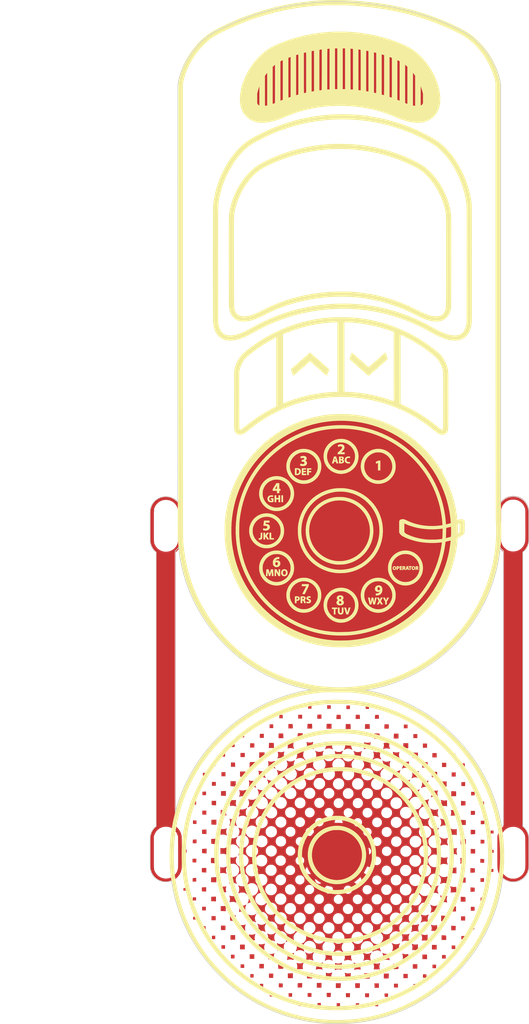
<source format=kicad_pcb>
(kicad_pcb (version 4) (host pcbnew 4.0.7)
  (layers (0 F.Cu signal) (31 B.Cu signal) (34 B.Paste user) (35 F.Paste user) (36 B.SilkS user) (37 F.SilkS user) (38 B.Mask user) (39 F.Mask user) (44 Edge.Cuts user))
  (net 0 "")
  (module LOGO (layer F.Cu) (at 0 0)
    (fp_text reference "G***" hide)
    (fp_text value "LOGO" hide)
  )
  (module LOGO (layer F.Cu) (at 0 0)
    (fp_text reference "G***" hide)
    (fp_text value "LOGO" hide)
  )
  (module LOGO (layer F.Cu) (at 0 0)
    (fp_text reference "G***" hide)
    (fp_text value "LOGO" hide)
  )
  (module LOGO (layer F.Cu) (at 0 0)
    (fp_text reference "G***" hide)
    (fp_text value "LOGO" hide)
    (fp_poly (pts (xy 46.397333 72.220666) (xy 45.931666 72.220666) (xy 45.931666 71.755000) (xy 46.397333 71.755000) (xy 46.397333 72.220666)) (layer F.Cu) (width 0.010000))
    (fp_poly (pts (xy 49.165615 71.993125) (xy 49.159583 72.210083) (xy 48.945412 72.216084) (xy 48.731242 72.222086) (xy 48.717871 72.155230) (xy 48.711139 72.100204) (xy 48.706336 72.020165) (xy 48.704500 71.932423) (xy 48.704500 71.776166) (xy 49.171647 71.776166) (xy 49.165615 71.993125)) (layer F.Cu) (width 0.010000))
    (fp_poly (pts (xy 51.921833 72.199500) (xy 51.518133 72.199500) (xy 51.524191 71.993125) (xy 51.530250 71.786750) (xy 51.726041 71.780664) (xy 51.921833 71.774578) (xy 51.921833 72.199500)) (layer F.Cu) (width 0.010000))
    (fp_poly (pts (xy 43.624500 71.857879) (xy 43.621996 71.947971) (xy 43.615618 72.039286) (xy 43.611039 72.080129) (xy 43.597579 72.178333) (xy 43.158833 72.178333) (xy 43.158833 71.989564) (xy 43.157448 71.900947) (xy 43.153749 71.826171) (xy 43.148423 71.777102) (xy 43.145985 71.767314) (xy 43.145033 71.752901) (xy 43.159624 71.743276) (xy 43.196222 71.737512) (xy 43.261290 71.734677) (xy 43.361294 71.733843) (xy 43.378818 71.733833) (xy 43.624500 71.733833) (xy 43.624500 71.857879)) (layer F.Cu) (width 0.010000))
    (fp_poly (pts (xy 40.809333 72.157166) (xy 40.412920 72.157166) (xy 40.399460 72.058962) (xy 40.390876 71.972549) (xy 40.386256 71.879721) (xy 40.386000 71.857879) (xy 40.386000 71.755000) (xy 40.809333 71.755000) (xy 40.809333 72.157166)) (layer F.Cu) (width 0.010000))
    (fp_poly (pts (xy 47.850382 70.426791) (xy 47.843813 70.503862) (xy 47.838991 70.602970) (xy 47.836875 70.703829) (xy 47.836850 70.712541) (xy 47.836666 70.887166) (xy 47.561903 70.887166) (xy 47.449702 70.886873) (xy 47.372803 70.885211) (xy 47.324172 70.881002) (xy 47.296779 70.873070) (xy 47.283590 70.860240) (xy 47.277574 70.841334) (xy 47.277196 70.839541) (xy 47.272472 70.799565) (xy 47.267365 70.728118) (xy 47.262552 70.636048) (xy 47.259335 70.553791) (xy 47.251418 70.315666) (xy 47.863729 70.315666) (xy 47.850382 70.426791)) (layer F.Cu) (width 0.010000))
    (fp_poly (pts (xy 50.609500 70.418248) (xy 50.607975 70.476866) (xy 50.603913 70.562350) (xy 50.598080 70.659359) (xy 50.595747 70.693414) (xy 50.581994 70.887166) (xy 50.324108 70.887166) (xy 50.223590 70.886069) (xy 50.138971 70.883080) (xy 50.078971 70.878651) (xy 50.052310 70.873234) (xy 50.052111 70.873055) (xy 50.046702 70.847593) (xy 50.042251 70.788460) (xy 50.039204 70.704318) (xy 50.038003 70.603825) (xy 50.038000 70.597888) (xy 50.038000 70.336833) (xy 50.609500 70.336833) (xy 50.609500 70.418248)) (layer F.Cu) (width 0.010000))
    (fp_poly (pts (xy 45.076309 70.437375) (xy 45.067513 70.540504) (xy 45.057935 70.649060) (xy 45.050189 70.733708) (xy 45.037734 70.866000) (xy 44.774953 70.866000) (xy 44.655088 70.864651) (xy 44.573029 70.860316) (xy 44.524322 70.852560) (xy 44.504517 70.840947) (xy 44.503950 70.839541) (xy 44.499835 70.809259) (xy 44.494535 70.745679) (xy 44.488702 70.657793) (xy 44.482991 70.554597) (xy 44.482423 70.543208) (xy 44.469118 70.273333) (xy 45.089973 70.273333) (xy 45.076309 70.437375)) (layer F.Cu) (width 0.010000))
    (fp_poly (pts (xy 42.269833 70.844833) (xy 41.746788 70.844833) (xy 41.733294 70.701958) (xy 41.725817 70.600906) (xy 41.720852 70.491976) (xy 41.719650 70.426791) (xy 41.719500 70.294500) (xy 42.269833 70.294500) (xy 42.269833 70.844833)) (layer F.Cu) (width 0.010000))
    (fp_poly (pts (xy 53.361039 70.426791) (xy 53.359326 70.480807) (xy 53.354905 70.561311) (xy 53.348663 70.652609) (xy 53.347319 70.670208) (xy 53.333725 70.844833) (xy 52.880545 70.844833) (xy 52.866855 70.682889) (xy 52.860032 70.591249) (xy 52.855127 70.504555) (xy 52.853169 70.441080) (xy 52.853166 70.439473) (xy 52.853166 70.358000) (xy 53.361166 70.358000) (xy 53.361039 70.426791)) (layer F.Cu) (width 0.010000))
    (fp_poly (pts (xy 39.468514 70.490291) (xy 39.461978 70.583840) (xy 39.457124 70.671545) (xy 39.454856 70.736665) (xy 39.454793 70.744291) (xy 39.454666 70.823666) (xy 38.995030 70.823666) (xy 38.981431 70.693561) (xy 38.973596 70.595809) (xy 38.968681 70.490659) (xy 38.967833 70.439561) (xy 38.967833 70.315666) (xy 39.482107 70.315666) (xy 39.468514 70.490291)) (layer F.Cu) (width 0.010000))
    (fp_poly (pts (xy 36.653215 70.490291) (xy 36.645100 70.575999) (xy 36.640260 70.662045) (xy 36.639683 70.691375) (xy 36.639500 70.781333) (xy 36.452527 70.781333) (xy 36.367349 70.779831) (xy 36.299004 70.775819) (xy 36.258008 70.770033) (xy 36.251444 70.767222) (xy 36.245129 70.741012) (xy 36.240273 70.682990) (xy 36.237616 70.603672) (xy 36.237333 70.566138) (xy 36.237333 70.379166) (xy 36.666563 70.379166) (xy 36.653215 70.490291)) (layer F.Cu) (width 0.010000))
    (fp_poly (pts (xy 46.513369 69.082708) (xy 46.506729 69.191197) (xy 46.499264 69.301616) (xy 46.492262 69.395250) (xy 46.490091 69.421375) (xy 46.478630 69.553666) (xy 45.804666 69.553666) (xy 45.804666 68.876333) (xy 46.525187 68.876333) (xy 46.513369 69.082708)) (layer F.Cu) (width 0.010000))
    (fp_poly (pts (xy 49.275849 69.072125) (xy 49.274177 69.181310) (xy 49.269878 69.295125) (xy 49.263799 69.392556) (xy 49.262205 69.410791) (xy 49.248711 69.553666) (xy 48.626218 69.553666) (xy 48.612551 69.347291) (xy 48.606325 69.238892) (xy 48.601557 69.128551) (xy 48.599005 69.034938) (xy 48.598776 69.008625) (xy 48.598666 68.876333) (xy 49.276000 68.876333) (xy 49.275849 69.072125)) (layer F.Cu) (width 0.010000))
    (fp_poly (pts (xy 52.027666 69.532500) (xy 51.413833 69.532500) (xy 51.413706 69.389625) (xy 51.411809 69.294646) (xy 51.406952 69.181599) (xy 51.400174 69.074560) (xy 51.399985 69.072125) (xy 51.386392 68.897500) (xy 52.027666 68.897500) (xy 52.027666 69.532500)) (layer F.Cu) (width 0.010000))
    (fp_poly (pts (xy 43.730237 68.934541) (xy 43.728947 68.998024) (xy 43.725542 69.089866) (xy 43.720588 69.196182) (xy 43.716419 69.273208) (xy 43.702698 69.511333) (xy 43.053000 69.511333) (xy 43.053000 68.834000) (xy 43.730333 68.834000) (xy 43.730237 68.934541)) (layer F.Cu) (width 0.010000))
    (fp_poly (pts (xy 40.923838 69.145657) (xy 40.918803 69.254060) (xy 40.913515 69.348208) (xy 40.908522 69.419523) (xy 40.904374 69.459429) (xy 40.903469 69.463708) (xy 40.887715 69.474841) (xy 40.845436 69.482662) (xy 40.772194 69.487543) (xy 40.663546 69.489855) (xy 40.587181 69.490166) (xy 40.279034 69.490166) (xy 40.290750 68.865750) (xy 40.613407 68.859907) (xy 40.936065 68.854065) (xy 40.923838 69.145657)) (layer F.Cu) (width 0.010000))
    (fp_poly (pts (xy 54.779333 69.490166) (xy 54.235384 69.490166) (xy 54.221718 69.283791) (xy 54.215703 69.186096) (xy 54.211013 69.096864) (xy 54.208324 69.029624) (xy 54.207942 69.008625) (xy 54.207833 68.939833) (xy 54.779333 68.939833) (xy 54.779333 69.490166)) (layer F.Cu) (width 0.010000))
    (fp_poly (pts (xy 37.830125 68.902177) (xy 38.110583 68.908083) (xy 38.110583 69.458416) (xy 37.844837 69.464309) (xy 37.742707 69.465439) (xy 37.656316 69.464256) (xy 37.594253 69.461031) (xy 37.565110 69.456034) (xy 37.564379 69.455490) (xy 37.558848 69.429877) (xy 37.554266 69.370414) (xy 37.551068 69.285581) (xy 37.549689 69.183857) (xy 37.549666 69.168524) (xy 37.549666 68.896271) (xy 37.830125 68.902177)) (layer F.Cu) (width 0.010000))
    (fp_poly (pts (xy 57.505257 69.209708) (xy 57.499250 69.437250) (xy 57.286513 69.443235) (xy 57.195428 69.444370) (xy 57.120671 69.442626) (xy 57.072016 69.438381) (xy 57.058971 69.434416) (xy 57.052806 69.408266) (xy 57.047898 69.349415) (xy 57.044857 69.267490) (xy 57.044166 69.200888) (xy 57.044166 68.982166) (xy 57.511265 68.982166) (xy 57.505257 69.209708)) (layer F.Cu) (width 0.010000))
    (fp_poly (pts (xy 35.284833 69.405500) (xy 34.819166 69.405500) (xy 34.819166 68.961000) (xy 35.284833 68.961000) (xy 35.284833 69.405500)) (layer F.Cu) (width 0.010000))
    (fp_poly (pts (xy 47.139559 67.383564) (xy 47.196375 67.401422) (xy 47.309691 67.430657) (xy 47.442877 67.449054) (xy 47.581711 67.456031) (xy 47.711973 67.451008) (xy 47.819446 67.433403) (xy 47.838931 67.427682) (xy 47.900792 67.409686) (xy 47.944427 67.401169) (xy 47.957093 67.402204) (xy 47.958231 67.424408) (xy 47.957126 67.480964) (xy 47.954186 67.563974) (xy 47.949819 67.665541) (xy 47.944430 67.777766) (xy 47.938429 67.892750) (xy 47.932222 68.002597) (xy 47.926216 68.099408) (xy 47.920819 68.175285) (xy 47.916438 68.222329) (xy 47.914198 68.233873) (xy 47.893301 68.232365) (xy 47.842414 68.225301) (xy 47.783750 68.216031) (xy 47.694893 68.207676) (xy 47.578928 68.205554) (xy 47.450546 68.209209) (xy 47.324440 68.218186) (xy 47.215303 68.232030) (xy 47.204072 68.233992) (xy 47.132395 68.246985) (xy 47.151155 68.164784) (xy 47.158835 68.109144) (xy 47.164668 68.024248) (xy 47.167942 67.923155) (xy 47.168329 67.849750) (xy 47.165765 67.733241) (xy 47.158799 67.646810) (xy 47.145750 67.578288) (xy 47.124938 67.515505) (xy 47.120704 67.505008) (xy 47.095584 67.441158) (xy 47.078863 67.393313) (xy 47.074666 67.376001) (xy 47.092669 67.373369) (xy 47.139559 67.383564)) (layer F.Cu) (width 0.010000))
    (fp_poly (pts (xy 50.715333 67.528903) (xy 50.714310 67.584773) (xy 50.711516 67.671663) (xy 50.707359 67.778317) (xy 50.702249 67.893477) (xy 50.701468 67.909903) (xy 50.687603 68.199000) (xy 49.978450 68.199000) (xy 49.965464 67.992625) (xy 49.958010 67.876134) (xy 49.949745 67.750010) (xy 49.942169 67.637087) (xy 49.940422 67.611625) (xy 49.928366 67.437000) (xy 50.715333 67.437000) (xy 50.715333 67.528903)) (layer F.Cu) (width 0.010000))
    (fp_poly (pts (xy 42.138415 67.395126) (xy 42.248287 67.396405) (xy 42.335800 67.398356) (xy 42.394479 67.400832) (xy 42.417849 67.403682) (xy 42.418000 67.403936) (xy 42.413522 67.427652) (xy 42.401750 67.481222) (xy 42.385180 67.553318) (xy 42.384226 67.557394) (xy 42.363980 67.680153) (xy 42.356403 67.826428) (xy 42.357767 67.934416) (xy 42.365083 68.167250) (xy 42.012102 68.173046) (xy 41.894235 68.173966) (xy 41.791744 68.172838) (xy 41.711855 68.169896) (xy 41.661791 68.165376) (xy 41.648230 68.161219) (xy 41.643894 68.135278) (xy 41.638594 68.074188) (xy 41.632803 67.985111) (xy 41.626994 67.875205) (xy 41.622329 67.769131) (xy 41.607321 67.394666) (xy 42.012660 67.394666) (xy 42.138415 67.395126)) (layer F.Cu) (width 0.010000))
    (fp_poly (pts (xy 45.269237 67.317972) (xy 45.264654 67.338381) (xy 45.248798 67.389782) (xy 45.224494 67.463251) (xy 45.207843 67.511876) (xy 45.172743 67.622247) (xy 45.152491 67.714277) (xy 45.143567 67.807767) (xy 45.142175 67.881500) (xy 45.144971 67.972357) (xy 45.152352 68.053455) (xy 45.162878 68.110417) (xy 45.166004 68.119625) (xy 45.189785 68.177833) (xy 44.412598 68.177833) (xy 44.400102 68.045541) (xy 44.394192 67.972461) (xy 44.387262 67.870436) (xy 44.380161 67.752816) (xy 44.373742 67.632947) (xy 44.373567 67.629413) (xy 44.368203 67.515416) (xy 44.365780 67.437461) (xy 44.366902 67.389321) (xy 44.372173 67.364769) (xy 44.382196 67.357579) (xy 44.397576 67.361523) (xy 44.399471 67.362306) (xy 44.580866 67.415517) (xy 44.774517 67.428973) (xy 44.978100 67.402662) (xy 45.110267 67.365712) (xy 45.183942 67.341645) (xy 45.239788 67.324682) (xy 45.267803 67.317826) (xy 45.269237 67.317972)) (layer F.Cu) (width 0.010000))
    (fp_poly (pts (xy 53.455249 67.738625) (xy 53.449830 67.848908) (xy 53.443718 67.952621) (xy 53.437696 68.037475) (xy 53.432964 68.087875) (xy 53.422072 68.177833) (xy 52.747333 68.177833) (xy 52.747333 67.479333) (xy 53.466642 67.479333) (xy 53.455249 67.738625)) (layer F.Cu) (width 0.010000))
    (fp_poly (pts (xy 39.581666 68.135500) (xy 38.862000 68.135500) (xy 38.862000 67.444846) (xy 39.142458 67.446214) (xy 39.255013 67.445465) (xy 39.359306 67.442428) (xy 39.444330 67.437578) (xy 39.499078 67.431387) (xy 39.502291 67.430749) (xy 39.581666 67.413915) (xy 39.581666 68.135500)) (layer F.Cu) (width 0.010000))
    (fp_poly (pts (xy 56.197500 68.135500) (xy 55.583666 68.135500) (xy 55.583666 67.521666) (xy 56.197500 67.521666) (xy 56.197500 68.135500)) (layer F.Cu) (width 0.010000))
    (fp_poly (pts (xy 36.745333 67.688045) (xy 36.743923 67.791045) (xy 36.740151 67.890123) (xy 36.734704 67.969620) (xy 36.731872 67.994962) (xy 36.718412 68.093166) (xy 36.131500 68.093166) (xy 36.131500 67.479333) (xy 36.745333 67.479333) (xy 36.745333 67.688045)) (layer F.Cu) (width 0.010000))
    (fp_poly (pts (xy 58.906833 68.072000) (xy 58.420000 68.072000) (xy 58.420000 67.585166) (xy 58.906833 67.585166) (xy 58.906833 68.072000)) (layer F.Cu) (width 0.010000))
    (fp_poly (pts (xy 33.898416 68.040250) (xy 33.670486 68.046261) (xy 33.563607 68.047819) (xy 33.492591 68.045396) (xy 33.451103 68.038394) (xy 33.432808 68.026214) (xy 33.431578 68.023664) (xy 33.427556 67.991479) (xy 33.425416 67.927336) (xy 33.425363 67.841577) (xy 33.426675 67.774235) (xy 33.432750 67.553416) (xy 33.898416 67.553416) (xy 33.898416 68.040250)) (layer F.Cu) (width 0.010000))
    (fp_poly (pts (xy 46.690251 65.923456) (xy 46.683763 65.965833) (xy 46.662603 66.039581) (xy 46.640622 66.109147) (xy 46.599291 66.255855) (xy 46.577826 66.383948) (xy 46.574946 66.510951) (xy 46.589369 66.654390) (xy 46.597077 66.704465) (xy 46.610663 66.793332) (xy 46.619957 66.865230) (xy 46.623858 66.910876) (xy 46.622923 66.922132) (xy 46.600145 66.920758) (xy 46.546846 66.909820) (xy 46.473181 66.891488) (xy 46.448021 66.884706) (xy 46.241623 66.849600) (xy 46.034043 66.856149) (xy 45.830188 66.904118) (xy 45.796854 66.916147) (xy 45.715022 66.946979) (xy 45.665678 66.963776) (xy 45.641680 66.967376) (xy 45.635881 66.958620) (xy 45.641139 66.938348) (xy 45.642463 66.934291) (xy 45.656045 66.895510) (xy 45.679172 66.832081) (xy 45.702160 66.770250) (xy 45.735092 66.644114) (xy 45.751328 66.496090) (xy 45.750892 66.341463) (xy 45.733814 66.195514) (xy 45.700935 66.075581) (xy 45.676983 66.010248) (xy 45.662807 65.962322) (xy 45.661220 65.943557) (xy 45.684099 65.945572) (xy 45.735001 65.959593) (xy 45.795579 65.980014) (xy 45.979319 66.025720) (xy 46.173981 66.037326) (xy 46.368069 66.015509) (xy 46.550087 65.960947) (xy 46.613654 65.931792) (xy 46.655998 65.911710) (xy 46.681263 65.907173) (xy 46.690251 65.923456)) (layer F.Cu) (width 0.010000))
    (fp_poly (pts (xy 48.382769 65.883871) (xy 48.426556 65.901831) (xy 48.471311 65.923403) (xy 48.666844 66.000647) (xy 48.866592 66.036108) (xy 49.071272 66.029786) (xy 49.281599 65.981685) (xy 49.426146 65.926033) (xy 49.438863 65.925701) (xy 49.443004 65.943394) (xy 49.437853 65.984751) (xy 49.422695 66.055409) (xy 49.396816 66.161006) (xy 49.395825 66.164934) (xy 49.369292 66.271696) (xy 49.352172 66.350403) (xy 49.343503 66.414042) (xy 49.342326 66.475600) (xy 49.347679 66.548064) (xy 49.358600 66.644421) (xy 49.359670 66.653422) (xy 49.369895 66.748422) (xy 49.376341 66.827092) (xy 49.378407 66.880476) (xy 49.376203 66.899351) (xy 49.351332 66.900083) (xy 49.299252 66.889969) (xy 49.253079 66.877523) (xy 49.092324 66.847716) (xy 48.912596 66.844934) (xy 48.726627 66.868151) (xy 48.547148 66.916342) (xy 48.487541 66.939203) (xy 48.457402 66.944151) (xy 48.450773 66.936556) (xy 48.456851 66.908347) (xy 48.472479 66.852268) (xy 48.493106 66.784239) (xy 48.531220 66.594253) (xy 48.531575 66.395366) (xy 48.494995 66.196092) (xy 48.422306 66.004945) (xy 48.416389 65.993078) (xy 48.387966 65.934920) (xy 48.369626 65.893501) (xy 48.365833 65.881597) (xy 48.382769 65.883871)) (layer F.Cu) (width 0.010000))
    (fp_poly (pts (xy 43.963166 65.840663) (xy 43.954373 65.863745) (xy 43.931794 65.912021) (xy 43.912116 65.951649) (xy 43.846625 66.102878) (xy 43.809383 66.249006) (xy 43.796982 66.406764) (xy 43.799500 66.504293) (xy 43.808111 66.605404) (xy 43.821727 66.702024) (xy 43.837944 66.778420) (xy 43.844701 66.800010) (xy 43.863260 66.856538) (xy 43.871482 66.894137) (xy 43.870613 66.901608) (xy 43.848045 66.899297) (xy 43.796854 66.885236) (xy 43.728085 66.862464) (xy 43.727512 66.862261) (xy 43.596727 66.829841) (xy 43.444530 66.813926) (xy 43.286376 66.814532) (xy 43.137720 66.831677) (xy 43.024156 66.861506) (xy 42.900063 66.907194) (xy 42.913855 66.859888) (xy 42.941367 66.752994) (xy 42.964848 66.638789) (xy 42.981551 66.532581) (xy 42.988728 66.449679) (xy 42.988819 66.442166) (xy 42.977999 66.320460) (xy 42.948712 66.183404) (xy 42.905907 66.050917) (xy 42.873234 65.976798) (xy 42.844017 65.917193) (xy 42.824743 65.874135) (xy 42.820166 65.860356) (xy 42.836768 65.861701) (xy 42.878567 65.878870) (xy 42.900178 65.889458) (xy 43.052162 65.952229) (xy 43.211751 65.986687) (xy 43.391688 65.995343) (xy 43.431855 65.994174) (xy 43.534919 65.988359) (xy 43.612151 65.978099) (xy 43.680048 65.959536) (xy 43.755107 65.928809) (xy 43.799371 65.908206) (xy 43.872955 65.874359) (xy 43.929413 65.850483) (xy 43.960069 65.840152) (xy 43.963166 65.840663)) (layer F.Cu) (width 0.010000))
    (fp_poly (pts (xy 51.268934 65.963343) (xy 51.342083 65.987862) (xy 51.353949 65.992041) (xy 51.495658 66.028957) (xy 51.652801 66.048140) (xy 51.811675 66.049408) (xy 51.958577 66.032582) (xy 52.070000 66.001511) (xy 52.134569 65.976765) (xy 52.182420 65.960009) (xy 52.200189 65.955344) (xy 52.200499 65.973662) (xy 52.188920 66.022216) (xy 52.167842 66.091391) (xy 52.162086 66.108662) (xy 52.114007 66.296699) (xy 52.095703 66.482720) (xy 52.107938 66.655669) (xy 52.120260 66.713751) (xy 52.137849 66.783512) (xy 52.150252 66.835098) (xy 52.154666 66.856626) (xy 52.134540 66.859284) (xy 52.078320 66.861624) (xy 51.992247 66.863519) (xy 51.882560 66.864842) (xy 51.755500 66.865467) (xy 51.718104 66.865500) (xy 51.281541 66.865500) (xy 51.296025 66.796708) (xy 51.326340 66.625997) (xy 51.337706 66.478988) (xy 51.328820 66.342615) (xy 51.298377 66.203814) (xy 51.245073 66.049522) (xy 51.213781 65.972743) (xy 51.211486 65.956707) (xy 51.227636 65.953266) (xy 51.268934 65.963343)) (layer F.Cu) (width 0.010000))
    (fp_poly (pts (xy 41.119777 65.898888) (xy 41.115367 65.919732) (xy 41.098384 65.968769) (xy 41.074100 66.031371) (xy 41.009404 66.243567) (xy 40.987002 66.455431) (xy 41.006862 66.667520) (xy 41.033134 66.775541) (xy 41.047104 66.823166) (xy 40.610718 66.823166) (xy 40.479980 66.822757) (xy 40.364890 66.821614) (xy 40.271689 66.819864) (xy 40.206619 66.817633) (xy 40.175920 66.815050) (xy 40.174333 66.814292) (xy 40.179197 66.790793) (xy 40.191913 66.738015) (xy 40.208703 66.671417) (xy 40.232068 66.505443) (xy 40.223513 66.323395) (xy 40.183820 66.136083) (xy 40.165992 66.080579) (xy 40.142461 66.009962) (xy 40.127113 65.958029) (xy 40.122814 65.934612) (xy 40.123301 65.934166) (xy 40.146127 65.939377) (xy 40.199457 65.953218) (xy 40.273002 65.973000) (xy 40.295412 65.979127) (xy 40.482861 66.012653) (xy 40.675935 66.014743) (xy 40.861372 65.985990) (xy 40.977640 65.948599) (xy 41.046000 65.921956) (xy 41.096777 65.904120) (xy 41.119536 65.898740) (xy 41.119777 65.898888)) (layer F.Cu) (width 0.010000))
    (fp_poly (pts (xy 54.870191 66.320458) (xy 54.864638 66.434349) (xy 54.857967 66.545174) (xy 54.851076 66.639209) (xy 54.845658 66.696166) (xy 54.832110 66.812583) (xy 54.481659 66.818368) (xy 54.363883 66.819457) (xy 54.261171 66.818788) (xy 54.180877 66.816536) (xy 54.130354 66.812881) (xy 54.116604 66.809549) (xy 54.111835 66.784574) (xy 54.107719 66.724441) (xy 54.104529 66.636320) (xy 54.102541 66.527383) (xy 54.102000 66.428055) (xy 54.102000 66.061166) (xy 54.881176 66.061166) (xy 54.870191 66.320458)) (layer F.Cu) (width 0.010000))
    (fp_poly (pts (xy 38.218348 66.108791) (xy 38.213157 66.163773) (xy 38.206986 66.249936) (xy 38.200554 66.356162) (xy 38.194579 66.471334) (xy 38.193716 66.489791) (xy 38.180329 66.780833) (xy 37.489212 66.780833) (xy 37.477988 66.669708) (xy 37.472634 66.604360) (xy 37.466455 66.509634) (xy 37.460232 66.398455) (xy 37.454963 66.288708) (xy 37.443162 66.018833) (xy 38.229593 66.018833) (xy 38.218348 66.108791)) (layer F.Cu) (width 0.010000))
    (fp_poly (pts (xy 57.594500 66.759666) (xy 56.938333 66.759666) (xy 56.938333 66.124666) (xy 57.594500 66.124666) (xy 57.594500 66.759666)) (layer F.Cu) (width 0.010000))
    (fp_poly (pts (xy 35.383215 66.193458) (xy 35.377190 66.265666) (xy 35.372533 66.363303) (xy 35.369965 66.469466) (xy 35.369683 66.510958) (xy 35.369500 66.717333) (xy 34.734500 66.717333) (xy 34.734500 66.082333) (xy 35.396563 66.082333) (xy 35.383215 66.193458)) (layer F.Cu) (width 0.010000))
    (fp_poly (pts (xy 60.303833 66.696166) (xy 59.795833 66.696166) (xy 59.795833 66.188166) (xy 60.303833 66.188166) (xy 60.303833 66.696166)) (layer F.Cu) (width 0.010000))
    (fp_poly (pts (xy 32.533166 66.653833) (xy 32.025166 66.653833) (xy 32.025166 66.145833) (xy 32.533166 66.145833) (xy 32.533166 66.653833)) (layer F.Cu) (width 0.010000))
    (fp_poly (pts (xy 44.022153 35.242674) (xy 44.017796 35.255511) (xy 43.968204 35.385782) (xy 43.933202 35.489159) (xy 43.910299 35.577485) (xy 43.897007 35.662604) (xy 43.890838 35.756358) (xy 43.889305 35.866916) (xy 43.889909 35.977349) (xy 43.893125 36.056475) (xy 43.900720 36.115308) (xy 43.914461 36.164867) (xy 43.936114 36.216168) (xy 43.949898 36.244772) (xy 44.042971 36.390513) (xy 44.169325 36.522726) (xy 44.320231 36.633085) (xy 44.405238 36.678944) (xy 44.476706 36.712173) (xy 44.533290 36.734135) (xy 44.587270 36.747159) (xy 44.650927 36.753576) (xy 44.736540 36.755716) (xy 44.810931 36.755916) (xy 44.917236 36.755382) (xy 44.993348 36.752194) (xy 45.051405 36.743977) (xy 45.103547 36.728352) (xy 45.161912 36.702943) (xy 45.215887 36.676621) (xy 45.360813 36.587947) (xy 45.491410 36.475418) (xy 45.598736 36.348197) (xy 45.673849 36.215444) (xy 45.679443 36.201710) (xy 45.710919 36.083355) (xy 45.726444 35.937767) (xy 45.726014 35.776930) (xy 45.709622 35.612826) (xy 45.679752 35.466655) (xy 45.659244 35.388487) (xy 45.643748 35.327772) (xy 45.635840 35.294663) (xy 45.635333 35.291600) (xy 45.652009 35.295460) (xy 45.693973 35.314167) (xy 45.715345 35.324792) (xy 45.862698 35.386172) (xy 46.016756 35.420661) (xy 46.190486 35.430786) (xy 46.251547 35.429326) (xy 46.349850 35.424306) (xy 46.422433 35.415883) (xy 46.484616 35.400006) (xy 46.551714 35.372621) (xy 46.639046 35.329677) (xy 46.650812 35.323693) (xy 46.730429 35.283744) (xy 46.793788 35.253078) (xy 46.832992 35.235450) (xy 46.841833 35.232888) (xy 46.833248 35.253497) (xy 46.810264 35.303235) (xy 46.777040 35.373178) (xy 46.759022 35.410592) (xy 46.681898 35.608754) (xy 46.646091 35.800697) (xy 46.651568 35.989282) (xy 46.698297 36.177365) (xy 46.749050 36.297188) (xy 46.843538 36.444371) (xy 46.970260 36.572986) (xy 47.121429 36.678260) (xy 47.289258 36.755420) (xy 47.465959 36.799694) (xy 47.583511 36.808582) (xy 47.781020 36.788825) (xy 47.965295 36.728945) (xy 48.135365 36.629337) (xy 48.239832 36.541574) (xy 48.370951 36.389460) (xy 48.463667 36.221584) (xy 48.517538 36.040915) (xy 48.532124 35.850421) (xy 48.506983 35.653073) (xy 48.441677 35.451839) (xy 48.411378 35.385375) (xy 48.383330 35.323287) (xy 48.367917 35.279434) (xy 48.368232 35.263666) (xy 48.395489 35.273557) (xy 48.442653 35.298093) (xy 48.456008 35.305810) (xy 48.636857 35.388666) (xy 48.831385 35.434817) (xy 49.031765 35.444018) (xy 49.230170 35.416028) (xy 49.418771 35.350602) (xy 49.447627 35.336587) (xy 49.507289 35.308458) (xy 49.550028 35.292244) (xy 49.564111 35.290722) (xy 49.561284 35.313273) (xy 49.544524 35.361481) (xy 49.529047 35.398472) (xy 49.483717 35.527111) (xy 49.448728 35.677449) (xy 49.428197 35.829313) (xy 49.424534 35.910699) (xy 49.444285 36.092697) (xy 49.501960 36.264133) (xy 49.593593 36.420565) (xy 49.715218 36.557554) (xy 49.862871 36.670657) (xy 50.032585 36.755436) (xy 50.220397 36.807449) (xy 50.226163 36.808439) (xy 50.407902 36.819269) (xy 50.588339 36.793347) (xy 50.761391 36.734320) (xy 50.920975 36.645835) (xy 51.061006 36.531539) (xy 51.175402 36.395079) (xy 51.258080 36.240102) (xy 51.280064 36.176611) (xy 51.305119 36.044617) (xy 51.312260 35.888393) (xy 51.301776 35.721929) (xy 51.273954 35.559217) (xy 51.266773 35.530042) (xy 51.247590 35.451863) (xy 51.234772 35.391080) (xy 51.230388 35.357839) (xy 51.231067 35.354710) (xy 51.253240 35.357440) (xy 51.305511 35.371500) (xy 51.378051 35.394151) (xy 51.405721 35.403369) (xy 51.616480 35.453054) (xy 51.830281 35.461802) (xy 52.041411 35.429581) (xy 52.117625 35.407298) (xy 52.192892 35.384057) (xy 52.249969 35.369766) (xy 52.279535 35.366634) (xy 52.281666 35.368434) (xy 52.275125 35.395230) (xy 52.258100 35.449364) (xy 52.237765 35.509061) (xy 52.188961 35.708786) (xy 52.180081 35.911264) (xy 52.210763 36.109989) (xy 52.280644 36.298452) (xy 52.281823 36.300833) (xy 52.327399 36.394076) (xy 52.351764 36.453078) (xy 52.352621 36.481465) (xy 52.327677 36.482869) (xy 52.274637 36.460918) (xy 52.203132 36.425281) (xy 52.029544 36.351773) (xy 51.866123 36.314222) (xy 51.703728 36.310916) (xy 51.636012 36.318953) (xy 51.443278 36.369304) (xy 51.269254 36.455249) (xy 51.118029 36.572876) (xy 50.993687 36.718272) (xy 50.900316 36.887527) (xy 50.842001 37.076727) (xy 50.841438 37.079576) (xy 50.825287 37.266955) (xy 50.848032 37.451041) (xy 50.906325 37.626258) (xy 50.996816 37.787028) (xy 51.116157 37.927776) (xy 51.261000 38.042924) (xy 51.427995 38.126897) (xy 51.481221 38.144966) (xy 51.571690 38.168609) (xy 51.657325 38.180700) (xy 51.756323 38.183148) (xy 51.824777 38.181000) (xy 51.927581 38.174547) (xy 52.004581 38.163206) (xy 52.072295 38.143096) (xy 52.147240 38.110339) (xy 52.167403 38.100526) (xy 52.337859 37.994887) (xy 52.477080 37.863575) (xy 52.583750 37.710868) (xy 52.656553 37.541043) (xy 52.694173 37.358375) (xy 52.695296 37.167142) (xy 52.658605 36.971621) (xy 52.582784 36.776087) (xy 52.577872 36.766247) (xy 52.513094 36.637922) (xy 52.602339 36.683451) (xy 52.774933 36.762184) (xy 52.934489 36.812875) (xy 53.089487 36.835724) (xy 53.248408 36.830931) (xy 53.419734 36.798695) (xy 53.611946 36.739215) (xy 53.693293 36.709102) (xy 53.706143 36.713519) (xy 53.699155 36.747041) (xy 53.681176 36.792394) (xy 53.608573 37.005163) (xy 53.576330 37.209263) (xy 53.584226 37.403268) (xy 53.632039 37.585754) (xy 53.719549 37.755296) (xy 53.846532 37.910468) (xy 53.856680 37.920546) (xy 54.022868 38.058460) (xy 54.197386 38.154914) (xy 54.379426 38.209784) (xy 54.568186 38.222947) (xy 54.762858 38.194279) (xy 54.962640 38.123657) (xy 55.015162 38.098487) (xy 55.079512 38.066712) (xy 55.127469 38.044355) (xy 55.147818 38.036500) (xy 55.144652 38.054068) (xy 55.127151 38.100400) (xy 55.098969 38.165938) (xy 55.095102 38.174507) (xy 55.016352 38.386845) (xy 54.978199 38.587403) (xy 54.980722 38.776660) (xy 55.024000 38.955099) (xy 55.108111 39.123200) (xy 55.233134 39.281445) (xy 55.284652 39.332783) (xy 55.409862 39.440613) (xy 55.526671 39.516156) (xy 55.646524 39.564516) (xy 55.780866 39.590800) (xy 55.880000 39.598406) (xy 56.062771 39.593640) (xy 56.228369 39.559865) (xy 56.392436 39.493370) (xy 56.449427 39.463328) (xy 56.504186 39.435444) (xy 56.541949 39.420788) (xy 56.551354 39.420465) (xy 56.547018 39.442249) (xy 56.527210 39.490869) (xy 56.496731 39.554759) (xy 56.417316 39.750140) (xy 56.375338 39.944882) (xy 56.371355 40.133978) (xy 56.405926 40.312419) (xy 56.410582 40.326704) (xy 56.463176 40.453726) (xy 56.533742 40.567693) (xy 56.630515 40.680734) (xy 56.692225 40.741569) (xy 56.850554 40.864339) (xy 57.022247 40.947563) (xy 57.204827 40.990955) (xy 57.395820 40.994228) (xy 57.592750 40.957095) (xy 57.793142 40.879269) (xy 57.809765 40.871016) (xy 57.872253 40.841099) (xy 57.916642 40.822950) (xy 57.933166 40.820455) (xy 57.924376 40.844935) (xy 57.902340 40.892252) (xy 57.892338 40.912215) (xy 57.817239 41.093141) (xy 57.771605 41.279232) (xy 57.756336 41.461945) (xy 57.772334 41.632737) (xy 57.804446 41.745424) (xy 57.880424 41.896587) (xy 57.986431 42.043310) (xy 58.111354 42.171193) (xy 58.168529 42.217108) (xy 58.335489 42.316350) (xy 58.512215 42.375057) (xy 58.699634 42.393327) (xy 58.898675 42.371257) (xy 59.095709 42.314362) (xy 59.175175 42.286128) (xy 59.237960 42.265561) (xy 59.274794 42.255616) (xy 59.280514 42.255458) (xy 59.275728 42.276441) (xy 59.257266 42.326496) (xy 59.228735 42.396055) (xy 59.218723 42.419360) (xy 59.186392 42.497980) (xy 59.166194 42.562661) (xy 59.155326 42.628520) (xy 59.150988 42.710676) (xy 59.150335 42.788416) (xy 59.151023 42.880492) (xy 59.155126 42.950074) (xy 59.165570 43.010036) (xy 59.185284 43.073252) (xy 59.217195 43.152595) (xy 59.250791 43.230199) (xy 59.290062 43.321443) (xy 59.322151 43.398593) (xy 59.343694 43.453378) (xy 59.351333 43.477363) (xy 59.334986 43.476012) (xy 59.292061 43.456236) (xy 59.231728 43.422279) (xy 59.229625 43.421012) (xy 59.054450 43.335432) (xy 58.873913 43.288992) (xy 58.716333 43.278081) (xy 58.524378 43.297977) (xy 58.348835 43.353514) (xy 58.192346 43.440302) (xy 58.057552 43.553950) (xy 57.947096 43.690069) (xy 57.863620 43.844266) (xy 57.809767 44.012153) (xy 57.788179 44.189339) (xy 57.801499 44.371433) (xy 57.852367 44.554045) (xy 57.893380 44.645493) (xy 57.961774 44.750231) (xy 58.056915 44.857283) (xy 58.165893 44.954149) (xy 58.275799 45.028328) (xy 58.303497 45.042625) (xy 58.491682 45.111093) (xy 58.680087 45.139927) (xy 58.864259 45.131431) (xy 59.039745 45.087905) (xy 59.202090 45.011651) (xy 59.346840 44.904970) (xy 59.469541 44.770163) (xy 59.565740 44.609533) (xy 59.630981 44.425380) (xy 59.646944 44.348446) (xy 59.656802 44.171140) (xy 59.630603 43.988021) (xy 59.571048 43.810306) (xy 59.480837 43.649215) (xy 59.477576 43.644603) (xy 59.451814 43.604212) (xy 59.444185 43.583071) (xy 59.445670 43.582166) (xy 59.469313 43.591047) (xy 59.520393 43.614534) (xy 59.588686 43.647892) (xy 59.601834 43.654487) (xy 59.801811 43.738413) (xy 59.994070 43.783071) (xy 60.185180 43.789045) (xy 60.381710 43.756917) (xy 60.469760 43.731455) (xy 60.540776 43.709291) (xy 60.595870 43.693635) (xy 60.622270 43.688000) (xy 60.624321 43.705977) (xy 60.612817 43.753433) (xy 60.590200 43.820649) (xy 60.586365 43.830875) (xy 60.533094 44.028418) (xy 60.518884 44.231665) (xy 60.543263 44.433131) (xy 60.605758 44.625330) (xy 60.641059 44.697452) (xy 60.670482 44.756222) (xy 60.686243 44.796897) (xy 60.685725 44.809833) (xy 60.659692 44.801653) (xy 60.606432 44.780128) (xy 60.537092 44.749781) (xy 60.531745 44.747362) (xy 60.344923 44.678891) (xy 60.167869 44.648594) (xy 59.994247 44.655495) (xy 59.965181 44.660196) (xy 59.771833 44.714254) (xy 59.601580 44.800387) (xy 59.456367 44.914037) (xy 59.338138 45.050645) (xy 59.248838 45.205653) (xy 59.190410 45.374503) (xy 59.164798 45.552635) (xy 59.173947 45.735493) (xy 59.219801 45.918517) (xy 59.304304 46.097149) (xy 59.332971 46.142499) (xy 59.457123 46.292864) (xy 59.604932 46.409981) (xy 59.772377 46.491472) (xy 59.955434 46.534958) (xy 60.004913 46.539734) (xy 60.160400 46.540411) (xy 60.310556 46.518367) (xy 60.470104 46.470930) (xy 60.547250 46.441253) (xy 60.618769 46.413174) (xy 60.673164 46.393691) (xy 60.700403 46.386352) (xy 60.701668 46.386611) (xy 60.696798 46.407200) (xy 60.678609 46.458013) (xy 60.650335 46.530313) (xy 60.630043 46.579974) (xy 60.587298 46.691732) (xy 60.561040 46.786711) (xy 60.546518 46.884751) (xy 60.541715 46.948834) (xy 60.541979 47.102510) (xy 60.564286 47.240932) (xy 60.612200 47.377682) (xy 60.689283 47.526343) (xy 60.696362 47.538390) (xy 60.741170 47.610476) (xy 60.783687 47.666746) (xy 60.831929 47.713740) (xy 60.893913 47.758002) (xy 60.977658 47.806074) (xy 61.091179 47.864498) (xy 61.103610 47.870728) (xy 61.190383 47.911252) (xy 61.263401 47.936037) (xy 61.341396 47.949884) (xy 61.442277 47.957553) (xy 61.550099 47.960352) (xy 61.637315 47.953969) (xy 61.725122 47.935891) (xy 61.796083 47.915605) (xy 61.879163 47.889756) (xy 61.949641 47.866865) (xy 61.995231 47.850953) (xy 62.001791 47.848326) (xy 62.019605 47.844530) (xy 62.022701 47.859322) (xy 62.010157 47.899822) (xy 61.987736 47.956758) (xy 61.922700 48.163172) (xy 61.898767 48.363351) (xy 61.915852 48.560825) (xy 61.968173 48.744349) (xy 62.004889 48.841404) (xy 62.027174 48.904140) (xy 62.034827 48.938106) (xy 62.027648 48.948854) (xy 62.005436 48.941933) (xy 61.967989 48.922894) (xy 61.961833 48.919738) (xy 61.775574 48.847473) (xy 61.582664 48.814718) (xy 61.388971 48.820551) (xy 61.200364 48.864051) (xy 61.022714 48.944295) (xy 60.861888 49.060360) (xy 60.820832 49.098992) (xy 60.698275 49.249341) (xy 60.611219 49.416971) (xy 60.559637 49.596143) (xy 60.543503 49.781115) (xy 60.562790 49.966150) (xy 60.617472 50.145507) (xy 60.707522 50.313448) (xy 60.827107 50.458489) (xy 60.978696 50.583668) (xy 61.144574 50.670396) (xy 61.326125 50.718982) (xy 61.524732 50.729729) (xy 61.741779 50.702944) (xy 61.835466 50.681430) (xy 61.902346 50.665916) (xy 61.950860 50.657887) (xy 61.968532 50.658477) (xy 61.966493 50.681297) (xy 61.953063 50.733876) (xy 61.930929 50.806052) (xy 61.923857 50.827437) (xy 61.877496 51.030888) (xy 61.872107 51.239449) (xy 61.907451 51.448534) (xy 61.964384 51.611912) (xy 61.984526 51.663838) (xy 61.992945 51.696574) (xy 61.992207 51.701015) (xy 61.970013 51.698626) (xy 61.917827 51.685624) (xy 61.845868 51.664622) (xy 61.826925 51.658724) (xy 61.611120 51.606155) (xy 61.413541 51.591029) (xy 61.231736 51.613847) (xy 61.063251 51.675113) (xy 60.905634 51.775330) (xy 60.800103 51.869279) (xy 60.664570 52.031518) (xy 60.568412 52.205277) (xy 60.511704 52.386704) (xy 60.494518 52.571947) (xy 60.516927 52.757158) (xy 60.579004 52.938484) (xy 60.680822 53.112076) (xy 60.774370 53.225421) (xy 60.926703 53.360532) (xy 61.093680 53.455960) (xy 61.275079 53.511658) (xy 61.470679 53.527580) (xy 61.680256 53.503681) (xy 61.866882 53.452817) (xy 61.923165 53.435861) (xy 61.960135 53.428725) (xy 61.966921 53.429699) (xy 61.964533 53.452208) (xy 61.949820 53.501579) (xy 61.934235 53.545045) (xy 61.880594 53.734686) (xy 61.859136 53.929947) (xy 61.869860 54.120893) (xy 61.912767 54.297586) (xy 61.934231 54.351623) (xy 61.956847 54.408441) (xy 61.967677 54.447437) (xy 61.967025 54.456696) (xy 61.943727 54.455314) (xy 61.891773 54.442568) (xy 61.822484 54.421241) (xy 61.611739 54.371271) (xy 61.404380 54.361854) (xy 61.203900 54.392807) (xy 61.014729 54.463482) (xy 60.950323 54.493961) (xy 60.902839 54.513812) (xy 60.882841 54.518730) (xy 60.887364 54.497580) (xy 60.905302 54.447274) (xy 60.933139 54.377456) (xy 60.942686 54.354639) (xy 61.002517 54.163355) (xy 61.023573 53.970390) (xy 61.007539 53.781007) (xy 60.956100 53.600475) (xy 60.870940 53.434058) (xy 60.753743 53.287023) (xy 60.606196 53.164635) (xy 60.551096 53.130533) (xy 60.369096 53.049322) (xy 60.181521 53.008387) (xy 59.993310 53.006999) (xy 59.809403 53.044426) (xy 59.634738 53.119938) (xy 59.474256 53.232805) (xy 59.403538 53.300219) (xy 59.281764 53.451586) (xy 59.199509 53.611189) (xy 59.154002 53.785334) (xy 59.143514 53.892047) (xy 59.152929 54.097995) (xy 59.200313 54.288025) (xy 59.283842 54.459056) (xy 59.401694 54.608007) (xy 59.552043 54.731798) (xy 59.684527 54.806039) (xy 59.766867 54.841248) (xy 59.840892 54.863035) (xy 59.924099 54.875330) (xy 60.020316 54.881486) (xy 60.200068 54.877844) (xy 60.361308 54.847439) (xy 60.520944 54.786690) (xy 60.561517 54.766883) (xy 60.619927 54.738298) (xy 60.661624 54.719772) (xy 60.673851 54.715833) (xy 60.671129 54.732927) (xy 60.652733 54.777650) (xy 60.624017 54.837541) (xy 60.540233 55.043539) (xy 60.498597 55.246584) (xy 60.499102 55.447577) (xy 60.541740 55.647421) (xy 60.614977 55.824772) (xy 60.643309 55.883121) (xy 60.652379 55.911589) (xy 60.643299 55.917401) (xy 60.628492 55.912575) (xy 60.512073 55.865705) (xy 60.424874 55.832190) (xy 60.356767 55.809767) (xy 60.297624 55.796177) (xy 60.237318 55.789157) (xy 60.165719 55.786447) (xy 60.072701 55.785784) (xy 60.060416 55.785738) (xy 59.950694 55.785935) (xy 59.872295 55.788736) (xy 59.814219 55.795944) (xy 59.765462 55.809366) (xy 59.715024 55.830806) (xy 59.679416 55.848250) (xy 59.530070 55.943370) (xy 59.393138 56.069463) (xy 59.275533 56.217497) (xy 59.184169 56.378444) (xy 59.125959 56.543273) (xy 59.117789 56.581857) (xy 59.108207 56.730074) (xy 59.127394 56.893702) (xy 59.172559 57.059932) (xy 59.240913 57.215959) (xy 59.265136 57.258227) (xy 59.292972 57.306858) (xy 59.308044 57.338971) (xy 59.308920 57.342955) (xy 59.290363 57.341848) (xy 59.240015 57.328825) (xy 59.165966 57.306173) (xy 59.092041 57.281611) (xy 58.888436 57.224829) (xy 58.694106 57.196038) (xy 58.516189 57.195836) (xy 58.372863 57.221492) (xy 58.241756 57.278242) (xy 58.110696 57.368595) (xy 57.988028 57.484644) (xy 57.882100 57.618480) (xy 57.801255 57.762195) (xy 57.800522 57.763833) (xy 57.771895 57.854907) (xy 57.752645 57.973385) (xy 57.747783 58.032044) (xy 57.751990 58.200844) (xy 57.786372 58.370078) (xy 57.853098 58.548120) (xy 57.912789 58.668708) (xy 57.949140 58.738897) (xy 57.974450 58.792218) (xy 57.984712 58.820045) (xy 57.984047 58.822166) (xy 57.962038 58.811985) (xy 57.913471 58.785000) (xy 57.847870 58.746545) (xy 57.831540 58.736739) (xy 57.637819 58.640941) (xy 57.444044 58.585855) (xy 57.253084 58.571204) (xy 57.067811 58.596711) (xy 56.891096 58.662100) (xy 56.725810 58.767096) (xy 56.629896 58.852396) (xy 56.502827 59.007281) (xy 56.413292 59.177081) (xy 56.361413 59.356898) (xy 56.347314 59.541834) (xy 56.371117 59.726991) (xy 56.432945 59.907470) (xy 56.532922 60.078375) (xy 56.597108 60.158540) (xy 56.733941 60.285932) (xy 56.887517 60.376182) (xy 57.058970 60.429526) (xy 57.249433 60.446196) (xy 57.460039 60.426428) (xy 57.663611 60.378879) (xy 57.746326 60.355174) (xy 57.812561 60.336787) (xy 57.852623 60.326379) (xy 57.859759 60.325000) (xy 57.856906 60.341957) (xy 57.838536 60.385819) (xy 57.816585 60.431158) (xy 57.743778 60.618011) (xy 57.707258 60.814590) (xy 57.707478 61.012472) (xy 57.744890 61.203231) (xy 57.771062 61.277370) (xy 57.797654 61.345352) (xy 57.815643 61.395530) (xy 57.821314 61.417508) (xy 57.821210 61.417678) (xy 57.800291 61.414208) (xy 57.748262 61.400994) (xy 57.674550 61.380498) (xy 57.636739 61.369530) (xy 57.538744 61.343286) (xy 57.454508 61.328275) (xy 57.365981 61.322409) (xy 57.255114 61.323601) (xy 57.243062 61.323996) (xy 57.140339 61.328718) (xy 57.065272 61.336881) (xy 57.003184 61.351848) (xy 56.939399 61.376982) (xy 56.872995 61.408797) (xy 56.800568 61.443679) (xy 56.744300 61.468762) (xy 56.713445 61.479996) (xy 56.710420 61.479975) (xy 56.713357 61.458344) (xy 56.726508 61.405577) (xy 56.747464 61.330944) (xy 56.760939 61.285598) (xy 56.789886 61.179670) (xy 56.807697 61.083616) (xy 56.816890 60.979460) (xy 56.819868 60.864750) (xy 56.819997 60.759560) (xy 56.816757 60.684211) (xy 56.807990 60.626227) (xy 56.791537 60.573133) (xy 56.765239 60.512453) (xy 56.755215 60.491131) (xy 56.657668 60.332798) (xy 56.529821 60.198959) (xy 56.377782 60.092506) (xy 56.207656 60.016331) (xy 56.025551 59.973326) (xy 55.837574 59.966382) (xy 55.691865 59.987614) (xy 55.513055 60.049390) (xy 55.353056 60.144968) (xy 55.215470 60.269067) (xy 55.103896 60.416405) (xy 55.021933 60.581703) (xy 54.973180 60.759679) (xy 54.961238 60.945051) (xy 54.971148 61.045025) (xy 55.016846 61.217763) (xy 55.095048 61.383449) (xy 55.199772 61.533618) (xy 55.325036 61.659804) (xy 55.464858 61.753543) (xy 55.475741 61.759018) (xy 55.527350 61.783075) (xy 55.573150 61.799343) (xy 55.623204 61.809269) (xy 55.687572 61.814300) (xy 55.776318 61.815885) (xy 55.869416 61.815657) (xy 55.993016 61.813768) (xy 56.086679 61.808700) (xy 56.162775 61.798877) (xy 56.233670 61.782724) (xy 56.308625 61.759697) (xy 56.384038 61.735354) (xy 56.441162 61.718154) (xy 56.470617 61.710875) (xy 56.472666 61.711106) (xy 56.464596 61.731824) (xy 56.443665 61.779660) (xy 56.420645 61.830567) (xy 56.352807 62.005744) (xy 56.316029 62.172569) (xy 56.310301 62.339583) (xy 56.335609 62.515324) (xy 56.391940 62.708333) (xy 56.419242 62.782213) (xy 56.420183 62.797621) (xy 56.401841 62.800387) (xy 56.357354 62.789697) (xy 56.284072 62.766149) (xy 56.070128 62.714611) (xy 55.858692 62.703296) (xy 55.653795 62.731979) (xy 55.459468 62.800435) (xy 55.432329 62.813689) (xy 55.372077 62.842981) (xy 55.341792 62.853027) (xy 55.334386 62.845050) (xy 55.338852 62.829825) (xy 55.351295 62.792723) (xy 55.371700 62.726568) (xy 55.396498 62.643040) (xy 55.407788 62.604117) (xy 55.436006 62.496257) (xy 55.450988 62.406203) (xy 55.455272 62.312479) (xy 55.452824 62.223117) (xy 55.434913 62.058430) (xy 55.394186 61.920516) (xy 55.325552 61.797702) (xy 55.223920 61.678317) (xy 55.208412 61.662828) (xy 55.041116 61.523020) (xy 54.865871 61.423006) (xy 54.685775 61.362848) (xy 54.503929 61.342606) (xy 54.323433 61.362341) (xy 54.147387 61.422114) (xy 53.978889 61.521988) (xy 53.846392 61.635977) (xy 53.729307 61.768421) (xy 53.648462 61.899106) (xy 53.599282 62.037508) (xy 53.577190 62.193102) (xy 53.577161 62.193597) (xy 53.578469 62.364299) (xy 53.605958 62.524989) (xy 53.662661 62.689252) (xy 53.711057 62.793366) (xy 53.748747 62.869935) (xy 53.776863 62.929906) (xy 53.791624 62.965055) (xy 53.792629 62.970833) (xy 53.772005 62.960694) (xy 53.726637 62.934531) (xy 53.684276 62.908956) (xy 53.511700 62.819918) (xy 53.334048 62.759228) (xy 53.160210 62.729025) (xy 52.999077 62.731450) (xy 52.967356 62.736365) (xy 52.801198 62.786091) (xy 52.637248 62.870821) (xy 52.485079 62.983877) (xy 52.354268 63.118574) (xy 52.287715 63.210618) (xy 52.207684 63.375648) (xy 52.165767 63.554646) (xy 52.161994 63.743098) (xy 52.196392 63.936493) (xy 52.268990 64.130318) (xy 52.281776 64.156383) (xy 52.312238 64.219831) (xy 52.331081 64.265305) (xy 52.334319 64.283157) (xy 52.334184 64.283166) (xy 52.310233 64.274440) (xy 52.261335 64.252062) (xy 52.222754 64.233176) (xy 52.064187 64.163528) (xy 51.916360 64.121513) (xy 51.771557 64.107404) (xy 51.622061 64.121478) (xy 51.460157 64.164009) (xy 51.278128 64.235272) (xy 51.203059 64.269480) (xy 51.141120 64.297129) (xy 51.096691 64.314231) (xy 51.081017 64.317240) (xy 51.086957 64.296800) (xy 51.108361 64.247640) (xy 51.141253 64.178643) (xy 51.158746 64.143486) (xy 51.236810 63.946990) (xy 51.273095 63.751496) (xy 51.267623 63.558644) (xy 51.220416 63.370073) (xy 51.145881 63.211579) (xy 51.071422 63.109977) (xy 50.968929 63.007159) (xy 50.850900 62.914125) (xy 50.729833 62.841871) (xy 50.720805 62.837514) (xy 50.654256 62.807338) (xy 50.599201 62.787782) (xy 50.543035 62.776593) (xy 50.473153 62.771519) (xy 50.376949 62.770309) (xy 50.344916 62.770352) (xy 50.229239 62.772352) (xy 50.143369 62.778782) (xy 50.074870 62.791333) (xy 50.011303 62.811696) (xy 49.995666 62.817826) (xy 49.825032 62.907350) (xy 49.681927 63.024265) (xy 49.567361 63.163408) (xy 49.482345 63.319615) (xy 49.427890 63.487724) (xy 49.405005 63.662571) (xy 49.414701 63.838993) (xy 49.457990 64.011827) (xy 49.535881 64.175910) (xy 49.649385 64.326078) (xy 49.692058 64.369090) (xy 49.847116 64.487927) (xy 50.019385 64.570753) (xy 50.203099 64.617109) (xy 50.392491 64.626540) (xy 50.581796 64.598589) (xy 50.765249 64.532799) (xy 50.887431 64.463765) (xy 50.935327 64.434654) (xy 50.964819 64.421709) (xy 50.969333 64.423164) (xy 50.959628 64.447503) (xy 50.934488 64.496585) (xy 50.907597 64.545173) (xy 50.817289 64.739303) (xy 50.768235 64.934332) (xy 50.759950 65.134481) (xy 50.791953 65.343969) (xy 50.808912 65.407800) (xy 50.831222 65.487754) (xy 50.847110 65.550429) (xy 50.854206 65.586204) (xy 50.853998 65.590890) (xy 50.832688 65.587195) (xy 50.784186 65.571197) (xy 50.738762 65.554058) (xy 50.537860 65.496341) (xy 50.333791 65.478709) (xy 50.132305 65.501016) (xy 49.939154 65.563116) (xy 49.913061 65.574999) (xy 49.848722 65.603434) (xy 49.802567 65.620030) (xy 49.784286 65.621321) (xy 49.784270 65.621059) (xy 49.790633 65.595334) (xy 49.807347 65.539856) (xy 49.831249 65.464989) (xy 49.840520 65.436750) (xy 49.870438 65.334948) (xy 49.888190 65.240538) (xy 49.896637 65.134652) (xy 49.898458 65.054687) (xy 49.898541 64.955483) (xy 49.894656 64.884455) (xy 49.883859 64.827462) (xy 49.863206 64.770359) (xy 49.829753 64.699003) (xy 49.820537 64.680299) (xy 49.724359 64.526886) (xy 49.599200 64.390497) (xy 49.452534 64.276078) (xy 49.291834 64.188575) (xy 49.124577 64.132934) (xy 48.964833 64.114084) (xy 48.778963 64.133093) (xy 48.600927 64.188252) (xy 48.436096 64.275163) (xy 48.289841 64.389428) (xy 48.167532 64.526649) (xy 48.074541 64.682429) (xy 48.016238 64.852370) (xy 48.007480 64.897977) (xy 47.998074 65.045660) (xy 48.011549 65.211942) (xy 48.046130 65.381009) (xy 48.070617 65.461163) (xy 48.092617 65.527390) (xy 48.107571 65.576770) (xy 48.111833 65.595638) (xy 48.092790 65.596525) (xy 48.041118 65.587774) (xy 47.964995 65.570995) (xy 47.884291 65.550869) (xy 47.751149 65.518571) (xy 47.642804 65.500150) (xy 47.545377 65.495623) (xy 47.444990 65.505004) (xy 47.327764 65.528308) (xy 47.233416 65.551584) (xy 47.140398 65.574815) (xy 47.063703 65.592659) (xy 47.011794 65.603235) (xy 46.993246 65.604967) (xy 46.997022 65.583740) (xy 47.013751 65.533677) (xy 47.039979 65.464968) (xy 47.044348 65.454107) (xy 47.098113 65.270095) (xy 47.115775 65.079214) (xy 47.096752 64.892448) (xy 47.078113 64.819288) (xy 47.001634 64.631056) (xy 46.894853 64.471742) (xy 46.755881 64.339132) (xy 46.582830 64.231014) (xy 46.571559 64.225374) (xy 46.490467 64.187267) (xy 46.424252 64.163170) (xy 46.356947 64.149268) (xy 46.272583 64.141745) (xy 46.209207 64.138787) (xy 46.099442 64.136602) (xy 46.015768 64.141383) (xy 45.942258 64.154911) (xy 45.869308 64.176821) (xy 45.683983 64.259697) (xy 45.525156 64.372459) (xy 45.395851 64.511529) (xy 45.299094 64.673329) (xy 45.237906 64.854279) (xy 45.222642 64.942109) (xy 45.218697 65.060554) (xy 45.230944 65.201315) (xy 45.257278 65.348537) (xy 45.294548 65.483292) (xy 45.313351 65.537866) (xy 45.321615 65.571556) (xy 45.313466 65.585837) (xy 45.283030 65.582185) (xy 45.224435 65.562075) (xy 45.131806 65.526983) (xy 45.127333 65.525297) (xy 44.927146 65.471167) (xy 44.726525 65.458263) (xy 44.529444 65.486397) (xy 44.339877 65.555381) (xy 44.323518 65.563487) (xy 44.263454 65.592372) (xy 44.220752 65.609990) (xy 44.206551 65.612798) (xy 44.210206 65.591255) (xy 44.225274 65.538862) (xy 44.249043 65.464676) (xy 44.265624 65.415583) (xy 44.312565 65.237959) (xy 44.333915 65.059107) (xy 44.329188 64.890090) (xy 44.297898 64.741971) (xy 44.295503 64.734954) (xy 44.227515 64.593955) (xy 44.126546 64.455355) (xy 44.001409 64.328268) (xy 43.860919 64.221810) (xy 43.732704 64.152913) (xy 43.561117 64.101002) (xy 43.381931 64.086632) (xy 43.201496 64.107374) (xy 43.026163 64.160799) (xy 42.862283 64.244479) (xy 42.716207 64.355985) (xy 42.594286 64.492890) (xy 42.519519 64.616805) (xy 42.485760 64.690518) (xy 42.464300 64.755090) (xy 42.451735 64.825772) (xy 42.444659 64.917818) (xy 42.442730 64.960862) (xy 42.441037 65.060270) (xy 42.445755 65.150722) (xy 42.458624 65.243142) (xy 42.481383 65.348452) (xy 42.515771 65.477575) (xy 42.536512 65.549824) (xy 42.550957 65.599399) (xy 42.463957 65.555015) (xy 42.293884 65.489597) (xy 42.106065 65.454043) (xy 41.913282 65.449212) (xy 41.728319 65.475963) (xy 41.646578 65.500094) (xy 41.574527 65.524179) (xy 41.519734 65.539981) (xy 41.492679 65.544523) (xy 41.491692 65.544080) (xy 41.492591 65.521448) (xy 41.501209 65.466465) (xy 41.516007 65.388092) (xy 41.530176 65.319641) (xy 41.560586 65.149674) (xy 41.570998 65.006035) (xy 41.560288 64.877160) (xy 41.527330 64.751483) (xy 41.471001 64.617439) (xy 41.459650 64.594253) (xy 41.420048 64.512899) (xy 41.389593 64.446961) (xy 41.371983 64.404657) (xy 41.369320 64.393457) (xy 41.389340 64.399852) (xy 41.434757 64.422950) (xy 41.482941 64.450303) (xy 41.669818 64.538466) (xy 41.860095 64.586482) (xy 42.049638 64.594763) (xy 42.234311 64.563718) (xy 42.409980 64.493757) (xy 42.572511 64.385290) (xy 42.626978 64.336924) (xy 42.760207 64.184644) (xy 42.853342 64.019370) (xy 42.907172 63.839088) (xy 42.922485 63.641787) (xy 42.921592 63.619659) (xy 43.849265 63.619659) (xy 43.860076 63.800815) (xy 43.906308 63.974679) (xy 43.985841 64.136537) (xy 44.096558 64.281670) (xy 44.236341 64.405363) (xy 44.403072 64.502898) (xy 44.524083 64.549778) (xy 44.636731 64.571858) (xy 44.771229 64.577330) (xy 44.910657 64.566584) (xy 45.038094 64.540013) (xy 45.045728 64.537695) (xy 45.225703 64.460326) (xy 45.382390 64.348227) (xy 45.513299 64.203543) (xy 45.600707 64.060015) (xy 45.668684 63.880664) (xy 45.696873 63.698097) (xy 45.695384 63.670697) (xy 46.630287 63.670697) (xy 46.644633 63.857654) (xy 46.669766 63.961447) (xy 46.721632 64.089213) (xy 46.796205 64.217139) (xy 46.883945 64.330911) (xy 46.970292 64.412455) (xy 47.145618 64.521832) (xy 47.329366 64.590739) (xy 47.518989 64.618624) (xy 47.711942 64.604935) (xy 47.784594 64.588982) (xy 47.961295 64.522351) (xy 48.117922 64.422646) (xy 48.250944 64.295185) (xy 48.356834 64.145288) (xy 48.432063 63.978274) (xy 48.473102 63.799462) (xy 48.476423 63.614171) (xy 48.469327 63.556781) (xy 48.420598 63.373639) (xy 48.337936 63.207810) (xy 48.226213 63.062922) (xy 48.090299 62.942600) (xy 47.935065 62.850473) (xy 47.765382 62.790169) (xy 47.586121 62.765314) (xy 47.421118 62.776170) (xy 47.233282 62.827038) (xy 47.065488 62.911295) (xy 46.920682 63.024293) (xy 46.801811 63.161382) (xy 46.711824 63.317912) (xy 46.653667 63.489233) (xy 46.630287 63.670697) (xy 45.695384 63.670697) (xy 45.687041 63.517192) (xy 45.640953 63.342826) (xy 45.560374 63.179879) (xy 45.447070 63.033229) (xy 45.302806 62.907754) (xy 45.151475 62.818644) (xy 44.984414 62.760864) (xy 44.804010 62.738059) (xy 44.620058 62.749755) (xy 44.442356 62.795478) (xy 44.305484 62.859598) (xy 44.188104 62.945568) (xy 44.075842 63.058405) (xy 43.982162 63.183469) (xy 43.942373 63.254343) (xy 43.875991 63.435930) (xy 43.849265 63.619659) (xy 42.921592 63.619659) (xy 42.920354 63.589023) (xy 42.888323 63.398178) (xy 42.819263 63.223183) (xy 42.716766 63.067968) (xy 42.584422 62.936462) (xy 42.425823 62.832594) (xy 42.244560 62.760296) (xy 42.140935 62.736193) (xy 41.950486 62.722763) (xy 41.764560 62.748730) (xy 41.588915 62.811189) (xy 41.429310 62.907233) (xy 41.291501 63.033958) (xy 41.181246 63.188459) (xy 41.158148 63.232122) (xy 41.084948 63.415938) (xy 41.051496 63.594253) (xy 41.057846 63.772237) (xy 41.104053 63.955059) (xy 41.167143 64.103025) (xy 41.203645 64.178452) (xy 41.230856 64.237768) (xy 41.244807 64.272171) (xy 41.245670 64.277217) (xy 41.225574 64.271146) (xy 41.174905 64.250805) (xy 41.101605 64.219494) (xy 41.024638 64.185460) (xy 40.829263 64.112273) (xy 40.648118 64.076240) (xy 40.474988 64.077450) (xy 40.303654 64.115988) (xy 40.127900 64.191943) (xy 40.116125 64.198204) (xy 40.057701 64.227043) (xy 40.017451 64.242015) (xy 40.005000 64.240899) (xy 40.013309 64.213837) (xy 40.034824 64.161309) (xy 40.057561 64.110643) (xy 40.132785 63.906369) (xy 40.167140 63.707566) (xy 40.160975 63.516313) (xy 40.114638 63.334690) (xy 40.028479 63.164776) (xy 39.902845 63.008650) (xy 39.866805 62.973412) (xy 39.719636 62.851387) (xy 39.575735 62.766476) (xy 39.426806 62.715071) (xy 39.264550 62.693563) (xy 39.220739 62.692433) (xy 39.035015 62.710790) (xy 38.847256 62.766339) (xy 38.668122 62.855885) (xy 38.661412 62.860051) (xy 38.604275 62.894250) (xy 38.563583 62.915685) (xy 38.549920 62.919808) (xy 38.555154 62.899150) (xy 38.574699 62.850499) (xy 38.604455 62.783986) (xy 38.607504 62.777448) (xy 38.692602 62.558240) (xy 38.738697 62.349276) (xy 38.740108 62.311895) (xy 39.676087 62.311895) (xy 39.707737 62.498828) (xy 39.772711 62.668037) (xy 39.873286 62.827867) (xy 40.001820 62.961296) (xy 40.152465 63.065813) (xy 40.319374 63.138913) (xy 40.496700 63.178086) (xy 40.678595 63.180824) (xy 40.859211 63.144619) (xy 40.873183 63.140048) (xy 40.988329 63.095797) (xy 41.082300 63.044620) (xy 41.171309 62.976348) (xy 41.246466 62.905928) (xy 41.366685 62.760267) (xy 41.450034 62.601611) (xy 41.498086 62.434693) (xy 41.509972 62.293283) (xy 42.486755 62.293283) (xy 42.512448 62.469799) (xy 42.572412 62.640683) (xy 42.663644 62.796594) (xy 42.746876 62.894201) (xy 42.890064 63.015028) (xy 43.041775 63.097029) (xy 43.208365 63.142617) (xy 43.396192 63.154205) (xy 43.428726 63.153061) (xy 43.532333 63.144950) (xy 43.614853 63.128498) (xy 43.697420 63.098428) (xy 43.756810 63.071158) (xy 43.924259 62.968295) (xy 44.062316 62.836195) (xy 44.168333 62.678439) (xy 44.239665 62.498604) (xy 44.264161 62.385206) (xy 44.266708 62.321227) (xy 45.278346 62.321227) (xy 45.279853 62.356822) (xy 45.310892 62.539444) (xy 45.379619 62.710158) (xy 45.481878 62.863487) (xy 45.613515 62.993954) (xy 45.770376 63.096081) (xy 45.875127 63.141568) (xy 46.001706 63.171598) (xy 46.148251 63.182082) (xy 46.297298 63.173251) (xy 46.431381 63.145337) (xy 46.464772 63.133782) (xy 46.639621 63.044565) (xy 46.789820 62.923424) (xy 46.910868 62.774767) (xy 46.993081 62.616335) (xy 47.018830 62.540576) (xy 47.034003 62.462846) (xy 47.040923 62.367831) (xy 47.041208 62.349642) (xy 48.054607 62.349642) (xy 48.084090 62.532081) (xy 48.152131 62.705638) (xy 48.256887 62.864448) (xy 48.300958 62.914483) (xy 48.444939 63.039609) (xy 48.605728 63.126805) (xy 48.752149 63.171568) (xy 48.849989 63.190971) (xy 48.925845 63.199301) (xy 48.997696 63.196574) (xy 49.083521 63.182803) (xy 49.136849 63.171875) (xy 49.314578 63.113398) (xy 49.473795 63.019699) (xy 49.610068 62.895477) (xy 49.718965 62.745435) (xy 49.796054 62.574271) (xy 49.830034 62.436669) (xy 49.834318 62.360459) (xy 50.810728 62.360459) (xy 50.839590 62.535728) (xy 50.902229 62.699145) (xy 50.994478 62.846964) (xy 51.112172 62.975439) (xy 51.251145 63.080822) (xy 51.407231 63.159369) (xy 51.576264 63.207334) (xy 51.754079 63.220970) (xy 51.936508 63.196531) (xy 51.949781 63.193184) (xy 52.135640 63.124076) (xy 52.297957 63.020856) (xy 52.433593 62.886072) (xy 52.539410 62.722271) (xy 52.545712 62.709595) (xy 52.616721 62.520621) (xy 52.646904 62.331839) (xy 52.636906 62.147084) (xy 52.587371 61.970192) (xy 52.498944 61.804996) (xy 52.372271 61.655331) (xy 52.367619 61.650866) (xy 52.213831 61.526990) (xy 52.052429 61.443136) (xy 51.878473 61.397075) (xy 51.783276 61.387416) (xy 51.586926 61.396941) (xy 51.403831 61.444506) (xy 51.237977 61.526846) (xy 51.093347 61.640698) (xy 50.973922 61.782795) (xy 50.883688 61.949874) (xy 50.826627 62.138670) (xy 50.819808 62.177083) (xy 50.810728 62.360459) (xy 49.834318 62.360459) (xy 49.840201 62.255809) (xy 49.812725 62.082557) (xy 49.751799 61.920760) (xy 49.661616 61.774265) (xy 49.546370 61.646918) (xy 49.410256 61.542568) (xy 49.257466 61.465060) (xy 49.092195 61.418242) (xy 48.918636 61.405961) (xy 48.740982 61.432064) (xy 48.736250 61.433315) (xy 48.551241 61.503447) (xy 48.390209 61.606608) (xy 48.256498 61.739152) (xy 48.153453 61.897434) (xy 48.084421 62.077808) (xy 48.065520 62.164186) (xy 48.054607 62.349642) (xy 47.041208 62.349642) (xy 47.042088 62.293500) (xy 47.040983 62.193824) (xy 47.035097 62.121368) (xy 47.021493 62.061057) (xy 46.997231 61.997818) (xy 46.974997 61.949361) (xy 46.874764 61.781242) (xy 46.750287 61.643477) (xy 46.606495 61.537074) (xy 46.448318 61.463044) (xy 46.280684 61.422394) (xy 46.108523 61.416135) (xy 45.936764 61.445276) (xy 45.770337 61.510826) (xy 45.614171 61.613795) (xy 45.561669 61.659975) (xy 45.431684 61.806412) (xy 45.342077 61.963106) (xy 45.291435 62.133547) (xy 45.278346 62.321227) (xy 44.266708 62.321227) (xy 44.271317 62.205477) (xy 44.239782 62.025268) (xy 44.171799 61.854882) (xy 44.134831 61.791673) (xy 44.015532 61.641410) (xy 43.877666 61.525561) (xy 43.725941 61.443180) (xy 43.565064 61.393323) (xy 43.399744 61.375041) (xy 43.234690 61.387391) (xy 43.074608 61.429425) (xy 42.924207 61.500198) (xy 42.788195 61.598764) (xy 42.671280 61.724178) (xy 42.578171 61.875492) (xy 42.513575 62.051761) (xy 42.498332 62.120476) (xy 42.486755 62.293283) (xy 41.509972 62.293283) (xy 41.512413 62.264243) (xy 41.494588 62.094995) (xy 41.446185 61.931679) (xy 41.368775 61.779027) (xy 41.263932 61.641771) (xy 41.133229 61.524644) (xy 40.978238 61.432376) (xy 40.800534 61.369700) (xy 40.731012 61.355242) (xy 40.547870 61.344789) (xy 40.367358 61.375062) (xy 40.193998 61.444498) (xy 40.032311 61.551530) (xy 39.950563 61.625292) (xy 39.823097 61.780061) (xy 39.734425 61.948655) (xy 39.685202 62.127218) (xy 39.676087 62.311895) (xy 38.740108 62.311895) (xy 38.746135 62.152240) (xy 38.715261 61.968814) (xy 38.646423 61.800682) (xy 38.539964 61.649528) (xy 38.396231 61.517033) (xy 38.340590 61.477634) (xy 38.170261 61.387592) (xy 37.992524 61.335183) (xy 37.812313 61.318457) (xy 37.634565 61.335465) (xy 37.464215 61.384260) (xy 37.306199 61.462893) (xy 37.165453 61.569416) (xy 37.046914 61.701879) (xy 36.955516 61.858336) (xy 36.896196 62.036836) (xy 36.893637 62.048823) (xy 36.880114 62.181324) (xy 36.886547 62.338251) (xy 36.911360 62.507580) (xy 36.952977 62.677287) (xy 36.990391 62.787596) (xy 36.996845 62.810212) (xy 36.986206 62.813926) (xy 36.950263 62.798336) (xy 36.922342 62.784249) (xy 36.730884 62.709711) (xy 36.527212 62.672770) (xy 36.319670 62.674019) (xy 36.116607 62.714051) (xy 36.083429 62.724655) (xy 36.006650 62.750336) (xy 35.946866 62.769751) (xy 35.914051 62.779683) (xy 35.910906 62.780333) (xy 35.913301 62.761971) (xy 35.926915 62.713353) (xy 35.948979 62.644176) (xy 35.954274 62.628400) (xy 36.006566 62.414125) (xy 36.017968 62.203527) (xy 35.988638 61.999485) (xy 35.918734 61.804878) (xy 35.907643 61.782329) (xy 35.878395 61.722152) (xy 35.868425 61.692061) (xy 35.876518 61.685103) (xy 35.891507 61.689947) (xy 36.092511 61.764053) (xy 36.270609 61.808038) (xy 36.431593 61.822904) (xy 36.581256 61.809651) (xy 36.582531 61.809415) (xy 36.770718 61.754375) (xy 36.937263 61.666376) (xy 37.079754 61.550169) (xy 37.195778 61.410509) (xy 37.282920 61.252147) (xy 37.338767 61.079837) (xy 37.360906 60.898332) (xy 37.355328 60.824135) (xy 38.308932 60.824135) (xy 38.316153 61.005301) (xy 38.357908 61.179234) (xy 38.432411 61.340507) (xy 38.537878 61.483692) (xy 38.672525 61.603361) (xy 38.806280 61.681462) (xy 38.957382 61.742464) (xy 39.094537 61.774131) (xy 39.232476 61.778266) (xy 39.385931 61.756673) (xy 39.398862 61.753985) (xy 39.577864 61.696428) (xy 39.733309 61.607680) (xy 39.863699 61.492684) (xy 39.967537 61.356379) (xy 40.043324 61.203707) (xy 40.089563 61.039609) (xy 40.104292 60.874235) (xy 41.137416 60.874235) (xy 41.138393 60.978058) (xy 41.142956 61.052817) (xy 41.153552 61.111766) (xy 41.172628 61.168157) (xy 41.202632 61.235246) (xy 41.205004 61.240262) (xy 41.304508 61.403894) (xy 41.431480 61.537829) (xy 41.581116 61.639677) (xy 41.748613 61.707046) (xy 41.929169 61.737547) (xy 42.117980 61.728789) (xy 42.168249 61.719699) (xy 42.342483 61.662794) (xy 42.497060 61.572085) (xy 42.628372 61.452800) (xy 42.732808 61.310171) (xy 42.806760 61.149427) (xy 42.846618 60.975800) (xy 42.848677 60.802589) (xy 43.928432 60.802589) (xy 43.931478 60.978036) (xy 43.973134 61.153030) (xy 44.003798 61.227587) (xy 44.098890 61.384076) (xy 44.222206 61.514014) (xy 44.367861 61.614683) (xy 44.529972 61.683367) (xy 44.702653 61.717348) (xy 44.880020 61.713910) (xy 45.001783 61.688381) (xy 45.170153 61.617592) (xy 45.321047 61.510791) (xy 45.449288 61.372473) (xy 45.545099 61.216624) (xy 45.572056 61.157531) (xy 45.589228 61.104452) (xy 45.598767 61.044820) (xy 45.602829 60.966067) (xy 45.603319 60.907083) (xy 46.725416 60.907083) (xy 46.726384 61.013804) (xy 46.730610 61.090160) (xy 46.740078 61.148098) (xy 46.756774 61.199569) (xy 46.782681 61.256520) (xy 46.783847 61.258897) (xy 46.886053 61.421549) (xy 47.017591 61.557140) (xy 47.173287 61.661359) (xy 47.347965 61.729897) (xy 47.349833 61.730399) (xy 47.465905 61.755501) (xy 47.567282 61.761156) (xy 47.676537 61.747993) (xy 47.713916 61.740533) (xy 47.882068 61.684702) (xy 48.036048 61.594743) (xy 48.170271 61.476595) (xy 48.279154 61.336200) (xy 48.357112 61.179498) (xy 48.398559 61.012431) (xy 48.398588 61.012204) (xy 48.398832 60.984657) (xy 49.476280 60.984657) (xy 49.507868 61.153857) (xy 49.574524 61.316060) (xy 49.677208 61.465814) (xy 49.724797 61.517246) (xy 49.845425 61.616764) (xy 49.983169 61.695642) (xy 50.127477 61.749613) (xy 50.267800 61.774407) (xy 50.355500 61.772431) (xy 50.409293 61.765786) (xy 50.481172 61.756801) (xy 50.507836 61.753446) (xy 50.646077 61.716938) (xy 50.784668 61.646257) (xy 50.914761 61.548555) (xy 51.027512 61.430981) (xy 51.114074 61.300685) (xy 51.141576 61.241190) (xy 51.166416 61.169307) (xy 51.181513 61.096632) (xy 51.188986 61.008816) (xy 51.190942 60.907083) (xy 51.190385 60.843583) (xy 52.224263 60.843583) (xy 52.229721 61.035515) (xy 52.273936 61.216841) (xy 52.353758 61.382966) (xy 52.466041 61.529296) (xy 52.607634 61.651234) (xy 52.775391 61.744185) (xy 52.863750 61.776987) (xy 52.959112 61.796026) (xy 53.078597 61.803928) (xy 53.205519 61.800825) (xy 53.323194 61.786847) (xy 53.383783 61.772898) (xy 53.560134 61.700183) (xy 53.712441 61.594967) (xy 53.837496 61.461601) (xy 53.932092 61.304435) (xy 53.993021 61.127818) (xy 54.017076 60.936100) (xy 54.017333 60.913685) (xy 53.998035 60.718458) (xy 53.942627 60.539861) (xy 53.854836 60.381385) (xy 53.738389 60.246525) (xy 53.597014 60.138772) (xy 53.434438 60.061618) (xy 53.254389 60.018558) (xy 53.060593 60.013083) (xy 53.056549 60.013385) (xy 52.860904 60.047921) (xy 52.685292 60.117972) (xy 52.532974 60.220284) (xy 52.407209 60.351607) (xy 52.311258 60.508689) (xy 52.248381 60.688277) (xy 52.224263 60.843583) (xy 51.190385 60.843583) (xy 51.190050 60.805567) (xy 51.184994 60.732265) (xy 51.173111 60.673084) (xy 51.151743 60.613932) (xy 51.124114 60.553106) (xy 51.023984 60.386338) (xy 50.896471 60.248305) (xy 50.745722 60.143333) (xy 50.717219 60.128664) (xy 50.652459 60.098314) (xy 50.598771 60.078598) (xy 50.543723 60.067236) (xy 50.474886 60.061951) (xy 50.379826 60.060463) (xy 50.344916 60.060416) (xy 50.239273 60.061267) (xy 50.163321 60.065336) (xy 50.104429 60.074895) (xy 50.049965 60.092220) (xy 49.987297 60.119582) (xy 49.969404 60.128004) (xy 49.810751 60.224632) (xy 49.681403 60.346992) (xy 49.582322 60.489629) (xy 49.514468 60.647089) (xy 49.478801 60.813916) (xy 49.476280 60.984657) (xy 48.398832 60.984657) (xy 48.400144 60.837046) (xy 48.363685 60.667081) (xy 48.293456 60.507836) (xy 48.193702 60.364839) (xy 48.068669 60.243618) (xy 47.922602 60.149700) (xy 47.759745 60.088611) (xy 47.676920 60.072581) (xy 47.488717 60.067300) (xy 47.309388 60.101716) (xy 47.143498 60.173412) (xy 46.995617 60.279971) (xy 46.870309 60.418977) (xy 46.796172 60.538670) (xy 46.764895 60.600897) (xy 46.744516 60.651937) (xy 46.732708 60.703903) (xy 46.727144 60.768910) (xy 46.725499 60.859070) (xy 46.725416 60.907083) (xy 45.603319 60.907083) (xy 45.603583 60.875333) (xy 45.602349 60.769344) (xy 45.597248 60.692876) (xy 45.586178 60.633155) (xy 45.567037 60.577404) (xy 45.547271 60.532959) (xy 45.451146 60.373688) (xy 45.328176 60.242236) (xy 45.183898 60.140687) (xy 45.023847 60.071128) (xy 44.853558 60.035645) (xy 44.678567 60.036323) (xy 44.504410 60.075247) (xy 44.421377 60.108762) (xy 44.261793 60.204957) (xy 44.130678 60.327872) (xy 44.030061 60.472072) (xy 43.961969 60.632123) (xy 43.928432 60.802589) (xy 42.848677 60.802589) (xy 42.848773 60.794520) (xy 42.842130 60.743112) (xy 42.793556 60.564379) (xy 42.711290 60.404411) (xy 42.600208 60.266779) (xy 42.465187 60.155058) (xy 42.311103 60.072818) (xy 42.142832 60.023634) (xy 41.965250 60.011078) (xy 41.858295 60.022261) (xy 41.666617 60.073664) (xy 41.501910 60.157675) (xy 41.363948 60.274456) (xy 41.252505 60.424172) (xy 41.217264 60.489326) (xy 41.181391 60.564017) (xy 41.158271 60.622331) (xy 41.145108 60.677743) (xy 41.139108 60.743729) (xy 41.137474 60.833764) (xy 41.137416 60.874235) (xy 40.104292 60.874235) (xy 40.104756 60.869026) (xy 40.087406 60.696899) (xy 40.036014 60.528170) (xy 39.949084 60.367778) (xy 39.854580 60.250514) (xy 39.712446 60.128536) (xy 39.554434 60.042000) (xy 39.386013 59.990108) (xy 39.212651 59.972064) (xy 39.039817 59.987069) (xy 38.872980 60.034326) (xy 38.717608 60.113038) (xy 38.579170 60.222409) (xy 38.463134 60.361640) (xy 38.405231 60.461820) (xy 38.338030 60.641165) (xy 38.308932 60.824135) (xy 37.355328 60.824135) (xy 37.346925 60.712385) (xy 37.294408 60.526748) (xy 37.266407 60.462583) (xy 37.166637 60.300055) (xy 37.038122 60.162926) (xy 36.886743 60.054343) (xy 36.718382 59.977456) (xy 36.538922 59.935413) (xy 36.354242 59.931363) (xy 36.289360 59.939520) (xy 36.095387 59.991412) (xy 35.919662 60.077774) (xy 35.766831 60.194828) (xy 35.641545 60.338794) (xy 35.548453 60.505893) (xy 35.528069 60.558344) (xy 35.503051 60.672172) (xy 35.495508 60.811858) (xy 35.504181 60.965300) (xy 35.527807 61.120395) (xy 35.565128 61.265040) (xy 35.614247 61.385907) (xy 35.631953 61.423795) (xy 35.631602 61.441367) (xy 35.607725 61.439012) (xy 35.554855 61.417119) (xy 35.504673 61.393693) (xy 35.317476 61.321466) (xy 35.133516 61.285424) (xy 34.946472 61.285567) (xy 34.750020 61.321891) (xy 34.540247 61.393417) (xy 34.524084 61.395645) (xy 34.520371 61.379819) (xy 34.529995 61.339115) (xy 34.553843 61.266709) (xy 34.558435 61.253459) (xy 34.612228 61.041845) (xy 34.624140 60.835327) (xy 34.594050 60.632056) (xy 34.521838 60.430185) (xy 34.501937 60.389036) (xy 34.470890 60.325310) (xy 34.450754 60.279586) (xy 34.445770 60.261514) (xy 34.445887 60.261500) (xy 34.467964 60.269624) (xy 34.517226 60.290797) (xy 34.575069 60.316827) (xy 34.769538 60.390222) (xy 34.953157 60.425857) (xy 35.132604 60.424506) (xy 35.275094 60.397982) (xy 35.451943 60.331151) (xy 35.609096 60.230876) (xy 35.743025 60.102557) (xy 35.850198 59.951594) (xy 35.927087 59.783387) (xy 35.970163 59.603337) (xy 35.975894 59.416843) (xy 35.974659 59.406553) (xy 36.923077 59.406553) (xy 36.924520 59.577844) (xy 36.959155 59.747508) (xy 37.028158 59.910429) (xy 37.132703 60.061489) (xy 37.200584 60.132786) (xy 37.353834 60.249810) (xy 37.524220 60.329722) (xy 37.706553 60.371379) (xy 37.895643 60.373638) (xy 38.086302 60.335354) (xy 38.100000 60.330987) (xy 38.266096 60.255482) (xy 38.410981 60.147698) (xy 38.531131 60.013522) (xy 38.623023 59.858843) (xy 38.683134 59.689550) (xy 38.707941 59.511530) (xy 38.705490 59.478333) (xy 39.761583 59.478333) (xy 39.762816 59.584322) (xy 39.767918 59.660789) (xy 39.778988 59.720511) (xy 39.798128 59.776261) (xy 39.817895 59.820707) (xy 39.884663 59.934400) (xy 39.974654 60.048888) (xy 40.073783 60.147211) (xy 40.117827 60.181813) (xy 40.172875 60.215094) (xy 40.247587 60.253083) (xy 40.299057 60.276147) (xy 40.364238 60.300606) (xy 40.425390 60.314901) (xy 40.496833 60.321000) (xy 40.592889 60.320871) (xy 40.619407 60.320183) (xy 40.721451 60.315630) (xy 40.796460 60.306652) (xy 40.859717 60.289918) (xy 40.926506 60.262098) (xy 40.959968 60.245971) (xy 41.101495 60.156166) (xy 41.230372 60.036551) (xy 41.334888 59.899033) (xy 41.376687 59.822347) (xy 41.403923 59.758990) (xy 41.420906 59.701294) (xy 41.429958 59.635681) (xy 41.433403 59.548572) (xy 41.433750 59.488916) (xy 41.433615 59.477156) (xy 42.577659 59.477156) (xy 42.590629 59.645395) (xy 42.630630 59.789043) (xy 42.701841 59.919144) (xy 42.782753 60.019437) (xy 42.887683 60.114177) (xy 43.011066 60.193521) (xy 43.142472 60.252889) (xy 43.271472 60.287699) (xy 43.387634 60.293367) (xy 43.402250 60.291579) (xy 43.449412 60.284853) (xy 43.515978 60.275614) (xy 43.538539 60.272526) (xy 43.649439 60.242287) (xy 43.769063 60.184758) (xy 43.883030 60.108122) (xy 43.972444 60.025647) (xy 44.083211 59.874353) (xy 44.155349 59.711572) (xy 44.187648 59.541255) (xy 44.183943 59.467618) (xy 45.370841 59.467618) (xy 45.378434 59.630826) (xy 45.379808 59.638525) (xy 45.432778 59.824164) (xy 45.518040 59.982436) (xy 45.635688 60.113455) (xy 45.785813 60.217333) (xy 45.887377 60.265020) (xy 45.996725 60.293148) (xy 46.128935 60.303036) (xy 46.269042 60.295456) (xy 46.402081 60.271177) (xy 46.508940 60.233030) (xy 46.654300 60.139752) (xy 46.779534 60.015440) (xy 46.874555 59.870182) (xy 46.877427 59.864401) (xy 46.924384 59.729422) (xy 46.946881 59.575018) (xy 46.945796 59.510083) (xy 48.145411 59.510083) (xy 48.163161 59.695341) (xy 48.218912 59.864651) (xy 48.310199 60.014489) (xy 48.434555 60.141330) (xy 48.589511 60.241651) (xy 48.687522 60.284482) (xy 48.820409 60.315704) (xy 48.971038 60.321458) (xy 49.124017 60.302630) (xy 49.263957 60.260106) (xy 49.286516 60.250031) (xy 49.440920 60.154256) (xy 49.569039 60.027513) (xy 49.667181 59.874635) (xy 49.731655 59.700454) (xy 49.742193 59.653573) (xy 49.752222 59.520221) (xy 50.895250 59.520221) (xy 50.896373 59.625188) (xy 50.901153 59.700335) (xy 50.911708 59.758148) (xy 50.930152 59.811112) (xy 50.952865 59.860122) (xy 51.057385 60.030417) (xy 51.185881 60.167189) (xy 51.335855 60.268894) (xy 51.504806 60.333992) (xy 51.690237 60.360938) (xy 51.764044 60.360872) (xy 51.871479 60.352714) (xy 51.958067 60.334751) (xy 52.045009 60.302092) (xy 52.071963 60.289807) (xy 52.234493 60.196161) (xy 52.363566 60.080841) (xy 52.464289 59.938228) (xy 52.535754 59.779612) (xy 52.573447 59.616624) (xy 52.573920 59.552607) (xy 53.620314 59.552607) (xy 53.644268 59.728094) (xy 53.703606 59.897350) (xy 53.798864 60.054828) (xy 53.880109 60.148059) (xy 54.012346 60.262144) (xy 54.149106 60.340445) (xy 54.299203 60.386301) (xy 54.471449 60.403050) (xy 54.551082 60.402260) (xy 54.654056 60.397052) (xy 54.729893 60.387741) (xy 54.793784 60.370939) (xy 54.860917 60.343255) (xy 54.900332 60.324331) (xy 55.062565 60.223075) (xy 55.194226 60.097370) (xy 55.294852 59.952394) (xy 55.363979 59.793322) (xy 55.401141 59.625331) (xy 55.405876 59.453596) (xy 55.377718 59.283295) (xy 55.316204 59.119603) (xy 55.220870 58.967697) (xy 55.091252 58.832753) (xy 55.037851 58.790599) (xy 54.882701 58.702052) (xy 54.710546 58.647652) (xy 54.529563 58.627516) (xy 54.347931 58.641762) (xy 54.173826 58.690509) (xy 54.015426 58.773873) (xy 54.012569 58.775829) (xy 53.867633 58.899276) (xy 53.755404 59.044223) (xy 53.676417 59.205125) (xy 53.631209 59.376435) (xy 53.620314 59.552607) (xy 52.573920 59.552607) (xy 52.574726 59.443861) (xy 52.540309 59.271880) (xy 52.493214 59.153216) (xy 52.401441 59.008699) (xy 52.279672 58.879095) (xy 52.139316 58.775641) (xy 52.075347 58.741646) (xy 52.014068 58.715147) (xy 51.958442 58.698324) (xy 51.895645 58.689049) (xy 51.812850 58.685195) (xy 51.731333 58.684583) (xy 51.625530 58.685798) (xy 51.549199 58.690863) (xy 51.489514 58.701905) (xy 51.433649 58.721052) (xy 51.387319 58.741646) (xy 51.244963 58.828446) (xy 51.114242 58.945883) (xy 51.007042 59.082264) (xy 50.963695 59.158494) (xy 50.932589 59.224672) (xy 50.912659 59.279486) (xy 50.901438 59.335972) (xy 50.896460 59.407167) (xy 50.895257 59.506109) (xy 50.895250 59.520221) (xy 49.752222 59.520221) (xy 49.755007 59.483190) (xy 49.728870 59.315389) (xy 49.667001 59.156433) (xy 49.572623 59.012588) (xy 49.448956 58.890117) (xy 49.301408 58.796355) (xy 49.234389 58.764819) (xy 49.179232 58.744609) (xy 49.122841 58.733224) (xy 49.052117 58.728163) (xy 48.953962 58.726926) (xy 48.937663 58.726916) (xy 48.836072 58.727665) (xy 48.764281 58.731610) (xy 48.709760 58.741297) (xy 48.659979 58.759270) (xy 48.602410 58.788077) (xy 48.581677 58.799251) (xy 48.422676 58.906945) (xy 48.298484 59.037926) (xy 48.210212 59.190383) (xy 48.158969 59.362506) (xy 48.145411 59.510083) (xy 46.945796 59.510083) (xy 46.944235 59.416785) (xy 46.915763 59.270325) (xy 46.904849 59.238225) (xy 46.824585 59.080629) (xy 46.714931 58.949006) (xy 46.581581 58.845643) (xy 46.430233 58.772826) (xy 46.266582 58.732842) (xy 46.096324 58.727980) (xy 45.925156 58.760525) (xy 45.818101 58.801882) (xy 45.676943 58.890192) (xy 45.557741 59.008360) (xy 45.464392 59.148946) (xy 45.400793 59.304512) (xy 45.370841 59.467618) (xy 44.183943 59.467618) (xy 44.178897 59.367355) (xy 44.177110 59.357269) (xy 44.123606 59.174047) (xy 44.035638 59.015109) (xy 43.914291 58.881875) (xy 43.760653 58.775762) (xy 43.713415 58.751774) (xy 43.641158 58.719459) (xy 43.581177 58.699589) (xy 43.518476 58.689260) (xy 43.438060 58.685566) (xy 43.370500 58.685343) (xy 43.268559 58.687341) (xy 43.194652 58.694158) (xy 43.134537 58.708394) (xy 43.073973 58.732653) (xy 43.050375 58.743827) (xy 42.895670 58.836915) (xy 42.772832 58.953193) (xy 42.674479 59.099985) (xy 42.656636 59.134581) (xy 42.616723 59.218932) (xy 42.592977 59.284030) (xy 42.581332 59.347507) (xy 42.577724 59.426995) (xy 42.577659 59.477156) (xy 41.433615 59.477156) (xy 41.432581 59.387234) (xy 41.427277 59.313717) (xy 41.415139 59.254221) (xy 41.393470 59.194602) (xy 41.366162 59.134570) (xy 41.302522 59.023803) (xy 41.223161 58.918925) (xy 41.191341 58.884658) (xy 41.095806 58.803983) (xy 40.984331 58.731999) (xy 40.941429 58.709837) (xy 40.868772 58.677351) (xy 40.808345 58.657296) (xy 40.745155 58.646735) (xy 40.664209 58.642730) (xy 40.596554 58.642250) (xy 40.498806 58.643345) (xy 40.428142 58.648859) (xy 40.369325 58.662133) (xy 40.307118 58.686508) (xy 40.233088 58.721961) (xy 40.068085 58.825235) (xy 39.933821 58.957362) (xy 39.828496 59.120146) (xy 39.820750 59.135598) (xy 39.793507 59.195196) (xy 39.776147 59.248363) (xy 39.766493 59.307710) (xy 39.762368 59.385845) (xy 39.761583 59.478333) (xy 38.705490 59.478333) (xy 38.695017 59.336501) (xy 38.640852 59.149524) (xy 38.554012 58.984706) (xy 38.439011 58.844818) (xy 38.300362 58.732627) (xy 38.142576 58.650904) (xy 37.970169 58.602418) (xy 37.787651 58.589938) (xy 37.599537 58.616233) (xy 37.545610 58.631189) (xy 37.372592 58.704787) (xy 37.225710 58.807459) (xy 37.106143 58.934089) (xy 37.015064 59.079559) (xy 36.953651 59.238752) (xy 36.923077 59.406553) (xy 35.974659 59.406553) (xy 35.966658 59.339935) (xy 35.915538 59.153233) (xy 35.828853 58.980329) (xy 35.711452 58.827761) (xy 35.568185 58.702064) (xy 35.435336 58.623880) (xy 35.365843 58.592754) (xy 35.307558 58.573217) (xy 35.246411 58.562615) (xy 35.168336 58.558297) (xy 35.083750 58.557583) (xy 34.957829 58.561323) (xy 34.849247 58.574779) (xy 34.744774 58.601302) (xy 34.631182 58.644244) (xy 34.496375 58.706405) (xy 34.428365 58.737739) (xy 34.377921 58.757681) (xy 34.354222 58.762683) (xy 34.353500 58.761599) (xy 34.364435 58.736979) (xy 34.392090 58.691179) (xy 34.408330 58.666637) (xy 34.507834 58.486398) (xy 34.569000 58.298714) (xy 34.588177 58.142055) (xy 35.522815 58.142055) (xy 35.551433 58.317074) (xy 35.615263 58.482795) (xy 35.710755 58.633937) (xy 35.834357 58.765221) (xy 35.982517 58.871369) (xy 36.151686 58.947100) (xy 36.205583 58.962989) (xy 36.325280 58.981027) (xy 36.464790 58.981753) (xy 36.605811 58.966281) (xy 36.730040 58.935721) (xy 36.745333 58.930195) (xy 36.911666 58.845288) (xy 37.053921 58.728856) (xy 37.168615 58.586358) (xy 37.252264 58.423256) (xy 37.301384 58.245011) (xy 37.306449 58.159304) (xy 38.374231 58.159304) (xy 38.407284 58.339513) (xy 38.475878 58.504062) (xy 38.577313 58.648553) (xy 38.708892 58.768588) (xy 38.867915 58.859767) (xy 38.944739 58.889233) (xy 39.082410 58.917869) (xy 39.237306 58.922564) (xy 39.392367 58.904210) (xy 39.530532 58.863698) (xy 39.543983 58.857920) (xy 39.663487 58.788904) (xy 39.780696 58.693882) (xy 39.880883 58.585949) (xy 39.930307 58.514380) (xy 40.004093 58.349186) (xy 40.039160 58.177268) (xy 40.038112 58.081505) (xy 41.213097 58.081505) (xy 41.222421 58.221415) (xy 41.249524 58.349153) (xy 41.269949 58.404141) (xy 41.350221 58.537077) (xy 41.462151 58.657647) (xy 41.595784 58.758099) (xy 41.741163 58.830686) (xy 41.860268 58.863660) (xy 41.921880 58.872631) (xy 41.975377 58.875224) (xy 42.035665 58.870926) (xy 42.117648 58.859224) (xy 42.152247 58.853610) (xy 42.283373 58.813365) (xy 42.414325 58.740068) (xy 42.534832 58.641779) (xy 42.634626 58.526557) (xy 42.691260 58.430583) (xy 42.752115 58.258705) (xy 42.771114 58.091916) (xy 44.037356 58.091916) (xy 44.040035 58.199425) (xy 44.049425 58.278980) (xy 44.067775 58.344724) (xy 44.083484 58.382264) (xy 44.165280 58.515343) (xy 44.277748 58.635425) (xy 44.410586 58.734004) (xy 44.553494 58.802571) (xy 44.613955 58.820353) (xy 44.717436 58.837941) (xy 44.814449 58.836864) (xy 44.925076 58.816543) (xy 44.948261 58.810726) (xy 45.113259 58.747759) (xy 45.254587 58.652782) (xy 45.368543 58.530516) (xy 45.451426 58.385684) (xy 45.499533 58.223009) (xy 45.508288 58.120107) (xy 46.812083 58.120107) (xy 46.814338 58.215501) (xy 46.825541 58.289411) (xy 46.850124 58.362444) (xy 46.877251 58.423201) (xy 46.965404 58.570935) (xy 47.076336 58.692602) (xy 47.203089 58.780608) (xy 47.206080 58.782147) (xy 47.286709 58.820716) (xy 47.354577 58.844400) (xy 47.424857 58.856266) (xy 47.512721 58.859382) (xy 47.582666 58.858264) (xy 47.692121 58.852019) (xy 47.774483 58.837884) (xy 47.844691 58.813014) (xy 47.861269 58.805192) (xy 48.014352 58.707106) (xy 48.139596 58.578429) (xy 48.222180 58.445789) (xy 48.257621 58.368987) (xy 48.278539 58.305642) (xy 48.288649 58.238573) (xy 48.291668 58.150601) (xy 48.291750 58.124111) (xy 48.291740 58.123666) (xy 49.562666 58.123666) (xy 49.565129 58.224474) (xy 49.574616 58.299948) (xy 49.594268 58.366911) (xy 49.618883 58.424501) (xy 49.714517 58.589342) (xy 49.833268 58.719776) (xy 49.978145 58.818650) (xy 50.086341 58.866820) (xy 50.217042 58.897385) (xy 50.364862 58.902980) (xy 50.513325 58.884395) (xy 50.645956 58.842418) (xy 50.651833 58.839739) (xy 50.808112 58.745425) (xy 50.935401 58.623547) (xy 51.031097 58.479340) (xy 51.092600 58.318041) (xy 51.117309 58.144884) (xy 51.110718 58.064200) (xy 52.288915 58.064200) (xy 52.295359 58.235874) (xy 52.298796 58.255958) (xy 52.353179 58.444857) (xy 52.440251 58.607550) (xy 52.558309 58.742520) (xy 52.705654 58.848251) (xy 52.880585 58.923223) (xy 53.081400 58.965920) (xy 53.096583 58.967683) (xy 53.127174 58.965689) (xy 53.186219 58.958190) (xy 53.254621 58.947806) (xy 53.427201 58.899059) (xy 53.586715 58.813707) (xy 53.726216 58.697038) (xy 53.838761 58.554334) (xy 53.886522 58.466949) (xy 53.912823 58.406145) (xy 53.929487 58.350983) (xy 53.938605 58.288689) (xy 53.942266 58.206494) (xy 53.942285 58.202647) (xy 55.013754 58.202647) (xy 55.045696 58.375063) (xy 55.113256 58.540858) (xy 55.217381 58.694764) (xy 55.262244 58.744442) (xy 55.385982 58.856608) (xy 55.510634 58.934843) (xy 55.646033 58.982988) (xy 55.802009 59.004886) (xy 55.932916 59.006549) (xy 56.037641 59.002280) (xy 56.114774 58.993967) (xy 56.179041 58.978592) (xy 56.245171 58.953136) (xy 56.287262 58.933939) (xy 56.448018 58.837409) (xy 56.578277 58.716557) (xy 56.678038 58.576419) (xy 56.747300 58.422034) (xy 56.786062 58.258441) (xy 56.794323 58.090679) (xy 56.772082 57.923785) (xy 56.719338 57.762798) (xy 56.636090 57.612756) (xy 56.522337 57.478698) (xy 56.378077 57.365662) (xy 56.287598 57.315189) (xy 56.221682 57.284207) (xy 56.167600 57.264037) (xy 56.112909 57.252371) (xy 56.045166 57.246900) (xy 55.951927 57.245314) (xy 55.910652 57.245250) (xy 55.806517 57.245891) (xy 55.731979 57.249515) (xy 55.674304 57.258676) (xy 55.620759 57.275924) (xy 55.558608 57.303813) (xy 55.517152 57.324113) (xy 55.355236 57.425629) (xy 55.223265 57.552132) (xy 55.122186 57.698353) (xy 55.052945 57.859024) (xy 55.016485 58.028878) (xy 55.013754 58.202647) (xy 53.942285 58.202647) (xy 53.942686 58.123666) (xy 53.941272 58.018611) (xy 53.936200 57.943188) (xy 53.925283 57.884720) (xy 53.906330 57.830530) (xy 53.883519 57.780931) (xy 53.783737 57.619788) (xy 53.656276 57.486045) (xy 53.506547 57.385273) (xy 53.492523 57.378188) (xy 53.427354 57.347385) (xy 53.373702 57.327348) (xy 53.319152 57.315775) (xy 53.251288 57.310363) (xy 53.157696 57.308808) (xy 53.118195 57.308750) (xy 53.011664 57.309683) (xy 52.935449 57.313833) (xy 52.877548 57.323222) (xy 52.825959 57.339874) (xy 52.768682 57.365812) (xy 52.762883 57.368649) (xy 52.611873 57.464492) (xy 52.485588 57.588436) (xy 52.387412 57.734013) (xy 52.320727 57.894757) (xy 52.288915 58.064200) (xy 51.110718 58.064200) (xy 51.102623 57.965107) (xy 51.097800 57.942037) (xy 51.072274 57.864116) (xy 51.031030 57.773820) (xy 50.990421 57.702778) (xy 50.878695 57.565636) (xy 50.745482 57.461031) (xy 50.596623 57.389527) (xy 50.437963 57.351686) (xy 50.275344 57.348072) (xy 50.114611 57.379248) (xy 49.961606 57.445776) (xy 49.822173 57.548220) (xy 49.783439 57.586488) (xy 49.677880 57.715539) (xy 49.608892 57.844865) (xy 49.572039 57.985259) (xy 49.562666 58.123666) (xy 48.291740 58.123666) (xy 48.289353 58.023693) (xy 48.280074 57.948763) (xy 48.260780 57.882643) (xy 48.235231 57.823174) (xy 48.145969 57.678542) (xy 48.029180 57.559428) (xy 47.891321 57.468588) (xy 47.738851 57.408781) (xy 47.578228 57.382764) (xy 47.415910 57.393296) (xy 47.302279 57.424808) (xy 47.166771 57.495878) (xy 47.041071 57.599857) (xy 46.935222 57.727324) (xy 46.880918 57.820139) (xy 46.843505 57.903159) (xy 46.822673 57.973800) (xy 46.813742 58.052462) (xy 46.812083 58.120107) (xy 45.508288 58.120107) (xy 45.510568 58.093314) (xy 45.490834 57.914751) (xy 45.433104 57.753369) (xy 45.339154 57.611841) (xy 45.210759 57.492841) (xy 45.049693 57.399041) (xy 45.049641 57.399018) (xy 44.926746 57.361966) (xy 44.784984 57.348875) (xy 44.640181 57.359447) (xy 44.508162 57.393385) (xy 44.469582 57.409911) (xy 44.330029 57.498438) (xy 44.206325 57.617073) (xy 44.110483 57.753874) (xy 44.096487 57.780786) (xy 44.066764 57.847000) (xy 44.048932 57.906571) (xy 44.040108 57.974660) (xy 44.037413 58.066427) (xy 44.037356 58.091916) (xy 42.771114 58.091916) (xy 42.771378 58.089603) (xy 42.749852 57.922130) (xy 42.688652 57.748649) (xy 42.596543 57.602855) (xy 42.471474 57.482292) (xy 42.311392 57.384507) (xy 42.293225 57.375815) (xy 42.134183 57.323409) (xy 41.971085 57.309700) (xy 41.809643 57.332192) (xy 41.655569 57.388390) (xy 41.514575 57.475798) (xy 41.392371 57.591922) (xy 41.294671 57.734267) (xy 41.250085 57.831493) (xy 41.222126 57.946004) (xy 41.213097 58.081505) (xy 40.038112 58.081505) (xy 40.037266 58.004291) (xy 40.000171 57.835923) (xy 39.929635 57.677829) (xy 39.827418 57.535674) (xy 39.695278 57.415126) (xy 39.564229 57.335583) (xy 39.497598 57.304208) (xy 39.442819 57.284121) (xy 39.386847 57.272858) (xy 39.316637 57.267954) (xy 39.219142 57.266946) (xy 39.201037 57.266979) (xy 39.096503 57.268325) (xy 39.021443 57.273261) (xy 38.963016 57.284070) (xy 38.908384 57.303037) (xy 38.851416 57.329179) (xy 38.698276 57.425193) (xy 38.568950 57.550118) (xy 38.468473 57.697140) (xy 38.401881 57.859447) (xy 38.379417 57.967833) (xy 38.374231 58.159304) (xy 37.306449 58.159304) (xy 37.312491 58.057083) (xy 37.311676 58.042472) (xy 37.279699 57.846665) (xy 37.212118 57.670211) (xy 37.112209 57.516481) (xy 36.983250 57.388845) (xy 36.828517 57.290673) (xy 36.651287 57.225336) (xy 36.491295 57.198611) (xy 36.300671 57.202565) (xy 36.121495 57.244921) (xy 35.957894 57.322386) (xy 35.813999 57.431667) (xy 35.693937 57.569469) (xy 35.601838 57.732500) (xy 35.541831 57.917466) (xy 35.532960 57.963015) (xy 35.522815 58.142055) (xy 34.588177 58.142055) (xy 34.592283 58.108522) (xy 34.578140 57.920761) (xy 34.527029 57.740369) (xy 34.439405 57.572286) (xy 34.315727 57.421449) (xy 34.290953 57.397695) (xy 34.128755 57.272180) (xy 33.957629 57.187851) (xy 33.777302 57.144680) (xy 33.587501 57.142643) (xy 33.387956 57.181713) (xy 33.178393 57.261863) (xy 33.129616 57.285666) (xy 33.071199 57.313480) (xy 33.031434 57.328993) (xy 33.020000 57.329669) (xy 33.028842 57.306217) (xy 33.051935 57.256303) (xy 33.081692 57.195914) (xy 33.150217 57.041466) (xy 33.190927 56.898420) (xy 33.207552 56.749948) (xy 33.206758 56.631496) (xy 33.206140 56.621819) (xy 34.124171 56.621819) (xy 34.127593 56.806148) (xy 34.167406 56.983258) (xy 34.240748 57.148016) (xy 34.344754 57.295288) (xy 34.476560 57.419940) (xy 34.633302 57.516839) (xy 34.796922 57.577023) (xy 34.919650 57.603794) (xy 35.025977 57.612515) (xy 35.135324 57.603425) (xy 35.242600 57.582450) (xy 35.417320 57.522078) (xy 35.572494 57.427939) (xy 35.704805 57.305363) (xy 35.810935 57.159682) (xy 35.887566 56.996228) (xy 35.931379 56.820333) (xy 35.936196 56.705500) (xy 36.988750 56.705500) (xy 36.989880 56.810384) (xy 36.994685 56.885477) (xy 37.005291 56.943291) (xy 37.023820 56.996339) (xy 37.046365 57.044955) (xy 37.149736 57.211561) (xy 37.279952 57.346242) (xy 37.358712 57.403708) (xy 37.461671 57.462857) (xy 37.558478 57.500531) (xy 37.663150 57.520198) (xy 37.789707 57.525322) (xy 37.846000 57.524191) (xy 37.951297 57.518894) (xy 38.029426 57.508723) (xy 38.095516 57.490579) (xy 38.164694 57.461367) (xy 38.173621 57.457115) (xy 38.322678 57.363081) (xy 38.452150 57.236335) (xy 38.554283 57.084813) (xy 38.572162 57.049262) (xy 38.603796 56.978887) (xy 38.623650 56.920552) (xy 38.634397 56.860150) (xy 38.638708 56.783575) (xy 38.639311 56.694916) (xy 38.638868 56.661455) (xy 39.839983 56.661455) (xy 39.845163 56.828970) (xy 39.879762 56.974802) (xy 39.947154 57.110638) (xy 39.985946 57.167379) (xy 40.098151 57.285590) (xy 40.236315 57.375817) (xy 40.392555 57.435507) (xy 40.558989 57.462111) (xy 40.727734 57.453077) (xy 40.810783 57.434320) (xy 40.971284 57.367552) (xy 41.107343 57.270173) (xy 41.216545 57.147725) (xy 41.296472 57.005748) (xy 41.344709 56.849783) (xy 41.357412 56.701979) (xy 42.683579 56.701979) (xy 42.683597 56.705500) (xy 42.686338 56.803731) (xy 42.695291 56.875253) (xy 42.713527 56.935573) (xy 42.740633 56.993524) (xy 42.818165 57.121883) (xy 42.903472 57.217975) (xy 43.004307 57.291178) (xy 43.112837 57.348977) (xy 43.206865 57.382968) (xy 43.303431 57.397580) (xy 43.413369 57.397533) (xy 43.511868 57.389446) (xy 43.589683 57.371768) (xy 43.668291 57.338755) (xy 43.706186 57.319214) (xy 43.847800 57.221723) (xy 43.959663 57.095148) (xy 44.030660 56.968397) (xy 44.057993 56.894583) (xy 44.072480 56.815277) (xy 44.075930 56.737250) (xy 45.497944 56.737250) (xy 45.499270 56.833421) (xy 45.505419 56.901492) (xy 45.519297 56.955653) (xy 45.543809 57.010093) (xy 45.559939 57.040008) (xy 45.656793 57.175946) (xy 45.777280 57.282883) (xy 45.915142 57.358714) (xy 46.064121 57.401336) (xy 46.217961 57.408645) (xy 46.370403 57.378539) (xy 46.458060 57.341914) (xy 46.596785 57.249566) (xy 46.706709 57.132016) (xy 46.785323 56.995428) (xy 46.830118 56.845969) (xy 46.836670 56.725119) (xy 48.247561 56.725119) (xy 48.257822 56.867862) (xy 48.291561 56.997022) (xy 48.300280 57.017929) (xy 48.372018 57.135460) (xy 48.473925 57.245435) (xy 48.593959 57.337085) (xy 48.720076 57.399643) (xy 48.731522 57.403546) (xy 48.895578 57.436350) (xy 49.060519 57.430116) (xy 49.217296 57.385403) (xy 49.247244 57.371712) (xy 49.325294 57.323336) (xy 49.409431 57.255300) (xy 49.465095 57.200423) (xy 49.563487 57.064152) (xy 49.624468 56.916333) (xy 49.649238 56.762779) (xy 49.646829 56.726666) (xy 50.979932 56.726666) (xy 50.981620 56.829496) (xy 50.988369 56.904415) (xy 51.002678 56.965767) (xy 51.027046 57.027896) (xy 51.035694 57.046706) (xy 51.130317 57.204031) (xy 51.250973 57.330494) (xy 51.394472 57.423162) (xy 51.484195 57.459389) (xy 51.580599 57.478546) (xy 51.699908 57.484540) (xy 51.826708 57.478253) (xy 51.945587 57.460565) (xy 52.041131 57.432358) (xy 52.053412 57.426836) (xy 52.205493 57.330811) (xy 52.330044 57.203466) (xy 52.413180 57.069955) (xy 52.447460 56.996146) (xy 52.468219 56.935371) (xy 52.478776 56.871774) (xy 52.482453 56.789496) (xy 52.482459 56.788315) (xy 53.682922 56.788315) (xy 53.713373 56.967252) (xy 53.780507 57.132989) (xy 53.879912 57.280136) (xy 54.007173 57.403307) (xy 54.157876 57.497115) (xy 54.308288 57.551579) (xy 54.411040 57.565455) (xy 54.536026 57.564798) (xy 54.666232 57.550942) (xy 54.784646 57.525222) (xy 54.827690 57.510851) (xy 54.958181 57.441792) (xy 55.083235 57.340738) (xy 55.192280 57.217713) (xy 55.271083 57.090303) (xy 55.303289 57.021601) (xy 55.323593 56.964955) (xy 55.334710 56.906524) (xy 55.339356 56.832464) (xy 55.339618 56.804643) (xy 56.395574 56.804643) (xy 56.417161 56.951064) (xy 56.459022 57.080629) (xy 56.527470 57.211233) (xy 56.553471 57.252282) (xy 56.665384 57.386205) (xy 56.805252 57.494065) (xy 56.965892 57.573406) (xy 57.140120 57.621775) (xy 57.320754 57.636718) (xy 57.500610 57.615781) (xy 57.566155 57.598252) (xy 57.742672 57.521822) (xy 57.896052 57.411901) (xy 58.022820 57.272490) (xy 58.119500 57.107589) (xy 58.182616 56.921199) (xy 58.191501 56.878523) (xy 58.204431 56.698843) (xy 58.178879 56.523006) (xy 58.118672 56.356259) (xy 58.027637 56.203844) (xy 57.909604 56.071006) (xy 57.768398 55.962989) (xy 57.607848 55.885037) (xy 57.435591 55.842889) (xy 57.239631 55.836169) (xy 57.054969 55.866610) (xy 56.885402 55.930700) (xy 56.734725 56.024929) (xy 56.606734 56.145788) (xy 56.505225 56.289766) (xy 56.433992 56.453354) (xy 56.396832 56.633041) (xy 56.395574 56.804643) (xy 55.339618 56.804643) (xy 55.340250 56.737695) (xy 55.338867 56.633785) (xy 55.333156 56.558558) (xy 55.320771 56.498410) (xy 55.299366 56.439737) (xy 55.282380 56.402056) (xy 55.182010 56.230942) (xy 55.058070 56.094653) (xy 54.911702 55.993930) (xy 54.744046 55.929513) (xy 54.556242 55.902143) (xy 54.510907 55.901166) (xy 54.324833 55.920663) (xy 54.155385 55.976577) (xy 54.006168 56.065044) (xy 53.880791 56.182199) (xy 53.782859 56.324179) (xy 53.715980 56.487117) (xy 53.683761 56.667150) (xy 53.682922 56.788315) (xy 52.482459 56.788315) (xy 52.482750 56.737695) (xy 52.480845 56.637053) (xy 52.473179 56.562924) (xy 52.456819 56.499583) (xy 52.428835 56.431304) (xy 52.423493 56.419750) (xy 52.333211 56.272221) (xy 52.213342 56.146696) (xy 52.072447 56.051749) (xy 52.040586 56.036314) (xy 51.963479 56.005053) (xy 51.892888 55.987018) (xy 51.811146 55.978824) (xy 51.731333 55.977100) (xy 51.560196 55.991324) (xy 51.412065 56.037765) (xy 51.278943 56.119815) (xy 51.180401 56.210695) (xy 51.091324 56.314859) (xy 51.031969 56.412739) (xy 50.997207 56.517536) (xy 50.981909 56.642451) (xy 50.979932 56.726666) (xy 49.646829 56.726666) (xy 49.638997 56.609300) (xy 49.594945 56.461708) (xy 49.518282 56.325814) (xy 49.410207 56.207429) (xy 49.271922 56.112365) (xy 49.236798 56.094798) (xy 49.165609 56.065089) (xy 49.098886 56.047938) (xy 49.019949 56.040224) (xy 48.937333 56.038750) (xy 48.844223 56.040305) (xy 48.777217 56.047471) (xy 48.720125 56.063995) (xy 48.656758 56.093625) (xy 48.623350 56.111436) (xy 48.480790 56.210667) (xy 48.368230 56.338562) (xy 48.297762 56.463769) (xy 48.260849 56.585015) (xy 48.247561 56.725119) (xy 46.836670 56.725119) (xy 46.838585 56.689802) (xy 46.808214 56.533093) (xy 46.798498 56.505487) (xy 46.725444 56.367296) (xy 46.619969 56.243811) (xy 46.491784 56.145578) (xy 46.442424 56.118661) (xy 46.304945 56.072752) (xy 46.153847 56.058181) (xy 46.004078 56.075197) (xy 45.899916 56.109598) (xy 45.777755 56.183605) (xy 45.664396 56.287436) (xy 45.572684 56.408776) (xy 45.554371 56.440916) (xy 45.526252 56.499566) (xy 45.509288 56.554732) (xy 45.500784 56.620570) (xy 45.498043 56.711238) (xy 45.497944 56.737250) (xy 44.075930 56.737250) (xy 44.076975 56.713621) (xy 44.076961 56.694916) (xy 44.065454 56.546384) (xy 44.028983 56.421818) (xy 43.962179 56.307656) (xy 43.889422 56.221218) (xy 43.760319 56.112912) (xy 43.611703 56.039282) (xy 43.450689 56.002094) (xy 43.284392 56.003115) (xy 43.142714 56.035852) (xy 43.029527 56.092298) (xy 42.917580 56.179053) (xy 42.818520 56.285390) (xy 42.743994 56.400584) (xy 42.741727 56.405143) (xy 42.711160 56.473621) (xy 42.693375 56.535094) (xy 42.685229 56.605800) (xy 42.683579 56.701979) (xy 41.357412 56.701979) (xy 41.358840 56.685373) (xy 41.336448 56.518058) (xy 41.278846 56.360855) (xy 41.181683 56.207374) (xy 41.058756 56.086948) (xy 40.912596 56.001147) (xy 40.745736 55.951537) (xy 40.597666 55.938960) (xy 40.424734 55.954822) (xy 40.272868 56.004470) (xy 40.133978 56.090994) (xy 40.080090 56.136762) (xy 39.971333 56.254069) (xy 39.897959 56.378762) (xy 39.855363 56.520904) (xy 39.839983 56.661455) (xy 38.638868 56.661455) (xy 38.637968 56.593592) (xy 38.632619 56.520600) (xy 38.620533 56.461958) (xy 38.598981 56.403685) (xy 38.570531 56.342666) (xy 38.472291 56.185670) (xy 38.346822 56.056864) (xy 38.199696 55.958734) (xy 38.036488 55.893766) (xy 37.862768 55.864445) (xy 37.684111 55.873258) (xy 37.574802 55.898508) (xy 37.401026 55.970978) (xy 37.254787 56.075067) (xy 37.134446 56.212189) (xy 37.056186 56.345666) (xy 37.025464 56.411468) (xy 37.005806 56.466320) (xy 36.994766 56.523274) (xy 36.989897 56.595382) (xy 36.988753 56.695695) (xy 36.988750 56.705500) (xy 35.936196 56.705500) (xy 35.939057 56.637328) (xy 35.918565 56.496260) (xy 35.857802 56.323394) (xy 35.761082 56.163545) (xy 35.634408 56.024140) (xy 35.483787 55.912606) (xy 35.418288 55.877513) (xy 35.337001 55.841533) (xy 35.265187 55.819189) (xy 35.185556 55.806472) (xy 35.081516 55.799402) (xy 34.920326 55.800480) (xy 34.783280 55.822561) (xy 34.655871 55.869381) (xy 34.527699 55.942014) (xy 34.387777 56.056446) (xy 34.271153 56.200581) (xy 34.184799 56.365062) (xy 34.160006 56.435406) (xy 34.124171 56.621819) (xy 33.206140 56.621819) (xy 33.200162 56.528245) (xy 33.188455 56.450763) (xy 33.167800 56.382507) (xy 33.134355 56.306932) (xy 33.128811 56.295591) (xy 33.039909 56.152841) (xy 32.920937 56.016481) (xy 32.783802 55.898393) (xy 32.644958 55.812680) (xy 32.579395 55.781604) (xy 32.525981 55.761423) (xy 32.472324 55.749863) (xy 32.406031 55.744649) (xy 32.314708 55.743508) (xy 32.268954 55.743679) (xy 32.165713 55.745507) (xy 32.082609 55.751528) (xy 32.007853 55.764459) (xy 31.929655 55.787014) (xy 31.836224 55.821908) (xy 31.719866 55.870123) (xy 31.691196 55.877756) (xy 31.692472 55.857478) (xy 31.696991 55.846633) (xy 31.779443 55.625266) (xy 31.824676 55.419986) (xy 31.827611 55.350080) (xy 32.711458 55.350080) (xy 32.738823 55.529621) (xy 32.801375 55.699958) (xy 32.895555 55.855657) (xy 33.017807 55.991282) (xy 33.164573 56.101398) (xy 33.332295 56.180572) (xy 33.399922 56.201190) (xy 33.525415 56.228460) (xy 33.633800 56.237285) (xy 33.745635 56.228543) (xy 33.805569 56.218554) (xy 33.984296 56.164369) (xy 34.148772 56.073971) (xy 34.293428 55.952582) (xy 34.412699 55.805423) (xy 34.501015 55.637715) (xy 34.535640 55.533921) (xy 34.563255 55.352104) (xy 35.565082 55.352104) (xy 35.592537 55.521465) (xy 35.655213 55.682811) (xy 35.749628 55.830352) (xy 35.872302 55.958298) (xy 36.019753 56.060860) (xy 36.138460 56.115423) (xy 36.258237 56.144095) (xy 36.399617 56.153655) (xy 36.546793 56.144805) (xy 36.683956 56.118248) (xy 36.770207 56.087381) (xy 36.929301 55.992762) (xy 37.059263 55.872475) (xy 37.159171 55.731937) (xy 37.228103 55.576564) (xy 37.265138 55.411773) (xy 37.267981 55.297916) (xy 38.449250 55.297916) (xy 38.450716 55.402517) (xy 38.456612 55.478260) (xy 38.469183 55.538566) (xy 38.490675 55.596854) (xy 38.504306 55.626965) (xy 38.598881 55.783277) (xy 38.721813 55.908437) (xy 38.874272 56.003497) (xy 38.964535 56.041000) (xy 39.064940 56.063104) (xy 39.188338 56.070132) (xy 39.318358 56.062591) (xy 39.438631 56.040986) (xy 39.490914 56.024727) (xy 39.610729 55.961618) (xy 39.726810 55.867837) (xy 39.828153 55.754416) (xy 39.903752 55.632386) (xy 39.920350 55.594250) (xy 39.965608 55.421422) (xy 39.966950 55.373135) (xy 41.305478 55.373135) (xy 41.341389 55.519988) (xy 41.409142 55.659289) (xy 41.503892 55.783171) (xy 41.620794 55.883763) (xy 41.753305 55.952579) (xy 41.865263 55.977936) (xy 41.996754 55.983724) (xy 42.129978 55.970336) (xy 42.237533 55.941887) (xy 42.355272 55.879411) (xy 42.467263 55.786926) (xy 42.560871 55.676192) (xy 42.606757 55.598181) (xy 42.657554 55.446795) (xy 42.669047 55.300188) (xy 44.152225 55.300188) (xy 44.170130 55.444464) (xy 44.228506 55.584710) (xy 44.327343 55.716961) (xy 44.343433 55.733632) (xy 44.472318 55.837627) (xy 44.611122 55.900768) (xy 44.758283 55.922698) (xy 44.912235 55.903057) (xy 44.983664 55.880429) (xy 45.120914 55.811347) (xy 45.228319 55.715646) (xy 45.312703 55.587161) (xy 45.316333 55.579981) (xy 45.369778 55.430042) (xy 45.376486 55.354805) (xy 46.946951 55.354805) (xy 46.963338 55.491169) (xy 46.997582 55.594250) (xy 47.048060 55.676902) (xy 47.119244 55.762075) (xy 47.199370 55.837797) (xy 47.276678 55.892098) (xy 47.302370 55.904427) (xy 47.464567 55.948914) (xy 47.623749 55.951178) (xy 47.779988 55.911217) (xy 47.829927 55.889243) (xy 47.961949 55.803097) (xy 48.062666 55.689966) (xy 48.129703 55.553771) (xy 48.156945 55.417171) (xy 49.662876 55.417171) (xy 49.696467 55.568574) (xy 49.725883 55.637433) (xy 49.782581 55.725152) (xy 49.860573 55.815706) (xy 49.946325 55.894906) (xy 50.019070 55.944816) (xy 50.171795 56.003802) (xy 50.331994 56.022096) (xy 50.495464 55.999700) (xy 50.641833 55.944792) (xy 50.780195 55.855298) (xy 50.893486 55.734152) (xy 50.961206 55.626000) (xy 50.981766 55.575727) (xy 50.994146 55.512109) (xy 50.999924 55.424215) (xy 51.000883 55.350833) (xy 50.998953 55.311331) (xy 52.356989 55.311331) (xy 52.369849 55.478017) (xy 52.419818 55.643956) (xy 52.508100 55.804024) (xy 52.528135 55.831794) (xy 52.607878 55.913717) (xy 52.715828 55.990587) (xy 52.838066 56.053176) (xy 52.893572 56.074074) (xy 53.039893 56.103360) (xy 53.198438 56.102526) (xy 53.352702 56.072542) (xy 53.433454 56.042294) (xy 53.584858 55.950183) (xy 53.712189 55.825397) (xy 53.810024 55.673266) (xy 53.810959 55.671372) (xy 53.844845 55.598300) (xy 53.865375 55.537803) (xy 53.875822 55.474126) (xy 53.879461 55.391514) (xy 53.879709 55.347386) (xy 55.065083 55.347386) (xy 55.065083 55.350833) (xy 55.066194 55.455537) (xy 55.070964 55.530501) (xy 55.081546 55.588294) (xy 55.100094 55.641482) (xy 55.123566 55.692124) (xy 55.225794 55.856148) (xy 55.353927 55.990188) (xy 55.503006 56.092249) (xy 55.668074 56.160336) (xy 55.844173 56.192453) (xy 56.026344 56.186607) (xy 56.209629 56.140801) (xy 56.224690 56.135159) (xy 56.372957 56.056768) (xy 56.503144 55.946310) (xy 56.611119 55.810976) (xy 56.692751 55.657958) (xy 56.743909 55.494447) (xy 56.754465 55.388049) (xy 57.768923 55.388049) (xy 57.794182 55.557973) (xy 57.850192 55.721032) (xy 57.936072 55.872381) (xy 58.050942 56.007176) (xy 58.193918 56.120570) (xy 58.364121 56.207719) (xy 58.430583 56.231321) (xy 58.533183 56.251852) (xy 58.658933 56.259548) (xy 58.790744 56.254740) (xy 58.911532 56.237755) (xy 58.974558 56.220854) (xy 59.156906 56.137287) (xy 59.312159 56.023293) (xy 59.437577 55.882675) (xy 59.530424 55.719240) (xy 59.587960 55.536792) (xy 59.607450 55.341390) (xy 59.587396 55.145480) (xy 59.528733 54.964113) (xy 59.433709 54.800747) (xy 59.304570 54.658840) (xy 59.143565 54.541853) (xy 59.058801 54.497065) (xy 58.991007 54.466492) (xy 58.934614 54.446981) (xy 58.876357 54.436109) (xy 58.802973 54.431450) (xy 58.701196 54.430580) (xy 58.695166 54.430592) (xy 58.537420 54.437774) (xy 58.407389 54.461174) (xy 58.292263 54.504779) (xy 58.179228 54.572580) (xy 58.134755 54.605063) (xy 57.993034 54.736625) (xy 57.886472 54.885550) (xy 57.814187 55.046993) (xy 57.775298 55.216108) (xy 57.768923 55.388049) (xy 56.754465 55.388049) (xy 56.760460 55.327635) (xy 56.750532 55.219861) (xy 56.699602 55.039847) (xy 56.616286 54.879605) (xy 56.505352 54.742377) (xy 56.371568 54.631404) (xy 56.219701 54.549926) (xy 56.054520 54.501186) (xy 55.880792 54.488423) (xy 55.710629 54.512968) (xy 55.528360 54.578469) (xy 55.373931 54.675450) (xy 55.245678 54.805286) (xy 55.141931 54.969352) (xy 55.131244 54.991000) (xy 55.101013 55.057209) (xy 55.081696 55.112816) (xy 55.070879 55.170956) (xy 55.066147 55.244767) (xy 55.065083 55.347386) (xy 53.879709 55.347386) (xy 53.879750 55.340250) (xy 53.878237 55.242980) (xy 53.871500 55.172201) (xy 53.856239 55.112114) (xy 53.829152 55.046920) (xy 53.810311 55.007809) (xy 53.712967 54.853208) (xy 53.590469 54.732433) (xy 53.444236 54.646358) (xy 53.275688 54.595856) (xy 53.117241 54.581558) (xy 53.021308 54.583347) (xy 52.948425 54.592959) (xy 52.879483 54.614366) (xy 52.807123 54.646009) (xy 52.652522 54.739582) (xy 52.529004 54.858024) (xy 52.437771 54.996212) (xy 52.380031 55.149022) (xy 52.356989 55.311331) (xy 50.998953 55.311331) (xy 50.993881 55.207587) (xy 50.969484 55.092612) (xy 50.923087 54.993827) (xy 50.850087 54.899148) (xy 50.814551 54.861871) (xy 50.684048 54.759306) (xy 50.535835 54.693233) (xy 50.375709 54.664935) (xy 50.209466 54.675696) (xy 50.101709 54.703959) (xy 49.984453 54.763222) (xy 49.872849 54.854136) (xy 49.777251 54.966279) (xy 49.708013 55.089231) (xy 49.700688 55.107572) (xy 49.664083 55.259296) (xy 49.662876 55.417171) (xy 48.156945 55.417171) (xy 48.160682 55.398433) (xy 48.162567 55.340250) (xy 48.143416 55.176321) (xy 48.088922 55.035688) (xy 47.999023 54.918248) (xy 47.873655 54.823898) (xy 47.832507 54.801763) (xy 47.682939 54.748824) (xy 47.531270 54.734848) (xy 47.383840 54.757608) (xy 47.246983 54.814883) (xy 47.127038 54.904449) (xy 47.030342 55.024081) (xy 46.991622 55.096833) (xy 46.956311 55.217686) (xy 46.946951 55.354805) (xy 45.376486 55.354805) (xy 45.383352 55.277809) (xy 45.356869 55.129469) (xy 45.331578 55.065083) (xy 45.298633 55.001682) (xy 45.267402 54.953320) (xy 45.252410 54.936945) (xy 45.219428 54.923330) (xy 45.155696 54.905311) (xy 45.072160 54.885809) (xy 45.023994 54.875949) (xy 44.917857 54.853669) (xy 44.809652 54.828326) (xy 44.718273 54.804415) (xy 44.695911 54.797874) (xy 44.599085 54.770782) (xy 44.529335 54.761238) (xy 44.473967 54.772287) (xy 44.420286 54.806969) (xy 44.355599 54.868328) (xy 44.341426 54.882832) (xy 44.237864 55.015406) (xy 44.174800 55.155847) (xy 44.152225 55.300188) (xy 42.669047 55.300188) (xy 42.669806 55.290518) (xy 42.645704 55.135975) (xy 42.587439 54.989792) (xy 42.497203 54.858595) (xy 42.377187 54.749010) (xy 42.312166 54.707446) (xy 42.253454 54.676240) (xy 42.203182 54.656842) (xy 42.147952 54.646480) (xy 42.074366 54.642381) (xy 41.994666 54.641750) (xy 41.890431 54.643589) (xy 41.815205 54.650542) (xy 41.755768 54.664763) (xy 41.698898 54.688406) (xy 41.694208 54.690698) (xy 41.558677 54.780095) (xy 41.445551 54.900100) (xy 41.360962 55.042243) (xy 41.311044 55.198048) (xy 41.306257 55.226600) (xy 41.305478 55.373135) (xy 39.966950 55.373135) (xy 39.970463 55.246839) (xy 39.936086 55.076732) (xy 39.863650 54.917332) (xy 39.769404 54.790923) (xy 39.636382 54.673957) (xy 39.488492 54.593348) (xy 39.331298 54.548375) (xy 39.170362 54.538319) (xy 39.011247 54.562460) (xy 38.859516 54.620076) (xy 38.720731 54.710448) (xy 38.600455 54.832855) (xy 38.521790 54.952456) (xy 38.488332 55.016762) (xy 38.467132 55.069063) (xy 38.455409 55.122614) (xy 38.450377 55.190674) (xy 38.449254 55.286499) (xy 38.449250 55.297916) (xy 37.267981 55.297916) (xy 37.269354 55.242978) (xy 37.239828 55.075597) (xy 37.175638 54.915046) (xy 37.075864 54.766739) (xy 37.007363 54.694124) (xy 36.858933 54.579772) (xy 36.699688 54.503160) (xy 36.534396 54.462669) (xy 36.367826 54.456679) (xy 36.204744 54.483567) (xy 36.049919 54.541715) (xy 35.908118 54.629501) (xy 35.784108 54.745306) (xy 35.682658 54.887508) (xy 35.608534 55.054487) (xy 35.576328 55.180517) (xy 35.565082 55.352104) (xy 34.563255 55.352104) (xy 34.563540 55.350229) (xy 34.552276 55.166757) (xy 34.504620 54.989505) (xy 34.423345 54.824476) (xy 34.311223 54.677672) (xy 34.171026 54.555095) (xy 34.050347 54.483273) (xy 33.861279 54.411791) (xy 33.672034 54.381926) (xy 33.485994 54.393112) (xy 33.306541 54.444781) (xy 33.137057 54.536367) (xy 32.986729 54.661459) (xy 32.864275 54.807154) (xy 32.779307 54.964878) (xy 32.727083 55.143712) (xy 32.722835 55.166769) (xy 32.711458 55.350080) (xy 31.827611 55.350080) (xy 31.832784 55.226882) (xy 31.803862 55.042042) (xy 31.738001 54.861557) (xy 31.721435 54.827661) (xy 31.691306 54.766791) (xy 31.670942 54.722648) (xy 31.665333 54.707281) (xy 31.682880 54.710246) (xy 31.729005 54.727465) (xy 31.793933 54.755270) (xy 31.797625 54.756930) (xy 31.996633 54.828806) (xy 32.187827 54.860593) (xy 32.375513 54.852761) (xy 32.479509 54.831553) (xy 32.665450 54.761919) (xy 32.830193 54.656666) (xy 32.970383 54.518564) (xy 33.082665 54.350385) (xy 33.097664 54.321176) (xy 33.162411 54.143857) (xy 33.188542 53.960501) (xy 34.149205 53.960501) (xy 34.177306 54.133360) (xy 34.240489 54.297076) (xy 34.335144 54.446330) (xy 34.457657 54.575801) (xy 34.604418 54.680170) (xy 34.771815 54.754115) (xy 34.829750 54.770633) (xy 34.970925 54.795160) (xy 35.105117 54.793210) (xy 35.204416 54.777032) (xy 35.365426 54.723652) (xy 35.519186 54.636019) (xy 35.656408 54.521500) (xy 35.767805 54.387465) (xy 35.826594 54.283470) (xy 35.886736 54.104441) (xy 35.906043 53.933179) (xy 37.031116 53.933179) (xy 37.032993 54.028888) (xy 37.041054 54.099499) (xy 37.059008 54.162177) (xy 37.090561 54.234083) (xy 37.100555 54.254591) (xy 37.194685 54.401774) (xy 37.317735 54.526023) (xy 37.462176 54.621580) (xy 37.620477 54.682693) (xy 37.676409 54.694651) (xy 37.735715 54.704819) (xy 37.775188 54.711786) (xy 37.782500 54.713183) (xy 37.807309 54.711242) (xy 37.861677 54.703881) (xy 37.927743 54.693663) (xy 38.101873 54.646010) (xy 38.254429 54.566083) (xy 38.382731 54.458847) (xy 38.484099 54.329265) (xy 38.555855 54.182304) (xy 38.595316 54.022928) (xy 38.598360 53.909780) (xy 39.916935 53.909780) (xy 39.927128 54.053826) (xy 39.961494 54.181747) (xy 39.976808 54.215448) (xy 40.070947 54.356736) (xy 40.190253 54.467954) (xy 40.328822 54.547003) (xy 40.480750 54.591786) (xy 40.640133 54.600205) (xy 40.801066 54.570162) (xy 40.884730 54.538037) (xy 41.019081 54.454708) (xy 41.133909 54.340340) (xy 41.213131 54.216784) (xy 41.238510 54.158485) (xy 41.253962 54.100950) (xy 41.261738 54.030711) (xy 41.264085 53.934299) (xy 41.264103 53.911500) (xy 41.264027 53.906693) (xy 42.800196 53.906693) (xy 42.813964 54.015109) (xy 42.846023 54.125650) (xy 42.870850 54.182259) (xy 42.956244 54.307144) (xy 43.067123 54.401733) (xy 43.197274 54.463797) (xy 43.340489 54.491105) (xy 43.490556 54.481425) (xy 43.607832 54.446980) (xy 43.657978 54.423186) (xy 43.685922 54.402686) (xy 43.688000 54.398046) (xy 43.671158 54.379028) (xy 43.627791 54.347909) (xy 43.587458 54.323238) (xy 43.466417 54.248512) (xy 43.462159 54.245638) (xy 48.474093 54.245638) (xy 48.483962 54.283028) (xy 48.529098 54.338100) (xy 48.551041 54.359785) (xy 48.651663 54.443148) (xy 48.750422 54.493621) (xy 48.861244 54.516323) (xy 48.979835 54.517390) (xy 49.064342 54.508190) (xy 49.142078 54.491361) (xy 49.185924 54.475213) (xy 49.315252 54.385730) (xy 49.418416 54.267826) (xy 49.489779 54.129306) (xy 49.519521 54.013430) (xy 49.519525 54.009482) (xy 51.049506 54.009482) (xy 51.081242 54.169820) (xy 51.152915 54.316213) (xy 51.226059 54.409422) (xy 51.337494 54.512048) (xy 51.454243 54.579491) (xy 51.585960 54.615601) (xy 51.742297 54.624227) (xy 51.763083 54.623602) (xy 51.868749 54.615846) (xy 51.949570 54.599356) (xy 52.022747 54.570315) (xy 52.038250 54.562525) (xy 52.177673 54.467081) (xy 52.290312 54.339814) (xy 52.356764 54.222464) (xy 52.385723 54.153019) (xy 52.401683 54.092817) (xy 52.407388 54.025100) (xy 52.406958 54.003185) (xy 53.731147 54.003185) (xy 53.760658 54.170494) (xy 53.823300 54.326629) (xy 53.916457 54.465978) (xy 54.037511 54.582928) (xy 54.183847 54.671866) (xy 54.270672 54.705698) (xy 54.391786 54.729409) (xy 54.531798 54.733253) (xy 54.673860 54.718389) (xy 54.801121 54.685973) (xy 54.849149 54.665931) (xy 55.001346 54.570464) (xy 55.122401 54.451759) (xy 55.212265 54.315142) (xy 55.270889 54.165936) (xy 55.298224 54.009465) (xy 55.296684 53.948481) (xy 56.427784 53.948481) (xy 56.442324 54.118805) (xy 56.488191 54.282689) (xy 56.564802 54.434219) (xy 56.671577 54.567479) (xy 56.807933 54.676555) (xy 56.829025 54.689368) (xy 56.959668 54.757227) (xy 57.080102 54.797761) (xy 57.208054 54.815458) (xy 57.329916 54.816111) (xy 57.434049 54.810148) (xy 57.513360 54.798159) (xy 57.585304 54.776300) (xy 57.663095 54.742715) (xy 57.824773 54.644155) (xy 57.962006 54.513379) (xy 58.068992 54.356178) (xy 58.087828 54.318762) (xy 58.117969 54.252210) (xy 58.137518 54.196946) (xy 58.148748 54.140340) (xy 58.153927 54.069765) (xy 58.155328 53.972593) (xy 58.155354 53.943250) (xy 58.154378 53.836729) (xy 58.150169 53.760502) (xy 58.140699 53.702545) (xy 58.123945 53.650836) (xy 58.097879 53.593353) (xy 58.095632 53.588757) (xy 57.994136 53.425127) (xy 57.868092 53.291787) (xy 57.722640 53.189717) (xy 57.562920 53.119901) (xy 57.394073 53.083321) (xy 57.221239 53.080957) (xy 57.049559 53.113793) (xy 56.884172 53.182810) (xy 56.730219 53.288991) (xy 56.694514 53.321086) (xy 56.577935 53.458019) (xy 56.495008 53.612173) (xy 56.445151 53.777632) (xy 56.427784 53.948481) (xy 55.296684 53.948481) (xy 55.294223 53.851056) (xy 55.258835 53.696031) (xy 55.192013 53.549715) (xy 55.093708 53.417433) (xy 54.963871 53.304510) (xy 54.862158 53.243817) (xy 54.704481 53.186254) (xy 54.539940 53.166059) (xy 54.374994 53.180758) (xy 54.216102 53.227877) (xy 54.069725 53.304941) (xy 53.942322 53.409477) (xy 53.840353 53.539011) (xy 53.781986 53.657500) (xy 53.737384 53.830316) (xy 53.731147 54.003185) (xy 52.406958 54.003185) (xy 52.405581 53.933112) (xy 52.405280 53.926131) (xy 52.387477 53.773796) (xy 52.345694 53.647541) (xy 52.275021 53.535653) (xy 52.212637 53.466451) (xy 52.083984 53.364456) (xy 51.943316 53.298867) (xy 51.796196 53.267906) (xy 51.648189 53.269796) (xy 51.504857 53.302759) (xy 51.371766 53.365016) (xy 51.254477 53.454790) (xy 51.158556 53.570302) (xy 51.089565 53.709775) (xy 51.057797 53.835505) (xy 51.049506 54.009482) (xy 49.519525 54.009482) (xy 49.519668 53.895848) (xy 49.491140 53.771495) (xy 49.439172 53.658291) (xy 49.400090 53.604503) (xy 49.334809 53.530152) (xy 49.141363 53.714262) (xy 49.065688 53.783393) (xy 48.975059 53.861696) (xy 48.876244 53.943813) (xy 48.776014 54.024383) (xy 48.681139 54.098047) (xy 48.598390 54.159444) (xy 48.534535 54.203215) (xy 48.498455 54.223249) (xy 48.474093 54.245638) (xy 43.462159 54.245638) (xy 43.326985 54.154401) (xy 43.182052 54.050042) (xy 43.044511 53.944571) (xy 42.984920 53.896247) (xy 42.821591 53.760869) (xy 42.807557 53.816787) (xy 42.800196 53.906693) (xy 41.264027 53.906693) (xy 41.262497 53.811146) (xy 41.256418 53.739757) (xy 41.243421 53.684012) (xy 41.221057 53.630590) (xy 41.207723 53.604583) (xy 41.113952 53.469593) (xy 40.990185 53.355272) (xy 40.894000 53.294677) (xy 40.840281 53.270098) (xy 40.785547 53.255060) (xy 40.716926 53.247402) (xy 40.621547 53.244962) (xy 40.597666 53.244910) (xy 40.497381 53.246372) (xy 40.426023 53.252334) (xy 40.370233 53.265238) (xy 40.316655 53.287526) (xy 40.289900 53.301165) (xy 40.194194 53.364651) (xy 40.100937 53.448903) (xy 40.022227 53.541467) (xy 39.970159 53.629886) (xy 39.969756 53.630845) (xy 39.931086 53.763991) (xy 39.916935 53.909780) (xy 38.598360 53.909780) (xy 38.599805 53.856102) (xy 38.566641 53.686790) (xy 38.526636 53.584111) (xy 38.433439 53.431486) (xy 38.314067 53.308359) (xy 38.174053 53.216177) (xy 38.018929 53.156388) (xy 37.854228 53.130439) (xy 37.685481 53.139778) (xy 37.518222 53.185853) (xy 37.357981 53.270110) (xy 37.349259 53.276035) (xy 37.219514 53.389911) (xy 37.122876 53.529406) (xy 37.060241 53.692668) (xy 37.032506 53.877846) (xy 37.031116 53.933179) (xy 35.906043 53.933179) (xy 35.907170 53.923189) (xy 35.889852 53.744994) (xy 35.836737 53.575135) (xy 35.749781 53.418892) (xy 35.630939 53.281544) (xy 35.482166 53.168371) (xy 35.396462 53.122165) (xy 35.329651 53.091888) (xy 35.274287 53.072248) (xy 35.217728 53.060963) (xy 35.147331 53.055754) (xy 35.050451 53.054339) (xy 35.020250 53.054312) (xy 34.914099 53.055248) (xy 34.838103 53.059389) (xy 34.780096 53.068835) (xy 34.727912 53.085682) (xy 34.669388 53.112031) (xy 34.660416 53.116393) (xy 34.503364 53.215847) (xy 34.368385 53.346984) (xy 34.260911 53.502558) (xy 34.186377 53.675324) (xy 34.159800 53.783821) (xy 34.149205 53.960501) (xy 33.188542 53.960501) (xy 33.189087 53.956677) (xy 33.178159 53.767298) (xy 33.130093 53.583381) (xy 33.045356 53.412589) (xy 33.042070 53.407465) (xy 32.919747 53.254216) (xy 32.775370 53.133802) (xy 32.614115 53.046647) (xy 32.441160 52.993173) (xy 32.261681 52.973804) (xy 32.080855 52.988962) (xy 31.903860 53.039071) (xy 31.735873 53.124554) (xy 31.582070 53.245833) (xy 31.543444 53.284988) (xy 31.446253 53.401168) (xy 31.380065 53.513587) (xy 31.340181 53.634496) (xy 31.321903 53.776144) (xy 31.319352 53.869166) (xy 31.321397 53.977326) (xy 31.330208 54.063130) (xy 31.349151 54.146069) (xy 31.381590 54.245633) (xy 31.386951 54.260750) (xy 31.417928 54.347823) (xy 31.444438 54.422755) (xy 31.462587 54.474516) (xy 31.467388 54.488497) (xy 31.469554 54.507440) (xy 31.452405 54.506654) (xy 31.408988 54.484745) (xy 31.387397 54.472461) (xy 31.202077 54.389233) (xy 31.003019 54.342468) (xy 30.798793 54.333033) (xy 30.597965 54.361796) (xy 30.519528 54.384519) (xy 30.445451 54.408651) (xy 30.389085 54.425604) (xy 30.360423 54.432412) (xy 30.358793 54.432225) (xy 30.363022 54.411678) (xy 30.378944 54.363503) (xy 30.396008 54.317013) (xy 30.451533 54.112523) (xy 30.467087 53.901294) (xy 30.442757 53.690284) (xy 30.385988 53.504223) (xy 30.361981 53.441068) (xy 30.348107 53.397017) (xy 30.347070 53.382333) (xy 30.370585 53.388226) (xy 30.424645 53.403974) (xy 30.499429 53.426685) (xy 30.535194 53.437771) (xy 30.633867 53.466035) (xy 30.715757 53.481643) (xy 30.800384 53.487041) (xy 30.907268 53.484679) (xy 30.908709 53.484616) (xy 31.014369 53.477686) (xy 31.094968 53.465183) (xy 31.167747 53.443213) (xy 31.249946 53.407881) (xy 31.251382 53.407209) (xy 31.423670 53.309357) (xy 31.562572 53.190603) (xy 31.673360 53.045216) (xy 31.761307 52.867468) (xy 31.770997 52.842583) (xy 31.806218 52.706572) (xy 31.814091 52.620370) (xy 32.744395 52.620370) (xy 32.747754 52.651726) (xy 32.788991 52.824469) (xy 32.866620 52.986644) (xy 32.975059 53.131996) (xy 33.108728 53.254267) (xy 33.262045 53.347203) (xy 33.416788 53.401686) (xy 33.556302 53.420490) (xy 33.711103 53.418611) (xy 33.860006 53.396859) (xy 33.913382 53.382709) (xy 34.084692 53.309480) (xy 34.230575 53.206668) (xy 34.349744 53.079466) (xy 34.440913 52.933067) (xy 34.502795 52.772663) (xy 34.534103 52.603447) (xy 34.533854 52.525083) (xy 35.612916 52.525083) (xy 35.614362 52.629475) (xy 35.620217 52.705066) (xy 35.632753 52.765334) (xy 35.654245 52.823756) (xy 35.668694 52.855706) (xy 35.765819 53.017661) (xy 35.892049 53.149747) (xy 36.049372 53.253845) (xy 36.129223 53.291378) (xy 36.193395 53.315745) (xy 36.252601 53.329923) (xy 36.321059 53.335813) (xy 36.412986 53.335317) (xy 36.449000 53.334144) (xy 36.555867 53.328131) (xy 36.635485 53.317113) (xy 36.702894 53.298015) (xy 36.772796 53.267925) (xy 36.921696 53.174659) (xy 37.046674 53.052739) (xy 37.144166 52.908868) (xy 37.210606 52.749746) (xy 37.242428 52.582075) (xy 37.239740 52.510434) (xy 38.490084 52.510434) (xy 38.498987 52.656206) (xy 38.534778 52.785541) (xy 38.538754 52.794605) (xy 38.630739 52.951298) (xy 38.749922 53.078231) (xy 38.892778 53.172018) (xy 38.962808 53.202125) (xy 39.065623 53.225544) (xy 39.190197 53.232728) (xy 39.319356 53.224069) (xy 39.435927 53.199959) (xy 39.463432 53.190695) (xy 39.592830 53.122767) (xy 39.712684 53.023799) (xy 39.810756 52.904999) (xy 39.850475 52.836288) (xy 39.880232 52.769984) (xy 39.898092 52.710300) (xy 39.906945 52.642060) (xy 39.909681 52.550091) (xy 39.909750 52.525083) (xy 39.909570 52.515090) (xy 41.402011 52.515090) (xy 41.419231 52.662845) (xy 41.472313 52.799598) (xy 41.558032 52.919197) (xy 41.673163 53.015485) (xy 41.798189 53.076746) (xy 41.881638 53.096097) (xy 41.982786 53.105252) (xy 42.080433 53.103146) (xy 42.137541 53.093825) (xy 42.174561 53.077087) (xy 42.185166 53.062773) (xy 42.174057 53.038050) (xy 42.144371 52.987566) (xy 42.101567 52.920406) (xy 42.080795 52.889119) (xy 42.078141 52.884916) (xy 49.851174 52.884916) (xy 49.907545 52.945059) (xy 50.032054 53.050802) (xy 50.167987 53.116165) (xy 50.312611 53.140663) (xy 50.463192 53.123810) (xy 50.608590 53.069400) (xy 50.731920 52.984525) (xy 50.827702 52.868957) (xy 50.892782 52.726599) (xy 50.897164 52.712131) (xy 50.919280 52.566330) (xy 50.913848 52.517180) (xy 52.413216 52.517180) (xy 52.415721 52.671038) (xy 52.446164 52.803474) (xy 52.508500 52.927956) (xy 52.552355 52.990750) (xy 52.634289 53.077440) (xy 52.740388 53.159722) (xy 52.853722 53.225647) (xy 52.927250 53.255339) (xy 53.009481 53.269052) (xy 53.115691 53.270528) (xy 53.229731 53.261018) (xy 53.335450 53.241775) (xy 53.408097 53.218086) (xy 53.535012 53.141623) (xy 53.650751 53.034487) (xy 53.743752 52.908336) (xy 53.775528 52.847542) (xy 53.810584 52.759968) (xy 53.829182 52.679706) (xy 53.835623 52.588284) (xy 55.084713 52.588284) (xy 55.111001 52.754277) (xy 55.171251 52.914583) (xy 55.261900 53.061261) (xy 55.379383 53.186373) (xy 55.467132 53.251537) (xy 55.628739 53.330170) (xy 55.801571 53.371359) (xy 55.978035 53.374648) (xy 56.150536 53.339585) (xy 56.251871 53.298529) (xy 56.409990 53.197962) (xy 56.542565 53.066648) (xy 56.643424 52.910819) (xy 56.650851 52.895560) (xy 56.682365 52.824668) (xy 56.701766 52.764644) (xy 56.711920 52.700588) (xy 56.715691 52.617601) (xy 56.715984 52.571784) (xy 57.788000 52.571784) (xy 57.808868 52.752019) (xy 57.863869 52.920171) (xy 57.949191 53.072444) (xy 58.061026 53.205041) (xy 58.195563 53.314162) (xy 58.348990 53.396011) (xy 58.517499 53.446790) (xy 58.697279 53.462701) (xy 58.868749 53.443407) (xy 59.054131 53.383665) (xy 59.219793 53.288346) (xy 59.361090 53.161096) (xy 59.473374 53.005562) (xy 59.505667 52.943629) (xy 59.535257 52.878558) (xy 59.554726 52.824605) (xy 59.566181 52.769759) (xy 59.571729 52.702008) (xy 59.573476 52.609339) (xy 59.573583 52.556388) (xy 59.572927 52.449247) (xy 59.569524 52.372581) (xy 59.561224 52.314535) (xy 59.545876 52.263253) (xy 59.521330 52.206882) (xy 59.503514 52.170195) (xy 59.399847 52.004730) (xy 59.268568 51.868489) (xy 59.114563 51.764029) (xy 58.942716 51.693908) (xy 58.757912 51.660681) (xy 58.565038 51.666906) (xy 58.547000 51.669560) (xy 58.361897 51.719052) (xy 58.195145 51.804199) (xy 58.051119 51.920793) (xy 57.934190 52.064626) (xy 57.848735 52.231490) (xy 57.805075 52.383266) (xy 57.788000 52.571784) (xy 56.715984 52.571784) (xy 56.716083 52.556373) (xy 56.714811 52.457362) (xy 56.709006 52.385910) (xy 56.695687 52.327270) (xy 56.671871 52.266694) (xy 56.646916 52.214347) (xy 56.562571 52.079763) (xy 56.451810 51.957221) (xy 56.325403 51.856961) (xy 56.203523 51.792801) (xy 56.113968 51.764160) (xy 56.018761 51.748960) (xy 55.900933 51.744310) (xy 55.803650 51.746076) (xy 55.730995 51.754451) (xy 55.665370 51.773024) (xy 55.589178 51.805383) (xy 55.579632 51.809828) (xy 55.413121 51.909332) (xy 55.278228 52.036386) (xy 55.176494 52.189027) (xy 55.109463 52.365295) (xy 55.095949 52.424541) (xy 55.084713 52.588284) (xy 53.835623 52.588284) (xy 53.835859 52.584947) (xy 53.836200 52.555822) (xy 53.833778 52.462371) (xy 53.822478 52.390484) (xy 53.797627 52.319602) (xy 53.768141 52.256475) (xy 53.674647 52.108672) (xy 53.553369 51.991430) (xy 53.406040 51.903544) (xy 53.262234 51.857603) (xy 53.105289 51.844011) (xy 52.949369 51.862760) (xy 52.828868 51.903815) (xy 52.679010 51.996008) (xy 52.559945 52.115998) (xy 52.474181 52.260085) (xy 52.424224 52.424568) (xy 52.413216 52.517180) (xy 50.913848 52.517180) (xy 50.903604 52.424509) (xy 50.854221 52.292767) (xy 50.775212 52.177205) (xy 50.670661 52.083923) (xy 50.544651 52.019019) (xy 50.413551 51.989643) (xy 50.352285 51.985464) (xy 50.319148 51.992895) (xy 50.300213 52.018712) (xy 50.288200 52.050633) (xy 50.262937 52.112703) (xy 50.221838 52.202246) (xy 50.169700 52.309768) (xy 50.111321 52.425778) (xy 50.051499 52.540784) (xy 49.995031 52.645292) (xy 49.946714 52.729812) (xy 49.936085 52.747333) (xy 49.851174 52.884916) (xy 42.078141 52.884916) (xy 41.986306 52.739525) (xy 41.887340 52.567495) (xy 41.793519 52.390508) (xy 41.714463 52.226043) (xy 41.708648 52.213010) (xy 41.669550 52.134338) (xy 41.636650 52.087138) (xy 41.615725 52.075426) (xy 41.584521 52.096882) (xy 41.542878 52.145734) (xy 41.498159 52.210968) (xy 41.457724 52.281570) (xy 41.428932 52.346525) (xy 41.423879 52.362489) (xy 41.402011 52.515090) (xy 39.909570 52.515090) (xy 39.907955 52.425665) (xy 39.900665 52.353376) (xy 39.885019 52.293097) (xy 39.858153 52.229705) (xy 39.851108 52.215171) (xy 39.764020 52.081984) (xy 39.645377 51.965471) (xy 39.505383 51.875350) (xy 39.483084 51.864668) (xy 39.342570 51.821622) (xy 39.186890 51.810346) (xy 39.029057 51.831017) (xy 38.942681 51.857325) (xy 38.809296 51.928173) (xy 38.688375 52.031460) (xy 38.590282 52.157341) (xy 38.551602 52.228750) (xy 38.507734 52.363018) (xy 38.490084 52.510434) (xy 37.239740 52.510434) (xy 37.236066 52.412558) (xy 37.234103 52.400818) (xy 37.181967 52.219927) (xy 37.094500 52.057918) (xy 36.975419 51.919815) (xy 36.828442 51.810640) (xy 36.776813 51.782971) (xy 36.716741 51.755123) (xy 36.664692 51.737079) (xy 36.608530 51.726737) (xy 36.536117 51.721998) (xy 36.435318 51.720763) (xy 36.417250 51.720750) (xy 36.312520 51.721505) (xy 36.238182 51.725242) (xy 36.182302 51.734167) (xy 36.132945 51.750488) (xy 36.078175 51.776411) (xy 36.057072 51.787348) (xy 35.920359 51.879108) (xy 35.796563 52.000360) (xy 35.697961 52.138265) (xy 35.669644 52.192384) (xy 35.642548 52.255495) (xy 35.625658 52.313181) (xy 35.616662 52.378996) (xy 35.613251 52.466490) (xy 35.612916 52.525083) (xy 34.533854 52.525083) (xy 34.533552 52.430611) (xy 34.499855 52.259348) (xy 34.431725 52.094852) (xy 34.327876 51.942314) (xy 34.282594 51.892447) (xy 34.136319 51.770350) (xy 33.972519 51.686390) (xy 33.789289 51.639712) (xy 33.697706 51.630511) (xy 33.503490 51.634735) (xy 33.331813 51.672613) (xy 33.176749 51.746462) (xy 33.032372 51.858601) (xy 32.979141 51.911669) (xy 32.861852 52.064546) (xy 32.783581 52.233781) (xy 32.744404 52.419136) (xy 32.744395 52.620370) (xy 31.814091 52.620370) (xy 31.820459 52.550649) (xy 31.813621 52.391728) (xy 31.785606 52.246720) (xy 31.774669 52.212901) (xy 31.691651 52.037122) (xy 31.577617 51.879929) (xy 31.438844 51.748029) (xy 31.281608 51.648133) (xy 31.220833 51.620953) (xy 31.098012 51.587873) (xy 30.949930 51.572863) (xy 30.789528 51.575756) (xy 30.629748 51.596382) (xy 30.495875 51.630396) (xy 30.420531 51.653902) (xy 30.363430 51.669154) (xy 30.333922 51.673752) (xy 30.331833 51.672537) (xy 30.339207 51.648360) (xy 30.358607 51.596018) (xy 30.385951 51.526493) (xy 30.388032 51.521327) (xy 30.418956 51.432845) (xy 30.438706 51.342532) (xy 30.450334 51.234141) (xy 30.453950 51.170416) (xy 30.457367 51.066147) (xy 30.455060 50.988686) (xy 30.445108 50.922680) (xy 30.425588 50.852775) (xy 30.407576 50.800000) (xy 30.379418 50.720087) (xy 30.355793 50.652640) (xy 30.341077 50.610158) (xy 30.339617 50.605844) (xy 30.338591 50.589118) (xy 30.356057 50.586844) (xy 30.399108 50.600078) (xy 30.459546 50.623673) (xy 30.668679 50.687388) (xy 30.875875 50.708819) (xy 31.081087 50.687967) (xy 31.284270 50.624831) (xy 31.318774 50.609818) (xy 31.389769 50.578628) (xy 31.445728 50.555894) (xy 31.475561 50.546095) (xy 31.476717 50.546000) (xy 31.476273 50.563471) (xy 31.460138 50.610021) (xy 31.431528 50.676849) (xy 31.419229 50.703264) (xy 31.345138 50.901525) (xy 31.313157 51.095883) (xy 31.323282 51.286749) (xy 31.375513 51.474538) (xy 31.413465 51.559580) (xy 31.477311 51.660486) (xy 31.566133 51.765768) (xy 31.667555 51.862829) (xy 31.769197 51.939073) (xy 31.808506 51.961619) (xy 31.991576 52.033159) (xy 32.176862 52.065230) (xy 32.359742 52.060140) (xy 32.535591 52.020199) (xy 32.699786 51.947714) (xy 32.847704 51.844993) (xy 32.974721 51.714346) (xy 33.076213 51.558080) (xy 33.147558 51.378503) (xy 33.170290 51.281729) (xy 33.180649 51.138666) (xy 34.175871 51.138666) (xy 34.196465 51.330959) (xy 34.254777 51.506456) (xy 34.348316 51.661603) (xy 34.474594 51.792851) (xy 34.631119 51.896648) (xy 34.741460 51.945362) (xy 34.812854 51.966688) (xy 34.891105 51.978137) (xy 34.990237 51.981285) (xy 35.052000 51.980239) (xy 35.155126 51.975656) (xy 35.231705 51.966316) (xy 35.297497 51.948867) (xy 35.368264 51.919960) (xy 35.395762 51.907162) (xy 35.555726 51.810062) (xy 35.685292 51.687966) (xy 35.783690 51.546109) (xy 35.850153 51.389731) (xy 35.883911 51.224068) (xy 35.884073 51.127574) (xy 37.055558 51.127574) (xy 37.071667 51.302389) (xy 37.119236 51.454036) (xy 37.201106 51.590541) (xy 37.233809 51.630937) (xy 37.361587 51.748398) (xy 37.510734 51.832215) (xy 37.674922 51.880761) (xy 37.847821 51.892404) (xy 38.023102 51.865517) (xy 38.078833 51.848450) (xy 38.214120 51.781214) (xy 38.338455 51.680918) (xy 38.443362 51.556766) (xy 38.520362 51.417959) (xy 38.547463 51.339750) (xy 38.567464 51.209885) (xy 38.565753 51.074441) (xy 39.963593 51.074441) (xy 39.968269 51.223445) (xy 40.006362 51.362450) (xy 40.073543 51.487459) (xy 40.165484 51.594476) (xy 40.277856 51.679503) (xy 40.406331 51.738545) (xy 40.546581 51.767605) (xy 40.694277 51.762685) (xy 40.845090 51.719790) (xy 40.857609 51.714399) (xy 40.987077 51.635109) (xy 41.092322 51.526493) (xy 41.170158 51.395962) (xy 41.217400 51.250928) (xy 41.225686 51.157275) (xy 51.103422 51.157275) (xy 51.115020 51.295550) (xy 51.151237 51.420200) (xy 51.164532 51.448194) (xy 51.234237 51.551671) (xy 51.326295 51.647007) (xy 51.428026 51.722593) (xy 51.505362 51.760172) (xy 51.616936 51.785058) (xy 51.746349 51.791749) (xy 51.873186 51.780185) (xy 51.948638 51.761493) (xy 52.062127 51.704006) (xy 52.169178 51.615744) (xy 52.257579 51.507873) (xy 52.292335 51.447303) (xy 52.348013 51.290251) (xy 52.362012 51.134782) (xy 52.353253 51.086320) (xy 53.761759 51.086320) (xy 53.762958 51.229753) (xy 53.784117 51.368735) (xy 53.805608 51.440567) (xy 53.879657 51.582342) (xy 53.986408 51.709868) (xy 54.116568 51.814256) (xy 54.260846 51.886621) (xy 54.278195 51.892577) (xy 54.390329 51.914358) (xy 54.523472 51.917758) (xy 54.661111 51.903998) (xy 54.786732 51.874297) (xy 54.846858 51.850592) (xy 54.970296 51.772131) (xy 55.083637 51.664389) (xy 55.175374 51.539881) (xy 55.224141 51.440220) (xy 55.258267 51.299485) (xy 55.265549 51.142741) (xy 55.259139 51.089606) (xy 56.441478 51.089606) (xy 56.443480 51.265456) (xy 56.483444 51.440364) (xy 56.528393 51.546378) (xy 56.593980 51.651006) (xy 56.681497 51.756828) (xy 56.778166 51.849917) (xy 56.864034 51.912242) (xy 57.013393 51.978121) (xy 57.181332 52.015928) (xy 57.352877 52.023410) (xy 57.484251 52.005678) (xy 57.657315 51.944812) (xy 57.812392 51.848986) (xy 57.944514 51.723525) (xy 58.048714 51.573751) (xy 58.120021 51.404989) (xy 58.144760 51.298008) (xy 58.149737 51.193990) (xy 59.146413 51.193990) (xy 59.173201 51.378583) (xy 59.240902 51.566305) (xy 59.254942 51.595614) (xy 59.357127 51.757049) (xy 59.487406 51.889691) (xy 59.641050 51.991483) (xy 59.813331 52.060367) (xy 59.999519 52.094285) (xy 60.194886 52.091180) (xy 60.335228 52.065710) (xy 60.488467 52.007733) (xy 60.636034 51.915986) (xy 60.767618 51.798776) (xy 60.872911 51.664412) (xy 60.906627 51.605232) (xy 60.978350 51.420938) (xy 61.010735 51.234863) (xy 61.006083 51.051609) (xy 60.966697 50.875780) (xy 60.894878 50.711981) (xy 60.792929 50.564814) (xy 60.663153 50.438882) (xy 60.507850 50.338790) (xy 60.329323 50.269141) (xy 60.227081 50.246314) (xy 60.036863 50.234413) (xy 59.853188 50.261431) (xy 59.680782 50.323990) (xy 59.524372 50.418716) (xy 59.388683 50.542231) (xy 59.278443 50.691160) (xy 59.198376 50.862127) (xy 59.159908 51.008629) (xy 59.146413 51.193990) (xy 58.149737 51.193990) (xy 58.153358 51.118313) (xy 58.122973 50.942347) (xy 58.056889 50.776239) (xy 57.958387 50.626122) (xy 57.830751 50.498127) (xy 57.677262 50.398383) (xy 57.658060 50.388981) (xy 57.591497 50.359102) (xy 57.535275 50.340033) (xy 57.476189 50.329380) (xy 57.401032 50.324750) (xy 57.298166 50.323750) (xy 57.194599 50.324737) (xy 57.120001 50.329354) (xy 57.061023 50.340079) (xy 57.004315 50.359394) (xy 56.936530 50.389776) (xy 56.932506 50.391679) (xy 56.774010 50.488474) (xy 56.643705 50.612249) (xy 56.543545 50.757418) (xy 56.475485 50.918399) (xy 56.441478 51.089606) (xy 55.259139 51.089606) (xy 55.246658 50.986156) (xy 55.202265 50.845893) (xy 55.199203 50.839201) (xy 55.109780 50.693941) (xy 54.993643 50.577033) (xy 54.856724 50.489875) (xy 54.704954 50.433866) (xy 54.544266 50.410407) (xy 54.380589 50.420895) (xy 54.219857 50.466731) (xy 54.068000 50.549312) (xy 54.044024 50.566706) (xy 53.953828 50.653114) (xy 53.871154 50.765129) (xy 53.807100 50.886178) (xy 53.781536 50.958750) (xy 53.761759 51.086320) (xy 52.353253 51.086320) (xy 52.334807 50.984266) (xy 52.266870 50.842073) (xy 52.193825 50.747639) (xy 52.071844 50.642465) (xy 51.936078 50.573821) (xy 51.792522 50.540810) (xy 51.647171 50.542534) (xy 51.506021 50.578097) (xy 51.375066 50.646600) (xy 51.260301 50.747146) (xy 51.167722 50.878838) (xy 51.155172 50.903139) (xy 51.116715 51.021197) (xy 51.103422 51.157275) (xy 41.225686 51.157275) (xy 41.230861 51.098800) (xy 41.207357 50.946990) (xy 41.198968 50.920309) (xy 41.146319 50.815938) (xy 41.064337 50.711843) (xy 40.964301 50.620245) (xy 40.862506 50.555781) (xy 40.724070 50.510080) (xy 40.573225 50.498137) (xy 40.423408 50.520182) (xy 40.346214 50.546922) (xy 40.245603 50.606739) (xy 40.147262 50.693652) (xy 40.062994 50.795081) (xy 40.004604 50.898446) (xy 39.996662 50.919435) (xy 39.963593 51.074441) (xy 38.565753 51.074441) (xy 38.565620 51.063948) (xy 38.542952 50.921491) (xy 38.521946 50.851616) (xy 38.482748 50.765501) (xy 38.427565 50.685762) (xy 38.346492 50.598125) (xy 38.345090 50.596738) (xy 38.226721 50.494208) (xy 38.109920 50.426789) (xy 37.982957 50.389973) (xy 37.834105 50.379250) (xy 37.782500 50.380486) (xy 37.598649 50.405692) (xy 37.439364 50.465338) (xy 37.304107 50.559781) (xy 37.192339 50.689376) (xy 37.120009 50.817456) (xy 37.084979 50.898684) (xy 37.065229 50.967082) (xy 37.056788 51.041760) (xy 37.055558 51.127574) (xy 35.884073 51.127574) (xy 35.884196 51.054359) (xy 35.850240 50.885840) (xy 35.781275 50.723750) (xy 35.676531 50.573325) (xy 35.602690 50.496810) (xy 35.482390 50.399826) (xy 35.361023 50.334942) (xy 35.226738 50.297645) (xy 35.067685 50.283421) (xy 35.041416 50.283002) (xy 34.878253 50.291050) (xy 34.741061 50.320690) (xy 34.617427 50.375661) (xy 34.520559 50.439924) (xy 34.378050 50.569181) (xy 34.274208 50.714714) (xy 34.207890 50.878838) (xy 34.177953 51.063869) (xy 34.175871 51.138666) (xy 33.180649 51.138666) (xy 33.183549 51.098616) (xy 33.158104 50.919650) (xy 33.097578 50.749779) (xy 33.005592 50.593950) (xy 32.885769 50.457111) (xy 32.741732 50.344210) (xy 32.577101 50.260195) (xy 32.395500 50.210013) (xy 32.384408 50.208227) (xy 32.249740 50.197664) (xy 32.114336 50.209827) (xy 31.967191 50.246477) (xy 31.826521 50.297451) (xy 31.649423 50.368559) (xy 31.719135 50.240321) (xy 31.804176 50.045129) (xy 31.849140 49.847914) (xy 31.852173 49.712132) (xy 32.774885 49.712132) (xy 32.787892 49.892421) (xy 32.836269 50.064703) (xy 32.917873 50.224071) (xy 33.030560 50.365618) (xy 33.172190 50.484438) (xy 33.340618 50.575624) (xy 33.411583 50.602134) (xy 33.491128 50.617663) (xy 33.605873 50.624373) (xy 33.707916 50.623454) (xy 33.818541 50.617909) (xy 33.901091 50.607668) (xy 33.969775 50.590087) (xy 34.038802 50.562518) (xy 34.041358 50.561359) (xy 34.147982 50.499418) (xy 34.258496 50.412913) (xy 34.359132 50.314157) (xy 34.436124 50.215466) (xy 34.445964 50.199420) (xy 34.521617 50.030126) (xy 34.559771 49.850838) (xy 34.560880 49.741666) (xy 35.655250 49.741666) (xy 35.656118 49.844122) (xy 35.660331 49.916835) (xy 35.670302 49.972383) (xy 35.688441 50.023346) (xy 35.717161 50.082303) (xy 35.722545 50.092640) (xy 35.822158 50.243450) (xy 35.947980 50.370338) (xy 36.092944 50.467906) (xy 36.249984 50.530754) (xy 36.314601 50.544963) (xy 36.389009 50.557187) (xy 36.438811 50.562796) (xy 36.481224 50.561738) (xy 36.533465 50.553957) (xy 36.587136 50.544106) (xy 36.758058 50.492925) (xy 36.911344 50.408799) (xy 37.042831 50.296943) (xy 37.148355 50.162571) (xy 37.223754 50.010897) (xy 37.264864 49.847137) (xy 37.267524 49.741666) (xy 38.555286 49.741666) (xy 38.556723 49.841912) (xy 38.562650 49.913181) (xy 38.575497 49.968782) (xy 38.597691 50.022021) (xy 38.611284 50.048583) (xy 38.711127 50.197046) (xy 38.834089 50.310643) (xy 38.977983 50.388108) (xy 39.140626 50.428175) (xy 39.274750 50.432867) (xy 39.393254 50.419042) (xy 39.497607 50.391691) (xy 39.521885 50.381985) (xy 39.646196 50.307378) (xy 39.760005 50.202975) (xy 39.850494 50.081248) (xy 39.872275 50.040995) (xy 39.902667 49.972694) (xy 39.920355 49.910887) (xy 39.928473 49.839350) (xy 39.930161 49.741857) (xy 39.930161 49.741666) (xy 39.926160 49.630922) (xy 39.913622 49.547224) (xy 39.890110 49.475727) (xy 39.884422 49.462781) (xy 39.807242 49.336253) (xy 39.718917 49.241098) (xy 50.510345 49.241098) (xy 50.510713 49.263889) (xy 50.517854 49.319700) (xy 50.530530 49.399983) (xy 50.546398 49.490187) (xy 50.566983 49.620969) (xy 50.585129 49.769902) (xy 50.598110 49.913145) (xy 50.601781 49.974500) (xy 50.606948 50.073779) (xy 50.612530 50.158724) (xy 50.617818 50.219662) (xy 50.621704 50.245878) (xy 50.641662 50.255598) (xy 50.680601 50.237998) (xy 50.730934 50.198716) (xy 50.785073 50.143388) (xy 50.821880 50.097155) (xy 50.889212 49.970547) (xy 50.919709 49.834141) (xy 50.918082 49.784620) (xy 52.459142 49.784620) (xy 52.477317 49.941092) (xy 52.518228 50.062298) (xy 52.608327 50.210265) (xy 52.724385 50.327109) (xy 52.861709 50.410901) (xy 53.015601 50.459714) (xy 53.181369 50.471620) (xy 53.354316 50.444693) (xy 53.409032 50.428029) (xy 53.509347 50.377734) (xy 53.612255 50.298935) (xy 53.705429 50.202747) (xy 53.776544 50.100284) (xy 53.780362 50.093194) (xy 53.807220 50.037771) (xy 53.824086 49.986698) (xy 53.833221 49.927310) (xy 53.836883 49.846944) (xy 53.837325 49.784000) (xy 55.130366 49.784000) (xy 55.131631 49.880569) (xy 55.139421 49.952154) (xy 55.157198 50.015994) (xy 55.188425 50.089329) (xy 55.194146 50.101500) (xy 55.293529 50.265245) (xy 55.422376 50.398618) (xy 55.580766 50.501684) (xy 55.721250 50.559888) (xy 55.829087 50.580827) (xy 55.958258 50.583592) (xy 56.092455 50.569386) (xy 56.215373 50.539411) (xy 56.265615 50.519758) (xy 56.411010 50.431936) (xy 56.541557 50.311999) (xy 56.646809 50.169933) (xy 56.664697 50.138266) (xy 56.700448 50.066353) (xy 56.722708 50.003695) (xy 56.735376 49.934347) (xy 56.742355 49.842365) (xy 56.743590 49.815750) (xy 56.743747 49.808605) (xy 57.830670 49.808605) (xy 57.855326 49.987839) (xy 57.914391 50.158667) (xy 58.006712 50.315155) (xy 58.131131 50.451372) (xy 58.215783 50.517543) (xy 58.370865 50.600131) (xy 58.545368 50.652074) (xy 58.727322 50.671129) (xy 58.904757 50.655053) (xy 58.925573 50.650565) (xy 59.100239 50.589969) (xy 59.255739 50.496129) (xy 59.388434 50.374372) (xy 59.494687 50.230025) (xy 59.570863 50.068415) (xy 59.613325 49.894869) (xy 59.618435 49.714715) (xy 59.610179 49.647744) (xy 59.559947 49.462162) (xy 59.476682 49.296255) (xy 59.364940 49.153347) (xy 59.229272 49.036762) (xy 59.074233 48.949824) (xy 58.904376 48.895855) (xy 58.724255 48.878180) (xy 58.575421 48.892479) (xy 58.383267 48.947290) (xy 58.214488 49.035754) (xy 58.071846 49.156092) (xy 57.974714 49.279782) (xy 57.889209 49.448644) (xy 57.841579 49.626896) (xy 57.830670 49.808605) (xy 56.743747 49.808605) (xy 56.745897 49.711311) (xy 56.740892 49.632983) (xy 56.726654 49.564888) (xy 56.705731 49.502857) (xy 56.624260 49.341089) (xy 56.514499 49.204925) (xy 56.381955 49.096660) (xy 56.232132 49.018584) (xy 56.070537 48.972992) (xy 55.902674 48.962175) (xy 55.734049 48.988427) (xy 55.595993 49.040728) (xy 55.465782 49.122756) (xy 55.345659 49.231641) (xy 55.246284 49.356098) (xy 55.179555 49.481643) (xy 55.150291 49.574403) (xy 55.134853 49.674646) (xy 55.130366 49.784000) (xy 53.837325 49.784000) (xy 53.837400 49.773416) (xy 53.836375 49.673036) (xy 53.831669 49.602354) (xy 53.820858 49.548751) (xy 53.801523 49.499612) (xy 53.775227 49.449491) (xy 53.672828 49.307376) (xy 53.540307 49.192535) (xy 53.462662 49.146262) (xy 53.363656 49.111322) (xy 53.240542 49.091366) (xy 53.109121 49.087260) (xy 52.985193 49.099868) (xy 52.918900 49.116507) (xy 52.808696 49.170622) (xy 52.699049 49.255047) (xy 52.601422 49.359188) (xy 52.527275 49.472452) (xy 52.521704 49.483641) (xy 52.473965 49.627590) (xy 52.459142 49.784620) (xy 50.918082 49.784620) (xy 50.915153 49.695484) (xy 50.877326 49.562122) (xy 50.808011 49.441603) (xy 50.708989 49.341473) (xy 50.631769 49.292055) (xy 50.570796 49.262093) (xy 50.526540 49.243884) (xy 50.510345 49.241098) (xy 39.718917 49.241098) (xy 39.700519 49.221278) (xy 39.577018 49.130928) (xy 39.542328 49.112391) (xy 39.476588 49.082945) (xy 39.417108 49.065293) (xy 39.348786 49.056589) (xy 39.256522 49.053983) (xy 39.232416 49.053944) (xy 39.134224 49.055707) (xy 39.063897 49.062615) (xy 39.007032 49.077452) (xy 38.949225 49.103006) (xy 38.931499 49.112151) (xy 38.784762 49.211543) (xy 38.668363 49.340230) (xy 38.613391 49.430165) (xy 38.585306 49.488346) (xy 38.567989 49.541493) (xy 38.558923 49.603101) (xy 38.555590 49.686668) (xy 38.555286 49.741666) (xy 37.267524 49.741666) (xy 37.268821 49.690278) (xy 37.237849 49.514627) (xy 37.174504 49.361961) (xy 37.074965 49.224004) (xy 37.032935 49.179713) (xy 36.900782 49.066665) (xy 36.764028 48.989150) (xy 36.611035 48.940957) (xy 36.571018 48.933136) (xy 36.407319 48.924980) (xy 36.243509 48.954917) (xy 36.086373 49.019271) (xy 35.942693 49.114365) (xy 35.819254 49.236525) (xy 35.722840 49.382074) (xy 35.715470 49.396703) (xy 35.687786 49.457089) (xy 35.670134 49.510416) (xy 35.660304 49.569357) (xy 35.656082 49.646586) (xy 35.655250 49.741666) (xy 34.560880 49.741666) (xy 34.561628 49.668189) (xy 34.528390 49.488810) (xy 34.461257 49.319335) (xy 34.361430 49.166395) (xy 34.236284 49.041554) (xy 34.081139 48.941733) (xy 33.913276 48.878273) (xy 33.738439 48.849898) (xy 33.562374 48.855327) (xy 33.390825 48.893283) (xy 33.229536 48.962485) (xy 33.084251 49.061656) (xy 32.960717 49.189516) (xy 32.864677 49.344787) (xy 32.863550 49.347159) (xy 32.799390 49.528742) (xy 32.774885 49.712132) (xy 31.852173 49.712132) (xy 31.853510 49.652281) (xy 31.826307 49.495078) (xy 31.757922 49.314701) (xy 31.657021 49.154452) (xy 31.528775 49.017744) (xy 31.378351 48.907988) (xy 31.210921 48.828597) (xy 31.031654 48.782982) (xy 30.845718 48.774557) (xy 30.751227 48.785466) (xy 30.651528 48.807400) (xy 30.545640 48.838047) (xy 30.479559 48.861775) (xy 30.415007 48.887094) (xy 30.369408 48.903241) (xy 30.353000 48.906734) (xy 30.360857 48.885535) (xy 30.381256 48.837065) (xy 30.404211 48.784468) (xy 30.464284 48.606303) (xy 30.494278 48.418151) (xy 30.493713 48.231092) (xy 30.462109 48.056204) (xy 30.438804 47.987373) (xy 30.415580 47.925390) (xy 30.401713 47.881922) (xy 30.399849 47.868267) (xy 30.421967 47.868813) (xy 30.477063 47.874370) (xy 30.556205 47.883951) (xy 30.628166 47.893484) (xy 30.794674 47.912070) (xy 30.932930 47.916259) (xy 31.054993 47.904587) (xy 31.172919 47.875589) (xy 31.298768 47.827800) (xy 31.347474 47.806110) (xy 31.433571 47.767076) (xy 31.504740 47.735622) (xy 31.552666 47.715371) (xy 31.568808 47.709666) (xy 31.563700 47.725819) (xy 31.540069 47.768405) (xy 31.502844 47.828615) (xy 31.498054 47.836055) (xy 31.408332 48.011764) (xy 31.358033 48.196188) (xy 31.346635 48.384025) (xy 31.373616 48.569970) (xy 31.438453 48.748720) (xy 31.540625 48.914972) (xy 31.612526 48.999141) (xy 31.758247 49.123995) (xy 31.918434 49.212483) (xy 32.088103 49.265840) (xy 32.262269 49.285301) (xy 32.435947 49.272099) (xy 32.604151 49.227469) (xy 32.761898 49.152645) (xy 32.904201 49.048863) (xy 33.026077 48.917356) (xy 33.122540 48.759358) (xy 33.179089 48.611215) (xy 33.208071 48.449936) (xy 33.208291 48.387796) (xy 34.206634 48.387796) (xy 34.230932 48.561164) (xy 34.288641 48.726727) (xy 34.379540 48.878020) (xy 34.490622 48.997589) (xy 34.588269 49.068895) (xy 34.705985 49.133801) (xy 34.823004 49.181324) (xy 34.856122 49.190867) (xy 34.915577 49.199520) (xy 35.000661 49.204165) (xy 35.094789 49.203994) (xy 35.112238 49.203354) (xy 35.212448 49.196347) (xy 35.290372 49.182084) (xy 35.366001 49.155489) (xy 35.443954 49.119129) (xy 35.606774 49.015942) (xy 35.740966 48.881613) (xy 35.846112 48.716565) (xy 35.850083 48.708568) (xy 35.876673 48.650672) (xy 35.893877 48.599123) (xy 35.903702 48.541934) (xy 35.908157 48.467120) (xy 35.908690 48.415984) (xy 37.086454 48.415984) (xy 37.094142 48.495816) (xy 37.113897 48.570858) (xy 37.124969 48.601732) (xy 37.208603 48.768515) (xy 37.321984 48.905535) (xy 37.463990 49.011657) (xy 37.587707 49.069953) (xy 37.688548 49.093838) (xy 37.813009 49.103000) (xy 37.945243 49.098020) (xy 38.069401 49.079479) (xy 38.168097 49.048655) (xy 38.285359 48.978070) (xy 38.397683 48.878314) (xy 38.492358 48.761828) (xy 38.535339 48.689208) (xy 38.564350 48.627744) (xy 38.582587 48.573936) (xy 38.592509 48.514514) (xy 38.596577 48.436211) (xy 38.596686 48.423383) (xy 39.990054 48.423383) (xy 40.012877 48.539575) (xy 40.070112 48.666775) (xy 40.160731 48.784307) (xy 40.275803 48.883732) (xy 40.406397 48.956609) (xy 40.481250 48.982223) (xy 40.578840 48.994427) (xy 40.695019 48.989071) (xy 40.810850 48.968191) (xy 40.900537 48.937158) (xy 41.036292 48.851069) (xy 41.144205 48.737440) (xy 41.221573 48.602792) (xy 41.265695 48.453647) (xy 41.271412 48.343708) (xy 51.120142 48.343708) (xy 51.127904 48.494092) (xy 51.169041 48.633352) (xy 51.239169 48.757656) (xy 51.333902 48.863171) (xy 51.448854 48.946065) (xy 51.579643 49.002506) (xy 51.721881 49.028660) (xy 51.871185 49.020695) (xy 52.023170 48.974780) (xy 52.042538 48.965992) (xy 52.123729 48.916852) (xy 52.207003 48.849335) (xy 52.246965 48.809144) (xy 52.338605 48.678300) (xy 52.392830 48.536129) (xy 52.410855 48.388620) (xy 52.407200 48.356968) (xy 53.785466 48.356968) (xy 53.795903 48.522564) (xy 53.842855 48.684662) (xy 53.918426 48.823694) (xy 54.004133 48.922420) (xy 54.115676 49.014056) (xy 54.236946 49.086600) (xy 54.313006 49.117718) (xy 54.433406 49.140900) (xy 54.572689 49.143712) (xy 54.713284 49.127307) (xy 54.837619 49.092838) (xy 54.864000 49.081582) (xy 55.014942 48.992544) (xy 55.133347 48.879612) (xy 55.224707 48.737491) (xy 55.228236 48.730395) (xy 55.260661 48.661251) (xy 55.281098 48.604479) (xy 55.292275 48.546205) (xy 55.296920 48.472552) (xy 55.297686 48.385902) (xy 56.483250 48.385902) (xy 56.484255 48.489992) (xy 56.488867 48.564927) (xy 56.499475 48.623869) (xy 56.518471 48.679977) (xy 56.548247 48.746413) (xy 56.549064 48.748140) (xy 56.648894 48.911369) (xy 56.778465 49.045963) (xy 56.933804 49.148760) (xy 57.110935 49.216601) (xy 57.150000 49.225995) (xy 57.241966 49.243839) (xy 57.315560 49.250785) (xy 57.388407 49.246703) (xy 57.478136 49.231466) (xy 57.517528 49.223318) (xy 57.695770 49.164562) (xy 57.854971 49.069478) (xy 57.990902 48.941398) (xy 58.099329 48.783652) (xy 58.115484 48.752596) (xy 58.142099 48.695838) (xy 58.159582 48.645975) (xy 58.169841 48.591558) (xy 58.174782 48.521136) (xy 58.176314 48.423261) (xy 58.176394 48.387000) (xy 58.176181 48.355898) (xy 59.180935 48.355898) (xy 59.195584 48.538297) (xy 59.244044 48.715212) (xy 59.324180 48.880413) (xy 59.433854 49.027671) (xy 59.570930 49.150754) (xy 59.679416 49.217835) (xy 59.779942 49.264874) (xy 59.872736 49.294447) (xy 59.972527 49.309540) (xy 60.094043 49.313137) (xy 60.145083 49.312216) (xy 60.249945 49.307930) (xy 60.327174 49.299588) (xy 60.391459 49.284196) (xy 60.457485 49.258757) (xy 60.498135 49.240211) (xy 60.668152 49.139770) (xy 60.806771 49.016155) (xy 60.914224 48.874058) (xy 60.990742 48.718173) (xy 61.036558 48.553191) (xy 61.051902 48.383804) (xy 61.037007 48.214705) (xy 60.992105 48.050586) (xy 60.917427 47.896138) (xy 60.813206 47.756055) (xy 60.679672 47.635028) (xy 60.517058 47.537749) (xy 60.411913 47.494887) (xy 60.294235 47.467055) (xy 60.155609 47.453814) (xy 60.015061 47.455819) (xy 59.891617 47.473724) (xy 59.880295 47.476587) (xy 59.705523 47.544189) (xy 59.544765 47.647452) (xy 59.405272 47.780245) (xy 59.294294 47.936441) (xy 59.261617 47.999567) (xy 59.202233 48.174245) (xy 59.180935 48.355898) (xy 58.176181 48.355898) (xy 58.175650 48.278405) (xy 58.171985 48.200697) (xy 58.163547 48.142444) (xy 58.148481 48.092211) (xy 58.124935 48.038566) (xy 58.117416 48.023098) (xy 58.016868 47.862066) (xy 57.889894 47.729156) (xy 57.741804 47.626937) (xy 57.577913 47.557976) (xy 57.403532 47.524841) (xy 57.223975 47.530099) (xy 57.134155 47.547867) (xy 56.952733 47.610589) (xy 56.802820 47.699229) (xy 56.680026 47.817270) (xy 56.579959 47.968197) (xy 56.563097 48.000993) (xy 56.527224 48.075684) (xy 56.504104 48.133998) (xy 56.490942 48.189410) (xy 56.484941 48.255395) (xy 56.483307 48.345431) (xy 56.483250 48.385902) (xy 55.297686 48.385902) (xy 55.297768 48.376742) (xy 55.296536 48.275067) (xy 55.291359 48.202419) (xy 55.279760 48.145513) (xy 55.259265 48.091069) (xy 55.235225 48.041204) (xy 55.152037 47.914102) (xy 55.041605 47.799889) (xy 54.915791 47.709437) (xy 54.826887 47.666819) (xy 54.706393 47.636800) (xy 54.566916 47.626079) (xy 54.424254 47.634132) (xy 54.294206 47.660435) (xy 54.224420 47.686829) (xy 54.076536 47.779781) (xy 53.957081 47.899279) (xy 53.867673 48.039316) (xy 53.809929 48.193882) (xy 53.785466 48.356968) (xy 52.407200 48.356968) (xy 52.393893 48.241765) (xy 52.343158 48.101556) (xy 52.259864 47.973983) (xy 52.145225 47.865039) (xy 52.042677 47.800835) (xy 51.912655 47.755314) (xy 51.766971 47.739972) (xy 51.619876 47.755033) (xy 51.503365 47.792360) (xy 51.384690 47.865151) (xy 51.277870 47.967266) (xy 51.193722 48.086649) (xy 51.150140 48.186033) (xy 51.120142 48.343708) (xy 41.271412 48.343708) (xy 41.273867 48.296524) (xy 41.243389 48.137943) (xy 41.238167 48.122416) (xy 41.183853 48.016736) (xy 41.100672 47.913109) (xy 41.000257 47.823074) (xy 40.894246 47.758169) (xy 40.855148 47.742573) (xy 40.721701 47.715058) (xy 40.576998 47.713117) (xy 40.437564 47.735776) (xy 40.336686 47.773068) (xy 40.205980 47.861582) (xy 40.103143 47.977546) (xy 40.030996 48.114285) (xy 39.992360 48.265123) (xy 39.990054 48.423383) (xy 38.596686 48.423383) (xy 38.597268 48.355250) (xy 38.595923 48.251143) (xy 38.590188 48.175792) (xy 38.577766 48.115671) (xy 38.556363 48.057255) (xy 38.540897 48.023007) (xy 38.455654 47.885734) (xy 38.340015 47.763879) (xy 38.205762 47.669223) (xy 38.167659 47.649768) (xy 38.102310 47.621930) (xy 38.042180 47.604938) (xy 37.972856 47.596262) (xy 37.879924 47.593369) (xy 37.846000 47.593250) (xy 37.745718 47.594683) (xy 37.673372 47.600791) (xy 37.614611 47.614287) (xy 37.555082 47.637883) (xy 37.519069 47.655039) (xy 37.363487 47.752741) (xy 37.241553 47.875872) (xy 37.154238 48.022946) (xy 37.102518 48.192475) (xy 37.088503 48.312916) (xy 37.086454 48.415984) (xy 35.908690 48.415984) (xy 35.909247 48.362695) (xy 35.909250 48.355250) (xy 35.908404 48.249653) (xy 35.904344 48.173732) (xy 35.894786 48.114840) (xy 35.877448 48.060327) (xy 35.850045 47.997547) (xy 35.841320 47.979006) (xy 35.745034 47.821240) (xy 35.622927 47.692941) (xy 35.480429 47.595017) (xy 35.322968 47.528380) (xy 35.155976 47.493938) (xy 34.984882 47.492601) (xy 34.815116 47.525279) (xy 34.652107 47.592882) (xy 34.501285 47.696319) (xy 34.447949 47.745559) (xy 34.336403 47.885505) (xy 34.259149 48.043502) (xy 34.215966 48.213088) (xy 34.206634 48.387796) (xy 33.208291 48.387796) (xy 33.208688 48.276174) (xy 33.182088 48.105644) (xy 33.131372 47.958194) (xy 33.030507 47.788992) (xy 32.903130 47.649551) (xy 32.754117 47.541229) (xy 32.588345 47.465382) (xy 32.410694 47.423369) (xy 32.226039 47.416547) (xy 32.039258 47.446273) (xy 31.855229 47.513905) (xy 31.748182 47.573230) (xy 31.696717 47.603701) (xy 31.662335 47.620265) (xy 31.654940 47.621236) (xy 31.660455 47.600409) (xy 31.680350 47.549367) (xy 31.711284 47.476340) (xy 31.741011 47.409223) (xy 31.815765 47.216634) (xy 31.856478 47.041292) (xy 31.859941 46.957226) (xy 32.776583 46.957226) (xy 32.777446 47.063291) (xy 32.781498 47.139469) (xy 32.790934 47.198194) (xy 32.807948 47.251899) (xy 32.834735 47.313019) (xy 32.842144 47.328666) (xy 32.945939 47.501023) (xy 33.076019 47.641985) (xy 33.228409 47.749763) (xy 33.399134 47.822568) (xy 33.584221 47.858609) (xy 33.779693 47.856097) (xy 33.943338 47.824456) (xy 34.106472 47.758663) (xy 34.251509 47.659022) (xy 34.374739 47.531501) (xy 34.472451 47.382067) (xy 34.540936 47.216686) (xy 34.576482 47.041325) (xy 34.575972 46.958250) (xy 35.636943 46.958250) (xy 35.640288 47.073265) (xy 35.652004 47.162867) (xy 35.674616 47.243571) (xy 35.684632 47.270387) (xy 35.762391 47.414086) (xy 35.873546 47.543092) (xy 36.009901 47.650586) (xy 36.163257 47.729749) (xy 36.279666 47.765390) (xy 36.370670 47.783526) (xy 36.439411 47.790970) (xy 36.504466 47.788166) (xy 36.584415 47.775558) (xy 36.598020 47.773004) (xy 36.779150 47.718263) (xy 36.940886 47.627639) (xy 37.042674 47.541341) (xy 37.154057 47.402361) (xy 37.230198 47.247908) (xy 37.271933 47.083863) (xy 37.278865 46.941473) (xy 38.512262 46.941473) (xy 38.525178 47.096912) (xy 38.570692 47.247900) (xy 38.649239 47.388714) (xy 38.761253 47.513635) (xy 38.825336 47.565051) (xy 38.960590 47.637478) (xy 39.114105 47.677069) (xy 39.276810 47.683318) (xy 39.439638 47.655718) (xy 39.568825 47.606523) (xy 39.716234 47.513666) (xy 39.828632 47.397226) (xy 39.906353 47.256676) (xy 39.949731 47.091489) (xy 39.959068 46.990000) (xy 39.957187 46.930815) (xy 41.407783 46.930815) (xy 41.421232 47.083213) (xy 41.430687 47.120182) (xy 41.493957 47.268595) (xy 41.587316 47.391732) (xy 41.705479 47.485925) (xy 41.843161 47.547508) (xy 41.995079 47.572813) (xy 42.079333 47.570284) (xy 42.151965 47.559757) (xy 42.200082 47.539940) (xy 42.241502 47.501979) (xy 42.259250 47.480884) (xy 42.300270 47.431867) (xy 42.360245 47.361954) (xy 42.429951 47.281841) (xy 42.478230 47.226963) (xy 42.546316 47.149002) (xy 42.590895 47.093435) (xy 42.616891 47.051292) (xy 42.629229 47.013601) (xy 42.632831 46.971391) (xy 42.632890 46.945144) (xy 42.631131 46.931746) (xy 49.762805 46.931746) (xy 49.764647 47.071252) (xy 49.799654 47.209394) (xy 49.869925 47.340534) (xy 49.941765 47.425692) (xy 50.047186 47.514178) (xy 50.158319 47.569699) (xy 50.287254 47.597139) (xy 50.378577 47.602162) (xy 50.469288 47.599056) (xy 50.543595 47.583636) (xy 50.624171 47.550576) (xy 50.648147 47.538833) (xy 50.779033 47.453505) (xy 50.876903 47.348775) (xy 50.943188 47.229853) (xy 50.979317 47.101949) (xy 50.985610 46.990000) (xy 52.429833 46.990000) (xy 52.448217 47.163779) (xy 52.504268 47.319374) (xy 52.599333 47.460347) (xy 52.613901 47.476980) (xy 52.745778 47.594049) (xy 52.894751 47.674180) (xy 53.055483 47.716335) (xy 53.222636 47.719478) (xy 53.390872 47.682570) (xy 53.480597 47.645472) (xy 53.624805 47.552999) (xy 53.741518 47.428800) (xy 53.823972 47.288873) (xy 53.853511 47.218028) (xy 53.870581 47.151419) (xy 53.878272 47.072462) (xy 53.879742 46.990000) (xy 55.128583 46.990000) (xy 55.129737 47.095193) (xy 55.134710 47.171253) (xy 55.145763 47.231350) (xy 55.165163 47.288655) (xy 55.189419 47.343956) (xy 55.281119 47.493584) (xy 55.405801 47.622595) (xy 55.556802 47.725203) (xy 55.700083 47.787083) (xy 55.793412 47.805533) (xy 55.911257 47.811331) (xy 56.038016 47.805341) (xy 56.158088 47.788424) (xy 56.255871 47.761443) (xy 56.269897 47.755586) (xy 56.428016 47.663041) (xy 56.558474 47.542831) (xy 56.659148 47.400590) (xy 56.727910 47.241955) (xy 56.762637 47.072563) (xy 56.762612 47.069449) (xy 57.816857 47.069449) (xy 57.852568 47.249656) (xy 57.925592 47.422549) (xy 58.035874 47.582770) (xy 58.060606 47.610868) (xy 58.163920 47.704924) (xy 58.287314 47.788008) (xy 58.415214 47.850629) (xy 58.496575 47.876622) (xy 58.640443 47.895977) (xy 58.798502 47.893757) (xy 58.949004 47.870762) (xy 58.994562 47.858362) (xy 59.174767 47.781232) (xy 59.330141 47.670070) (xy 59.459365 47.526045) (xy 59.557133 47.358937) (xy 59.583067 47.299865) (xy 59.600046 47.247379) (xy 59.609935 47.189779) (xy 59.614596 47.115366) (xy 59.615896 47.012439) (xy 59.615916 46.990000) (xy 59.615248 46.882875) (xy 59.611804 46.806166) (xy 59.603430 46.747957) (xy 59.587968 46.696335) (xy 59.563262 46.639384) (xy 59.545976 46.603568) (xy 59.444661 46.440237) (xy 59.318255 46.306671) (xy 59.171986 46.203641) (xy 59.011081 46.131918) (xy 58.840768 46.092272) (xy 58.666276 46.085475) (xy 58.492831 46.112297) (xy 58.325661 46.173510) (xy 58.169995 46.269884) (xy 58.048217 46.382681) (xy 57.934138 46.538545) (xy 57.857588 46.708534) (xy 57.818512 46.887289) (xy 57.816857 47.069449) (xy 56.762612 47.069449) (xy 56.761202 46.898048) (xy 56.721482 46.724046) (xy 56.689014 46.644114) (xy 56.604267 46.495210) (xy 56.501867 46.378095) (xy 56.392706 46.295052) (xy 56.229385 46.214582) (xy 56.058335 46.172577) (xy 55.885295 46.167363) (xy 55.716003 46.197270) (xy 55.556196 46.260627) (xy 55.411612 46.355762) (xy 55.287990 46.481004) (xy 55.191067 46.634683) (xy 55.185311 46.646717) (xy 55.158951 46.707751) (xy 55.142219 46.763355) (xy 55.133001 46.826332) (xy 55.129180 46.909485) (xy 55.128583 46.990000) (xy 53.879742 46.990000) (xy 53.879750 46.989554) (xy 53.877896 46.893922) (xy 53.869855 46.823363) (xy 53.851906 46.760687) (xy 53.820328 46.688706) (xy 53.810069 46.667651) (xy 53.719146 46.523906) (xy 53.607635 46.412792) (xy 53.480457 46.333161) (xy 53.342537 46.283862) (xy 53.198798 46.263746) (xy 53.054164 46.271662) (xy 52.913557 46.306461) (xy 52.781901 46.366994) (xy 52.664120 46.452109) (xy 52.565137 46.560657) (xy 52.489876 46.691489) (xy 52.443259 46.843455) (xy 52.429833 46.990000) (xy 50.985610 46.990000) (xy 50.986719 46.970272) (xy 50.966824 46.840031) (xy 50.921061 46.716435) (xy 50.850860 46.604695) (xy 50.757650 46.510018) (xy 50.642861 46.437616) (xy 50.507922 46.392696) (xy 50.354263 46.380469) (xy 50.330628 46.381711) (xy 50.177575 46.411032) (xy 50.045089 46.472810) (xy 49.935269 46.561407) (xy 49.850216 46.671186) (xy 49.792028 46.796512) (xy 49.762805 46.931746) (xy 42.631131 46.931746) (xy 42.612679 46.791225) (xy 42.558174 46.654956) (xy 42.474814 46.539375) (xy 42.368036 46.447517) (xy 42.243278 46.382417) (xy 42.105976 46.347111) (xy 41.961569 46.344636) (xy 41.815494 46.378027) (xy 41.707766 46.428638) (xy 41.585561 46.523450) (xy 41.492876 46.643624) (xy 41.432640 46.781849) (xy 41.407783 46.930815) (xy 39.957187 46.930815) (xy 39.953812 46.824627) (xy 39.921362 46.685206) (xy 39.858477 46.562781) (xy 39.763619 46.450088) (xy 39.657481 46.355682) (xy 39.555436 46.292743) (xy 39.444658 46.256068) (xy 39.312316 46.240453) (xy 39.243000 46.238911) (xy 39.142302 46.240223) (xy 39.069743 46.246274) (xy 39.011185 46.259651) (xy 38.952488 46.282939) (xy 38.921476 46.297727) (xy 38.777908 46.389613) (xy 38.664768 46.505652) (xy 38.582491 46.640122) (xy 38.531511 46.787302) (xy 38.512262 46.941473) (xy 37.278865 46.941473) (xy 37.280100 46.916105) (xy 37.255536 46.750514) (xy 37.199080 46.592971) (xy 37.111567 46.449354) (xy 36.993835 46.325544) (xy 36.856276 46.232431) (xy 36.680700 46.161197) (xy 36.501621 46.130440) (xy 36.324074 46.139321) (xy 36.153096 46.187001) (xy 35.993720 46.272639) (xy 35.850982 46.395396) (xy 35.845805 46.400942) (xy 35.749386 46.521267) (xy 35.685344 46.643577) (xy 35.649341 46.779448) (xy 35.637037 46.940458) (xy 35.636943 46.958250) (xy 34.575972 46.958250) (xy 34.575380 46.861950) (xy 34.569107 46.818128) (xy 34.518450 46.631383) (xy 34.437748 46.469354) (xy 34.331596 46.332727) (xy 34.204590 46.222189) (xy 34.061325 46.138425) (xy 33.906396 46.082121) (xy 33.744398 46.053965) (xy 33.579926 46.054642) (xy 33.417576 46.084839) (xy 33.261943 46.145242) (xy 33.117621 46.236537) (xy 32.989207 46.359410) (xy 32.881296 46.514549) (xy 32.856152 46.562297) (xy 32.821184 46.634947) (xy 32.798329 46.691846) (xy 32.785014 46.745763) (xy 32.778667 46.809468) (xy 32.776715 46.895732) (xy 32.776583 46.957226) (xy 31.859941 46.957226) (xy 31.863309 46.875497) (xy 31.836418 46.711549) (xy 31.775965 46.541746) (xy 31.759754 46.506178) (xy 31.729294 46.436568) (xy 31.711659 46.385997) (xy 31.709440 46.362438) (xy 31.712919 46.362107) (xy 31.883386 46.432916) (xy 32.026628 46.482003) (xy 32.150695 46.511052) (xy 32.263637 46.521745) (xy 32.373503 46.515766) (xy 32.417074 46.509309) (xy 32.616181 46.455460) (xy 32.792356 46.368097) (xy 32.942742 46.250780) (xy 33.064476 46.107068) (xy 33.154701 45.940518) (xy 33.210557 45.754689) (xy 33.229183 45.553140) (xy 33.229058 45.548758) (xy 34.179279 45.548758) (xy 34.195534 45.722558) (xy 34.244825 45.888634) (xy 34.324216 46.042277) (xy 34.430770 46.178773) (xy 34.561552 46.293411) (xy 34.713624 46.381479) (xy 34.884051 46.438264) (xy 35.043819 46.458514) (xy 35.103359 46.455850) (xy 35.181387 46.446475) (xy 35.223735 46.439370) (xy 35.397199 46.386032) (xy 35.559638 46.296214) (xy 35.702897 46.175673) (xy 35.818818 46.030165) (xy 35.830621 46.011105) (xy 35.896902 45.868850) (xy 35.938690 45.710372) (xy 35.944917 45.640637) (xy 37.044637 45.640637) (xy 37.078271 45.809735) (xy 37.149761 45.969566) (xy 37.173773 46.007551) (xy 37.290193 46.145409) (xy 37.429485 46.252237) (xy 37.585510 46.326314) (xy 37.752130 46.365921) (xy 37.923203 46.369336) (xy 38.092592 46.334839) (xy 38.194314 46.293539) (xy 38.336297 46.202209) (xy 38.462065 46.079759) (xy 38.561082 45.937021) (xy 38.583022 45.893949) (xy 38.610117 45.830838) (xy 38.627008 45.773151) (xy 38.636003 45.707337) (xy 38.639415 45.619842) (xy 38.639750 45.561250) (xy 39.930916 45.561250) (xy 39.935002 45.687446) (xy 39.950325 45.786457) (xy 39.981481 45.872906) (xy 40.033068 45.961417) (xy 40.075525 46.021309) (xy 40.153722 46.100460) (xy 40.261138 46.173405) (xy 40.384659 46.233666) (xy 40.511172 46.274766) (xy 40.619677 46.290106) (xy 40.669217 46.285603) (xy 40.741332 46.272516) (xy 40.799594 46.258892) (xy 40.965273 46.195866) (xy 41.104816 46.101237) (xy 41.215219 45.978858) (xy 41.293480 45.832579) (xy 41.336595 45.666253) (xy 41.344331 45.560274) (xy 41.344021 45.552187) (xy 42.799206 45.552187) (xy 42.817399 45.721454) (xy 42.871264 45.869550) (xy 42.958936 45.993899) (xy 43.078547 46.091922) (xy 43.228232 46.161040) (xy 43.243500 46.165873) (xy 43.334324 46.181021) (xy 43.445713 46.181542) (xy 43.558732 46.168037) (xy 43.617566 46.154014) (xy 43.706712 46.115479) (xy 43.796656 46.057134) (xy 43.821303 46.036845) (xy 43.924926 45.920600) (xy 43.993395 45.790083) (xy 44.028225 45.651233) (xy 44.029426 45.588502) (xy 45.614245 45.588502) (xy 45.614324 45.667083) (xy 46.021704 45.670134) (xy 46.158855 45.672213) (xy 46.290642 45.676119) (xy 46.407628 45.681431) (xy 46.500376 45.687728) (xy 46.556083 45.694012) (xy 46.654721 45.710002) (xy 46.718835 45.716981) (xy 46.755838 45.711691) (xy 46.773147 45.690874) (xy 46.778176 45.651272) (xy 46.778299 45.608033) (xy 48.365833 45.608033) (xy 48.384783 45.764748) (xy 48.438207 45.903442) (xy 48.520966 46.021023) (xy 48.627919 46.114398) (xy 48.753928 46.180476) (xy 48.893852 46.216163) (xy 49.042553 46.218369) (xy 49.194890 46.184000) (xy 49.270472 46.152302) (xy 49.397793 46.067647) (xy 49.495862 45.954207) (xy 49.562478 45.815759) (xy 49.595440 45.656083) (xy 49.598697 45.588993) (xy 49.596235 45.568282) (xy 51.055049 45.568282) (xy 51.064799 45.722707) (xy 51.107486 45.871371) (xy 51.181645 46.008596) (xy 51.285810 46.128709) (xy 51.418516 46.226033) (xy 51.535808 46.280625) (xy 51.642623 46.304741) (xy 51.769734 46.310690) (xy 51.899395 46.298880) (xy 52.013862 46.269720) (xy 52.014111 46.269627) (xy 52.150294 46.198070) (xy 52.273294 46.094448) (xy 52.374009 45.968478) (xy 52.443343 45.829877) (xy 52.452744 45.801158) (xy 52.463755 45.742650) (xy 52.471435 45.660929) (xy 52.473346 45.603583) (xy 53.752750 45.603583) (xy 53.753958 45.705610) (xy 53.759240 45.778849) (xy 53.771081 45.836815) (xy 53.791965 45.893024) (xy 53.814971 45.941979) (xy 53.912309 46.094411) (xy 54.039940 46.222808) (xy 54.190853 46.321750) (xy 54.358036 46.385818) (xy 54.402064 46.395851) (xy 54.492583 46.411144) (xy 54.564143 46.414771) (xy 54.638497 46.406672) (xy 54.698916 46.395032) (xy 54.873291 46.337550) (xy 55.029972 46.243996) (xy 55.163218 46.118909) (xy 55.267288 45.966828) (xy 55.285003 45.931666) (xy 55.311411 45.870528) (xy 55.327877 45.813625) (xy 55.336643 45.747645) (xy 55.339946 45.659275) (xy 55.340245 45.604085) (xy 56.462083 45.604085) (xy 56.462882 45.709380) (xy 56.466777 45.784682) (xy 56.476020 45.842321) (xy 56.492860 45.894628) (xy 56.519547 45.953934) (xy 56.529706 45.974726) (xy 56.613708 46.110450) (xy 56.723657 46.237238) (xy 56.846681 46.341027) (xy 56.891471 46.369922) (xy 56.994157 46.423293) (xy 57.093213 46.456726) (xy 57.202765 46.473392) (xy 57.336942 46.476464) (xy 57.363335 46.475859) (xy 57.465256 46.471444) (xy 57.540090 46.462696) (xy 57.603070 46.446288) (xy 57.669431 46.418891) (xy 57.707194 46.400744) (xy 57.867481 46.300498) (xy 58.001565 46.173270) (xy 58.106375 46.024767) (xy 58.178839 45.860694) (xy 58.215884 45.686759) (xy 58.214440 45.508666) (xy 58.208630 45.469372) (xy 58.155408 45.278671) (xy 58.067708 45.109678) (xy 57.948777 44.965832) (xy 57.801863 44.850573) (xy 57.630216 44.767338) (xy 57.513527 44.733486) (xy 57.418032 44.714755) (xy 57.342760 44.708109) (xy 57.267591 44.712798) (xy 57.206375 44.722061) (xy 57.015602 44.774801) (xy 56.845335 44.862737) (xy 56.699419 44.983001) (xy 56.581699 45.132723) (xy 56.530407 45.226498) (xy 56.499989 45.293566) (xy 56.480238 45.349016) (xy 56.468868 45.405483) (xy 56.463592 45.475601) (xy 56.462123 45.572006) (xy 56.462083 45.604085) (xy 55.340245 45.604085) (xy 55.340250 45.603257) (xy 55.339178 45.502347) (xy 55.334146 45.429885) (xy 55.322432 45.372004) (xy 55.301311 45.314836) (xy 55.270947 45.250373) (xy 55.174520 45.096998) (xy 55.055113 44.975138) (xy 54.917922 44.884713) (xy 54.768145 44.825642) (xy 54.610977 44.797846) (xy 54.451614 44.801243) (xy 54.295253 44.835754) (xy 54.147088 44.901299) (xy 54.012318 44.997797) (xy 53.896137 45.125168) (xy 53.808527 45.272959) (xy 53.781831 45.335383) (xy 53.765201 45.393064) (xy 53.756365 45.459482) (xy 53.753049 45.548113) (xy 53.752750 45.603583) (xy 52.473346 45.603583) (xy 52.473947 45.585586) (xy 52.469093 45.485602) (xy 52.450451 45.402076) (xy 52.412664 45.310420) (xy 52.322007 45.162647) (xy 52.207623 45.045536) (xy 52.075102 44.959957) (xy 51.930033 44.906783) (xy 51.778008 44.886885) (xy 51.624616 44.901137) (xy 51.475447 44.950409) (xy 51.336092 45.035574) (xy 51.238068 45.127186) (xy 51.140218 45.264846) (xy 51.079700 45.413770) (xy 51.055049 45.568282) (xy 49.596235 45.568282) (xy 49.580641 45.437132) (xy 49.527817 45.301598) (xy 49.445699 45.185583) (xy 49.339762 45.092280) (xy 49.215483 45.024883) (xy 49.078336 44.986585) (xy 48.933797 44.980579) (xy 48.787342 45.010058) (xy 48.683436 45.055236) (xy 48.551071 45.148444) (xy 48.454203 45.264694) (xy 48.392793 45.404052) (xy 48.366804 45.566584) (xy 48.365833 45.608033) (xy 46.778299 45.608033) (xy 46.778333 45.596380) (xy 46.771912 45.505785) (xy 46.748936 45.422207) (xy 46.713033 45.342085) (xy 46.629574 45.216787) (xy 46.524269 45.122757) (xy 46.403299 45.059682) (xy 46.272842 45.027251) (xy 46.139080 45.025149) (xy 46.008192 45.053067) (xy 45.886357 45.110690) (xy 45.779757 45.197707) (xy 45.694571 45.313806) (xy 45.656997 45.395445) (xy 45.632590 45.474836) (xy 45.617117 45.552394) (xy 45.614245 45.588502) (xy 44.029426 45.588502) (xy 44.030930 45.509987) (xy 44.003024 45.372286) (xy 43.946023 45.244068) (xy 43.861441 45.131271) (xy 43.750792 45.039834) (xy 43.615592 44.975696) (xy 43.545906 44.957063) (xy 43.388039 44.943855) (xy 43.238807 44.968153) (xy 43.103309 45.025893) (xy 42.986646 45.113009) (xy 42.893918 45.225436) (xy 42.830227 45.359109) (xy 42.800671 45.509964) (xy 42.799206 45.552187) (xy 41.344021 45.552187) (xy 41.340443 45.459097) (xy 41.323637 45.375988) (xy 41.289112 45.287470) (xy 41.288036 45.285108) (xy 41.201855 45.141268) (xy 41.087127 45.017549) (xy 40.953611 44.924370) (xy 40.946916 44.920854) (xy 40.819562 44.874924) (xy 40.673348 44.854239) (xy 40.523945 44.859553) (xy 40.387023 44.891624) (xy 40.381732 44.893585) (xy 40.249717 44.962884) (xy 40.126811 45.063636) (xy 40.025206 45.185076) (xy 39.993621 45.236376) (xy 39.964454 45.292489) (xy 39.946040 45.341587) (xy 39.935941 45.396314) (xy 39.931715 45.469314) (xy 39.930916 45.561250) (xy 38.639750 45.561250) (xy 38.638333 45.457163) (xy 38.632540 45.381794) (xy 38.620052 45.321577) (xy 38.598552 45.262948) (xy 38.582850 45.228175) (xy 38.490470 45.076717) (xy 38.372160 44.953751) (xy 38.233658 44.860284) (xy 38.080701 44.797321) (xy 37.919027 44.765868) (xy 37.754374 44.766930) (xy 37.592478 44.801514) (xy 37.439077 44.870626) (xy 37.299910 44.975272) (xy 37.275769 44.999030) (xy 37.164425 45.141468) (xy 37.088358 45.300130) (xy 37.048214 45.468644) (xy 37.044637 45.640637) (xy 35.944917 45.640637) (xy 35.952901 45.551231) (xy 35.943626 45.440902) (xy 35.889578 45.250394) (xy 35.799584 45.079091) (xy 35.676898 44.931359) (xy 35.524770 44.811564) (xy 35.439363 44.763843) (xy 35.373443 44.732629) (xy 35.319490 44.712317) (xy 35.265047 44.700576) (xy 35.197656 44.695075) (xy 35.104862 44.693482) (xy 35.063028 44.693416) (xy 34.957719 44.694218) (xy 34.882344 44.698131) (xy 34.824510 44.707419) (xy 34.771826 44.724344) (xy 34.711901 44.751170) (xy 34.690896 44.761370) (xy 34.566211 44.838669) (xy 34.445788 44.942403) (xy 34.341380 45.060756) (xy 34.264741 45.181916) (xy 34.257621 45.196841) (xy 34.198996 45.371949) (xy 34.179279 45.548758) (xy 33.229058 45.548758) (xy 33.227679 45.500560) (xy 33.219855 45.400420) (xy 33.205295 45.322112) (xy 33.178860 45.246107) (xy 33.137008 45.156107) (xy 33.028794 44.979711) (xy 32.896939 44.837406) (xy 32.744369 44.730328) (xy 32.574011 44.659610) (xy 32.388791 44.626384) (xy 32.191637 44.631786) (xy 31.985474 44.676949) (xy 31.939535 44.692215) (xy 31.859212 44.720421) (xy 31.790749 44.744257) (xy 31.747032 44.759239) (xy 31.742855 44.760628) (xy 31.722733 44.763972) (xy 31.719886 44.750337) (xy 31.735466 44.712185) (xy 31.756863 44.669007) (xy 31.822553 44.517897) (xy 31.860520 44.371948) (xy 31.874269 44.214350) (xy 31.872651 44.113723) (xy 31.863583 43.990297) (xy 31.847317 43.895166) (xy 31.821309 43.814550) (xy 31.814506 43.798480) (xy 31.789536 43.736791) (xy 31.775547 43.692376) (xy 31.774752 43.677358) (xy 31.798164 43.677691) (xy 31.852515 43.686660) (xy 31.927712 43.702489) (xy 31.958893 43.709752) (xy 32.080354 43.734883) (xy 32.189149 43.747020) (xy 32.294213 43.744981) (xy 32.404484 43.727586) (xy 32.528895 43.693654) (xy 32.676385 43.642004) (xy 32.782425 43.600928) (xy 32.856062 43.572132) (xy 32.913016 43.550641) (xy 32.943166 43.540253) (xy 32.945258 43.539833) (xy 32.939908 43.557249) (xy 32.918493 43.604280) (xy 32.884703 43.673099) (xy 32.854748 43.731813) (xy 32.755416 43.923793) (xy 32.755416 44.171021) (xy 32.756111 44.279493) (xy 32.759563 44.357465) (xy 32.767826 44.416765) (xy 32.782955 44.469223) (xy 32.807003 44.526665) (xy 32.823180 44.561305) (xy 32.923327 44.729765) (xy 33.045887 44.866413) (xy 33.186298 44.971797) (xy 33.339999 45.046469) (xy 33.502428 45.090979) (xy 33.669023 45.105878) (xy 33.835223 45.091716) (xy 33.996466 45.049044) (xy 34.148191 44.978413) (xy 34.285835 44.880372) (xy 34.404838 44.755473) (xy 34.500637 44.604266) (xy 34.568672 44.427301) (xy 34.587291 44.348400) (xy 34.602024 44.184045) (xy 35.588597 44.184045) (xy 35.608687 44.359622) (xy 35.665911 44.529641) (xy 35.760488 44.688673) (xy 35.825349 44.766129) (xy 35.962880 44.889203) (xy 36.111442 44.973792) (xy 36.276277 45.021963) (xy 36.462633 45.035781) (xy 36.506352 45.034449) (xy 36.616567 45.025214) (xy 36.705412 45.006315) (xy 36.793568 44.972962) (xy 36.815880 44.962762) (xy 36.983575 44.862608) (xy 37.119975 44.734009) (xy 37.224473 44.577654) (xy 37.285052 44.431933) (xy 37.311309 44.302551) (xy 37.313708 44.236283) (xy 38.450211 44.236283) (xy 38.485091 44.407888) (xy 38.536096 44.533252) (xy 38.629008 44.681317) (xy 38.746030 44.797691) (xy 38.883466 44.884068) (xy 39.033251 44.938128) (xy 39.199031 44.960795) (xy 39.368381 44.952050) (xy 39.528874 44.911875) (xy 39.591647 44.885138) (xy 39.722764 44.800890) (xy 39.841807 44.686570) (xy 39.936649 44.554442) (xy 39.957671 44.515003) (xy 39.984391 44.456280) (xy 40.001405 44.403226) (xy 40.010849 44.343303) (xy 40.014856 44.263976) (xy 40.015583 44.174833) (xy 40.014696 44.089926) (xy 41.310339 44.089926) (xy 41.312293 44.256437) (xy 41.350388 44.415641) (xy 41.421796 44.561783) (xy 41.523689 44.689108) (xy 41.653238 44.791859) (xy 41.807614 44.864280) (xy 41.811028 44.865410) (xy 41.901342 44.882934) (xy 42.019681 44.887473) (xy 42.061821 44.885994) (xy 42.162371 44.877056) (xy 42.241602 44.858819) (xy 42.320364 44.825737) (xy 42.354364 44.808197) (xy 42.496588 44.709901) (xy 42.608213 44.586012) (xy 42.687059 44.442310) (xy 42.730948 44.284575) (xy 42.735212 44.179801) (xy 44.141694 44.179801) (xy 44.155654 44.322154) (xy 44.192190 44.439416) (xy 44.276431 44.576817) (xy 44.390699 44.692959) (xy 44.526304 44.780380) (xy 44.639453 44.823338) (xy 44.752407 44.846206) (xy 44.852787 44.846240) (xy 44.963091 44.823127) (xy 44.978572 44.818632) (xy 45.130983 44.757221) (xy 45.253853 44.670018) (xy 45.352991 44.551897) (xy 45.420435 44.428845) (xy 45.466080 44.281614) (xy 45.466712 44.268366) (xy 46.935229 44.268366) (xy 46.951850 44.389448) (xy 46.985147 44.488509) (xy 46.987104 44.492333) (xy 47.085262 44.636034) (xy 47.213230 44.752667) (xy 47.364634 44.836811) (xy 47.413333 44.854797) (xy 47.486240 44.866767) (xy 47.583764 44.867151) (xy 47.690220 44.857322) (xy 47.789923 44.838654) (xy 47.860424 44.815651) (xy 47.996497 44.733215) (xy 48.111339 44.619332) (xy 48.189583 44.495748) (xy 48.234443 44.362011) (xy 48.250724 44.217267) (xy 49.658276 44.217267) (xy 49.676198 44.372417) (xy 49.728629 44.521214) (xy 49.816711 44.657357) (xy 49.843054 44.687205) (xy 49.937970 44.778831) (xy 50.029087 44.842239) (xy 50.131643 44.887021) (xy 50.187888 44.904296) (xy 50.349317 44.927684) (xy 50.515244 44.910957) (xy 50.678976 44.854827) (xy 50.686597 44.851187) (xy 50.830579 44.759134) (xy 50.947202 44.635233) (xy 51.029955 44.494873) (xy 51.060830 44.419841) (xy 51.078000 44.348599) (xy 51.084490 44.268914) (xy 52.367005 44.268914) (xy 52.396865 44.432250) (xy 52.459647 44.585701) (xy 52.553413 44.723856) (xy 52.676228 44.841304) (xy 52.826156 44.932634) (xy 52.922721 44.970839) (xy 53.007341 44.987614) (xy 53.121519 44.994288) (xy 53.191833 44.993327) (xy 53.298072 44.986271) (xy 53.380103 44.971613) (xy 53.455892 44.945429) (xy 53.497432 44.926612) (xy 53.649161 44.830995) (xy 53.775479 44.702509) (xy 53.873453 44.544156) (xy 53.875953 44.538915) (xy 53.909357 44.463510) (xy 53.929458 44.400461) (xy 53.939533 44.333530) (xy 53.941680 44.277354) (xy 55.079418 44.277354) (xy 55.111209 44.449357) (xy 55.175258 44.611237) (xy 55.269838 44.757124) (xy 55.393226 44.881146) (xy 55.543696 44.977433) (xy 55.554209 44.982515) (xy 55.698721 45.041819) (xy 55.829216 45.072774) (xy 55.960803 45.077751) (xy 56.077289 45.064576) (xy 56.260381 45.014224) (xy 56.423592 44.928572) (xy 56.563013 44.811526) (xy 56.674732 44.666991) (xy 56.754839 44.498873) (xy 56.793711 44.349015) (xy 56.804656 44.165074) (xy 56.776321 43.985673) (xy 56.711739 43.816670) (xy 56.613940 43.663922) (xy 56.485958 43.533289) (xy 56.330824 43.430627) (xy 56.313916 43.422116) (xy 56.255254 43.394886) (xy 56.204471 43.377003) (xy 56.149979 43.366522) (xy 56.080187 43.361496) (xy 55.983507 43.359978) (xy 55.943500 43.359916) (xy 55.833781 43.360849) (xy 55.754785 43.364849) (xy 55.694921 43.373721) (xy 55.642598 43.389270) (xy 55.586224 43.413299) (xy 55.579050 43.416644) (xy 55.462707 43.485411) (xy 55.348371 43.577739) (xy 55.250116 43.681079) (xy 55.194829 43.759306) (xy 55.119503 43.926458) (xy 55.081607 44.101097) (xy 55.079418 44.277354) (xy 53.941680 44.277354) (xy 53.942861 44.246480) (xy 53.943039 44.206583) (xy 53.941331 44.107953) (xy 53.934076 44.035545) (xy 53.918076 43.973312) (xy 53.890131 43.905207) (xy 53.877643 43.878500) (xy 53.784406 43.726381) (xy 53.666984 43.604094) (xy 53.530826 43.512050) (xy 53.381380 43.450662) (xy 53.224094 43.420343) (xy 53.064417 43.421506) (xy 52.907797 43.454564) (xy 52.759682 43.519929) (xy 52.625521 43.618013) (xy 52.510762 43.749231) (xy 52.494318 43.773709) (xy 52.413796 43.934232) (xy 52.372003 44.101104) (xy 52.367005 44.268914) (xy 51.084490 44.268914) (xy 51.084973 44.262992) (xy 51.085733 44.206138) (xy 51.083441 44.111654) (xy 51.073736 44.040549) (xy 51.052408 43.973991) (xy 51.016180 43.895044) (xy 50.921597 43.746634) (xy 50.800454 43.629840) (xy 50.655299 43.547037) (xy 50.633780 43.538508) (xy 50.501878 43.506157) (xy 50.354455 43.498233) (xy 50.207346 43.513977) (xy 50.076389 43.552629) (xy 50.046305 43.566662) (xy 49.908822 43.659100) (xy 49.800135 43.776679) (xy 49.721387 43.913098) (xy 49.673720 44.062061) (xy 49.658276 44.217267) (xy 48.250724 44.217267) (xy 48.251021 44.214632) (xy 48.239156 44.068255) (xy 48.198686 43.937524) (xy 48.195791 43.931416) (xy 48.111083 43.800073) (xy 47.996828 43.686403) (xy 47.868416 43.604188) (xy 47.736378 43.561340) (xy 47.588782 43.547810) (xy 47.440481 43.563464) (xy 47.306327 43.608169) (xy 47.304101 43.609255) (xy 47.165649 43.700311) (xy 47.049221 43.824786) (xy 46.985776 43.925171) (xy 46.952156 44.021010) (xy 46.935319 44.140481) (xy 46.935229 44.268366) (xy 45.466712 44.268366) (xy 45.473312 44.130147) (xy 45.444650 43.981002) (xy 45.382615 43.840735) (xy 45.289727 43.715904) (xy 45.168507 43.613065) (xy 45.089410 43.567636) (xy 44.950004 43.521051) (xy 44.797141 43.506594) (xy 44.645221 43.524516) (xy 44.543305 43.558136) (xy 44.432253 43.624801) (xy 44.325801 43.719966) (xy 44.236912 43.830631) (xy 44.192132 43.910250) (xy 44.153853 44.036855) (xy 44.141694 44.179801) (xy 42.735212 44.179801) (xy 42.737704 44.118589) (xy 42.705147 43.950130) (xy 42.692028 43.912067) (xy 42.616646 43.767838) (xy 42.510935 43.647392) (xy 42.381408 43.553664) (xy 42.234578 43.489584) (xy 42.076959 43.458087) (xy 41.915062 43.462104) (xy 41.772416 43.498011) (xy 41.655752 43.558278) (xy 41.542815 43.646878) (xy 41.444352 43.753095) (xy 41.371110 43.866210) (xy 41.347355 43.921866) (xy 41.310339 44.089926) (xy 40.014696 44.089926) (xy 40.014491 44.070319) (xy 40.009759 43.995490) (xy 39.999201 43.937720) (xy 39.980631 43.884387) (xy 39.956153 43.831561) (xy 39.858650 43.678365) (xy 39.733506 43.554124) (xy 39.586140 43.461655) (xy 39.421972 43.403775) (xy 39.246421 43.383301) (xy 39.113836 43.393653) (xy 38.939163 43.441300) (xy 38.786972 43.521357) (xy 38.659748 43.628926) (xy 38.559975 43.759103) (xy 38.490138 43.906989) (xy 38.452722 44.067683) (xy 38.450211 44.236283) (xy 37.313708 44.236283) (xy 37.316669 44.154521) (xy 37.302170 44.004237) (xy 37.268852 43.868090) (xy 37.245696 43.810931) (xy 37.145070 43.646830) (xy 37.014392 43.512331) (xy 36.852525 43.406292) (xy 36.834750 43.397294) (xy 36.758267 43.360654) (xy 36.698781 43.337429) (xy 36.642058 43.324607) (xy 36.573864 43.319178) (xy 36.479965 43.318130) (xy 36.460701 43.318170) (xy 36.300656 43.326183) (xy 36.168987 43.352127) (xy 36.053980 43.400337) (xy 35.943922 43.475145) (xy 35.875179 43.534795) (xy 35.748932 43.678287) (xy 35.658939 43.837947) (xy 35.605421 44.008343) (xy 35.588597 44.184045) (xy 34.602024 44.184045) (xy 34.604591 44.155419) (xy 34.582369 43.967696) (xy 34.523436 43.790369) (xy 34.430603 43.628576) (xy 34.306681 43.487454) (xy 34.154481 43.372141) (xy 34.014833 43.302159) (xy 33.951394 43.279921) (xy 33.886110 43.265732) (xy 33.806738 43.257946) (xy 33.701038 43.254914) (xy 33.662240 43.254685) (xy 33.426063 43.254083) (xy 33.233615 43.352079) (xy 33.153708 43.392009) (xy 33.090011 43.422394) (xy 33.050383 43.439574) (xy 33.041166 43.441716) (xy 33.050742 43.420341) (xy 33.075633 43.373208) (xy 33.104431 43.321259) (xy 33.192892 43.134781) (xy 33.242211 42.953977) (xy 33.253317 42.770871) (xy 33.250424 42.749491) (xy 34.142903 42.749491) (xy 34.154742 42.932476) (xy 34.202275 43.109691) (xy 34.284034 43.274687) (xy 34.398549 43.421018) (xy 34.484197 43.498624) (xy 34.654627 43.609036) (xy 34.834755 43.678633) (xy 35.022727 43.707007) (xy 35.216690 43.693754) (xy 35.296261 43.676520) (xy 35.472700 43.609543) (xy 35.632533 43.506404) (xy 35.770218 43.371803) (xy 35.880216 43.210440) (xy 35.906197 43.159199) (xy 35.962388 42.992651) (xy 35.983791 42.813545) (xy 35.982896 42.800407) (xy 36.984845 42.800407) (xy 36.992330 42.882369) (xy 36.996993 42.910843) (xy 37.048789 43.094197) (xy 37.133359 43.256238) (xy 37.246114 43.393950) (xy 37.382469 43.504317) (xy 37.537836 43.584321) (xy 37.707627 43.630945) (xy 37.887255 43.641174) (xy 38.065717 43.613687) (xy 38.233366 43.549628) (xy 38.381583 43.452981) (xy 38.506679 43.329404) (xy 38.604969 43.184555) (xy 38.672766 43.024091) (xy 38.706382 42.853672) (xy 38.704538 42.777833) (xy 39.846250 42.777833) (xy 39.847653 42.877854) (xy 39.853822 42.950630) (xy 39.867695 43.011209) (xy 39.892209 43.074641) (xy 39.913024 43.119857) (xy 40.005688 43.271331) (xy 40.125748 43.397365) (xy 40.263486 43.489189) (xy 40.377468 43.539125) (xy 40.484906 43.566335) (xy 40.604133 43.574462) (xy 40.680832 43.572148) (xy 40.780016 43.562607) (xy 40.864124 43.542395) (xy 40.954297 43.505771) (xy 40.991897 43.487671) (xy 41.128545 43.405202) (xy 41.236650 43.303656) (xy 41.325672 43.173384) (xy 41.355092 43.117143) (xy 41.382350 43.056800) (xy 41.399405 43.001878) (xy 41.408567 42.939157) (xy 41.412150 42.855420) (xy 41.412583 42.788416) (xy 41.412398 42.774428) (xy 42.674607 42.774428) (xy 42.675901 42.809583) (xy 42.699810 42.983160) (xy 42.756470 43.133015) (xy 42.848365 43.265025) (xy 42.884697 43.303543) (xy 43.026228 43.417153) (xy 43.180849 43.491570) (xy 43.344654 43.526085) (xy 43.513734 43.519989) (xy 43.684183 43.472571) (xy 43.722951 43.455846) (xy 43.872703 43.365593) (xy 43.992351 43.250154) (xy 44.080745 43.115203) (xy 44.136740 42.966414) (xy 44.159189 42.809460) (xy 44.158462 42.799983) (xy 45.480489 42.799983) (xy 45.492065 42.948244) (xy 45.532632 43.091394) (xy 45.601611 43.224086) (xy 45.698421 43.340974) (xy 45.822483 43.436712) (xy 45.973217 43.505953) (xy 46.024433 43.520987) (xy 46.135434 43.535377) (xy 46.264649 43.530565) (xy 46.393656 43.508554) (xy 46.504028 43.471349) (xy 46.510846 43.468097) (xy 46.653404 43.376320) (xy 46.768299 43.257242) (xy 46.852570 43.117154) (xy 46.903254 42.962344) (xy 46.917389 42.799101) (xy 46.915881 42.788416) (xy 48.242297 42.788416) (xy 48.250301 42.958771) (xy 48.291415 43.107304) (xy 48.368117 43.241418) (xy 48.412395 43.296196) (xy 48.539007 43.417198) (xy 48.673902 43.498777) (xy 48.823788 43.543817) (xy 48.995369 43.555198) (xy 49.013707 43.554607) (xy 49.121680 43.546378) (xy 49.206201 43.529004) (xy 49.285859 43.498337) (xy 49.303481 43.489932) (xy 49.395963 43.432706) (xy 49.489489 43.354915) (xy 49.527237 43.316576) (xy 49.631011 43.174613) (xy 49.696845 43.021756) (xy 49.725870 42.863405) (xy 49.724055 42.820166) (xy 50.979916 42.820166) (xy 50.981585 42.922723) (xy 50.988285 42.997451) (xy 51.002558 43.058782) (xy 51.026945 43.121148) (xy 51.036644 43.142282) (xy 51.118833 43.278814) (xy 51.226875 43.400786) (xy 51.349814 43.496711) (xy 51.402964 43.526328) (xy 51.494919 43.562829) (xy 51.600379 43.591814) (xy 51.703503 43.609912) (xy 51.788456 43.613749) (xy 51.805416 43.612023) (xy 51.853848 43.604633) (xy 51.919196 43.594395) (xy 51.932416 43.592296) (xy 52.079347 43.548705) (xy 52.219140 43.469313) (xy 52.343587 43.360640) (xy 52.444482 43.229206) (xy 52.485413 43.152956) (xy 52.514296 43.085738) (xy 52.532335 43.026880) (xy 52.542006 42.962410) (xy 52.545312 42.888809) (xy 53.691671 42.888809) (xy 53.722854 43.057823) (xy 53.789470 43.220313) (xy 53.892485 43.370970) (xy 53.942014 43.424652) (xy 54.089996 43.544691) (xy 54.254172 43.625965) (xy 54.432676 43.667996) (xy 54.623640 43.670305) (xy 54.789916 43.641800) (xy 54.949044 43.581136) (xy 55.090576 43.486499) (xy 55.210714 43.363936) (xy 55.305660 43.219498) (xy 55.371616 43.059232) (xy 55.404783 42.889187) (xy 55.403144 42.805905) (xy 56.408509 42.805905) (xy 56.426121 42.991346) (xy 56.482972 43.170629) (xy 56.499187 43.205343) (xy 56.606506 43.378635) (xy 56.739332 43.520132) (xy 56.893590 43.628043) (xy 57.065207 43.700575) (xy 57.250107 43.735935) (xy 57.444215 43.732330) (xy 57.615756 43.696595) (xy 57.769726 43.630255) (xy 57.913893 43.529075) (xy 58.040824 43.400479) (xy 58.143088 43.251896) (xy 58.209029 43.103823) (xy 58.245494 42.936171) (xy 58.250314 42.758232) (xy 58.224229 42.583945) (xy 58.173742 42.439166) (xy 58.072869 42.269519) (xy 57.947623 42.130630) (xy 57.802938 42.023000) (xy 57.643749 41.947132) (xy 57.474989 41.903528) (xy 57.301593 41.892687) (xy 57.128496 41.915113) (xy 56.960631 41.971307) (xy 56.802933 42.061770) (xy 56.660337 42.187004) (xy 56.585084 42.277680) (xy 56.488593 42.442568) (xy 56.429534 42.620811) (xy 56.408509 42.805905) (xy 55.403144 42.805905) (xy 55.401362 42.715412) (xy 55.395388 42.677637) (xy 55.345292 42.498637) (xy 55.263327 42.343094) (xy 55.156707 42.213943) (xy 55.012219 42.095146) (xy 54.850221 42.012093) (xy 54.676682 41.965894) (xy 54.497570 41.957659) (xy 54.318856 41.988497) (xy 54.194614 42.035126) (xy 54.033470 42.131759) (xy 53.901966 42.253732) (xy 53.801069 42.395734) (xy 53.731744 42.552454) (xy 53.694957 42.718583) (xy 53.691671 42.888809) (xy 52.545312 42.888809) (xy 52.545782 42.878360) (xy 52.546250 42.809583) (xy 52.545032 42.707474) (xy 52.539734 42.634177) (xy 52.527885 42.576205) (xy 52.507016 42.520065) (xy 52.484460 42.472069) (xy 52.385844 42.318220) (xy 52.255105 42.191145) (xy 52.095415 42.093611) (xy 52.020470 42.060288) (xy 51.958176 42.040262) (xy 51.892410 42.030309) (xy 51.807046 42.027203) (xy 51.763083 42.027159) (xy 51.663594 42.029352) (xy 51.590145 42.037179) (xy 51.526508 42.053880) (xy 51.456456 42.082693) (xy 51.435000 42.092657) (xy 51.277007 42.189443) (xy 51.147909 42.317054) (xy 51.048873 42.474322) (xy 51.045417 42.481500) (xy 51.013763 42.552342) (xy 50.994284 42.612221) (xy 50.984094 42.676050) (xy 50.980311 42.758741) (xy 50.979916 42.820166) (xy 49.724055 42.820166) (xy 49.719216 42.704965) (xy 49.678013 42.551837) (xy 49.603392 42.409426) (xy 49.496484 42.283134) (xy 49.358417 42.178364) (xy 49.280424 42.136844) (xy 49.194303 42.100249) (xy 49.120343 42.080309) (xy 49.037316 42.072414) (xy 48.979666 42.071535) (xy 48.882656 42.074718) (xy 48.806816 42.087282) (xy 48.731264 42.113746) (xy 48.682110 42.135938) (xy 48.524906 42.231270) (xy 48.400657 42.352123) (xy 48.310967 42.496120) (xy 48.257440 42.660881) (xy 48.242297 42.788416) (xy 46.915881 42.788416) (xy 46.896303 42.649745) (xy 46.833761 42.483110) (xy 46.738940 42.340471) (xy 46.615444 42.225832) (xy 46.466878 42.143196) (xy 46.426621 42.128136) (xy 46.312990 42.105044) (xy 46.179694 42.101784) (xy 46.043768 42.117085) (xy 45.922244 42.149675) (xy 45.877783 42.169134) (xy 45.735702 42.262755) (xy 45.625511 42.377997) (xy 45.546633 42.509513) (xy 45.498485 42.651958) (xy 45.480489 42.799983) (xy 44.158462 42.799983) (xy 44.146943 42.650015) (xy 44.098857 42.493754) (xy 44.013783 42.346348) (xy 43.960404 42.281423) (xy 43.870021 42.196806) (xy 43.770895 42.126671) (xy 43.734356 42.106727) (xy 43.670676 42.077955) (xy 43.613521 42.060286) (xy 43.548725 42.051113) (xy 43.462122 42.047832) (xy 43.412833 42.047583) (xy 43.313294 42.048936) (xy 43.241937 42.054810) (xy 43.184647 42.067929) (xy 43.127313 42.091014) (xy 43.088108 42.110231) (xy 42.960911 42.193613) (xy 42.846783 42.304031) (xy 42.756523 42.429694) (xy 42.714000 42.518612) (xy 42.688419 42.599427) (xy 42.676113 42.678401) (xy 42.674607 42.774428) (xy 41.412398 42.774428) (xy 41.411212 42.684772) (xy 41.405475 42.609524) (xy 41.392938 42.548779) (xy 41.371164 42.488643) (xy 41.352810 42.447413) (xy 41.266158 42.306075) (xy 41.147503 42.180197) (xy 41.006852 42.080012) (xy 40.978666 42.064827) (xy 40.923035 42.038152) (xy 40.873505 42.020863) (xy 40.818320 42.010955) (xy 40.745722 42.006422) (xy 40.643955 42.005258) (xy 40.629416 42.005250) (xy 40.525573 42.005896) (xy 40.452140 42.009397) (xy 40.397197 42.018096) (xy 40.348826 42.034334) (xy 40.295107 42.060454) (xy 40.264247 42.077014) (xy 40.109475 42.183888) (xy 39.984220 42.319319) (xy 39.902561 42.456626) (xy 39.874811 42.521825) (xy 39.857877 42.581962) (xy 39.849236 42.651432) (xy 39.846364 42.744630) (xy 39.846250 42.777833) (xy 38.704538 42.777833) (xy 38.702132 42.678955) (xy 38.696664 42.645332) (xy 38.643021 42.462040) (xy 38.556292 42.299149) (xy 38.440581 42.160716) (xy 38.299991 42.050799) (xy 38.138625 41.973456) (xy 37.978291 41.934952) (xy 37.784000 41.928092) (xy 37.601730 41.959597) (xy 37.435520 42.026632) (xy 37.289413 42.126359) (xy 37.167449 42.255942) (xy 37.073670 42.412543) (xy 37.012117 42.593327) (xy 37.007035 42.616770) (xy 36.989518 42.718582) (xy 36.984845 42.800407) (xy 35.982896 42.800407) (xy 35.971375 42.631489) (xy 35.926109 42.456091) (xy 35.848963 42.296958) (xy 35.814051 42.246138) (xy 35.679387 42.098510) (xy 35.527449 41.986477) (xy 35.363092 41.909592) (xy 35.191168 41.867407) (xy 35.016530 41.859474) (xy 34.844031 41.885346) (xy 34.678524 41.944576) (xy 34.524863 42.036717) (xy 34.387899 42.161319) (xy 34.272487 42.317937) (xy 34.232179 42.391998) (xy 34.168226 42.567182) (xy 34.142903 42.749491) (xy 33.250424 42.749491) (xy 33.227142 42.577491) (xy 33.202434 42.481500) (xy 33.177089 42.395867) (xy 33.154752 42.322782) (xy 33.139072 42.274093) (xy 33.135651 42.264541) (xy 33.127982 42.242470) (xy 33.130945 42.231967) (xy 33.151487 42.233956) (xy 33.196553 42.249361) (xy 33.273090 42.279105) (xy 33.287354 42.284720) (xy 33.356229 42.309970) (xy 33.417848 42.326628) (xy 33.484482 42.336478) (xy 33.568401 42.341309) (xy 33.681878 42.342906) (xy 33.687122 42.342928) (xy 33.796388 42.342793) (xy 33.874590 42.340097) (xy 33.932992 42.332899) (xy 33.982860 42.319259) (xy 34.035458 42.297238) (xy 34.081547 42.275005) (xy 34.201295 42.202593) (xy 34.317900 42.102474) (xy 34.358801 42.060650) (xy 34.491400 41.897444) (xy 34.582521 41.731740) (xy 34.633019 41.560864) (xy 34.643192 41.391416) (xy 35.549416 41.391416) (xy 35.550211 41.496533) (xy 35.554126 41.571779) (xy 35.563454 41.629611) (xy 35.580489 41.682484) (xy 35.607525 41.742854) (xy 35.618184 41.764808) (xy 35.725940 41.942283) (xy 35.858034 42.086132) (xy 36.012187 42.194973) (xy 36.186121 42.267426) (xy 36.377559 42.302109) (xy 36.507226 42.303894) (xy 36.611643 42.295648) (xy 36.695306 42.278828) (xy 36.779669 42.248113) (xy 36.836695 42.222156) (xy 37.004645 42.121298) (xy 37.141843 41.996020) (xy 37.247797 41.851313) (xy 37.322015 41.692168) (xy 37.364004 41.523579) (xy 37.373272 41.350535) (xy 37.369167 41.320956) (xy 38.380853 41.320956) (xy 38.385123 41.501049) (xy 38.428145 41.681376) (xy 38.473275 41.787510) (xy 38.574166 41.943345) (xy 38.705956 42.070471) (xy 38.867711 42.168083) (xy 38.958915 42.205352) (xy 39.117179 42.241395) (xy 39.288975 42.246294) (xy 39.460047 42.220838) (xy 39.608659 42.169373) (xy 39.766361 42.074563) (xy 39.893599 41.955517) (xy 39.990377 41.817392) (xy 40.056703 41.665340) (xy 40.092580 41.504518) (xy 40.096668 41.380833) (xy 41.222083 41.380833) (xy 41.223316 41.486822) (xy 41.228418 41.563289) (xy 41.239488 41.623011) (xy 41.258628 41.678761) (xy 41.278395 41.723207) (xy 41.372598 41.878588) (xy 41.493863 42.007058) (xy 41.636430 42.106079) (xy 41.794537 42.173113) (xy 41.962425 42.205623) (xy 42.134333 42.201072) (xy 42.281979 42.165238) (xy 42.446015 42.086497) (xy 42.588163 41.975771) (xy 42.702811 41.838783) (xy 42.784347 41.681252) (xy 42.799349 41.637895) (xy 42.835034 41.456436) (xy 42.833007 41.380833) (xy 44.037398 41.380833) (xy 44.038549 41.486701) (xy 44.043568 41.563053) (xy 44.054559 41.622670) (xy 44.073621 41.678333) (xy 44.093768 41.723659) (xy 44.182042 41.864993) (xy 44.302479 41.988809) (xy 44.446180 42.087874) (xy 44.604241 42.154958) (xy 44.635122 42.163482) (xy 44.741780 42.176604) (xy 44.868848 42.171242) (xy 44.999452 42.148961) (xy 45.092420 42.121032) (xy 45.222066 42.053387) (xy 45.344994 41.954263) (xy 45.450002 41.834275) (xy 45.521013 41.714886) (xy 45.552023 41.641876) (xy 45.570547 41.577866) (xy 45.579644 41.506757) (xy 45.582057 41.423166) (xy 46.811189 41.423166) (xy 46.813475 41.523340) (xy 46.822713 41.598287) (xy 46.842097 41.664945) (xy 46.868411 41.726609) (xy 46.951204 41.875661) (xy 47.047708 41.991563) (xy 47.159473 42.079423) (xy 47.271540 42.142738) (xy 47.377718 42.181052) (xy 47.493727 42.198412) (xy 47.625000 42.199269) (xy 47.725612 42.193015) (xy 47.801429 42.180317) (xy 47.869923 42.157075) (xy 47.933782 42.126813) (xy 48.084870 42.028591) (xy 48.203866 41.908119) (xy 48.290892 41.770616) (xy 48.346067 41.621299) (xy 48.369511 41.465389) (xy 48.365487 41.387889) (xy 49.556259 41.387889) (xy 49.566398 41.544970) (xy 49.581157 41.613287) (xy 49.647059 41.788150) (xy 49.748226 41.941142) (xy 49.881719 42.068626) (xy 50.018296 42.154158) (xy 50.177398 42.217832) (xy 50.332761 42.243121) (xy 50.494943 42.231487) (xy 50.529083 42.224867) (xy 50.703472 42.166843) (xy 50.860089 42.072745) (xy 50.993138 41.947105) (xy 51.096824 41.794450) (xy 51.108194 41.772146) (xy 51.136716 41.710354) (xy 51.154921 41.656747) (xy 51.165087 41.598551) (xy 51.169492 41.522988) (xy 51.170416 41.423166) (xy 51.169971 41.379922) (xy 52.303576 41.379922) (xy 52.308113 41.548804) (xy 52.342598 41.703266) (xy 52.423526 41.875350) (xy 52.534655 42.021270) (xy 52.671405 42.137954) (xy 52.829198 42.222325) (xy 53.003455 42.271311) (xy 53.189594 42.281835) (xy 53.203202 42.281036) (xy 53.295719 42.270870) (xy 53.386616 42.254385) (xy 53.446619 42.238153) (xy 53.607765 42.160337) (xy 53.747571 42.050004) (xy 53.862049 41.913250) (xy 53.947213 41.756170) (xy 53.999075 41.584861) (xy 54.007866 41.476625) (xy 55.027411 41.476625) (xy 55.054790 41.651686) (xy 55.117614 41.821116) (xy 55.216789 41.979790) (xy 55.296536 42.070130) (xy 55.450143 42.195889) (xy 55.619336 42.282708) (xy 55.801757 42.329993) (xy 55.995053 42.337147) (xy 56.196867 42.303576) (xy 56.208083 42.300559) (xy 56.368911 42.235337) (xy 56.516324 42.134531) (xy 56.644417 42.004222) (xy 56.747284 41.850488) (xy 56.819019 41.679408) (xy 56.822343 41.668248) (xy 56.853505 41.487438) (xy 56.845170 41.303678) (xy 56.799061 41.123652) (xy 56.716904 40.954043) (xy 56.600422 40.801537) (xy 56.598073 40.799044) (xy 56.458392 40.672622) (xy 56.312363 40.585153) (xy 56.152845 40.533779) (xy 55.972696 40.515640) (xy 55.893683 40.517031) (xy 55.788972 40.524135) (xy 55.709432 40.536788) (xy 55.637931 40.558945) (xy 55.557339 40.594560) (xy 55.556893 40.594774) (xy 55.390575 40.696080) (xy 55.254281 40.822482) (xy 55.148913 40.968859) (xy 55.075377 41.130089) (xy 55.034575 41.301052) (xy 55.027411 41.476625) (xy 54.007866 41.476625) (xy 54.013650 41.405418) (xy 54.012066 41.373579) (xy 53.984242 41.194630) (xy 53.925207 41.038818) (xy 53.831046 40.896921) (xy 53.789537 40.849346) (xy 53.648249 40.724944) (xy 53.492234 40.636734) (xy 53.326768 40.583932) (xy 53.157124 40.565755) (xy 52.988575 40.581424) (xy 52.826396 40.630154) (xy 52.675860 40.711164) (xy 52.542241 40.823671) (xy 52.430813 40.966895) (xy 52.381010 41.058237) (xy 52.328167 41.211495) (xy 52.303576 41.379922) (xy 51.169971 41.379922) (xy 51.169342 41.318823) (xy 51.164644 41.244117) (xy 51.154108 41.186377) (xy 51.135519 41.132931) (xy 51.110125 41.078133) (xy 51.013451 40.923912) (xy 50.893598 40.800714) (xy 50.755805 40.708566) (xy 50.605306 40.647500) (xy 50.447340 40.617543) (xy 50.287143 40.618724) (xy 50.129951 40.651073) (xy 49.981001 40.714619) (xy 49.845531 40.809391) (xy 49.728776 40.935418) (xy 49.646745 41.070007) (xy 49.582663 41.232701) (xy 49.556259 41.387889) (xy 48.365487 41.387889) (xy 48.361344 41.308103) (xy 48.321685 41.154662) (xy 48.250655 41.010283) (xy 48.148373 40.880186) (xy 48.014960 40.769590) (xy 47.901132 40.705640) (xy 47.834010 40.677477) (xy 47.770771 40.660738) (xy 47.696113 40.652685) (xy 47.594733 40.650583) (xy 47.593250 40.650583) (xy 47.492642 40.652504) (xy 47.418493 40.660229) (xy 47.355023 40.676702) (xy 47.286454 40.704867) (xy 47.275750 40.709817) (xy 47.136884 40.794293) (xy 47.011403 40.907912) (xy 46.910690 41.039318) (xy 46.870449 41.114036) (xy 46.839175 41.189895) (xy 46.821108 41.258509) (xy 46.812905 41.337332) (xy 46.811189 41.423166) (xy 45.582057 41.423166) (xy 45.582367 41.412450) (xy 45.582416 41.391416) (xy 45.580734 41.293011) (xy 45.573547 41.220877) (xy 45.557648 41.159015) (xy 45.529827 41.091427) (xy 45.516620 41.063333) (xy 45.422019 40.909056) (xy 45.304306 40.786306) (xy 45.168698 40.695153) (xy 45.020411 40.635664) (xy 44.864660 40.607909) (xy 44.706662 40.611955) (xy 44.551633 40.647872) (xy 44.404787 40.715727) (xy 44.271343 40.815590) (xy 44.156514 40.947528) (xy 44.097365 41.044692) (xy 44.069995 41.100520) (xy 44.052490 41.150373) (xy 44.042674 41.206454) (xy 44.038368 41.280966) (xy 44.037398 41.380833) (xy 42.833007 41.380833) (xy 42.830241 41.277682) (xy 42.786755 41.106791) (xy 42.706360 40.948922) (xy 42.590839 40.809230) (xy 42.481426 40.718938) (xy 42.339103 40.637914) (xy 42.190201 40.592198) (xy 42.023778 40.578784) (xy 41.976592 40.580201) (xy 41.797146 40.609383) (xy 41.632477 40.677032) (xy 41.486213 40.780777) (xy 41.361982 40.918246) (xy 41.293677 41.026566) (xy 41.261403 41.088448) (xy 41.240639 41.139077) (xy 41.228858 41.190972) (xy 41.223527 41.256650) (xy 41.222119 41.348630) (xy 41.222083 41.380833) (xy 40.096668 41.380833) (xy 40.098015 41.340080) (xy 40.073011 41.177179) (xy 40.017575 41.020972) (xy 39.931711 40.876612) (xy 39.815426 40.749255) (xy 39.668723 40.644054) (xy 39.607081 40.611941) (xy 39.540827 40.581960) (xy 39.485648 40.562516) (xy 39.428934 40.551346) (xy 39.358070 40.546188) (xy 39.260444 40.544781) (xy 39.232416 40.544750) (xy 39.125839 40.545702) (xy 39.049591 40.549899) (xy 38.991686 40.559347) (xy 38.940137 40.576054) (xy 38.882957 40.602026) (xy 38.879098 40.603916) (xy 38.716045 40.705732) (xy 38.582932 40.833484) (xy 38.481520 40.982033) (xy 38.413573 41.146237) (xy 38.380853 41.320956) (xy 37.369167 41.320956) (xy 37.349327 41.178029) (xy 37.291677 41.011054) (xy 37.199829 40.854600) (xy 37.073292 40.713659) (xy 36.992020 40.646977) (xy 36.828018 40.550463) (xy 36.654682 40.492401) (xy 36.477045 40.471422) (xy 36.300145 40.486158) (xy 36.129017 40.535242) (xy 35.968696 40.617305) (xy 35.824219 40.730980) (xy 35.700620 40.874898) (xy 35.615252 41.021000) (xy 35.585855 41.085495) (xy 35.566793 41.139746) (xy 35.555849 41.196230) (xy 35.550805 41.267426) (xy 35.549442 41.365812) (xy 35.549416 41.391416) (xy 34.643192 41.391416) (xy 34.643749 41.382144) (xy 34.624117 41.230964) (xy 34.597643 41.128257) (xy 34.561729 41.020943) (xy 34.524280 40.932542) (xy 34.492863 40.866746) (xy 34.472125 40.817559) (xy 34.466387 40.795266) (xy 34.466527 40.795083) (xy 34.487882 40.799504) (xy 34.537218 40.817993) (xy 34.604187 40.846648) (xy 34.609451 40.849016) (xy 34.783157 40.914620) (xy 34.950727 40.948721) (xy 35.130011 40.954696) (xy 35.160540 40.953291) (xy 35.263682 40.944563) (xy 35.343681 40.928524) (xy 35.419656 40.900328) (xy 35.475333 40.873493) (xy 35.615924 40.783169) (xy 35.749846 40.662640) (xy 35.865522 40.523750) (xy 35.943805 40.394180) (xy 35.981282 40.311894) (xy 36.004019 40.240897) (xy 36.016353 40.163064) (xy 36.022412 40.065583) (xy 36.020364 39.968098) (xy 36.930885 39.968098) (xy 36.941958 40.147700) (xy 36.991095 40.326297) (xy 37.022143 40.396713) (xy 37.123826 40.556676) (xy 37.258177 40.694847) (xy 37.418855 40.805890) (xy 37.599525 40.884468) (xy 37.602583 40.885444) (xy 37.709742 40.906616) (xy 37.838973 40.912973) (xy 37.972804 40.904820) (xy 38.093764 40.882458) (xy 38.113989 40.876585) (xy 38.291921 40.799648) (xy 38.447910 40.689136) (xy 38.577810 40.549886) (xy 38.677470 40.386733) (xy 38.742742 40.204517) (xy 38.758673 40.124956) (xy 38.765600 39.972731) (xy 39.756716 39.972731) (xy 39.770995 40.154740) (xy 39.822971 40.330433) (xy 39.911720 40.493562) (xy 39.989231 40.590488) (xy 40.128388 40.711693) (xy 40.288897 40.800442) (xy 40.463474 40.854691) (xy 40.644838 40.872398) (xy 40.825706 40.851519) (xy 40.874283 40.838773) (xy 41.045667 40.766772) (xy 41.197772 40.660750) (xy 41.325244 40.526381) (xy 41.422727 40.369335) (xy 41.484865 40.195284) (xy 41.485845 40.191084) (xy 41.499229 40.072410) (xy 42.573393 40.072410) (xy 42.604522 40.239520) (xy 42.671014 40.399633) (xy 42.773921 40.547349) (xy 42.806484 40.582764) (xy 42.953221 40.705951) (xy 43.115259 40.791269) (xy 43.288570 40.837540) (xy 43.469127 40.843589) (xy 43.614761 40.819020) (xy 43.794179 40.752632) (xy 43.947714 40.652866) (xy 44.075784 40.519370) (xy 44.178806 40.351794) (xy 44.182755 40.343666) (xy 44.213774 40.275424) (xy 44.233261 40.218069) (xy 44.243851 40.157675) (xy 44.248183 40.080320) (xy 44.248689 40.020979) (xy 45.369813 40.020979) (xy 45.379678 40.153061) (xy 45.427993 40.331258) (xy 45.509286 40.488703) (xy 45.618703 40.622449) (xy 45.751395 40.729548) (xy 45.902510 40.807052) (xy 46.067197 40.852014) (xy 46.240605 40.861485) (xy 46.417882 40.832519) (xy 46.470723 40.816022) (xy 46.639192 40.736381) (xy 46.780591 40.624211) (xy 46.894713 40.479696) (xy 46.947685 40.382491) (xy 47.006818 40.211938) (xy 47.026046 40.046922) (xy 48.138649 40.046922) (xy 48.158133 40.211297) (xy 48.209945 40.369272) (xy 48.292983 40.515773) (xy 48.406145 40.645723) (xy 48.548329 40.754047) (xy 48.711460 40.833113) (xy 48.834683 40.862400) (xy 48.978250 40.870830) (xy 49.126099 40.859143) (xy 49.262166 40.828083) (xy 49.322040 40.804932) (xy 49.478461 40.711590) (xy 49.608446 40.590969) (xy 49.709826 40.448872) (xy 49.780429 40.291098) (xy 49.818083 40.123448) (xy 49.818691 40.082213) (xy 50.890589 40.082213) (xy 50.919298 40.255396) (xy 50.982823 40.419207) (xy 51.077415 40.568272) (xy 51.199327 40.697212) (xy 51.344811 40.800651) (xy 51.510119 40.873213) (xy 51.590057 40.894376) (xy 51.712483 40.907061) (xy 51.852717 40.900669) (xy 51.991683 40.876894) (xy 52.077300 40.851076) (xy 52.237615 40.769706) (xy 52.375152 40.657397) (xy 52.486997 40.520213) (xy 52.570235 40.364222) (xy 52.621952 40.195487) (xy 52.631742 40.096111) (xy 53.634453 40.096111) (xy 53.667795 40.280579) (xy 53.729049 40.437963) (xy 53.832039 40.601947) (xy 53.962213 40.737599) (xy 54.114299 40.842447) (xy 54.283022 40.914022) (xy 54.463109 40.949851) (xy 54.649288 40.947465) (xy 54.768424 40.924945) (xy 54.944818 40.858930) (xy 55.101764 40.760733) (xy 55.235645 40.635633) (xy 55.342844 40.488912) (xy 55.419746 40.325848) (xy 55.462733 40.151722) (xy 55.468190 39.971813) (xy 55.461328 39.913293) (xy 55.413791 39.733997) (xy 55.331109 39.564180) (xy 55.219051 39.412448) (xy 55.083385 39.287410) (xy 55.008515 39.237598) (xy 54.839852 39.162105) (xy 54.658288 39.122596) (xy 54.472661 39.119516) (xy 54.291809 39.153309) (xy 54.179618 39.195905) (xy 54.008836 39.297098) (xy 53.867677 39.424293) (xy 53.757900 39.572641) (xy 53.681264 39.737293) (xy 53.639529 39.913399) (xy 53.634453 40.096111) (xy 52.631742 40.096111) (xy 52.639233 40.020074) (xy 52.619165 39.844049) (xy 52.597750 39.767962) (xy 52.517202 39.590935) (xy 52.403709 39.440431) (xy 52.257132 39.316297) (xy 52.114944 39.235395) (xy 52.045307 39.204228) (xy 51.986916 39.184664) (xy 51.925689 39.174041) (xy 51.847540 39.169703) (xy 51.763083 39.168969) (xy 51.661396 39.170113) (xy 51.587887 39.175396) (xy 51.528429 39.187508) (xy 51.468891 39.209137) (xy 51.409106 39.236332) (xy 51.239630 39.338680) (xy 51.100677 39.469498) (xy 50.994383 39.625980) (xy 50.922883 39.805319) (xy 50.900442 39.905037) (xy 50.890589 40.082213) (xy 49.818691 40.082213) (xy 49.820617 39.951722) (xy 49.785859 39.781722) (xy 49.743847 39.678139) (xy 49.643911 39.518593) (xy 49.519465 39.389704) (xy 49.375772 39.292460) (xy 49.218091 39.227848) (xy 49.051684 39.196857) (xy 48.881812 39.200474) (xy 48.713736 39.239687) (xy 48.552717 39.315483) (xy 48.406050 39.426944) (xy 48.285195 39.566159) (xy 48.201078 39.719278) (xy 48.152597 39.881224) (xy 48.138649 40.046922) (xy 47.026046 40.046922) (xy 47.026827 40.040228) (xy 47.010496 39.872198) (xy 46.960608 39.712686) (xy 46.879945 39.566528) (xy 46.771292 39.438562) (xy 46.637431 39.333626) (xy 46.481146 39.256556) (xy 46.305219 39.212190) (xy 46.271982 39.208082) (xy 46.096754 39.209687) (xy 45.930907 39.248829) (xy 45.778673 39.321026) (xy 45.644284 39.421797) (xy 45.531971 39.546660) (xy 45.445967 39.691132) (xy 45.390503 39.850733) (xy 45.369813 40.020979) (xy 44.248689 40.020979) (xy 44.248916 39.994416) (xy 44.247504 39.890372) (xy 44.241719 39.815034) (xy 44.229238 39.754824) (xy 44.207736 39.696164) (xy 44.191853 39.660985) (xy 44.104965 39.518495) (xy 43.987423 39.387722) (xy 43.850905 39.280533) (xy 43.774890 39.237361) (xy 43.708631 39.206245) (xy 43.653755 39.186313) (xy 43.597208 39.175095) (xy 43.525942 39.170122) (xy 43.426904 39.168924) (xy 43.413163 39.168916) (xy 43.307117 39.170144) (xy 43.230615 39.175225) (xy 43.170902 39.186255) (xy 43.115225 39.205329) (xy 43.070459 39.225228) (xy 42.911455 39.320916) (xy 42.781516 39.442008) (xy 42.681689 39.583103) (xy 42.613027 39.738802) (xy 42.576578 39.903704) (xy 42.573393 40.072410) (xy 41.499229 40.072410) (xy 41.505856 40.013662) (xy 41.487800 39.833656) (xy 41.434472 39.659551) (xy 41.348665 39.499832) (xy 41.233173 39.362986) (xy 41.204768 39.337398) (xy 41.049729 39.230395) (xy 40.882822 39.160801) (xy 40.709479 39.127507) (xy 40.535135 39.129407) (xy 40.365222 39.165391) (xy 40.205174 39.234352) (xy 40.060424 39.335181) (xy 39.936406 39.466770) (xy 39.844942 39.614753) (xy 39.781057 39.790653) (xy 39.756716 39.972731) (xy 38.765600 39.972731) (xy 38.766975 39.942524) (xy 38.737217 39.766999) (xy 38.673581 39.602497) (xy 38.580249 39.453136) (xy 38.461401 39.323034) (xy 38.321219 39.216309) (xy 38.163885 39.137079) (xy 37.993581 39.089460) (xy 37.814488 39.077570) (xy 37.706576 39.088950) (xy 37.522064 39.140188) (xy 37.357900 39.224270) (xy 37.216615 39.336360) (xy 37.100741 39.471624) (xy 37.012807 39.625225) (xy 36.955345 39.792328) (xy 36.930885 39.968098) (xy 36.020364 39.968098) (xy 36.018994 39.902946) (xy 35.992346 39.754308) (xy 35.938797 39.603585) (xy 35.896554 39.513981) (xy 35.865846 39.451540) (xy 35.845652 39.407322) (xy 35.840370 39.391166) (xy 35.861037 39.399013) (xy 35.911236 39.419963) (xy 35.981722 39.450133) (xy 36.013695 39.463986) (xy 36.218763 39.537414) (xy 36.410034 39.572388) (xy 36.591222 39.568996) (xy 36.766043 39.527327) (xy 36.868881 39.484253) (xy 36.985012 39.411930) (xy 37.103420 39.310668) (xy 37.213119 39.191731) (xy 37.303128 39.066384) (xy 37.338286 39.002854) (xy 37.398025 38.833990) (xy 37.420844 38.650831) (xy 37.417699 38.607155) (xy 38.312184 38.607155) (xy 38.332483 38.797228) (xy 38.388742 38.973031) (xy 38.476596 39.131145) (xy 38.591681 39.268150) (xy 38.729632 39.380627) (xy 38.886086 39.465154) (xy 39.056678 39.518314) (xy 39.237044 39.536686) (xy 39.422820 39.516850) (xy 39.461448 39.507684) (xy 39.547422 39.481257) (xy 39.632595 39.448776) (xy 39.671326 39.430952) (xy 39.769428 39.367042) (xy 39.872443 39.277088) (xy 39.967995 39.173687) (xy 40.043705 39.069437) (xy 40.066367 39.028913) (xy 40.136050 38.844970) (xy 40.165064 38.661584) (xy 41.132930 38.661584) (xy 41.159403 38.833943) (xy 41.217455 38.997881) (xy 41.306256 39.147425) (xy 41.424972 39.276601) (xy 41.548672 39.365862) (xy 41.672681 39.430682) (xy 41.787269 39.470549) (xy 41.908901 39.489523) (xy 42.054044 39.491665) (xy 42.058166 39.491537) (xy 42.162517 39.486292) (xy 42.240541 39.476162) (xy 42.308220 39.457736) (xy 42.381534 39.427604) (xy 42.401929 39.418164) (xy 42.561529 39.321329) (xy 42.695642 39.195476) (xy 42.801065 39.046570) (xy 42.874595 38.880578) (xy 42.913026 38.703466) (xy 42.913056 38.660321) (xy 43.928472 38.660321) (xy 43.939800 38.750649) (xy 43.993945 38.932966) (xy 44.083170 39.096506) (xy 44.202904 39.237311) (xy 44.348573 39.351426) (xy 44.515603 39.434895) (xy 44.699423 39.483763) (xy 44.799250 39.494142) (xy 44.840732 39.490947) (xy 44.908724 39.480528) (xy 44.988183 39.465208) (xy 45.161358 39.408332) (xy 45.317730 39.317519) (xy 45.452285 39.198157) (xy 45.560009 39.055633) (xy 45.635889 38.895336) (xy 45.674333 38.727885) (xy 45.674682 38.709683) (xy 46.718392 38.709683) (xy 46.751148 38.884640) (xy 46.820644 39.051708) (xy 46.926621 39.205590) (xy 47.021711 39.302043) (xy 47.174158 39.409336) (xy 47.343627 39.480747) (xy 47.523257 39.514638) (xy 47.706188 39.509365) (xy 47.804916 39.489393) (xy 47.972124 39.428025) (xy 48.117347 39.336486) (xy 48.206723 39.256559) (xy 48.325271 39.110968) (xy 48.406657 38.953075) (xy 48.452427 38.787714) (xy 48.461997 38.650333) (xy 49.498250 38.650333) (xy 49.499036 38.758534) (xy 49.502693 38.836008) (xy 49.511162 38.894349) (xy 49.526387 38.945153) (xy 49.550312 39.000017) (xy 49.560330 39.020750) (xy 49.622912 39.123405) (xy 49.708262 39.229354) (xy 49.805079 39.326661) (xy 49.902062 39.403388) (xy 49.949012 39.431295) (xy 50.119665 39.497058) (xy 50.301968 39.529365) (xy 50.485153 39.527516) (xy 50.658451 39.490810) (xy 50.690233 39.479509) (xy 50.856530 39.394966) (xy 50.996632 39.281651) (xy 51.108962 39.145019) (xy 51.191944 38.990526) (xy 51.244002 38.823629) (xy 51.263558 38.649783) (xy 51.256151 38.560329) (xy 52.237396 38.560329) (xy 52.240293 38.759211) (xy 52.243001 38.780699) (xy 52.288524 38.962210) (xy 52.371097 39.129680) (xy 52.486354 39.277841) (xy 52.629931 39.401423) (xy 52.797463 39.495160) (xy 52.853166 39.517186) (xy 52.985303 39.549107) (xy 53.136800 39.561161) (xy 53.290279 39.553408) (xy 53.428364 39.525909) (xy 53.460914 39.515048) (xy 53.638629 39.428203) (xy 53.789089 39.312459) (xy 53.910369 39.172737) (xy 54.000542 39.013959) (xy 54.057682 38.841047) (xy 54.079863 38.658921) (xy 54.065158 38.472503) (xy 54.011642 38.286715) (xy 53.974051 38.203974) (xy 53.893207 38.081898) (xy 53.781767 37.964940) (xy 53.651094 37.863836) (xy 53.556109 37.809152) (xy 53.483507 37.774190) (xy 53.426644 37.751336) (xy 53.372757 37.738021) (xy 53.309086 37.731671) (xy 53.222867 37.729716) (xy 53.161181 37.729583) (xy 53.056594 37.730278) (xy 52.981518 37.734031) (xy 52.923133 37.743341) (xy 52.868619 37.760708) (xy 52.805157 37.788632) (xy 52.768500 37.806159) (xy 52.597159 37.910821) (xy 52.456091 38.042811) (xy 52.347583 38.197887) (xy 52.273922 38.371807) (xy 52.237396 38.560329) (xy 51.256151 38.560329) (xy 51.249038 38.474444) (xy 51.198864 38.303068) (xy 51.111460 38.141113) (xy 51.086808 38.106931) (xy 50.957133 37.967708) (xy 50.809207 37.863156) (xy 50.648234 37.792737) (xy 50.479420 37.755918) (xy 50.307968 37.752160) (xy 50.139084 37.780929) (xy 49.977972 37.841689) (xy 49.829836 37.933902) (xy 49.699882 38.057034) (xy 49.593314 38.210548) (xy 49.566165 38.263537) (xy 49.536549 38.328675) (xy 49.517072 38.382683) (xy 49.505623 38.437596) (xy 49.500088 38.505450) (xy 49.498353 38.598280) (xy 49.498250 38.650333) (xy 48.461997 38.650333) (xy 48.464130 38.619717) (xy 48.443314 38.453918) (xy 48.391526 38.295150) (xy 48.310315 38.148246) (xy 48.201227 38.018039) (xy 48.065811 37.909363) (xy 47.905614 37.827051) (xy 47.733211 37.777921) (xy 47.563339 37.766780) (xy 47.389483 37.792406) (xy 47.221409 37.851529) (xy 47.068885 37.940879) (xy 46.959942 38.036879) (xy 46.843152 38.190435) (xy 46.764136 38.357284) (xy 46.722635 38.532132) (xy 46.718392 38.709683) (xy 45.674682 38.709683) (xy 45.678161 38.528377) (xy 45.642529 38.344055) (xy 45.567537 38.175215) (xy 45.453288 38.022154) (xy 45.425085 37.992811) (xy 45.272523 37.868142) (xy 45.102440 37.781925) (xy 44.929863 37.736139) (xy 44.753938 37.727113) (xy 44.584375 37.756061) (xy 44.425375 37.818677) (xy 44.281139 37.910657) (xy 44.155869 38.027694) (xy 44.053766 38.165484) (xy 43.979031 38.319721) (xy 43.935866 38.486102) (xy 43.928472 38.660321) (xy 42.913056 38.660321) (xy 42.913156 38.521199) (xy 42.907135 38.477373) (xy 42.855448 38.284681) (xy 42.768784 38.113990) (xy 42.649306 37.968213) (xy 42.499175 37.850263) (xy 42.402629 37.797505) (xy 42.322929 37.762691) (xy 42.252814 37.741109) (xy 42.175433 37.729013) (xy 42.073935 37.722654) (xy 42.064392 37.722286) (xy 41.868128 37.730892) (xy 41.694481 37.773695) (xy 41.538653 37.852637) (xy 41.395847 37.969657) (xy 41.359477 38.007406) (xy 41.251311 38.153716) (xy 41.178053 38.315497) (xy 41.138870 38.486778) (xy 41.132930 38.661584) (xy 40.165064 38.661584) (xy 40.165834 38.656720) (xy 40.156639 38.469573) (xy 40.109385 38.288936) (xy 40.024994 38.120222) (xy 39.904385 37.968838) (xy 39.882267 37.947043) (xy 39.721053 37.819569) (xy 39.548435 37.732424) (xy 39.366987 37.685978) (xy 39.179282 37.680601) (xy 38.987894 37.716663) (xy 38.801025 37.791655) (xy 38.648086 37.892324) (xy 38.519027 38.023737) (xy 38.417812 38.179282) (xy 38.348403 38.352346) (xy 38.314765 38.536318) (xy 38.312184 38.607155) (xy 37.417699 38.607155) (xy 37.407048 38.459245) (xy 37.356943 38.265095) (xy 37.292051 38.114079) (xy 37.268530 38.062539) (xy 37.258380 38.028959) (xy 37.259216 38.023560) (xy 37.281444 38.027070) (xy 37.330694 38.044962) (xy 37.389570 38.070356) (xy 37.598966 38.147603) (xy 37.799309 38.183541) (xy 37.990434 38.178199) (xy 38.172174 38.131608) (xy 38.344363 38.043798) (xy 38.506835 37.914797) (xy 38.561402 37.859892) (xy 38.685074 37.700297) (xy 38.768477 37.528184) (xy 38.811457 37.344574) (xy 38.813856 37.150485) (xy 38.775517 36.946937) (xy 38.724351 36.799353) (xy 38.698734 36.733943) (xy 38.682288 36.686385) (xy 38.678571 36.667705) (xy 38.699380 36.672418) (xy 38.749983 36.689938) (xy 38.821028 36.716945) (xy 38.852536 36.729445) (xy 38.941898 36.763032) (xy 39.015889 36.783392) (xy 39.092022 36.793755) (xy 39.187809 36.797353) (xy 39.221833 36.797592) (xy 39.313880 36.796794) (xy 39.384809 36.791718) (xy 39.448611 36.779390) (xy 39.519276 36.756838) (xy 39.610796 36.721088) (xy 39.642107 36.708291) (xy 39.730516 36.672305) (xy 39.803477 36.643171) (xy 39.852752 36.624140) (xy 39.869953 36.618333) (xy 39.865503 36.635529) (xy 39.845675 36.680804) (xy 39.814642 36.744690) (xy 39.811647 36.750625) (xy 39.732974 36.939246) (xy 39.693405 37.120133) (xy 39.692116 37.299618) (xy 39.720054 37.454090) (xy 39.786686 37.631367) (xy 39.886118 37.788760) (xy 40.013048 37.922814) (xy 40.162173 38.030079) (xy 40.328190 38.107101) (xy 40.505799 38.150429) (xy 40.689695 38.156609) (xy 40.781048 38.144928) (xy 40.975093 38.088490) (xy 41.150596 37.995565) (xy 41.303079 37.869593) (xy 41.428062 37.714015) (xy 41.492697 37.598087) (xy 41.523004 37.531266) (xy 41.542653 37.476043) (xy 41.553912 37.419791) (xy 41.559049 37.349881) (xy 41.560201 37.263454) (xy 42.491985 37.263454) (xy 42.519915 37.440329) (xy 42.581563 37.605458) (xy 42.672803 37.755073) (xy 42.789509 37.885401) (xy 42.927554 37.992674) (xy 43.082814 38.073120) (xy 43.251162 38.122969) (xy 43.428473 38.138452) (xy 43.610621 38.115797) (xy 43.631281 38.110684) (xy 43.775430 38.063105) (xy 43.898382 37.997622) (xy 44.016700 37.904884) (xy 44.049212 37.874711) (xy 44.176385 37.726273) (xy 44.266668 37.562168) (xy 44.320031 37.387547) (xy 44.326047 37.321571) (xy 45.288668 37.321571) (xy 45.319577 37.493063) (xy 45.382284 37.655985) (xy 45.475395 37.805226) (xy 45.597514 37.935672) (xy 45.747247 38.042209) (xy 45.909930 38.115306) (xy 46.091284 38.155834) (xy 46.278711 38.158471) (xy 46.458908 38.123398) (xy 46.641211 38.045695) (xy 46.798622 37.935680) (xy 46.927817 37.797187) (xy 47.025474 37.634050) (xy 47.088272 37.450105) (xy 47.101346 37.381872) (xy 47.107475 37.248938) (xy 48.057669 37.248938) (xy 48.068291 37.383001) (xy 48.118718 37.572204) (xy 48.203037 37.740588) (xy 48.316773 37.885227) (xy 48.455452 38.003195) (xy 48.614599 38.091565) (xy 48.789739 38.147409) (xy 48.976397 38.167802) (xy 49.170099 38.149815) (xy 49.222728 38.138074) (xy 49.389881 38.074947) (xy 49.541975 37.976305) (xy 49.674034 37.847749) (xy 49.781084 37.694880) (xy 49.858151 37.523298) (xy 49.893828 37.382553) (xy 49.904169 37.202690) (xy 49.875864 37.026695) (xy 49.812585 36.859597) (xy 49.718005 36.706425) (xy 49.595796 36.572207) (xy 49.449629 36.461971) (xy 49.283176 36.380747) (xy 49.131719 36.338868) (xy 48.951186 36.325510) (xy 48.776190 36.350356) (xy 48.610914 36.409299) (xy 48.459542 36.498229) (xy 48.326257 36.613041) (xy 48.215244 36.749625) (xy 48.130686 36.903875) (xy 48.076767 37.071681) (xy 48.057669 37.248938) (xy 47.107475 37.248938) (xy 47.110036 37.193406) (xy 47.079144 37.011108) (xy 47.011401 36.839935) (xy 46.909540 36.684847) (xy 46.776294 36.550804) (xy 46.614397 36.442765) (xy 46.572138 36.421520) (xy 46.493541 36.387131) (xy 46.424396 36.365674) (xy 46.348244 36.353519) (xy 46.248626 36.347036) (xy 46.231302 36.346353) (xy 46.124524 36.344488) (xy 46.043935 36.349553) (xy 45.973691 36.363478) (xy 45.903219 36.386263) (xy 45.735656 36.463731) (xy 45.593972 36.567646) (xy 45.510900 36.652190) (xy 45.400672 36.806821) (xy 45.327821 36.973337) (xy 45.290951 37.146625) (xy 45.288668 37.321571) (xy 44.326047 37.321571) (xy 44.336444 37.207564) (xy 44.315876 37.027369) (xy 44.258298 36.852117) (xy 44.163679 36.686957) (xy 44.056898 36.561137) (xy 43.910499 36.441813) (xy 43.750963 36.359235) (xy 43.583094 36.311805) (xy 43.411694 36.297924) (xy 43.241566 36.315996) (xy 43.077513 36.364421) (xy 42.924337 36.441600) (xy 42.786842 36.545937) (xy 42.669829 36.675832) (xy 42.578102 36.829688) (xy 42.516464 37.005906) (xy 42.501897 37.078604) (xy 42.491985 37.263454) (xy 41.560201 37.263454) (xy 41.560332 37.253684) (xy 41.560311 37.221583) (xy 41.554051 37.065063) (xy 41.533409 36.937176) (xy 41.494612 36.825569) (xy 41.433883 36.717892) (xy 41.385769 36.650589) (xy 41.251882 36.507489) (xy 41.096105 36.398210) (xy 40.923269 36.323740) (xy 40.738206 36.285066) (xy 40.545747 36.283175) (xy 40.350724 36.319055) (xy 40.157968 36.393693) (xy 40.149482 36.397950) (xy 40.091464 36.426495) (xy 40.050571 36.445023) (xy 40.038943 36.449000) (xy 40.042416 36.432510) (xy 40.062120 36.390431) (xy 40.078842 36.359041) (xy 40.110376 36.292183) (xy 40.145135 36.203643) (xy 40.175365 36.113315) (xy 40.209061 35.943872) (xy 40.214581 35.764558) (xy 40.192536 35.590001) (xy 40.147335 35.443583) (xy 40.120426 35.378271) (xy 40.102534 35.330942) (xy 40.097579 35.312279) (xy 40.117853 35.317089) (xy 40.167571 35.333743) (xy 40.236684 35.358843) (xy 40.249192 35.363537) (xy 40.325479 35.389794) (xy 40.395413 35.406528) (xy 40.473046 35.415842) (xy 40.572427 35.419840) (xy 40.629416 35.420474) (xy 40.718152 35.420823) (xy 40.785964 35.419078) (xy 40.842679 35.412866) (xy 40.898127 35.399817) (xy 40.962135 35.377556) (xy 41.044533 35.343713) (xy 41.155149 35.295914) (xy 41.167277 35.290650) (xy 41.182843 35.286790) (xy 41.188192 35.296851) (xy 41.181958 35.326970) (xy 41.162781 35.383286) (xy 41.129296 35.471935) (xy 41.123913 35.485916) (xy 41.099818 35.557289) (xy 41.084836 35.628552) (xy 41.077034 35.713428) (xy 41.074474 35.825642) (xy 41.074437 35.836762) (xy 41.074819 35.937709) (xy 41.078554 36.010138) (xy 41.088693 36.067864) (xy 41.108285 36.124700) (xy 41.140379 36.194461) (xy 41.163971 36.242345) (xy 41.269473 36.412058) (xy 41.399227 36.550636) (xy 41.548307 36.657610) (xy 41.711784 36.732517) (xy 41.884730 36.774889) (xy 42.062220 36.784260) (xy 42.239324 36.760164) (xy 42.411115 36.702135) (xy 42.572667 36.609707) (xy 42.719051 36.482413) (xy 42.792075 36.396369) (xy 42.893726 36.229800) (xy 42.955101 36.051061) (xy 42.976015 35.861577) (xy 42.956282 35.662773) (xy 42.909427 35.493189) (xy 42.879428 35.409029) (xy 42.853268 35.337112) (xy 42.835216 35.289118) (xy 42.831422 35.279704) (xy 42.828176 35.262018) (xy 42.844434 35.260394) (xy 42.886928 35.276007) (xy 42.936258 35.297990) (xy 43.147728 35.374495) (xy 43.356069 35.409397) (xy 43.559895 35.402735) (xy 43.757821 35.354548) (xy 43.940071 35.269795) (xy 43.993877 35.239904) (xy 44.018895 35.231295) (xy 44.022153 35.242674)) (layer F.Cu) (width 0.010000))
    (fp_poly (pts (xy 52.549618 64.482470) (xy 52.598205 64.505074) (xy 52.637816 64.524716) (xy 52.823273 64.597746) (xy 53.018576 64.636539) (xy 53.214785 64.640576) (xy 53.402960 64.609334) (xy 53.504041 64.575197) (xy 53.570081 64.549691) (xy 53.617499 64.534409) (xy 53.636315 64.532554) (xy 53.636333 64.532744) (xy 53.629881 64.556963) (xy 53.612754 64.610731) (xy 53.588292 64.683653) (xy 53.581067 64.704686) (xy 53.535672 64.865629) (xy 53.514967 65.021071) (xy 53.519008 65.181632) (xy 53.547851 65.357928) (xy 53.585327 65.505222) (xy 53.598770 65.552527) (xy 53.474676 65.507411) (xy 53.398116 65.484059) (xy 53.316255 65.469860) (xy 53.215379 65.463001) (xy 53.128333 65.461602) (xy 53.025391 65.462586) (xy 52.943989 65.468126) (xy 52.870840 65.481000) (xy 52.792654 65.503986) (xy 52.696146 65.539862) (xy 52.632533 65.565251) (xy 52.603736 65.572049) (xy 52.604755 65.550818) (xy 52.608619 65.540966) (xy 52.675489 65.327887) (xy 52.700387 65.115671) (xy 52.683367 64.906017) (xy 52.624486 64.700624) (xy 52.577823 64.597013) (xy 52.547608 64.534564) (xy 52.529042 64.490196) (xy 52.526108 64.473666) (xy 52.549618 64.482470)) (layer F.Cu) (width 0.010000))
    (fp_poly (pts (xy 39.744014 64.480792) (xy 39.742588 64.504106) (xy 39.730187 64.557812) (xy 39.709204 64.632135) (xy 39.698354 64.667315) (xy 39.653394 64.836579) (xy 39.632531 64.992600) (xy 39.634443 65.153296) (xy 39.651778 65.299166) (xy 39.664514 65.385963) (xy 39.673457 65.455335) (xy 39.677460 65.497881) (xy 39.677038 65.506598) (xy 39.655753 65.503470) (xy 39.605463 65.489174) (xy 39.537021 65.466799) (xy 39.536512 65.466624) (xy 39.384085 65.430626) (xy 39.215242 65.417929) (xy 39.046919 65.428575) (xy 38.896051 65.462607) (xy 38.889126 65.464974) (xy 38.809286 65.492360) (xy 38.762170 65.505740) (xy 38.740521 65.505026) (xy 38.737080 65.490128) (xy 38.743938 65.463208) (xy 38.771538 65.355951) (xy 38.795060 65.241543) (xy 38.811762 65.135261) (xy 38.818902 65.052384) (xy 38.818986 65.045166) (xy 38.809312 64.932436) (xy 38.782931 64.800822) (xy 38.743974 64.668292) (xy 38.715009 64.592826) (xy 38.690864 64.534028) (xy 38.683802 64.505862) (xy 38.693218 64.500499) (xy 38.708280 64.505696) (xy 38.894021 64.569518) (xy 39.078903 64.607172) (xy 39.253863 64.617608) (xy 39.409839 64.599780) (xy 39.444499 64.590872) (xy 39.528906 64.563221) (xy 39.610803 64.531419) (xy 39.651872 64.512578) (xy 39.703823 64.489228) (xy 39.738194 64.479633) (xy 39.744014 64.480792)) (layer F.Cu) (width 0.010000))
    (fp_poly (pts (xy 55.431236 64.585401) (xy 55.485822 64.601179) (xy 55.561014 64.623940) (xy 55.597512 64.635244) (xy 55.692225 64.662809) (xy 55.767954 64.678108) (xy 55.843157 64.683266) (xy 55.936291 64.680409) (xy 55.971028 64.678272) (xy 56.064818 64.671078) (xy 56.148656 64.662750) (xy 56.209116 64.654692) (xy 56.223958 64.651809) (xy 56.282166 64.638064) (xy 56.282166 65.447333) (xy 55.472898 65.447333) (xy 55.486033 65.389125) (xy 55.512114 65.207818) (xy 55.512549 65.020540) (xy 55.488296 64.840795) (xy 55.440315 64.682089) (xy 55.434935 64.669458) (xy 55.414053 64.616706) (xy 55.405511 64.584338) (xy 55.407133 64.579500) (xy 55.431236 64.585401)) (layer F.Cu) (width 0.010000))
    (fp_poly (pts (xy 36.909656 64.546267) (xy 36.906747 64.568206) (xy 36.892289 64.618920) (xy 36.869401 64.687475) (xy 36.869161 64.688154) (xy 36.843424 64.774381) (xy 36.828248 64.863801) (xy 36.821428 64.972109) (xy 36.820479 65.034583) (xy 36.821716 65.135036) (xy 36.825915 65.228509) (xy 36.832316 65.300969) (xy 36.836250 65.325625) (xy 36.853084 65.405000) (xy 36.046833 65.405000) (xy 36.046833 65.002833) (xy 36.047097 64.877599) (xy 36.047833 64.768275) (xy 36.048954 64.681362) (xy 36.050376 64.623361) (xy 36.052013 64.600771) (xy 36.052125 64.600683) (xy 36.073818 64.604698) (xy 36.126470 64.615312) (xy 36.199616 64.630408) (xy 36.216166 64.633859) (xy 36.392048 64.655471) (xy 36.563375 64.643411) (xy 36.742877 64.596630) (xy 36.765724 64.588578) (xy 36.834864 64.564893) (xy 36.886386 64.549688) (xy 36.909490 64.546137) (xy 36.909656 64.546267)) (layer F.Cu) (width 0.010000))
    (fp_poly (pts (xy 58.991500 65.383833) (xy 58.335333 65.383833) (xy 58.335333 64.727666) (xy 58.991500 64.727666) (xy 58.991500 65.383833)) (layer F.Cu) (width 0.010000))
    (fp_poly (pts (xy 33.993666 65.341500) (xy 33.337500 65.341500) (xy 33.337500 64.685333) (xy 33.993666 64.685333) (xy 33.993666 65.341500)) (layer F.Cu) (width 0.010000))
    (fp_poly (pts (xy 61.700833 65.299166) (xy 61.171666 65.299166) (xy 61.171666 64.791166) (xy 61.700833 64.791166) (xy 61.700833 65.299166)) (layer F.Cu) (width 0.010000))
    (fp_poly (pts (xy 31.136166 65.278000) (xy 30.628166 65.278000) (xy 30.628166 64.748833) (xy 31.136166 64.748833) (xy 31.136166 65.278000)) (layer F.Cu) (width 0.010000))
    (fp_poly (pts (xy 53.885308 63.050718) (xy 53.927039 63.071421) (xy 53.969708 63.096274) (xy 54.148273 63.181692) (xy 54.341204 63.231166) (xy 54.540483 63.244369) (xy 54.738093 63.220977) (xy 54.926017 63.160666) (xy 54.975906 63.137068) (xy 55.027756 63.113321) (xy 55.061662 63.102840) (xy 55.067321 63.103599) (xy 55.063593 63.125675) (xy 55.045579 63.175557) (xy 55.017089 63.242780) (xy 55.014762 63.247951) (xy 54.942404 63.453267) (xy 54.912160 63.656468) (xy 54.923955 63.858897) (xy 54.969613 64.039112) (xy 54.991997 64.106298) (xy 55.007411 64.156628) (xy 55.012166 64.176915) (xy 54.993858 64.177345) (xy 54.945335 64.165781) (xy 54.876195 64.144611) (xy 54.858708 64.138744) (xy 54.663912 64.092525) (xy 54.463383 64.085429) (xy 54.254428 64.117675) (xy 54.034358 64.189478) (xy 53.987200 64.209289) (xy 53.958358 64.217204) (xy 53.958919 64.196752) (xy 53.962915 64.186299) (xy 54.007243 64.072892) (xy 54.036973 63.984168) (xy 54.055052 63.906283) (xy 54.064426 63.825393) (xy 54.068044 63.727655) (xy 54.068468 63.690500) (xy 54.064790 63.546811) (xy 54.048575 63.429785) (xy 54.015947 63.324644) (xy 53.963031 63.216613) (xy 53.929040 63.158992) (xy 53.895686 63.102350) (xy 53.873950 63.061070) (xy 53.869166 63.048062) (xy 53.885308 63.050718)) (layer F.Cu) (width 0.010000))
    (fp_poly (pts (xy 38.445108 63.029364) (xy 38.422987 63.071228) (xy 38.397891 63.113708) (xy 38.357158 63.190140) (xy 38.315598 63.283618) (xy 38.289947 63.351833) (xy 38.257478 63.500274) (xy 38.250026 63.668081) (xy 38.266990 63.840919) (xy 38.307768 64.004453) (xy 38.318604 64.034458) (xy 38.343179 64.103406) (xy 38.357637 64.153651) (xy 38.359281 64.175591) (xy 38.358343 64.175858) (xy 38.332584 64.167681) (xy 38.279060 64.147592) (xy 38.209121 64.119861) (xy 38.205833 64.118527) (xy 38.140735 64.093969) (xy 38.081925 64.077800) (xy 38.017474 64.068313) (xy 37.935451 64.063803) (xy 37.823925 64.062565) (xy 37.814250 64.062557) (xy 37.696536 64.063780) (xy 37.609800 64.068525) (xy 37.542735 64.078217) (xy 37.484036 64.094283) (xy 37.443833 64.109294) (xy 37.379311 64.134389) (xy 37.331446 64.151396) (xy 37.313575 64.156155) (xy 37.312571 64.138479) (xy 37.324810 64.093050) (xy 37.338962 64.052924) (xy 37.394982 63.857429) (xy 37.414845 63.664886) (xy 37.403694 63.516888) (xy 37.389873 63.444748) (xy 37.371315 63.373813) (xy 37.344673 63.293953) (xy 37.306596 63.195042) (xy 37.259206 63.079986) (xy 37.264633 63.068077) (xy 37.302036 63.080224) (xy 37.330324 63.093917) (xy 37.524795 63.170831) (xy 37.725609 63.208303) (xy 37.927203 63.206366) (xy 38.124011 63.165054) (xy 38.304167 63.087897) (xy 38.371411 63.051608) (xy 38.422972 63.025040) (xy 38.448845 63.013330) (xy 38.449782 63.013166) (xy 38.445108 63.029364)) (layer F.Cu) (width 0.010000))
    (fp_poly (pts (xy 56.836524 63.190846) (xy 56.910077 63.215617) (xy 56.920784 63.219402) (xy 57.056675 63.256990) (xy 57.203758 63.279924) (xy 57.349001 63.287403) (xy 57.479376 63.278624) (xy 57.565128 63.259047) (xy 57.623947 63.239428) (xy 57.663436 63.227051) (xy 57.672353 63.224833) (xy 57.674424 63.244943) (xy 57.676241 63.301050) (xy 57.677703 63.386817) (xy 57.678708 63.495908) (xy 57.679153 63.621985) (xy 57.679166 63.648166) (xy 57.679166 64.071500) (xy 56.848731 64.071500) (xy 56.863356 64.013291) (xy 56.870775 63.967278) (xy 56.878690 63.891500) (xy 56.885901 63.798490) (xy 56.889203 63.743206) (xy 56.890525 63.603512) (xy 56.876184 63.479500) (xy 56.843004 63.355177) (xy 56.787812 63.214549) (xy 56.781377 63.199913) (xy 56.778796 63.183920) (xy 56.794971 63.180589) (xy 56.836524 63.190846)) (layer F.Cu) (width 0.010000))
    (fp_poly (pts (xy 35.530173 63.145617) (xy 35.528432 63.168578) (xy 35.515141 63.219606) (xy 35.496324 63.278258) (xy 35.443366 63.471134) (xy 35.423871 63.652565) (xy 35.437225 63.836221) (xy 35.465162 63.970958) (xy 35.479922 64.029166) (xy 34.675893 64.029166) (xy 34.660376 63.625958) (xy 34.656001 63.499846) (xy 34.653063 63.388892) (xy 34.651663 63.299779) (xy 34.651905 63.239188) (xy 34.653889 63.213802) (xy 34.654068 63.213542) (xy 34.677687 63.213157) (xy 34.731795 63.220518) (xy 34.805577 63.234090) (xy 34.820596 63.237175) (xy 34.988533 63.258338) (xy 35.152706 63.248373) (xy 35.326054 63.206158) (xy 35.376660 63.188887) (xy 35.448186 63.164687) (xy 35.502613 63.149117) (xy 35.529331 63.145167) (xy 35.530173 63.145617)) (layer F.Cu) (width 0.010000))
    (fp_poly (pts (xy 60.388500 63.986833) (xy 59.711166 63.986833) (xy 59.711166 63.330666) (xy 60.388500 63.330666) (xy 60.388500 63.986833)) (layer F.Cu) (width 0.010000))
    (fp_poly (pts (xy 32.617833 63.965666) (xy 31.940500 63.965666) (xy 31.940500 63.288333) (xy 32.617833 63.288333) (xy 32.617833 63.965666)) (layer F.Cu) (width 0.010000))
    (fp_poly (pts (xy 63.076666 63.923333) (xy 62.836777 63.923333) (xy 62.739940 63.922156) (xy 62.659201 63.918960) (xy 62.603648 63.914252) (xy 62.582777 63.909222) (xy 62.577150 63.883580) (xy 62.572589 63.824698) (xy 62.569598 63.741666) (xy 62.568666 63.655222) (xy 62.568666 63.415333) (xy 63.076666 63.415333) (xy 63.076666 63.923333)) (layer F.Cu) (width 0.010000))
    (fp_poly (pts (xy 29.760333 63.881000) (xy 29.252333 63.881000) (xy 29.252333 63.373000) (xy 29.760333 63.373000) (xy 29.760333 63.881000)) (layer F.Cu) (width 0.010000))
    (fp_poly (pts (xy 58.195533 61.794632) (xy 58.245156 61.808530) (xy 58.294818 61.824748) (xy 58.486736 61.877380) (xy 58.668732 61.901343) (xy 58.834239 61.896329) (xy 58.976692 61.862029) (xy 58.988793 61.857234) (xy 59.037747 61.837929) (xy 59.066662 61.828136) (xy 59.068606 61.827833) (xy 59.070886 61.847947) (xy 59.072376 61.904092) (xy 59.073034 61.989971) (xy 59.072823 62.099290) (xy 59.071702 62.225752) (xy 59.071313 62.256458) (xy 59.065583 62.685083) (xy 58.647541 62.690822) (xy 58.490043 62.692141) (xy 58.372155 62.691128) (xy 58.291211 62.687669) (xy 58.244548 62.681651) (xy 58.229500 62.672958) (xy 58.229500 62.672913) (xy 58.235078 62.640866) (xy 58.249492 62.582697) (xy 58.263984 62.530642) (xy 58.287857 62.383909) (xy 58.282343 62.217243) (xy 58.248168 62.040469) (xy 58.221462 61.953951) (xy 58.196718 61.879830) (xy 58.179706 61.823047) (xy 58.173390 61.793670) (xy 58.173773 61.791837) (xy 58.195533 61.794632)) (layer F.Cu) (width 0.010000))
    (fp_poly (pts (xy 34.147361 61.761470) (xy 34.135275 61.809985) (xy 34.113751 61.879114) (xy 34.107828 61.896625) (xy 34.064762 62.057836) (xy 34.042702 62.222378) (xy 34.042548 62.377414) (xy 34.064926 62.509171) (xy 34.083542 62.575205) (xy 34.096093 62.623554) (xy 34.099500 62.640716) (xy 34.090687 62.646095) (xy 34.061592 62.649094) (xy 34.008234 62.649639) (xy 33.926628 62.647658) (xy 33.812792 62.643077) (xy 33.662742 62.635824) (xy 33.570333 62.631038) (xy 33.464222 62.625337) (xy 33.373524 62.620243) (xy 33.306515 62.616238) (xy 33.271475 62.613803) (xy 33.268708 62.613500) (xy 33.263774 62.592611) (xy 33.259466 62.535926) (xy 33.256037 62.449981) (xy 33.253742 62.341314) (xy 33.252838 62.216459) (xy 33.252833 62.206568) (xy 33.253073 62.066373) (xy 33.254130 61.963187) (xy 33.256508 61.891690) (xy 33.260712 61.846559) (xy 33.267247 61.822472) (xy 33.276616 61.814107) (xy 33.289325 61.816142) (xy 33.289827 61.816333) (xy 33.435521 61.854097) (xy 33.601076 61.867065) (xy 33.772307 61.855598) (xy 33.935027 61.820055) (xy 33.996610 61.798359) (xy 34.066799 61.770967) (xy 34.120689 61.751216) (xy 34.147119 61.743187) (xy 34.147524 61.743166) (xy 34.147361 61.761470)) (layer F.Cu) (width 0.010000))
    (fp_poly (pts (xy 61.388625 61.947088) (xy 61.523319 61.951103) (xy 61.621644 61.955214) (xy 61.689252 61.964641) (xy 61.731795 61.984600) (xy 61.754926 62.020310) (xy 61.764297 62.076988) (xy 61.765563 62.159852) (xy 61.764373 62.274121) (xy 61.764333 62.293903) (xy 61.764333 62.611000) (xy 61.108166 62.611000) (xy 61.108166 61.936749) (xy 61.388625 61.947088)) (layer F.Cu) (width 0.010000))
    (fp_poly (pts (xy 31.220833 62.568666) (xy 30.564666 62.568666) (xy 30.564666 61.912500) (xy 31.220833 61.912500) (xy 31.220833 62.568666)) (layer F.Cu) (width 0.010000))
    (fp_poly (pts (xy 64.452500 62.505166) (xy 63.965666 62.505166) (xy 63.965666 62.039500) (xy 64.452500 62.039500) (xy 64.452500 62.505166)) (layer F.Cu) (width 0.010000))
    (fp_poly (pts (xy 28.342166 62.484000) (xy 27.876500 62.484000) (xy 27.876500 62.023625) (xy 27.942645 62.010395) (xy 27.996160 62.003948) (xy 28.075804 61.999239) (xy 28.165381 61.997190) (xy 28.175479 61.997166) (xy 28.342166 61.997166) (xy 28.342166 62.484000)) (layer F.Cu) (width 0.010000))
    (fp_poly (pts (xy 59.595797 60.415820) (xy 59.647214 60.429491) (xy 59.715273 60.451675) (xy 59.831116 60.482379) (xy 59.965099 60.502514) (xy 60.103296 60.511295) (xy 60.231776 60.507940) (xy 60.336610 60.491666) (xy 60.351458 60.487441) (xy 60.452000 60.456143) (xy 60.452000 61.298666) (xy 60.039250 61.298666) (xy 59.912289 61.297996) (xy 59.801153 61.296128) (xy 59.712258 61.293277) (xy 59.652021 61.289656) (xy 59.626860 61.285480) (xy 59.626500 61.284903) (xy 59.630440 61.259071) (xy 59.640914 61.202569) (xy 59.655900 61.126185) (xy 59.660819 61.101765) (xy 59.680724 60.916021) (xy 59.663330 60.730965) (xy 59.607815 60.538112) (xy 59.605547 60.532104) (xy 59.584210 60.470610) (xy 59.572913 60.427108) (xy 59.572901 60.413876) (xy 59.595797 60.415820)) (layer F.Cu) (width 0.010000))
    (fp_poly (pts (xy 32.748154 60.385605) (xy 32.736164 60.434007) (xy 32.714506 60.502956) (xy 32.708649 60.520047) (xy 32.664167 60.686493) (xy 32.643697 60.854254) (xy 32.648100 61.010782) (xy 32.668015 61.112477) (xy 32.686604 61.178424) (xy 32.699124 61.226677) (xy 32.702500 61.243716) (xy 32.682403 61.247597) (xy 32.626391 61.250994) (xy 32.540881 61.253711) (xy 32.432290 61.255553) (xy 32.307035 61.256322) (xy 32.289750 61.256333) (xy 31.877000 61.256333) (xy 31.877000 60.426244) (xy 31.935208 60.440975) (xy 32.151703 60.476048) (xy 32.364538 60.471971) (xy 32.567614 60.429015) (xy 32.620504 60.410586) (xy 32.684486 60.387110) (xy 32.731530 60.371405) (xy 32.748003 60.367344) (xy 32.748154 60.385605)) (layer F.Cu) (width 0.010000))
    (fp_poly (pts (xy 62.698918 60.565247) (xy 62.804070 60.571679) (xy 62.910591 60.576502) (xy 62.999212 60.578883) (xy 63.016984 60.579000) (xy 63.141298 60.579000) (xy 63.135440 60.891208) (xy 63.129583 61.203416) (xy 62.832042 61.209264) (xy 62.723790 61.210381) (xy 62.630994 61.209429) (xy 62.561711 61.206637) (xy 62.523997 61.202232) (xy 62.519834 61.200445) (xy 62.514702 61.175167) (xy 62.510354 61.115336) (xy 62.507133 61.028732) (xy 62.505383 60.923133) (xy 62.505166 60.868636) (xy 62.505166 60.551494) (xy 62.698918 60.565247)) (layer F.Cu) (width 0.010000))
    (fp_poly (pts (xy 29.823833 61.171666) (xy 29.188833 61.171666) (xy 29.188833 60.536666) (xy 29.823833 60.536666) (xy 29.823833 61.171666)) (layer F.Cu) (width 0.010000))
    (fp_poly (pts (xy 65.600791 60.668217) (xy 65.817750 60.674250) (xy 65.823914 60.862818) (xy 65.824749 60.948928) (xy 65.821740 61.018866) (xy 65.815509 61.061906) (xy 65.811963 61.069502) (xy 65.784175 61.078599) (xy 65.724292 61.088240) (xy 65.642508 61.096981) (xy 65.588840 61.101085) (xy 65.383833 61.114551) (xy 65.383833 60.662185) (xy 65.600791 60.668217)) (layer F.Cu) (width 0.010000))
    (fp_poly (pts (xy 26.945166 61.065833) (xy 26.732835 61.065833) (xy 26.627399 61.064155) (xy 26.558618 61.058655) (xy 26.520928 61.048632) (xy 26.509708 61.037699) (xy 26.505524 61.004868) (xy 26.503568 60.941197) (xy 26.504085 60.858134) (xy 26.505081 60.820741) (xy 26.511250 60.631916) (xy 26.945166 60.619852) (xy 26.945166 61.065833)) (layer F.Cu) (width 0.010000))
    (fp_poly (pts (xy 58.050005 58.873876) (xy 58.098761 58.898571) (xy 58.164276 58.933427) (xy 58.170563 58.936840) (xy 58.367517 59.024056) (xy 58.562559 59.069483) (xy 58.758541 59.073230) (xy 58.958316 59.035408) (xy 59.126591 58.973616) (xy 59.185126 58.948165) (xy 59.225129 58.931607) (xy 59.235552 58.928000) (xy 59.230854 58.945857) (xy 59.213093 58.993052) (xy 59.185899 59.060022) (xy 59.180798 59.072211) (xy 59.114869 59.275232) (xy 59.085862 59.478723) (xy 59.093911 59.676566) (xy 59.139153 59.862642) (xy 59.162000 59.919817) (xy 59.184592 59.975972) (xy 59.195665 60.013954) (xy 59.195310 60.022411) (xy 59.172656 60.020303) (xy 59.121298 60.006736) (xy 59.052345 59.984645) (xy 59.052178 59.984588) (xy 58.844341 59.934988) (xy 58.635108 59.927118) (xy 58.428394 59.960709) (xy 58.228112 60.035492) (xy 58.214553 60.042202) (xy 58.145764 60.076385) (xy 58.093434 60.101583) (xy 58.067396 60.113080) (xy 58.066315 60.113333) (xy 58.071253 60.096308) (xy 58.091102 60.052222) (xy 58.114111 60.005470) (xy 58.195970 59.802288) (xy 58.236615 59.598999) (xy 58.236127 59.398207) (xy 58.194587 59.202520) (xy 58.112075 59.014541) (xy 58.081871 58.964008) (xy 58.049135 58.910002) (xy 58.030128 58.873863) (xy 58.028154 58.864500) (xy 58.050005 58.873876)) (layer F.Cu) (width 0.010000))
    (fp_poly (pts (xy 34.280596 58.854193) (xy 34.255830 58.903029) (xy 34.220871 58.968566) (xy 34.217423 58.974896) (xy 34.131928 59.168330) (xy 34.088086 59.360511) (xy 34.085842 59.553967) (xy 34.125144 59.751226) (xy 34.197087 59.936419) (xy 34.224839 59.998305) (xy 34.241816 60.042571) (xy 34.244551 60.058186) (xy 34.223341 60.052391) (xy 34.175520 60.031667) (xy 34.119647 60.004575) (xy 33.919208 59.925414) (xy 33.715396 59.887734) (xy 33.510895 59.891698) (xy 33.308389 59.937471) (xy 33.266486 59.952366) (xy 33.192461 59.979391) (xy 33.150625 59.991155) (xy 33.134067 59.988614) (xy 33.135874 59.972728) (xy 33.136839 59.970345) (xy 33.199719 59.781767) (xy 33.234962 59.588148) (xy 33.241932 59.399177) (xy 33.219991 59.224538) (xy 33.192102 59.129083) (xy 33.165620 59.057096) (xy 33.144158 58.997803) (xy 33.133796 58.968224) (xy 33.134064 58.953131) (xy 33.153385 58.950736) (xy 33.198498 58.961979) (xy 33.276144 58.987804) (xy 33.277655 58.988330) (xy 33.372224 59.017371) (xy 33.460584 59.034077) (xy 33.561384 59.041269) (xy 33.633833 59.042192) (xy 33.803165 59.032241) (xy 33.950905 58.999456) (xy 34.093706 58.939153) (xy 34.184976 58.887179) (xy 34.240870 58.854279) (xy 34.278964 58.834710) (xy 34.290000 58.832217) (xy 34.280596 58.854193)) (layer F.Cu) (width 0.010000))
    (fp_poly (pts (xy 61.420375 59.107639) (xy 61.542545 59.113142) (xy 61.649926 59.118885) (xy 61.735414 59.124416) (xy 61.791905 59.129280) (xy 61.811958 59.132628) (xy 61.817190 59.155905) (xy 61.821697 59.214383) (xy 61.825169 59.300931) (xy 61.827300 59.408418) (xy 61.827833 59.500749) (xy 61.827833 59.859333) (xy 61.716708 59.861539) (xy 61.652280 59.863445) (xy 61.558030 59.867023) (xy 61.446414 59.871771) (xy 61.329886 59.877181) (xy 61.325093 59.877414) (xy 61.044603 59.891083) (xy 61.044634 59.491635) (xy 61.044666 59.092186) (xy 61.420375 59.107639)) (layer F.Cu) (width 0.010000))
    (fp_poly (pts (xy 31.318192 59.064416) (xy 31.320489 59.078529) (xy 31.316260 59.090332) (xy 31.266292 59.257035) (xy 31.245267 59.441316) (xy 31.253625 59.629454) (xy 31.291807 59.807724) (xy 31.293075 59.811708) (xy 31.298914 59.828369) (xy 31.300964 59.840798) (xy 31.294187 59.849281) (xy 31.273542 59.854108) (xy 31.233992 59.855566) (xy 31.170498 59.853943) (xy 31.078020 59.849527) (xy 30.951521 59.842605) (xy 30.850416 59.836995) (xy 30.743923 59.831097) (xy 30.650559 59.825875) (xy 30.579638 59.821853) (xy 30.540470 59.819556) (xy 30.538208 59.819413) (xy 30.524613 59.815238) (xy 30.514798 59.800833) (xy 30.508157 59.770304) (xy 30.504085 59.717762) (xy 30.501976 59.637315) (xy 30.501224 59.523071) (xy 30.501166 59.459254) (xy 30.501166 59.101509) (xy 30.749875 59.088534) (xy 30.869743 59.081977) (xy 30.994356 59.074655) (xy 31.106138 59.067624) (xy 31.165545 59.063570) (xy 31.248381 59.058297) (xy 31.296710 59.058125) (xy 31.318192 59.064416)) (layer F.Cu) (width 0.010000))
    (fp_poly (pts (xy 64.516000 59.795833) (xy 63.923333 59.795833) (xy 63.923333 59.203166) (xy 64.516000 59.203166) (xy 64.516000 59.795833)) (layer F.Cu) (width 0.010000))
    (fp_poly (pts (xy 28.405666 59.753500) (xy 27.813000 59.753500) (xy 27.813000 59.160833) (xy 28.405666 59.160833) (xy 28.405666 59.753500)) (layer F.Cu) (width 0.010000))
    (fp_poly (pts (xy 25.528648 59.647666) (xy 25.144351 59.647666) (xy 25.156583 59.277250) (xy 25.516416 59.277250) (xy 25.528648 59.647666)) (layer F.Cu) (width 0.010000))
    (fp_poly (pts (xy 59.474100 57.525310) (xy 59.515458 57.541867) (xy 59.576514 57.571126) (xy 59.578519 57.572143) (xy 59.764234 57.649584) (xy 59.947835 57.690185) (xy 60.135078 57.694017) (xy 60.331719 57.661154) (xy 60.543514 57.591669) (xy 60.561223 57.584555) (xy 60.576101 57.583601) (xy 60.578911 57.601639) (xy 60.568644 57.644918) (xy 60.544289 57.719685) (xy 60.535048 57.746423) (xy 60.485494 57.944974) (xy 60.470790 58.148885) (xy 60.491107 58.347347) (xy 60.523584 58.469510) (xy 60.572908 58.614270) (xy 60.528329 58.603550) (xy 60.483336 58.591826) (xy 60.415657 58.573227) (xy 60.367333 58.559583) (xy 60.191045 58.528813) (xy 60.001355 58.530087) (xy 59.810944 58.562105) (xy 59.632492 58.623569) (xy 59.601956 58.637988) (xy 59.545690 58.663471) (xy 59.508476 58.675799) (xy 59.499500 58.674412) (xy 59.506924 58.648840) (xy 59.526334 58.595922) (xy 59.551961 58.531022) (xy 59.616883 58.322291) (xy 59.639820 58.118896) (xy 59.620771 57.920731) (xy 59.559733 57.727693) (xy 59.535825 57.675973) (xy 59.501774 57.607052) (xy 59.475171 57.553170) (xy 59.461534 57.525506) (xy 59.461294 57.525016) (xy 59.474100 57.525310)) (layer F.Cu) (width 0.010000))
    (fp_poly (pts (xy 32.846687 57.498798) (xy 32.841738 57.519724) (xy 32.821787 57.566465) (xy 32.801039 57.609174) (xy 32.726418 57.798500) (xy 32.687484 57.996704) (xy 32.684721 58.195586) (xy 32.718611 58.386944) (xy 32.749844 58.478208) (xy 32.774757 58.543853) (xy 32.789228 58.590408) (xy 32.790238 58.608110) (xy 32.789997 58.608088) (xy 32.764935 58.599649) (xy 32.711833 58.579767) (xy 32.641981 58.552674) (xy 32.639000 58.551501) (xy 32.567581 58.525976) (xy 32.500754 58.509642) (xy 32.425030 58.500466) (xy 32.326922 58.496418) (xy 32.268583 58.495704) (xy 32.136523 58.497622) (xy 32.035145 58.506279) (xy 31.953161 58.522866) (xy 31.922290 58.532318) (xy 31.859226 58.551706) (xy 31.814417 58.561991) (xy 31.800209 58.561931) (xy 31.800164 58.538617) (xy 31.807901 58.484804) (xy 31.821812 58.411273) (xy 31.824864 58.396696) (xy 31.855549 58.156964) (xy 31.844571 57.918987) (xy 31.815599 57.765010) (xy 31.797034 57.683914) (xy 31.784414 57.620040) (xy 31.779602 57.583253) (xy 31.780329 57.578281) (xy 31.803172 57.579799) (xy 31.852322 57.592628) (xy 31.884713 57.603018) (xy 32.095966 57.655247) (xy 32.300470 57.665854) (xy 32.499554 57.634775) (xy 32.691806 57.563265) (xy 32.762445 57.530454) (xy 32.816691 57.507523) (xy 32.844896 57.498487) (xy 32.846687 57.498798)) (layer F.Cu) (width 0.010000))
    (fp_poly (pts (xy 62.558083 57.736822) (xy 62.622034 57.739841) (xy 62.715138 57.744433) (xy 62.824272 57.749944) (xy 62.923208 57.755036) (xy 63.182500 57.768511) (xy 63.182500 58.483500) (xy 62.440689 58.483500) (xy 62.446469 58.107791) (xy 62.452250 57.732083) (xy 62.558083 57.736822)) (layer F.Cu) (width 0.010000))
    (fp_poly (pts (xy 29.866166 58.441166) (xy 29.702125 58.436773) (xy 29.599980 58.433825) (xy 29.478833 58.430019) (xy 29.361983 58.426091) (xy 29.342291 58.425396) (xy 29.146500 58.418411) (xy 29.146500 57.721500) (xy 29.268208 57.721403) (xy 29.341463 57.720087) (xy 29.441713 57.716614) (xy 29.553708 57.711571) (xy 29.628041 57.707586) (xy 29.866166 57.693865) (xy 29.866166 58.441166)) (layer F.Cu) (width 0.010000))
    (fp_poly (pts (xy 65.870666 58.377666) (xy 65.341500 58.377666) (xy 65.341500 57.827333) (xy 65.870666 57.827333) (xy 65.870666 58.377666)) (layer F.Cu) (width 0.010000))
    (fp_poly (pts (xy 26.987500 58.335333) (xy 26.458333 58.335333) (xy 26.458333 57.806166) (xy 26.987500 57.806166) (xy 26.987500 58.335333)) (layer F.Cu) (width 0.010000))
    (fp_poly (pts (xy 60.906061 56.164490) (xy 60.953329 56.184350) (xy 61.000553 56.207181) (xy 61.177845 56.276360) (xy 61.368321 56.314072) (xy 61.560868 56.319445) (xy 61.744369 56.291609) (xy 61.813105 56.270855) (xy 61.872669 56.252190) (xy 61.913846 56.243573) (xy 61.924285 56.244563) (xy 61.922864 56.267888) (xy 61.909729 56.319246) (xy 61.890502 56.379235) (xy 61.841864 56.583806) (xy 61.834657 56.794251) (xy 61.867309 57.000520) (xy 61.886644 57.081348) (xy 61.899801 57.145029) (xy 61.904827 57.181700) (xy 61.904090 57.186631) (xy 61.881126 57.185494) (xy 61.829655 57.174285) (xy 61.771900 57.158586) (xy 61.608394 57.127973) (xy 61.429920 57.123565) (xy 61.254367 57.144874) (xy 61.139916 57.175832) (xy 61.062289 57.203452) (xy 60.997174 57.227390) (xy 60.957818 57.242771) (xy 60.956247 57.243455) (xy 60.940055 57.246297) (xy 60.936394 57.230690) (xy 60.946136 57.189886) (xy 60.970152 57.117140) (xy 60.974004 57.106031) (xy 61.027235 56.894336) (xy 61.038330 56.686607) (xy 61.007294 56.482933) (xy 60.934132 56.283403) (xy 60.928788 56.272350) (xy 60.901812 56.213523) (xy 60.886299 56.172182) (xy 60.884809 56.159801) (xy 60.906061 56.164490)) (layer F.Cu) (width 0.010000))
    (fp_poly (pts (xy 31.399858 56.171130) (xy 31.386039 56.209566) (xy 31.376501 56.232338) (xy 31.309184 56.442907) (xy 31.283886 56.655908) (xy 31.300682 56.869425) (xy 31.344327 57.038875) (xy 31.369389 57.116323) (xy 31.386318 57.175409) (xy 31.392686 57.207305) (xy 31.391501 57.210446) (xy 31.367416 57.202339) (xy 31.313535 57.183372) (xy 31.239871 57.157082) (xy 31.210250 57.146439) (xy 31.127892 57.118344) (xy 31.060742 57.101039) (xy 30.993960 57.092500) (xy 30.912705 57.090704) (xy 30.818666 57.093053) (xy 30.700089 57.100433) (xy 30.595624 57.113209) (xy 30.517830 57.129737) (xy 30.504323 57.134153) (xy 30.448577 57.153563) (xy 30.423165 57.156921) (xy 30.418695 57.142801) (xy 30.422986 57.121801) (xy 30.460766 56.949662) (xy 30.484772 56.808653) (xy 30.495078 56.689901) (xy 30.491760 56.584531) (xy 30.474892 56.483670) (xy 30.444549 56.378445) (xy 30.429632 56.335830) (xy 30.406618 56.267692) (xy 30.393244 56.218382) (xy 30.392178 56.197872) (xy 30.392668 56.197773) (xy 30.418116 56.203928) (xy 30.472136 56.219808) (xy 30.543066 56.241983) (xy 30.543500 56.242121) (xy 30.669060 56.272232) (xy 30.811433 56.285409) (xy 30.871583 56.286451) (xy 30.974452 56.283445) (xy 31.065480 56.272098) (xy 31.157395 56.249375) (xy 31.262926 56.212236) (xy 31.374132 56.166514) (xy 31.395991 56.159631) (xy 31.399858 56.171130)) (layer F.Cu) (width 0.010000))
    (fp_poly (pts (xy 64.193208 56.379811) (xy 64.305387 56.384491) (xy 64.403408 56.389454) (xy 64.479043 56.394216) (xy 64.524063 56.398294) (xy 64.531875 56.399690) (xy 64.542669 56.414983) (xy 64.550361 56.456119) (xy 64.555294 56.527500) (xy 64.557816 56.633527) (xy 64.558333 56.736585) (xy 64.558333 57.065333) (xy 63.881000 57.065333) (xy 63.881000 56.368078) (xy 64.193208 56.379811)) (layer F.Cu) (width 0.010000))
    (fp_poly (pts (xy 28.448000 57.023000) (xy 28.305125 57.018607) (xy 28.214613 57.015709) (xy 28.102791 57.011968) (xy 27.990653 57.008087) (xy 27.966458 57.007229) (xy 27.770666 57.000244) (xy 27.770666 56.373218) (xy 27.977041 56.359551) (xy 28.085440 56.353325) (xy 28.195782 56.348557) (xy 28.289395 56.346005) (xy 28.315708 56.345776) (xy 28.448000 56.345666) (xy 28.448000 57.023000)) (layer F.Cu) (width 0.010000))
    (fp_poly (pts (xy 67.225333 56.933041) (xy 67.159187 56.946270) (xy 67.105673 56.952718) (xy 67.026029 56.957426) (xy 66.936451 56.959476) (xy 66.926354 56.959500) (xy 66.759666 56.959500) (xy 66.759666 56.493833) (xy 67.225333 56.493833) (xy 67.225333 56.933041)) (layer F.Cu) (width 0.010000))
    (fp_poly (pts (xy 25.569333 56.896000) (xy 25.103666 56.896000) (xy 25.103666 56.451500) (xy 25.569333 56.451500) (xy 25.569333 56.896000)) (layer F.Cu) (width 0.010000))
    (fp_poly (pts (xy 62.410948 54.856706) (xy 62.457913 54.875897) (xy 62.656389 54.934417) (xy 62.866464 54.956683) (xy 63.029247 54.947969) (xy 63.107709 54.936793) (xy 63.169865 54.925673) (xy 63.203575 54.916816) (xy 63.205151 54.915998) (xy 63.212020 54.931888) (xy 63.217623 54.986035) (xy 63.221756 55.074377) (xy 63.224212 55.192851) (xy 63.224833 55.305022) (xy 63.224833 55.706209) (xy 62.891458 55.719968) (xy 62.770161 55.725494) (xy 62.657737 55.731563) (xy 62.563770 55.737591) (xy 62.497841 55.742990) (xy 62.478708 55.745224) (xy 62.424400 55.747946) (xy 62.399865 55.737792) (xy 62.399333 55.735007) (xy 62.403904 55.704692) (xy 62.415903 55.645835) (xy 62.432759 55.571028) (xy 62.433211 55.569105) (xy 62.456356 55.384023) (xy 62.443034 55.192444) (xy 62.397214 55.016167) (xy 62.364242 54.925985) (xy 62.346722 54.870512) (xy 62.347061 54.844184) (xy 62.367667 54.841437) (xy 62.410948 54.856706)) (layer F.Cu) (width 0.010000))
    (fp_poly (pts (xy 29.947062 54.875816) (xy 29.944516 54.896918) (xy 29.930596 54.945184) (xy 29.917598 54.983701) (xy 29.885779 55.113391) (xy 29.871322 55.262464) (xy 29.874613 55.413303) (xy 29.896039 55.548286) (xy 29.904553 55.578375) (xy 29.946394 55.710666) (xy 29.816322 55.707279) (xy 29.734464 55.704392) (xy 29.660185 55.700512) (xy 29.622750 55.697668) (xy 29.575266 55.693815) (xy 29.497657 55.688372) (xy 29.402064 55.682164) (xy 29.331708 55.677851) (xy 29.104166 55.664259) (xy 29.104166 55.295879) (xy 29.104454 55.176189) (xy 29.105253 55.072575) (xy 29.106465 54.991867) (xy 29.107993 54.940893) (xy 29.109458 54.926046) (xy 29.134758 54.923381) (xy 29.193661 54.918939) (xy 29.278344 54.913186) (xy 29.380990 54.906593) (xy 29.493777 54.899629) (xy 29.608887 54.892761) (xy 29.718498 54.886460) (xy 29.814791 54.881194) (xy 29.889946 54.877433) (xy 29.936143 54.875644) (xy 29.947062 54.875816)) (layer F.Cu) (width 0.010000))
    (fp_poly (pts (xy 65.505541 55.025377) (xy 65.606742 55.030892) (xy 65.702786 55.037333) (xy 65.778506 55.043639) (xy 65.801875 55.046145) (xy 65.891833 55.057093) (xy 65.891833 55.331627) (xy 65.890571 55.454192) (xy 65.886509 55.538951) (xy 65.879228 55.590366) (xy 65.868312 55.612898) (xy 65.865375 55.614424) (xy 65.835081 55.618307) (xy 65.771476 55.622945) (xy 65.683558 55.627783) (xy 65.580330 55.632265) (xy 65.569041 55.632690) (xy 65.299166 55.642694) (xy 65.299166 55.015559) (xy 65.505541 55.025377)) (layer F.Cu) (width 0.010000))
    (fp_poly (pts (xy 27.029833 55.604833) (xy 26.897541 55.600951) (xy 26.807431 55.597340) (xy 26.698766 55.591616) (xy 26.595916 55.585076) (xy 26.426583 55.573083) (xy 26.420699 55.295780) (xy 26.414815 55.018478) (xy 26.577351 55.004739) (xy 26.683245 54.997589) (xy 26.797578 54.992620) (xy 26.884860 54.991000) (xy 27.029833 54.991000) (xy 27.029833 55.604833)) (layer F.Cu) (width 0.010000))
    (fp_poly (pts (xy 24.130000 55.477833) (xy 23.749000 55.477833) (xy 23.749000 55.123754) (xy 23.847204 55.110293) (xy 23.932464 55.101610) (xy 24.020089 55.097039) (xy 24.037704 55.096833) (xy 24.130000 55.096833) (xy 24.130000 55.477833)) (layer F.Cu) (width 0.010000))
    (fp_poly (pts (xy 64.069655 53.574229) (xy 64.180102 53.577972) (xy 64.296985 53.583395) (xy 64.353957 53.586633) (xy 64.579500 53.600433) (xy 64.579500 54.313666) (xy 63.838666 54.313666) (xy 63.838666 53.572833) (xy 63.983540 53.572833) (xy 64.069655 53.574229)) (layer F.Cu) (width 0.010000))
    (fp_poly (pts (xy 28.490333 54.271333) (xy 28.283958 54.267073) (xy 28.169441 54.264270) (xy 28.047283 54.260581) (xy 27.939284 54.256682) (xy 27.913541 54.255599) (xy 27.749500 54.248385) (xy 27.749500 53.911012) (xy 27.748280 53.790128) (xy 27.748185 53.700152) (xy 27.754560 53.636348) (xy 27.772753 53.593981) (xy 27.808109 53.568314) (xy 27.865975 53.554612) (xy 27.951697 53.548139) (xy 28.070622 53.544158) (xy 28.167541 53.540694) (xy 28.490333 53.527356) (xy 28.490333 54.271333)) (layer F.Cu) (width 0.010000))
    (fp_poly (pts (xy 71.721619 -1.598026) (xy 71.921646 -1.571537) (xy 71.942837 -1.567343) (xy 72.243991 -1.484502) (xy 72.525442 -1.364934) (xy 72.784865 -1.210434) (xy 73.019931 -1.022796) (xy 73.228315 -0.803814) (xy 73.407689 -0.555283) (xy 73.522435 -0.349250) (xy 73.618697 -0.130705) (xy 73.686743 0.082780) (xy 73.731813 0.309292) (xy 73.746327 0.423333) (xy 73.750249 0.482985) (xy 73.753629 0.584061) (xy 73.756461 0.725651) (xy 73.758740 0.906850) (xy 73.760461 1.126749) (xy 73.761618 1.384441) (xy 73.762206 1.679020) (xy 73.762220 2.009578) (xy 73.761654 2.375207) (xy 73.760502 2.775000) (xy 73.760399 2.804583) (xy 73.759157 3.164860) (xy 73.758036 3.485500) (xy 73.756883 3.769201) (xy 73.755544 4.018658) (xy 73.753867 4.236567) (xy 73.751700 4.425625) (xy 73.748888 4.588527) (xy 73.745280 4.727971) (xy 73.740722 4.846652) (xy 73.735061 4.947266) (xy 73.728146 5.032510) (xy 73.719822 5.105079) (xy 73.709938 5.167671) (xy 73.698339 5.222981) (xy 73.684874 5.273705) (xy 73.669390 5.322540) (xy 73.651733 5.372181) (xy 73.631751 5.425326) (xy 73.609290 5.484670) (xy 73.608310 5.487287) (xy 73.503098 5.720605) (xy 73.367194 5.946797) (xy 73.208071 6.155174) (xy 73.033206 6.335045) (xy 72.988337 6.373945) (xy 72.877592 6.466416) (xy 72.877592 46.175083) (xy 72.988337 46.267554) (xy 73.184636 46.457898) (xy 73.358074 46.680061) (xy 73.505307 46.928294) (xy 73.622991 47.196848) (xy 73.707781 47.479976) (xy 73.716560 47.519166) (xy 73.722704 47.549762) (xy 73.728164 47.582799) (xy 73.732980 47.620822) (xy 73.737192 47.666377) (xy 73.740840 47.722010) (xy 73.743965 47.790265) (xy 73.746606 47.873689) (xy 73.748804 47.974826) (xy 73.750598 48.096222) (xy 73.752029 48.240423) (xy 73.753137 48.409975) (xy 73.753962 48.607421) (xy 73.754544 48.835309) (xy 73.754924 49.096183) (xy 73.755141 49.392589) (xy 73.755235 49.727073) (xy 73.755250 49.974500) (xy 73.755259 50.343343) (xy 73.755211 50.672465) (xy 73.754995 50.964480) (xy 73.754499 51.222000) (xy 73.753610 51.447638) (xy 73.752217 51.644007) (xy 73.750208 51.813720) (xy 73.747470 51.959389) (xy 73.743891 52.083627) (xy 73.739360 52.189048) (xy 73.733765 52.278264) (xy 73.726994 52.353887) (xy 73.718934 52.418531) (xy 73.709474 52.474809) (xy 73.698501 52.525333) (xy 73.685904 52.572716) (xy 73.671571 52.619571) (xy 73.655390 52.668511) (xy 73.637517 52.721351) (xy 73.521929 52.999476) (xy 73.371050 53.257302) (xy 73.188188 53.491911) (xy 72.976652 53.700388) (xy 72.739751 53.879816) (xy 72.480793 54.027279) (xy 72.203087 54.139860) (xy 71.952758 54.206361) (xy 71.744345 54.236743) (xy 71.515561 54.249428) (xy 71.283378 54.244439) (xy 71.064766 54.221797) (xy 70.971833 54.205125) (xy 70.680979 54.123371) (xy 70.406312 54.004590) (xy 70.151111 53.851710) (xy 69.918662 53.667661) (xy 69.712244 53.455370) (xy 69.535142 53.217767) (xy 69.390637 52.957780) (xy 69.290491 52.705000) (xy 69.274070 52.654765) (xy 69.259415 52.608984) (xy 69.246426 52.565080) (xy 69.235003 52.520477) (xy 69.225045 52.472599) (xy 69.216453 52.418869) (xy 69.209125 52.356711) (xy 69.202962 52.283549) (xy 69.197863 52.196807) (xy 69.193728 52.093908) (xy 69.190456 51.972276) (xy 69.187947 51.829334) (xy 69.186102 51.662507) (xy 69.184818 51.469219) (xy 69.183997 51.246892) (xy 69.183538 50.992951) (xy 69.183340 50.704819) (xy 69.183304 50.379920) (xy 69.183328 50.015678) (xy 69.183331 49.953333) (xy 69.183361 49.083848) (xy 69.704461 49.083848) (xy 69.704786 49.401604) (xy 69.705564 49.758547) (xy 69.706598 50.101500) (xy 69.707827 50.459242) (xy 69.709022 50.777161) (xy 69.710230 51.057763) (xy 69.711501 51.303558) (xy 69.712882 51.517056) (xy 69.714423 51.700763) (xy 69.716171 51.857190) (xy 69.718176 51.988845) (xy 69.720485 52.098236) (xy 69.723147 52.187873) (xy 69.726211 52.260264) (xy 69.729725 52.317918) (xy 69.733737 52.363344) (xy 69.738297 52.399050) (xy 69.743452 52.427545) (xy 69.749251 52.451338) (xy 69.752205 52.461583) (xy 69.852878 52.727430) (xy 69.986465 52.967800) (xy 70.150840 53.180786) (xy 70.343877 53.364478) (xy 70.563447 53.516967) (xy 70.807426 53.636343) (xy 71.073685 53.720700) (xy 71.179919 53.743112) (xy 71.265760 53.752182) (xy 71.380600 53.755199) (xy 71.511628 53.752751) (xy 71.646034 53.745427) (xy 71.771009 53.733816) (xy 71.873740 53.718508) (xy 71.913750 53.709382) (xy 72.167317 53.619453) (xy 72.402765 53.494891) (xy 72.616144 53.339218) (xy 72.803501 53.155953) (xy 72.960885 52.948617) (xy 73.084347 52.720732) (xy 73.119461 52.635048) (xy 73.137768 52.585992) (xy 73.154089 52.539838) (xy 73.168530 52.493993) (xy 73.181197 52.445864) (xy 73.192198 52.392861) (xy 73.201639 52.332391) (xy 73.209625 52.261862) (xy 73.216264 52.178683) (xy 73.221663 52.080261) (xy 73.225927 51.964004) (xy 73.229162 51.827320) (xy 73.231477 51.667618) (xy 73.232976 51.482305) (xy 73.233767 51.268789) (xy 73.233955 51.024479) (xy 73.233648 50.746782) (xy 73.232952 50.433107) (xy 73.231974 50.080861) (xy 73.231467 49.908430) (xy 73.230451 49.546625) (xy 73.229555 49.224533) (xy 73.228625 48.939536) (xy 73.227510 48.689012) (xy 73.226055 48.470343) (xy 73.224108 48.280910) (xy 73.221515 48.118093) (xy 73.218123 47.979273) (xy 73.213779 47.861831) (xy 73.208330 47.763146) (xy 73.201623 47.680600) (xy 73.193504 47.611573) (xy 73.183820 47.553447) (xy 73.172419 47.503601) (xy 73.159147 47.459415) (xy 73.143850 47.418272) (xy 73.126377 47.377551) (xy 73.106572 47.334633) (xy 73.084284 47.286899) (xy 73.077287 47.271676) (xy 72.945922 47.033728) (xy 72.782350 46.821037) (xy 72.590113 46.636449) (xy 72.372756 46.482812) (xy 72.133823 46.362972) (xy 71.876858 46.279778) (xy 71.829083 46.268940) (xy 71.702972 46.251129) (xy 71.550630 46.243351) (xy 71.386861 46.245224) (xy 71.226467 46.256370) (xy 71.084250 46.276407) (xy 71.024750 46.289598) (xy 70.771388 46.376294) (xy 70.537348 46.497984) (xy 70.325787 46.651220) (xy 70.139859 46.832558) (xy 69.982724 47.038551) (xy 69.857536 47.265754) (xy 69.767452 47.510720) (xy 69.723935 47.709666) (xy 69.719634 47.750498) (xy 69.715896 47.815366) (xy 69.712708 47.905953) (xy 69.710058 48.023943) (xy 69.707935 48.171018) (xy 69.706326 48.348863) (xy 69.705219 48.559161) (xy 69.704601 48.803595) (xy 69.704461 49.083848) (xy 69.183361 49.083848) (xy 69.183412 47.614416) (xy 69.241622 47.402750) (xy 69.323439 47.161539) (xy 69.433163 46.924259) (xy 69.565377 46.699817) (xy 69.714663 46.497121) (xy 69.875606 46.325078) (xy 69.922291 46.283381) (xy 70.040500 46.182393) (xy 70.040500 6.459106) (xy 69.922291 6.358118) (xy 69.763925 6.201238) (xy 69.613972 6.011326) (xy 69.478032 5.797591) (xy 69.361707 5.569242) (xy 69.270598 5.335485) (xy 69.241428 5.238750) (xy 69.183412 5.027083) (xy 69.183331 2.688166) (xy 69.183306 2.317365) (xy 69.183326 1.986320) (xy 69.183491 1.692456) (xy 69.183902 1.433197) (xy 69.184658 1.205966) (xy 69.185860 1.008187) (xy 69.187609 0.837283) (xy 69.190004 0.690679) (xy 69.193147 0.565798) (xy 69.197136 0.460064) (xy 69.202074 0.370900) (xy 69.203797 0.349250) (xy 69.712416 0.349250) (xy 69.712416 4.963583) (xy 69.761411 5.132916) (xy 69.843982 5.362859) (xy 69.953957 5.569991) (xy 70.096955 5.763754) (xy 70.209833 5.886558) (xy 70.415026 6.069213) (xy 70.630500 6.211787) (xy 70.859112 6.315874) (xy 71.095792 6.381511) (xy 71.238225 6.401063) (xy 71.403857 6.409911) (xy 71.575458 6.408090) (xy 71.735797 6.395637) (xy 71.835267 6.379969) (xy 72.091587 6.306407) (xy 72.329754 6.196582) (xy 72.546722 6.053775) (xy 72.739446 5.881269) (xy 72.904879 5.682347) (xy 73.039974 5.460291) (xy 73.141687 5.218383) (xy 73.206970 4.959905) (xy 73.217601 4.890390) (xy 73.221213 4.840572) (xy 73.224381 4.749793) (xy 73.227096 4.619420) (xy 73.229351 4.450824) (xy 73.231136 4.245373) (xy 73.232443 4.004436) (xy 73.233264 3.729382) (xy 73.233589 3.421581) (xy 73.233411 3.082401) (xy 73.232721 2.713212) (xy 73.232247 2.540000) (xy 73.225717 0.349250) (xy 73.167432 0.162825) (xy 73.064352 -0.102532) (xy 72.929977 -0.339407) (xy 72.764382 -0.547712) (xy 72.567645 -0.727357) (xy 72.339843 -0.878254) (xy 72.215250 -0.942453) (xy 72.089471 -0.997914) (xy 71.975161 -1.037975) (xy 71.860841 -1.064903) (xy 71.735035 -1.080963) (xy 71.586265 -1.088422) (xy 71.469250 -1.089735) (xy 71.302641 -1.087416) (xy 71.166108 -1.078240) (xy 71.047597 -1.059493) (xy 70.935054 -1.028459) (xy 70.816425 -0.982423) (xy 70.679656 -0.918669) (xy 70.654333 -0.906171) (xy 70.558044 -0.856643) (xy 70.481108 -0.811446) (xy 70.412577 -0.762452) (xy 70.341507 -0.701533) (xy 70.256949 -0.620561) (xy 70.219303 -0.583141) (xy 70.123477 -0.484782) (xy 70.051457 -0.403464) (xy 69.995043 -0.328522) (xy 69.946031 -0.249292) (xy 69.908085 -0.178473) (xy 69.858009 -0.072795) (xy 69.809654 0.042914) (xy 69.771112 0.148854) (xy 69.761032 0.181360) (xy 69.712416 0.349250) (xy 69.203797 0.349250) (xy 69.208059 0.295730) (xy 69.215193 0.231979) (xy 69.223576 0.177069) (xy 69.233307 0.128424) (xy 69.244488 0.083469) (xy 69.257219 0.039626) (xy 69.271599 -0.005679) (xy 69.287730 -0.055025) (xy 69.290491 -0.063500) (xy 69.402240 -0.340058) (xy 69.549938 -0.597757) (xy 69.730220 -0.833439) (xy 69.939722 -1.043944) (xy 70.175078 -1.226114) (xy 70.432922 -1.376789) (xy 70.709891 -1.492810) (xy 70.862117 -1.538863) (xy 71.055631 -1.577624) (xy 71.273476 -1.600671) (xy 71.500517 -1.607604) (xy 71.721619 -1.598026)) (layer F.Cu) (width 0.010000))
    (fp_poly (pts (xy 21.372738 -1.560726) (xy 21.668825 -1.524102) (xy 21.954671 -1.451291) (xy 22.192164 -1.357567) (xy 22.462311 -1.208861) (xy 22.707562 -1.028531) (xy 22.924262 -0.819685) (xy 23.108754 -0.585434) (xy 23.120330 -0.568222) (xy 23.272671 -0.307080) (xy 23.385072 -0.039503) (xy 23.459927 0.241229) (xy 23.494678 0.482862) (xy 23.498318 0.543560) (xy 23.501619 0.642801) (xy 23.504582 0.776803) (xy 23.507206 0.941781) (xy 23.509491 1.133950) (xy 23.511437 1.349527) (xy 23.513044 1.584728) (xy 23.514311 1.835768) (xy 23.515238 2.098864) (xy 23.515826 2.370232) (xy 23.516074 2.646087) (xy 23.515981 2.922645) (xy 23.515548 3.196122) (xy 23.514774 3.462735) (xy 23.513659 3.718698) (xy 23.512203 3.960229) (xy 23.510406 4.183542) (xy 23.508268 4.384855) (xy 23.505788 4.560382) (xy 23.502966 4.706340) (xy 23.499802 4.818945) (xy 23.496297 4.894413) (xy 23.494902 4.912276) (xy 23.459792 5.163762) (xy 23.402715 5.391689) (xy 23.319759 5.610786) (xy 23.295100 5.664678) (xy 23.204409 5.842046) (xy 23.109197 5.994935) (xy 22.999553 6.137233) (xy 22.865568 6.282829) (xy 22.825137 6.323319) (xy 22.627166 6.518889) (xy 22.627166 46.140405) (xy 22.834899 46.348244) (xy 23.019376 46.550396) (xy 23.168227 46.754466) (xy 23.287458 46.970054) (xy 23.383073 47.206765) (xy 23.396048 47.245602) (xy 23.412929 47.297565) (xy 23.427981 47.345732) (xy 23.441307 47.392718) (xy 23.453013 47.441138) (xy 23.463205 47.493607) (xy 23.471986 47.552741) (xy 23.479462 47.621155) (xy 23.485738 47.701463) (xy 23.490919 47.796282) (xy 23.495109 47.908226) (xy 23.498415 48.039911) (xy 23.500940 48.193951) (xy 23.502789 48.372962) (xy 23.504069 48.579559) (xy 23.504883 48.816358) (xy 23.505337 49.085973) (xy 23.505535 49.391019) (xy 23.505583 49.734113) (xy 23.505583 49.974500) (xy 23.505610 50.343879) (xy 23.505600 50.673557) (xy 23.505414 50.966168) (xy 23.504915 51.224342) (xy 23.503964 51.450712) (xy 23.502423 51.647912) (xy 23.500155 51.818572) (xy 23.497020 51.965327) (xy 23.492882 52.090807) (xy 23.487602 52.197646) (xy 23.481042 52.288476) (xy 23.473063 52.365928) (xy 23.463529 52.432637) (xy 23.452300 52.491234) (xy 23.439239 52.544351) (xy 23.424207 52.594621) (xy 23.407068 52.644677) (xy 23.387681 52.697150) (xy 23.365911 52.754674) (xy 23.358777 52.773620) (xy 23.235792 53.042265) (xy 23.077366 53.291363) (xy 22.887038 53.517881) (xy 22.668346 53.718790) (xy 22.424828 53.891056) (xy 22.160023 54.031648) (xy 21.877469 54.137535) (xy 21.718144 54.179353) (xy 21.626708 54.194190) (xy 21.505019 54.206050) (xy 21.365077 54.214545) (xy 21.218885 54.219290) (xy 21.078443 54.219897) (xy 20.955752 54.215979) (xy 20.862813 54.207151) (xy 20.861543 54.206954) (xy 20.584645 54.144546) (xy 20.312478 54.046819) (xy 20.052713 53.917808) (xy 19.813018 53.761551) (xy 19.601064 53.582083) (xy 19.524473 53.503287) (xy 19.329301 53.259796) (xy 19.171889 52.997180) (xy 19.052349 52.715665) (xy 18.970791 52.415480) (xy 18.955014 52.329557) (xy 18.949531 52.292787) (xy 18.944685 52.251034) (xy 18.940449 52.201745) (xy 18.936795 52.142368) (xy 18.933693 52.070351) (xy 18.931115 51.983141) (xy 18.929033 51.878185) (xy 18.927419 51.752932) (xy 18.926244 51.604829) (xy 18.925480 51.431323) (xy 18.925097 51.229861) (xy 18.925069 50.997893) (xy 18.925366 50.732864) (xy 18.925490 50.669808) (xy 19.462584 50.669808) (xy 19.462609 50.965605) (xy 19.462915 51.226689) (xy 19.463655 51.455601) (xy 19.464985 51.654880) (xy 19.467061 51.827066) (xy 19.470038 51.974700) (xy 19.474072 52.100322) (xy 19.479317 52.206472) (xy 19.485929 52.295689) (xy 19.494063 52.370515) (xy 19.503876 52.433488) (xy 19.515521 52.487150) (xy 19.529155 52.534040) (xy 19.544932 52.576698) (xy 19.563009 52.617664) (xy 19.583540 52.659479) (xy 19.606681 52.704682) (xy 19.632588 52.755814) (xy 19.633633 52.757916) (xy 19.772943 52.992397) (xy 19.942802 53.198701) (xy 20.140551 53.374907) (xy 20.363533 53.519096) (xy 20.609089 53.629349) (xy 20.874562 53.703744) (xy 20.965583 53.720021) (xy 21.089919 53.730828) (xy 21.238981 53.730874) (xy 21.396810 53.721092) (xy 21.547446 53.702413) (xy 21.661320 53.679373) (xy 21.914929 53.593464) (xy 22.148804 53.472258) (xy 22.359925 53.319148) (xy 22.545269 53.137529) (xy 22.701815 52.930793) (xy 22.826541 52.702336) (xy 22.916426 52.455550) (xy 22.965917 52.213986) (xy 22.970237 52.161105) (xy 22.973956 52.072257) (xy 22.977080 51.946755) (xy 22.979613 51.783914) (xy 22.981560 51.583048) (xy 22.982925 51.343468) (xy 22.983714 51.064491) (xy 22.983931 50.745428) (xy 22.983582 50.385593) (xy 22.982670 49.984301) (xy 22.982328 49.868666) (xy 22.975616 47.699083) (xy 22.927907 47.529750) (xy 22.832603 47.265621) (xy 22.703237 47.025850) (xy 22.541597 46.812284) (xy 22.349470 46.626765) (xy 22.128644 46.471138) (xy 21.880906 46.347248) (xy 21.727583 46.291296) (xy 21.592050 46.259297) (xy 21.429054 46.238591) (xy 21.252024 46.229524) (xy 21.074390 46.232442) (xy 20.909581 46.247692) (xy 20.802403 46.267446) (xy 20.539838 46.350763) (xy 20.299345 46.470169) (xy 20.080396 46.625958) (xy 19.960166 46.735999) (xy 19.809339 46.905162) (xy 19.687119 47.085272) (xy 19.586820 47.287349) (xy 19.523400 47.455666) (xy 19.462750 47.635583) (xy 19.462750 49.963916) (xy 19.462682 50.336759) (xy 19.462584 50.669808) (xy 18.925490 50.669808) (xy 18.925960 50.432223) (xy 18.926822 50.093418) (xy 18.927494 49.858083) (xy 18.934162 47.593250) (xy 18.991008 47.386296) (xy 19.051216 47.201291) (xy 19.130052 47.009999) (xy 19.220581 46.827405) (xy 19.315867 46.668496) (xy 19.338018 46.636465) (xy 19.385884 46.574654) (xy 19.448388 46.501324) (xy 19.519187 46.423053) (xy 19.591942 46.346416) (xy 19.660312 46.277989) (xy 19.717954 46.224350) (xy 19.758529 46.192075) (xy 19.772685 46.185666) (xy 19.773534 46.164650) (xy 19.774373 46.102200) (xy 19.775200 45.999218) (xy 19.776016 45.856603) (xy 19.776818 45.675256) (xy 19.777607 45.456078) (xy 19.778382 45.199968) (xy 19.779141 44.907828) (xy 19.779883 44.580556) (xy 19.780609 44.219055) (xy 19.781317 43.824223) (xy 19.782007 43.396961) (xy 19.782677 42.938170) (xy 19.783326 42.448750) (xy 19.783955 41.929602) (xy 19.784562 41.381625) (xy 19.785146 40.805720) (xy 19.785706 40.202787) (xy 19.786242 39.573727) (xy 19.786753 38.919440) (xy 19.787238 38.240826) (xy 19.787696 37.538785) (xy 19.788126 36.814219) (xy 19.788528 36.068027) (xy 19.788900 35.301109) (xy 19.789242 34.514366) (xy 19.789553 33.708699) (xy 19.789833 32.885007) (xy 19.790080 32.044191) (xy 19.790293 31.187151) (xy 19.790472 30.314788) (xy 19.790616 29.428002) (xy 19.790725 28.527693) (xy 19.790796 27.614761) (xy 19.790830 26.690108) (xy 19.790833 26.331333) (xy 19.790815 25.415591) (xy 19.790761 24.510181) (xy 19.790672 23.616030) (xy 19.790549 22.734062) (xy 19.790392 21.865202) (xy 19.790203 21.010376) (xy 19.789983 20.170509) (xy 19.789731 19.346527) (xy 19.789449 18.539354) (xy 19.789138 17.749916) (xy 19.788798 16.979138) (xy 19.788431 16.227945) (xy 19.788036 15.497263) (xy 19.787615 14.788017) (xy 19.787169 14.101133) (xy 19.786698 13.437535) (xy 19.786204 12.798148) (xy 19.785687 12.183899) (xy 19.785147 11.595712) (xy 19.784586 11.034512) (xy 19.784004 10.501225) (xy 19.783403 9.996777) (xy 19.782783 9.522092) (xy 19.782144 9.078095) (xy 19.781488 8.665713) (xy 19.780816 8.285870) (xy 19.780128 7.939491) (xy 19.779424 7.627502) (xy 19.778707 7.350828) (xy 19.777976 7.110394) (xy 19.777233 6.907126) (xy 19.776477 6.741949) (xy 19.775711 6.615788) (xy 19.774935 6.529568) (xy 19.774149 6.484215) (xy 19.773685 6.477000) (xy 19.752567 6.462912) (xy 19.708696 6.424777) (xy 19.648942 6.368790) (xy 19.594506 6.315492) (xy 19.387231 6.079942) (xy 19.216011 5.822319) (xy 19.080597 5.542192) (xy 18.990335 5.274856) (xy 18.933583 5.069416) (xy 18.933583 2.719916) (xy 18.933540 2.346294) (xy 18.933499 2.012431) (xy 18.933504 1.992951) (xy 19.462564 1.992951) (xy 19.462675 2.324091) (xy 19.462749 2.694972) (xy 19.462750 2.698750) (xy 19.462701 3.069527) (xy 19.462647 3.400514) (xy 19.462726 3.694252) (xy 19.463077 3.953284) (xy 19.463838 4.180152) (xy 19.465149 4.377398) (xy 19.467147 4.547564) (xy 19.469971 4.693193) (xy 19.473760 4.816826) (xy 19.478652 4.921007) (xy 19.484787 5.008277) (xy 19.492301 5.081179) (xy 19.501335 5.142255) (xy 19.512026 5.194047) (xy 19.524514 5.239097) (xy 19.538936 5.279947) (xy 19.555432 5.319141) (xy 19.574139 5.359219) (xy 19.595198 5.402725) (xy 19.612060 5.437954) (xy 19.747282 5.676134) (xy 19.913952 5.887497) (xy 20.108915 6.069584) (xy 20.329013 6.219938) (xy 20.571091 6.336101) (xy 20.831992 6.415616) (xy 20.880916 6.425887) (xy 21.016132 6.442986) (xy 21.176256 6.448624) (xy 21.346012 6.443430) (xy 21.510122 6.428031) (xy 21.653306 6.403056) (xy 21.694701 6.392440) (xy 21.951586 6.297741) (xy 22.189588 6.166215) (xy 22.404439 6.000364) (xy 22.469613 5.938446) (xy 22.645754 5.732679) (xy 22.789345 5.501441) (xy 22.897814 5.249153) (xy 22.929263 5.148770) (xy 22.936752 5.121758) (xy 22.943397 5.095126) (xy 22.949256 5.066274) (xy 22.954387 5.032605) (xy 22.958851 4.991520) (xy 22.962706 4.940421) (xy 22.966012 4.876710) (xy 22.968827 4.797790) (xy 22.971211 4.701062) (xy 22.973222 4.583928) (xy 22.974919 4.443790) (xy 22.976363 4.278050) (xy 22.977611 4.084110) (xy 22.978723 3.859372) (xy 22.979759 3.601237) (xy 22.980776 3.307108) (xy 22.981834 2.974386) (xy 22.982328 2.815166) (xy 22.983389 2.405564) (xy 22.983902 2.037441) (xy 22.983862 1.709947) (xy 22.983263 1.422231) (xy 22.982099 1.173443) (xy 22.980364 0.962731) (xy 22.978052 0.789247) (xy 22.975156 0.652138) (xy 22.971671 0.550555) (xy 22.967591 0.483646) (xy 22.965696 0.465666) (xy 22.911622 0.207338) (xy 22.819918 -0.037699) (xy 22.693746 -0.265382) (xy 22.536272 -0.471643) (xy 22.350659 -0.652419) (xy 22.140072 -0.803644) (xy 21.907675 -0.921253) (xy 21.876470 -0.933690) (xy 21.670127 -1.001662) (xy 21.470045 -1.041069) (xy 21.259828 -1.054472) (xy 21.124333 -1.051216) (xy 20.945563 -1.036883) (xy 20.792855 -1.011425) (xy 20.650604 -0.971185) (xy 20.503201 -0.912503) (xy 20.471547 -0.898148) (xy 20.239589 -0.768952) (xy 20.030678 -0.607471) (xy 19.849318 -0.418053) (xy 19.700015 -0.205043) (xy 19.642128 -0.097873) (xy 19.614731 -0.043165) (xy 19.590262 0.005083) (xy 19.568556 0.049438) (xy 19.549448 0.092466) (xy 19.532774 0.136734) (xy 19.518369 0.184809) (xy 19.506068 0.239258) (xy 19.495707 0.302648) (xy 19.487121 0.377545) (xy 19.480145 0.466515) (xy 19.474616 0.572126) (xy 19.470368 0.696945) (xy 19.467236 0.843538) (xy 19.465056 1.014472) (xy 19.463664 1.212313) (xy 19.462894 1.439629) (xy 19.462582 1.698986) (xy 19.462564 1.992951) (xy 18.933504 1.992951) (xy 18.933588 1.715755) (xy 18.933936 1.453693) (xy 18.934672 1.223670) (xy 18.935927 1.023115) (xy 18.937827 0.849453) (xy 18.940504 0.700112) (xy 18.944085 0.572517) (xy 18.948700 0.464097) (xy 18.954479 0.372277) (xy 18.961550 0.294484) (xy 18.970041 0.228146) (xy 18.980084 0.170688) (xy 18.991806 0.119538) (xy 19.005336 0.072123) (xy 19.020805 0.025868) (xy 19.038340 -0.021799) (xy 19.058071 -0.073451) (xy 19.076122 -0.120962) (xy 19.192615 -0.373831) (xy 19.345672 -0.615178) (xy 19.529908 -0.839182) (xy 19.739939 -1.040026) (xy 19.970381 -1.211890) (xy 20.209715 -1.346068) (xy 20.484898 -1.453834) (xy 20.774588 -1.525556) (xy 21.072597 -1.561199) (xy 21.372738 -1.560726)) (layer F.Cu) (width 0.010000))
    (fp_poly (pts (xy 67.246500 54.207833) (xy 66.738500 54.207833) (xy 66.738500 53.678666) (xy 67.246500 53.678666) (xy 67.246500 54.207833)) (layer F.Cu) (width 0.010000))
    (fp_poly (pts (xy 25.590500 54.165500) (xy 25.082500 54.165500) (xy 25.082500 53.921419) (xy 25.084015 53.805887) (xy 25.088869 53.728195) (xy 25.097522 53.683945) (xy 25.108958 53.669076) (xy 25.140046 53.664796) (xy 25.203416 53.659685) (xy 25.289041 53.654461) (xy 25.362958 53.650853) (xy 25.590500 53.640893) (xy 25.590500 54.165500)) (layer F.Cu) (width 0.010000))
    (fp_poly (pts (xy 62.333075 52.034997) (xy 62.386284 52.054173) (xy 62.452163 52.079768) (xy 62.649982 52.142346) (xy 62.842028 52.167188) (xy 63.038294 52.154838) (xy 63.198375 52.120382) (xy 63.246000 52.107395) (xy 63.246000 52.556629) (xy 63.245792 52.705439) (xy 63.244882 52.816991) (xy 63.242837 52.896359) (xy 63.239227 52.948617) (xy 63.233620 52.978839) (xy 63.225584 52.992099) (xy 63.214688 52.993471) (xy 63.209005 52.991666) (xy 63.055593 52.952553) (xy 62.881109 52.942206) (xy 62.695306 52.960372) (xy 62.507937 53.006801) (xy 62.498401 53.009961) (xy 62.421928 53.035345) (xy 62.362577 53.054503) (xy 62.330331 53.064232) (xy 62.327431 53.064833) (xy 62.330331 53.046678) (xy 62.345003 52.998876) (xy 62.368356 52.931415) (xy 62.370668 52.925025) (xy 62.419575 52.736556) (xy 62.434409 52.541831) (xy 62.415596 52.350692) (xy 62.363560 52.172983) (xy 62.335603 52.111882) (xy 62.312947 52.061811) (xy 62.304874 52.031649) (xy 62.307284 52.027666) (xy 62.333075 52.034997)) (layer F.Cu) (width 0.010000))
    (fp_poly (pts (xy 30.006076 51.991187) (xy 30.003388 52.013730) (xy 29.988183 52.065152) (xy 29.963607 52.135005) (xy 29.959423 52.146122) (xy 29.911467 52.319991) (xy 29.892644 52.503961) (xy 29.902588 52.686725) (xy 29.940934 52.856977) (xy 29.985851 52.965320) (xy 30.005577 53.008678) (xy 30.010999 53.031844) (xy 30.010602 53.032400) (xy 29.988939 53.028527) (xy 29.938742 53.012637) (xy 29.871022 52.988223) (xy 29.668589 52.928548) (xy 29.471373 52.906677) (xy 29.269016 52.922054) (xy 29.141208 52.948828) (xy 29.083000 52.963589) (xy 29.083000 52.067147) (xy 29.130625 52.082424) (xy 29.326148 52.124599) (xy 29.526198 52.129540) (xy 29.721582 52.097908) (xy 29.903107 52.030365) (xy 29.911196 52.026290) (xy 29.964170 52.001896) (xy 29.999393 51.990584) (xy 30.006076 51.991187)) (layer F.Cu) (width 0.010000))
    (fp_poly (pts (xy 65.569041 52.231442) (xy 65.677346 52.236185) (xy 65.771392 52.241233) (xy 65.842590 52.246056) (xy 65.882351 52.250125) (xy 65.886541 52.251013) (xy 65.897930 52.267142) (xy 65.905844 52.310327) (xy 65.910675 52.385027) (xy 65.912811 52.495700) (xy 65.913000 52.553108) (xy 65.913000 52.847045) (xy 65.770125 52.860538) (xy 65.674914 52.867318) (xy 65.561609 52.872212) (xy 65.454443 52.874180) (xy 65.452625 52.874182) (xy 65.278000 52.874333) (xy 65.278000 52.220029) (xy 65.569041 52.231442)) (layer F.Cu) (width 0.010000))
    (fp_poly (pts (xy 27.051000 52.853166) (xy 26.971625 52.849560) (xy 26.917331 52.846701) (xy 26.833647 52.841842) (xy 26.733427 52.835743) (xy 26.659416 52.831086) (xy 26.565264 52.824874) (xy 26.488364 52.819420) (xy 26.437497 52.815373) (xy 26.421291 52.813526) (xy 26.419378 52.792615) (xy 26.417774 52.737078) (xy 26.416614 52.654619) (xy 26.416038 52.552944) (xy 26.416000 52.517515) (xy 26.416000 52.224197) (xy 26.546104 52.210598) (xy 26.631326 52.204093) (xy 26.738132 52.199283) (xy 26.845779 52.197057) (xy 26.863604 52.197000) (xy 27.051000 52.197000) (xy 27.051000 52.853166)) (layer F.Cu) (width 0.010000))
    (fp_poly (pts (xy 68.590583 52.757916) (xy 68.373625 52.763948) (xy 68.156666 52.769980) (xy 68.156666 52.345166) (xy 68.602699 52.345166) (xy 68.590583 52.757916)) (layer F.Cu) (width 0.010000))
    (fp_poly (pts (xy 24.151166 52.726166) (xy 23.749000 52.726166) (xy 23.749000 52.302833) (xy 24.151166 52.302833) (xy 24.151166 52.726166)) (layer F.Cu) (width 0.010000))
    (fp_poly (pts (xy 63.890750 50.762197) (xy 63.981010 50.767966) (xy 64.094748 50.777094) (xy 64.225772 50.789097) (xy 64.367887 50.803491) (xy 64.468375 50.814473) (xy 64.579500 50.826995) (xy 64.579500 51.515592) (xy 64.351958 51.528294) (xy 64.235158 51.534884) (xy 64.112540 51.541916) (xy 64.003388 51.548280) (xy 63.960375 51.550835) (xy 63.883209 51.554917) (xy 63.825613 51.556922) (xy 63.797714 51.556529) (xy 63.796562 51.556045) (xy 63.802280 51.535002) (xy 63.816671 51.486158) (xy 63.828312 51.447510) (xy 63.848942 51.343045) (xy 63.858117 51.214921) (xy 63.855886 51.080222) (xy 63.842302 50.956028) (xy 63.826643 50.886420) (xy 63.810351 50.822835) (xy 63.803443 50.777096) (xy 63.805440 50.762671) (xy 63.830162 50.760270) (xy 63.890750 50.762197)) (layer F.Cu) (width 0.010000))
    (fp_poly (pts (xy 28.485519 51.133375) (xy 28.491288 51.519666) (xy 28.369102 51.516007) (xy 28.296241 51.513149) (xy 28.196075 51.508326) (xy 28.083546 51.502288) (xy 28.003500 51.497625) (xy 27.905724 51.491563) (xy 27.823695 51.486201) (xy 27.766511 51.482151) (xy 27.743708 51.480118) (xy 27.738686 51.459153) (xy 27.734957 51.402759) (xy 27.732719 51.317824) (xy 27.732170 51.211237) (xy 27.733125 51.112208) (xy 27.738916 50.747083) (xy 28.479750 50.747083) (xy 28.485519 51.133375)) (layer F.Cu) (width 0.010000))
    (fp_poly (pts (xy 66.955458 50.893759) (xy 67.054824 50.900556) (xy 67.141000 50.907796) (xy 67.203716 50.914533) (xy 67.230625 50.919076) (xy 67.246477 50.928192) (xy 67.257093 50.949397) (xy 67.263485 50.989886) (xy 67.266665 51.056857) (xy 67.267645 51.157508) (xy 67.267666 51.182426) (xy 67.267666 51.435000) (xy 66.717333 51.435000) (xy 66.717333 50.879220) (xy 66.955458 50.893759)) (layer F.Cu) (width 0.010000))
    (fp_poly (pts (xy 25.607007 51.133115) (xy 25.603703 51.247042) (xy 25.599103 51.324882) (xy 25.592340 51.372876) (xy 25.582547 51.397268) (xy 25.569333 51.404283) (xy 25.536093 51.403879) (xy 25.470727 51.401584) (xy 25.383382 51.397792) (xy 25.304750 51.393959) (xy 25.071916 51.382083) (xy 25.065973 51.122791) (xy 25.060030 50.863500) (xy 25.612931 50.863500) (xy 25.607007 51.133115)) (layer F.Cu) (width 0.010000))
    (fp_poly (pts (xy 30.056666 49.205117) (xy 30.049323 49.230726) (xy 30.030013 49.284230) (xy 30.002820 49.354348) (xy 30.001099 49.358658) (xy 29.946401 49.551306) (xy 29.931138 49.753049) (xy 29.955121 49.958077) (xy 30.018161 50.160582) (xy 30.027934 50.183508) (xy 30.054664 50.245692) (xy 30.072773 50.290203) (xy 30.077833 50.305217) (xy 30.069553 50.311484) (xy 30.040770 50.303197) (xy 29.985570 50.278114) (xy 29.921271 50.245909) (xy 29.744988 50.175376) (xy 29.560864 50.137153) (xy 29.380907 50.133380) (xy 29.325532 50.139894) (xy 29.245782 50.153401) (xy 29.179382 50.166633) (xy 29.140468 50.176767) (xy 29.140059 50.176922) (xy 29.128149 50.178637) (xy 29.119195 50.170030) (xy 29.112782 50.146042) (xy 29.108491 50.101618) (xy 29.105906 50.031699) (xy 29.104610 49.931229) (xy 29.104186 49.795151) (xy 29.104166 49.741636) (xy 29.104166 49.292577) (xy 29.162375 49.307337) (xy 29.381825 49.346022) (xy 29.587826 49.346181) (xy 29.785500 49.307330) (xy 29.977291 49.230334) (xy 30.025714 49.209078) (xy 30.053815 49.202665) (xy 30.056666 49.205117)) (layer F.Cu) (width 0.010000))
    (fp_poly (pts (xy 62.349736 49.244196) (xy 62.467883 49.293387) (xy 62.559387 49.327675) (xy 62.636124 49.349715) (xy 62.709971 49.362164) (xy 62.792804 49.367678) (xy 62.896500 49.368913) (xy 62.907333 49.368905) (xy 63.042350 49.366028) (xy 63.143143 49.357247) (xy 63.217514 49.341738) (xy 63.240708 49.333819) (xy 63.293745 49.316901) (xy 63.326058 49.313505) (xy 63.330666 49.317562) (xy 63.325674 49.346316) (xy 63.312638 49.403209) (xy 63.295874 49.470082) (xy 63.265211 49.650913) (xy 63.262070 49.839623) (xy 63.286037 50.020421) (xy 63.312858 50.117375) (xy 63.336042 50.189816) (xy 63.350121 50.243829) (xy 63.352687 50.269825) (xy 63.351415 50.270833) (xy 63.325537 50.264089) (xy 63.272227 50.246524) (xy 63.212271 50.225273) (xy 63.075590 50.191099) (xy 62.917034 50.176305) (xy 62.752281 50.180725) (xy 62.597008 50.204194) (xy 62.499875 50.232797) (xy 62.430505 50.258039) (xy 62.379714 50.274708) (xy 62.357315 50.279615) (xy 62.357000 50.279235) (xy 62.363256 50.257064) (xy 62.379850 50.204992) (xy 62.403518 50.133204) (xy 62.409916 50.114088) (xy 62.454588 49.919678) (xy 62.462263 49.720128) (xy 62.433541 49.524638) (xy 62.369021 49.342408) (xy 62.358256 49.320603) (xy 62.331633 49.266281) (xy 62.324455 49.241581) (xy 62.335884 49.238971) (xy 62.349736 49.244196)) (layer F.Cu) (width 0.010000))
    (fp_poly (pts (xy 27.093333 49.752143) (xy 27.092425 49.868141) (xy 27.089914 49.967517) (xy 27.086114 50.043368) (xy 27.081343 50.088791) (xy 27.077458 50.098776) (xy 27.051517 50.095774) (xy 26.991860 50.089502) (xy 26.906902 50.080827) (xy 26.805058 50.070616) (xy 26.786416 50.068765) (xy 26.680103 50.058365) (xy 26.586857 50.049509) (xy 26.515940 50.043058) (xy 26.476615 50.039872) (xy 26.474208 50.039738) (xy 26.459436 50.035402) (xy 26.449180 50.019712) (xy 26.442633 49.986210) (xy 26.438988 49.928439) (xy 26.437439 49.839939) (xy 26.437166 49.743189) (xy 26.437166 49.448379) (xy 26.548291 49.437163) (xy 26.619096 49.431067) (xy 26.716169 49.424086) (xy 26.823493 49.417331) (xy 26.876375 49.414367) (xy 27.093333 49.402787) (xy 27.093333 49.752143)) (layer F.Cu) (width 0.010000))
    (fp_poly (pts (xy 65.526708 49.452614) (xy 65.631378 49.458767) (xy 65.734380 49.463510) (xy 65.818881 49.466112) (xy 65.844208 49.466390) (xy 65.955333 49.466500) (xy 65.955333 50.101500) (xy 65.320333 50.101500) (xy 65.320333 49.438948) (xy 65.526708 49.452614)) (layer F.Cu) (width 0.010000))
    (fp_poly (pts (xy 68.632916 49.582916) (xy 68.632916 49.985083) (xy 68.199000 49.997147) (xy 68.199000 49.570852) (xy 68.632916 49.582916)) (layer F.Cu) (width 0.010000))
    (fp_poly (pts (xy 24.193500 49.974500) (xy 24.092958 49.970584) (xy 24.007718 49.966534) (xy 23.913112 49.961016) (xy 23.881291 49.958895) (xy 23.770166 49.951121) (xy 23.770166 49.530000) (xy 24.193500 49.530000) (xy 24.193500 49.974500)) (layer F.Cu) (width 0.010000))
    (fp_poly (pts (xy 64.224958 48.016545) (xy 64.345345 48.022106) (xy 64.450881 48.027902) (xy 64.534347 48.033462) (xy 64.588527 48.038315) (xy 64.605958 48.041385) (xy 64.611289 48.064671) (xy 64.615857 48.123009) (xy 64.619338 48.209116) (xy 64.621403 48.315715) (xy 64.621833 48.395566) (xy 64.621833 48.740300) (xy 64.351958 48.754064) (xy 64.237182 48.759468) (xy 64.126496 48.763890) (xy 64.032809 48.766862) (xy 63.970958 48.767914) (xy 63.859833 48.768000) (xy 63.859833 48.001151) (xy 64.224958 48.016545)) (layer F.Cu) (width 0.010000))
    (fp_poly (pts (xy 28.532666 48.746833) (xy 28.463875 48.743774) (xy 28.417180 48.741279) (xy 28.338602 48.736639) (xy 28.238498 48.730483) (xy 28.127228 48.723438) (xy 28.109333 48.722286) (xy 28.002073 48.714810) (xy 27.909078 48.707280) (xy 27.839019 48.700477) (xy 27.800570 48.695178) (xy 27.797125 48.694259) (xy 27.786436 48.678328) (xy 27.778781 48.636571) (xy 27.773828 48.564641) (xy 27.771247 48.458192) (xy 27.770666 48.347015) (xy 27.770666 48.009369) (xy 27.902958 47.997763) (xy 27.979889 47.991825) (xy 28.083839 47.984898) (xy 28.199537 47.977960) (xy 28.283958 47.973382) (xy 28.532666 47.960608) (xy 28.532666 48.746833)) (layer F.Cu) (width 0.010000))
    (fp_poly (pts (xy 66.883825 48.113338) (xy 66.964901 48.117352) (xy 67.059266 48.123125) (xy 67.095081 48.125586) (xy 67.288833 48.139339) (xy 67.288833 48.634660) (xy 67.095081 48.648413) (xy 66.999461 48.654650) (xy 66.911715 48.659411) (xy 66.846302 48.661944) (xy 66.830498 48.662166) (xy 66.759666 48.662166) (xy 66.759666 48.111833) (xy 66.830498 48.111833) (xy 66.883825 48.113338)) (layer F.Cu) (width 0.010000))
    (fp_poly (pts (xy 25.632833 48.619833) (xy 25.103666 48.619833) (xy 25.103666 48.365169) (xy 25.105081 48.247195) (xy 25.109625 48.167033) (xy 25.117743 48.120245) (xy 25.129883 48.102395) (xy 25.130125 48.102317) (xy 25.160991 48.098103) (xy 25.224425 48.092946) (xy 25.310689 48.087545) (xy 25.394708 48.083286) (xy 25.632833 48.072442) (xy 25.632833 48.619833)) (layer F.Cu) (width 0.010000))
    (fp_poly (pts (xy 62.416760 46.507546) (xy 62.486775 46.532748) (xy 62.493463 46.535261) (xy 62.648667 46.585097) (xy 62.794447 46.611465) (xy 62.943694 46.615087) (xy 63.109294 46.596683) (xy 63.219541 46.575858) (xy 63.288333 46.561375) (xy 63.288333 47.439089) (xy 63.230125 47.424328) (xy 63.058640 47.389824) (xy 62.901235 47.379489) (xy 62.746713 47.394442) (xy 62.583880 47.435803) (xy 62.401538 47.504690) (xy 62.394041 47.507880) (xy 62.363668 47.515523) (xy 62.357000 47.511293) (xy 62.363422 47.486830) (xy 62.380503 47.432682) (xy 62.404962 47.359137) (xy 62.413394 47.334403) (xy 62.461753 47.132674) (xy 62.469063 46.927782) (xy 62.435212 46.717737) (xy 62.368006 46.519154) (xy 62.364419 46.501653) (xy 62.378323 46.497482) (xy 62.416760 46.507546)) (layer F.Cu) (width 0.010000))
    (fp_poly (pts (xy 30.019657 46.478570) (xy 30.006408 46.524220) (xy 29.991397 46.566196) (xy 29.934447 46.772236) (xy 29.919804 46.978696) (xy 29.947458 47.184767) (xy 29.999891 47.348454) (xy 30.024651 47.417510) (xy 30.033820 47.461413) (xy 30.027747 47.473779) (xy 29.997786 47.465682) (xy 29.938952 47.446784) (xy 29.862194 47.420648) (xy 29.834416 47.410907) (xy 29.672532 47.368422) (xy 29.503244 47.349812) (xy 29.341048 47.355822) (xy 29.223947 47.379511) (xy 29.125333 47.409190) (xy 29.125333 46.964497) (xy 29.125543 46.816539) (xy 29.126467 46.705816) (xy 29.128541 46.627231) (xy 29.132205 46.575684) (xy 29.137895 46.546079) (xy 29.146051 46.533319) (xy 29.157110 46.532304) (xy 29.162327 46.534000) (xy 29.311923 46.572161) (xy 29.481801 46.582804) (xy 29.660358 46.566257) (xy 29.835992 46.522848) (xy 29.860810 46.514241) (xy 29.933754 46.488439) (xy 29.990032 46.469484) (xy 30.018886 46.460984) (xy 30.020152 46.460833) (xy 30.019657 46.478570)) (layer F.Cu) (width 0.010000))
    (fp_poly (pts (xy 65.514085 46.679913) (xy 65.619130 46.686344) (xy 65.725440 46.691166) (xy 65.813804 46.693549) (xy 65.831585 46.693666) (xy 65.955333 46.693666) (xy 65.955333 47.284415) (xy 65.886541 47.294897) (xy 65.837909 47.299941) (xy 65.758563 47.305613) (xy 65.660103 47.311168) (xy 65.569041 47.315282) (xy 65.320333 47.325185) (xy 65.320333 46.666160) (xy 65.514085 46.679913)) (layer F.Cu) (width 0.010000))
    (fp_poly (pts (xy 27.072166 47.286333) (xy 26.939875 47.282389) (xy 26.852068 47.278928) (xy 26.743996 47.273482) (xy 26.637611 47.267167) (xy 26.627666 47.266514) (xy 26.447750 47.254583) (xy 26.441871 46.965138) (xy 26.435992 46.675692) (xy 26.547704 46.664220) (xy 26.620191 46.658159) (xy 26.718050 46.651804) (xy 26.824340 46.646210) (xy 26.865791 46.644406) (xy 27.072166 46.636065) (xy 27.072166 47.286333)) (layer F.Cu) (width 0.010000))
    (fp_poly (pts (xy 68.278375 46.778483) (xy 68.329776 46.780552) (xy 68.405726 46.785791) (xy 68.479458 46.792127) (xy 68.622333 46.805621) (xy 68.622333 47.201666) (xy 68.220166 47.201666) (xy 68.220166 46.778333) (xy 68.278375 46.778483)) (layer F.Cu) (width 0.010000))
    (fp_poly (pts (xy 24.160021 46.745564) (xy 24.167832 46.768987) (xy 24.171354 46.817068) (xy 24.172296 46.897024) (xy 24.172333 46.945197) (xy 24.172333 47.159333) (xy 23.770166 47.159333) (xy 23.770166 46.757166) (xy 23.923625 46.756877) (xy 24.006943 46.755004) (xy 24.078919 46.750365) (xy 24.124207 46.743957) (xy 24.124708 46.743825) (xy 24.146215 46.739583) (xy 24.160021 46.745564)) (layer F.Cu) (width 0.010000))
    (fp_poly (pts (xy 60.940872 45.044657) (xy 60.977386 45.061904) (xy 61.179218 45.143926) (xy 61.385491 45.187925) (xy 61.590466 45.193375) (xy 61.788406 45.159750) (xy 61.846756 45.141549) (xy 61.918446 45.117552) (xy 61.971575 45.101549) (xy 61.996439 45.096418) (xy 61.997166 45.096920) (xy 61.990056 45.119223) (xy 61.971768 45.168409) (xy 61.955208 45.211047) (xy 61.905496 45.389862) (xy 61.888204 45.583307) (xy 61.903212 45.778934) (xy 61.950396 45.964299) (xy 61.962940 45.997211) (xy 61.986002 46.061093) (xy 61.997027 46.106136) (xy 61.994038 46.122166) (xy 61.964955 46.115829) (xy 61.909082 46.099373) (xy 61.851806 46.080778) (xy 61.643040 46.031383) (xy 61.435736 46.023519) (xy 61.232987 46.056989) (xy 61.037887 46.131597) (xy 61.035395 46.132847) (xy 60.968556 46.165328) (xy 60.919327 46.187066) (xy 60.896966 46.194017) (xy 60.896500 46.193494) (xy 60.905269 46.170993) (xy 60.927774 46.123199) (xy 60.947056 46.084421) (xy 61.025946 45.887481) (xy 61.062617 45.691048) (xy 61.057154 45.494090) (xy 61.012099 45.302809) (xy 60.982493 45.220541) (xy 60.953370 45.149446) (xy 60.930319 45.103010) (xy 60.927432 45.098576) (xy 60.900772 45.053331) (xy 60.904817 45.035678) (xy 60.940872 45.044657)) (layer F.Cu) (width 0.010000))
    (fp_poly (pts (xy 31.496000 44.990148) (xy 31.487185 45.014017) (xy 31.464541 45.062909) (xy 31.444642 45.103089) (xy 31.367049 45.300017) (xy 31.331425 45.500290) (xy 31.337766 45.701753) (xy 31.386067 45.902253) (xy 31.446867 46.044896) (xy 31.474397 46.102290) (xy 31.490392 46.141675) (xy 31.492131 46.152440) (xy 31.471342 46.146220) (xy 31.423665 46.125163) (xy 31.364823 46.096512) (xy 31.180676 46.024337) (xy 30.990486 45.988438) (xy 30.803809 45.990502) (xy 30.781342 45.993492) (xy 30.683318 46.011490) (xy 30.582434 46.035590) (xy 30.511467 46.056978) (xy 30.449505 46.077430) (xy 30.407372 46.088802) (xy 30.395333 46.089260) (xy 30.401741 46.066682) (xy 30.418790 46.014106) (xy 30.443215 45.941523) (xy 30.451872 45.916237) (xy 30.500386 45.713250) (xy 30.509919 45.505625) (xy 30.480430 45.301932) (xy 30.455046 45.215655) (xy 30.428742 45.137989) (xy 30.415838 45.092816) (xy 30.415859 45.072635) (xy 30.428331 45.069944) (xy 30.446141 45.075079) (xy 30.646621 45.131591) (xy 30.823388 45.160342) (xy 30.984947 45.161033) (xy 31.139803 45.133364) (xy 31.296461 45.077035) (xy 31.369217 45.042556) (xy 31.432665 45.012094) (xy 31.478138 44.993251) (xy 31.495990 44.990013) (xy 31.496000 44.990148)) (layer F.Cu) (width 0.010000))
    (fp_poly (pts (xy 64.096199 45.255713) (xy 64.202265 45.259415) (xy 64.316413 45.264786) (xy 64.375123 45.268133) (xy 64.600666 45.281933) (xy 64.600666 45.974000) (xy 63.881000 45.974000) (xy 63.881000 45.254333) (xy 64.015290 45.254333) (xy 64.096199 45.255713)) (layer F.Cu) (width 0.010000))
    (fp_poly (pts (xy 28.506721 45.573647) (xy 28.504078 45.709200) (xy 28.500690 45.807900) (xy 28.496004 45.875228) (xy 28.489461 45.916664) (xy 28.480507 45.937689) (xy 28.469166 45.943755) (xy 28.436447 45.943373) (xy 28.371048 45.940811) (xy 28.282543 45.936495) (xy 28.183416 45.931021) (xy 28.076905 45.924916) (xy 27.979590 45.919507) (xy 27.902849 45.915416) (xy 27.860625 45.913369) (xy 27.791833 45.910500) (xy 27.791833 45.233166) (xy 27.957914 45.233166) (xy 28.061392 45.231469) (xy 28.183377 45.226983) (xy 28.300205 45.220611) (xy 28.318261 45.219377) (xy 28.512527 45.205587) (xy 28.506721 45.573647)) (layer F.Cu) (width 0.010000))
    (fp_poly (pts (xy 67.288833 45.840788) (xy 67.126889 45.854477) (xy 67.033053 45.861350) (xy 66.942059 45.866264) (xy 66.873446 45.868166) (xy 66.780833 45.868166) (xy 66.780833 45.360166) (xy 67.288833 45.360166) (xy 67.288833 45.840788)) (layer F.Cu) (width 0.010000))
    (fp_poly (pts (xy 25.622250 45.328416) (xy 25.628267 45.570048) (xy 25.629284 45.666997) (xy 25.627498 45.747669) (xy 25.623282 45.803107) (xy 25.617684 45.824048) (xy 25.590952 45.828141) (xy 25.531311 45.829709) (xy 25.448111 45.828683) (xy 25.368250 45.825833) (xy 25.135416 45.815250) (xy 25.123478 45.316478) (xy 25.622250 45.328416)) (layer F.Cu) (width 0.010000))
    (fp_poly (pts (xy 62.521764 43.819307) (xy 62.617066 43.822587) (xy 62.744919 43.828920) (xy 62.902109 43.838171) (xy 63.071375 43.849243) (xy 63.246000 43.861133) (xy 63.246000 44.217640) (xy 63.245627 44.349127) (xy 63.244102 44.444324) (xy 63.240816 44.509269) (xy 63.235160 44.550001) (xy 63.226524 44.572559) (xy 63.214301 44.582982) (xy 63.208958 44.584912) (xy 63.176455 44.589206) (xy 63.109274 44.594443) (xy 63.015047 44.600151) (xy 62.901406 44.605861) (xy 62.796150 44.610329) (xy 62.420384 44.624982) (xy 62.454042 44.532199) (xy 62.483975 44.412916) (xy 62.499102 44.271494) (xy 62.498733 44.125704) (xy 62.482175 43.993317) (xy 62.476034 43.966748) (xy 62.458446 43.896714) (xy 62.446055 43.844586) (xy 62.441666 43.822458) (xy 62.462226 43.819219) (xy 62.521764 43.819307)) (layer F.Cu) (width 0.010000))
    (fp_poly (pts (xy 29.918898 43.796706) (xy 29.941904 43.799015) (xy 29.942448 43.823059) (xy 29.934274 43.876366) (xy 29.919864 43.944231) (xy 29.896283 44.072280) (xy 29.890383 44.192239) (xy 29.903044 44.316721) (xy 29.935146 44.458339) (xy 29.962164 44.550541) (xy 29.967137 44.569294) (xy 29.965102 44.582688) (xy 29.950681 44.591080) (xy 29.918499 44.594829) (xy 29.863179 44.594295) (xy 29.779344 44.589834) (xy 29.661619 44.581807) (xy 29.580416 44.575996) (xy 29.474932 44.568999) (xy 29.371367 44.563100) (xy 29.286108 44.559196) (xy 29.257625 44.558319) (xy 29.146500 44.555833) (xy 29.146500 43.820153) (xy 29.539269 43.804651) (xy 29.663725 43.800266) (xy 29.773009 43.797416) (xy 29.860330 43.796198) (xy 29.918898 43.796706)) (layer F.Cu) (width 0.010000))
    (fp_poly (pts (xy 65.934166 44.486436) (xy 65.823041 44.499784) (xy 65.747742 44.506155) (xy 65.649109 44.510926) (xy 65.546137 44.513228) (xy 65.526708 44.513316) (xy 65.341500 44.513500) (xy 65.341500 43.942000) (xy 65.934166 43.942000) (xy 65.934166 44.486436)) (layer F.Cu) (width 0.010000))
    (fp_poly (pts (xy 27.051000 44.492333) (xy 26.971625 44.487903) (xy 26.915122 44.485226) (xy 26.830665 44.481789) (xy 26.732610 44.478162) (xy 26.685875 44.476553) (xy 26.479500 44.469633) (xy 26.479500 43.899666) (xy 27.051000 43.899666) (xy 27.051000 44.492333)) (layer F.Cu) (width 0.010000))
    (fp_poly (pts (xy 61.015378 42.339597) (xy 61.067961 42.356183) (xy 61.139764 42.379782) (xy 61.155865 42.385171) (xy 61.352511 42.437260) (xy 61.530318 42.454413) (xy 61.693809 42.436998) (xy 61.718971 42.431020) (xy 61.790642 42.413379) (xy 61.846167 42.401033) (xy 61.871876 42.396833) (xy 61.878020 42.417122) (xy 61.883266 42.474491) (xy 61.887383 42.563693) (xy 61.890140 42.679477) (xy 61.891309 42.816598) (xy 61.891333 42.840394) (xy 61.891333 43.283955) (xy 61.801375 43.250867) (xy 61.678929 43.222407) (xy 61.533629 43.214622) (xy 61.378876 43.226325) (xy 61.228068 43.256330) (xy 61.094605 43.303451) (xy 61.069597 43.315636) (xy 61.004039 43.344188) (xy 60.970535 43.345374) (xy 60.968832 43.319184) (xy 60.971564 43.312291) (xy 61.018860 43.197318) (xy 61.049370 43.102883) (xy 61.066490 43.012398) (xy 61.073614 42.909271) (xy 61.074416 42.809583) (xy 61.071486 42.687084) (xy 61.063281 42.593974) (xy 61.048135 42.517462) (xy 61.028234 42.455041) (xy 61.006207 42.391571) (xy 60.993466 42.347539) (xy 60.992444 42.333333) (xy 61.015378 42.339597)) (layer F.Cu) (width 0.010000))
    (fp_poly (pts (xy 31.362488 42.377268) (xy 31.368971 42.378663) (xy 31.365535 42.401514) (xy 31.356387 42.456008) (xy 31.343225 42.532108) (xy 31.337250 42.566166) (xy 31.315415 42.711694) (xy 31.307805 42.830341) (xy 31.314934 42.935275) (xy 31.337317 43.039669) (xy 31.358416 43.107921) (xy 31.383338 43.183364) (xy 31.401946 43.241987) (xy 31.410961 43.273387) (xy 31.411333 43.275695) (xy 31.409188 43.281673) (xy 31.398011 43.282924) (xy 31.370683 43.277986) (xy 31.320088 43.265400) (xy 31.239110 43.243705) (xy 31.189083 43.230098) (xy 31.008116 43.194710) (xy 30.821132 43.187499) (xy 30.616016 43.208147) (xy 30.580541 43.214043) (xy 30.501166 43.227872) (xy 30.501166 42.824362) (xy 30.501472 42.683443) (xy 30.502726 42.579192) (xy 30.505436 42.505945) (xy 30.510108 42.458037) (xy 30.517249 42.429806) (xy 30.527367 42.415588) (xy 30.538208 42.410422) (xy 30.569500 42.406439) (xy 30.632894 42.401811) (xy 30.720613 42.396837) (xy 30.824881 42.391812) (xy 30.937919 42.387035) (xy 31.051953 42.382803) (xy 31.159203 42.379413) (xy 31.251894 42.377162) (xy 31.322248 42.376348) (xy 31.362488 42.377268)) (layer F.Cu) (width 0.010000))
    (fp_poly (pts (xy 64.117085 42.510080) (xy 64.222130 42.516510) (xy 64.328440 42.521333) (xy 64.416804 42.523716) (xy 64.434585 42.523833) (xy 64.558333 42.523833) (xy 64.558333 43.131327) (xy 64.364581 43.145080) (xy 64.259536 43.151510) (xy 64.153225 43.156333) (xy 64.064862 43.158716) (xy 64.047081 43.158833) (xy 63.923333 43.158833) (xy 63.923333 42.496327) (xy 64.117085 42.510080)) (layer F.Cu) (width 0.010000))
    (fp_poly (pts (xy 28.469166 42.809583) (xy 28.468338 42.940630) (xy 28.465603 43.033981) (xy 28.460585 43.094245) (xy 28.452909 43.126032) (xy 28.442708 43.134037) (xy 28.412688 43.131633) (xy 28.349067 43.127597) (xy 28.260521 43.122449) (xy 28.155726 43.116707) (xy 28.130500 43.115371) (xy 28.025539 43.109693) (xy 27.937116 43.104615) (xy 27.873118 43.100612) (xy 27.841435 43.098161) (xy 27.839458 43.097833) (xy 27.837585 43.076987) (xy 27.836004 43.021331) (xy 27.834842 42.938388) (xy 27.834229 42.835680) (xy 27.834166 42.788416) (xy 27.834166 42.481500) (xy 28.469166 42.481500) (xy 28.469166 42.809583)) (layer F.Cu) (width 0.010000))
    (fp_poly (pts (xy 67.246500 43.053000) (xy 66.802000 43.053000) (xy 66.802000 42.608500) (xy 67.246500 42.608500) (xy 67.246500 43.053000)) (layer F.Cu) (width 0.010000))
    (fp_poly (pts (xy 25.579916 43.021250) (xy 25.373173 43.027312) (xy 25.271940 43.028837) (xy 25.206249 43.025842) (xy 25.169478 43.017636) (xy 25.155371 43.004558) (xy 25.151155 42.971716) (xy 25.149060 42.907660) (xy 25.149324 42.823467) (xy 25.150448 42.776245) (xy 25.156583 42.576750) (xy 25.579916 42.576750) (xy 25.579916 43.021250)) (layer F.Cu) (width 0.010000))
    (fp_poly (pts (xy 59.598557 40.925069) (xy 59.600154 40.925702) (xy 59.710625 40.969277) (xy 59.796812 40.998550) (xy 59.873125 41.016383) (xy 59.953978 41.025638) (xy 60.053780 41.029179) (xy 60.123916 41.029735) (xy 60.248383 41.028450) (xy 60.339389 41.022959) (xy 60.405677 41.012354) (xy 60.455990 40.995729) (xy 60.457291 40.995152) (xy 60.494319 40.978739) (xy 60.518723 40.972463) (xy 60.531683 40.982101) (xy 60.534381 41.013430) (xy 60.527998 41.072229) (xy 60.513716 41.164275) (xy 60.504077 41.223977) (xy 60.489098 41.324881) (xy 60.482466 41.401556) (xy 60.484300 41.471298) (xy 60.494716 41.551402) (xy 60.506761 41.620624) (xy 60.523591 41.713372) (xy 60.538574 41.796178) (xy 60.549353 41.855997) (xy 60.552110 41.871416) (xy 60.562185 41.928082) (xy 60.427717 41.885678) (xy 60.295837 41.857231) (xy 60.145242 41.845831) (xy 59.989937 41.850894) (xy 59.843925 41.871836) (xy 59.721211 41.908073) (xy 59.703317 41.915878) (xy 59.628680 41.950036) (xy 59.585551 41.967297) (xy 59.567109 41.968745) (xy 59.566537 41.955463) (xy 59.573743 41.936458) (xy 59.618233 41.825031) (xy 59.647899 41.737758) (xy 59.665687 41.660368) (xy 59.674546 41.578592) (xy 59.677421 41.478160) (xy 59.677559 41.433750) (xy 59.676164 41.322513) (xy 59.670711 41.239963) (xy 59.659141 41.172498) (xy 59.639394 41.106520) (xy 59.620345 41.055820) (xy 59.592277 40.981869) (xy 59.579993 40.939960) (xy 59.582438 40.923293) (xy 59.598557 40.925069)) (layer F.Cu) (width 0.010000))
    (fp_poly (pts (xy 32.821955 40.891646) (xy 32.819697 40.908137) (xy 32.818964 40.909987) (xy 32.745083 41.132123) (xy 32.710041 41.340213) (xy 32.713800 41.536968) (xy 32.756323 41.725096) (xy 32.806037 41.846746) (xy 32.826466 41.892158) (xy 32.830415 41.917720) (xy 32.812565 41.924415) (xy 32.767594 41.913225) (xy 32.690180 41.885133) (xy 32.660166 41.873683) (xy 32.486371 41.827072) (xy 32.295999 41.810361) (xy 32.102058 41.823172) (xy 31.917558 41.865128) (xy 31.830910 41.897792) (xy 31.814882 41.900352) (xy 31.811455 41.884291) (xy 31.821546 41.842951) (xy 31.846070 41.769673) (xy 31.850096 41.758217) (xy 31.889349 41.603872) (xy 31.907191 41.433918) (xy 31.903385 41.263534) (xy 31.877693 41.107903) (xy 31.861152 41.052948) (xy 31.838850 40.986903) (xy 31.824487 40.939403) (xy 31.821183 40.921593) (xy 31.841924 40.925077) (xy 31.889101 40.939144) (xy 31.915805 40.948072) (xy 32.120149 40.996383) (xy 32.331943 41.004146) (xy 32.546881 40.971483) (xy 32.692996 40.926110) (xy 32.765688 40.899726) (xy 32.806313 40.888541) (xy 32.821955 40.891646)) (layer F.Cu) (width 0.010000))
    (fp_poly (pts (xy 62.764458 41.097096) (xy 62.874749 41.102165) (xy 62.978467 41.107997) (xy 63.063323 41.113838) (xy 63.113708 41.118515) (xy 63.203666 41.129427) (xy 63.203666 41.804166) (xy 62.505166 41.804166) (xy 62.505166 41.086587) (xy 62.764458 41.097096)) (layer F.Cu) (width 0.010000))
    (fp_poly (pts (xy 29.887333 41.761833) (xy 29.702125 41.757573) (xy 29.589619 41.754537) (xy 29.467239 41.750542) (xy 29.360076 41.746413) (xy 29.352875 41.746099) (xy 29.188833 41.738885) (xy 29.188833 41.090839) (xy 29.382585 41.077086) (xy 29.493864 41.070530) (xy 29.612390 41.065672) (xy 29.715619 41.063399) (xy 29.731835 41.063333) (xy 29.887333 41.063333) (xy 29.887333 41.761833)) (layer F.Cu) (width 0.010000))
    (fp_poly (pts (xy 65.891833 41.671136) (xy 65.761728 41.684734) (xy 65.663975 41.692570) (xy 65.558826 41.697484) (xy 65.507728 41.698333) (xy 65.383833 41.698333) (xy 65.383833 41.190333) (xy 65.891833 41.190333) (xy 65.891833 41.671136)) (layer F.Cu) (width 0.010000))
    (fp_poly (pts (xy 27.008666 41.656000) (xy 26.500666 41.656000) (xy 26.500666 41.169166) (xy 26.580041 41.169039) (xy 26.639652 41.167302) (xy 26.724697 41.162824) (xy 26.818433 41.156511) (xy 26.834041 41.155319) (xy 27.008666 41.141725) (xy 27.008666 41.656000)) (layer F.Cu) (width 0.010000))
    (fp_poly (pts (xy 58.192522 39.530863) (xy 58.243686 39.546037) (xy 58.313634 39.570166) (xy 58.325525 39.574520) (xy 58.493260 39.623036) (xy 58.662828 39.643392) (xy 58.842650 39.635538) (xy 59.041146 39.599425) (xy 59.153961 39.569627) (xy 59.200007 39.556388) (xy 59.155979 39.690736) (xy 59.120675 39.847767) (xy 59.108568 40.021456) (xy 59.119411 40.195819) (xy 59.152957 40.354867) (xy 59.166882 40.395807) (xy 59.192506 40.467815) (xy 59.209331 40.522893) (xy 59.214236 40.550641) (xy 59.213714 40.551841) (xy 59.190690 40.550867) (xy 59.137156 40.540630) (xy 59.063396 40.523185) (xy 59.040077 40.517172) (xy 58.883102 40.480118) (xy 58.752750 40.460967) (xy 58.636942 40.460466) (xy 58.523600 40.479359) (xy 58.400647 40.518390) (xy 58.290011 40.563418) (xy 58.215270 40.594498) (xy 58.157930 40.615993) (xy 58.126804 40.624701) (xy 58.123666 40.623835) (xy 58.132030 40.599962) (xy 58.153677 40.550027) (xy 58.176422 40.500818) (xy 58.238586 40.341689) (xy 58.278831 40.178781) (xy 58.293000 40.030066) (xy 58.284818 39.924650) (xy 58.263082 39.805325) (xy 58.232001 39.690619) (xy 58.195786 39.599062) (xy 58.194481 39.596513) (xy 58.174943 39.552639) (xy 58.170070 39.528409) (xy 58.170506 39.527770) (xy 58.192522 39.530863)) (layer F.Cu) (width 0.010000))
    (fp_poly (pts (xy 34.217207 39.508650) (xy 34.215237 39.514881) (xy 34.141855 39.734460) (xy 34.107002 39.940055) (xy 34.110679 40.135220) (xy 34.152885 40.323511) (xy 34.215308 40.473413) (xy 34.242927 40.534467) (xy 34.246917 40.566371) (xy 34.223877 40.570995) (xy 34.170406 40.550209) (xy 34.120666 40.525477) (xy 33.968086 40.467512) (xy 33.794620 40.436058) (xy 33.612803 40.431640) (xy 33.435168 40.454782) (xy 33.309581 40.491538) (xy 33.244380 40.514804) (xy 33.197054 40.528895) (xy 33.179177 40.530942) (xy 33.182252 40.508994) (xy 33.196853 40.457273) (xy 33.220076 40.385801) (xy 33.227303 40.364833) (xy 33.267947 40.200585) (xy 33.284581 40.020034) (xy 33.276986 39.839175) (xy 33.244943 39.674002) (xy 33.237121 39.648853) (xy 33.214817 39.576978) (xy 33.207341 39.537889) (xy 33.213965 39.525000) (xy 33.223588 39.526782) (xy 33.442735 39.589785) (xy 33.661362 39.610533) (xy 33.878939 39.589014) (xy 34.042786 39.544552) (xy 34.130520 39.515154) (xy 34.184820 39.500062) (xy 34.211709 39.498239) (xy 34.217207 39.508650)) (layer F.Cu) (width 0.010000))
    (fp_poly (pts (xy 61.827833 40.400698) (xy 61.589708 40.414419) (xy 61.476766 40.420220) (xy 61.363723 40.424827) (xy 61.266543 40.427645) (xy 61.219291 40.428237) (xy 61.087000 40.428333) (xy 61.087000 39.687500) (xy 61.827833 39.687500) (xy 61.827833 40.400698)) (layer F.Cu) (width 0.010000))
    (fp_poly (pts (xy 31.305500 40.407166) (xy 31.247291 40.403507) (xy 31.203004 40.400772) (xy 31.127667 40.396170) (xy 31.032491 40.390384) (xy 30.945666 40.385125) (xy 30.841075 40.378917) (xy 30.745540 40.373461) (xy 30.670843 40.369416) (xy 30.633458 40.367618) (xy 30.564666 40.364833) (xy 30.564666 39.645166) (xy 31.305500 39.645166) (xy 31.305500 40.407166)) (layer F.Cu) (width 0.010000))
    (fp_poly (pts (xy 64.516000 40.343666) (xy 64.250752 40.343666) (xy 64.132074 40.342454) (xy 64.050444 40.338468) (xy 64.000634 40.331183) (xy 63.977417 40.320074) (xy 63.974878 40.315976) (xy 63.971202 40.284876) (xy 63.969115 40.220901) (xy 63.968774 40.133484) (xy 63.970251 40.035517) (xy 63.976250 39.782750) (xy 64.246125 39.776825) (xy 64.516000 39.770901) (xy 64.516000 40.343666)) (layer F.Cu) (width 0.010000))
    (fp_poly (pts (xy 28.426833 40.301333) (xy 27.876500 40.301333) (xy 27.876500 39.751000) (xy 28.426833 39.751000) (xy 28.426833 40.301333)) (layer F.Cu) (width 0.010000))
    (fp_poly (pts (xy 56.807942 38.132639) (xy 56.929333 38.180043) (xy 57.030374 38.211217) (xy 57.128007 38.229974) (xy 57.239171 38.240123) (xy 57.298166 38.242898) (xy 57.413555 38.245397) (xy 57.501336 38.241667) (xy 57.575960 38.230318) (xy 57.651876 38.209958) (xy 57.657091 38.208324) (xy 57.726856 38.187813) (xy 57.778903 38.175320) (xy 57.802071 38.173519) (xy 57.802123 38.173567) (xy 57.800307 38.196389) (xy 57.786901 38.246609) (xy 57.771281 38.294420) (xy 57.751502 38.365693) (xy 57.739325 38.449244) (xy 57.733550 38.556134) (xy 57.732674 38.650333) (xy 57.734049 38.762147) (xy 57.738809 38.844177) (xy 57.748860 38.908943) (xy 57.766106 38.968969) (xy 57.790882 39.032994) (xy 57.819272 39.103117) (xy 57.839848 39.156829) (xy 57.848453 39.183244) (xy 57.848500 39.183825) (xy 57.830386 39.182805) (xy 57.782599 39.169384) (xy 57.714973 39.146374) (xy 57.705625 39.142968) (xy 57.562021 39.103497) (xy 57.401951 39.081103) (xy 57.243244 39.077283) (xy 57.107666 39.092700) (xy 57.022280 39.116709) (xy 56.926271 39.152680) (xy 56.867449 39.179544) (xy 56.801396 39.211301) (xy 56.766311 39.223175) (xy 56.756546 39.216531) (xy 56.759907 39.205509) (xy 56.841334 38.990185) (xy 56.886256 38.789828) (xy 56.895134 38.598774) (xy 56.868429 38.411359) (xy 56.834117 38.294256) (xy 56.805741 38.209803) (xy 56.791735 38.158564) (xy 56.791092 38.134316) (xy 56.802804 38.130832) (xy 56.807942 38.132639)) (layer F.Cu) (width 0.010000))
    (fp_poly (pts (xy 35.609666 38.097134) (xy 35.594584 38.145643) (xy 35.571130 38.214763) (xy 35.564968 38.232291) (xy 35.528971 38.364290) (xy 35.506175 38.511621) (xy 35.497748 38.659223) (xy 35.504859 38.792036) (xy 35.516586 38.856453) (xy 35.540884 38.932581) (xy 35.576691 39.021754) (xy 35.603508 39.078958) (xy 35.632674 39.140552) (xy 35.649195 39.183734) (xy 35.649636 39.198940) (xy 35.623893 39.189494) (xy 35.571661 39.166457) (xy 35.507083 39.136165) (xy 35.322390 39.068605) (xy 35.130597 39.037877) (xy 34.941696 39.045480) (xy 34.922986 39.048469) (xy 34.828302 39.068771) (xy 34.733036 39.095680) (xy 34.668341 39.119161) (xy 34.608743 39.142567) (xy 34.566798 39.154868) (xy 34.554676 39.154899) (xy 34.557469 39.132260) (xy 34.573510 39.081442) (xy 34.599387 39.013180) (xy 34.601025 39.009140) (xy 34.631480 38.922492) (xy 34.650952 38.833534) (xy 34.662422 38.726313) (xy 34.666086 38.660916) (xy 34.669074 38.557192) (xy 34.666108 38.472118) (xy 34.655169 38.391511) (xy 34.634238 38.301185) (xy 34.601296 38.186956) (xy 34.596257 38.170371) (xy 34.582222 38.124326) (xy 34.711265 38.164489) (xy 34.924967 38.211136) (xy 35.135411 38.218137) (xy 35.337970 38.185693) (xy 35.493766 38.130328) (xy 35.555366 38.102841) (xy 35.598991 38.084158) (xy 35.613353 38.078833) (xy 35.609666 38.097134)) (layer F.Cu) (width 0.010000))
    (fp_poly (pts (xy 60.452000 39.052500) (xy 59.690000 39.052500) (xy 59.690000 38.290500) (xy 60.452000 38.290500) (xy 60.452000 39.052500)) (layer F.Cu) (width 0.010000))
    (fp_poly (pts (xy 32.702500 39.031333) (xy 32.654875 39.027624) (xy 32.615536 39.024981) (xy 32.544261 39.020575) (xy 32.451380 39.015033) (xy 32.353250 39.009327) (xy 32.245340 39.003270) (xy 32.145261 38.997905) (xy 32.064941 38.993856) (xy 32.019875 38.991869) (xy 31.940500 38.989000) (xy 31.940500 38.248166) (xy 32.702500 38.248166) (xy 32.702500 39.031333)) (layer F.Cu) (width 0.010000))
    (fp_poly (pts (xy 63.140166 38.967833) (xy 62.568666 38.967833) (xy 62.568666 38.375166) (xy 63.140166 38.375166) (xy 63.140166 38.967833)) (layer F.Cu) (width 0.010000))
    (fp_poly (pts (xy 29.823833 38.925500) (xy 29.252333 38.925500) (xy 29.252333 38.332833) (xy 29.823833 38.332833) (xy 29.823833 38.925500)) (layer F.Cu) (width 0.010000))
    (fp_poly (pts (xy 26.945166 38.840833) (xy 26.834041 38.837275) (xy 26.751158 38.833455) (xy 26.670987 38.827945) (xy 26.643541 38.825414) (xy 26.564166 38.817111) (xy 26.564166 38.438666) (xy 26.945166 38.438666) (xy 26.945166 38.840833)) (layer F.Cu) (width 0.010000))
    (fp_poly (pts (xy 36.989461 36.736864) (xy 36.987640 36.741942) (xy 36.915759 36.957720) (xy 36.885163 37.165751) (xy 36.895871 37.367740) (xy 36.947903 37.565395) (xy 36.998562 37.681810) (xy 37.030810 37.747324) (xy 37.053878 37.796054) (xy 37.062831 37.817575) (xy 37.062833 37.817630) (xy 37.047886 37.823508) (xy 37.009188 37.806055) (xy 36.984915 37.790358) (xy 36.942570 37.767714) (xy 36.873997 37.738097) (xy 36.793257 37.707532) (xy 36.784758 37.704552) (xy 36.585930 37.657017) (xy 36.384485 37.651710) (xy 36.180781 37.688631) (xy 36.125762 37.705730) (xy 36.048981 37.731377) (xy 35.989201 37.750767) (xy 35.956397 37.760685) (xy 35.953258 37.761333) (xy 35.956052 37.743085) (xy 35.970660 37.694709) (xy 35.994139 37.625755) (xy 36.000526 37.607875) (xy 36.035009 37.477260) (xy 36.054931 37.326183) (xy 36.059944 37.168981) (xy 36.049704 37.019989) (xy 36.023862 36.893543) (xy 36.018218 36.876253) (xy 35.998227 36.813629) (xy 35.987495 36.769264) (xy 35.987376 36.755400) (xy 36.010229 36.756946) (xy 36.061942 36.769096) (xy 36.129002 36.788522) (xy 36.312285 36.825639) (xy 36.509207 36.830050) (xy 36.706992 36.802126) (xy 36.826243 36.768117) (xy 36.910691 36.739744) (xy 36.961906 36.725749) (xy 36.986094 36.725124) (xy 36.989461 36.736864)) (layer F.Cu) (width 0.010000))
    (fp_poly (pts (xy 55.554745 36.802421) (xy 55.628306 36.829012) (xy 55.694655 36.846028) (xy 55.767513 36.855579) (xy 55.860597 36.859776) (xy 55.932916 36.860608) (xy 56.061744 36.858622) (xy 56.160083 36.850365) (xy 56.239479 36.834565) (xy 56.278246 36.822551) (xy 56.340607 36.802427) (xy 56.384409 36.791310) (xy 56.397771 36.790801) (xy 56.396112 36.813284) (xy 56.385387 36.866164) (xy 56.367770 36.939022) (xy 56.363106 36.957000) (xy 56.333614 37.132624) (xy 56.331520 37.318165) (xy 56.356233 37.497232) (xy 56.386460 37.602583) (xy 56.412335 37.674683) (xy 56.433367 37.734024) (xy 56.443537 37.763442) (xy 56.443239 37.778517) (xy 56.423841 37.780859) (xy 56.378617 37.769519) (xy 56.300843 37.743549) (xy 56.299678 37.743142) (xy 56.214133 37.716250) (xy 56.135038 37.699724) (xy 56.046598 37.691283) (xy 55.933019 37.688645) (xy 55.922333 37.688617) (xy 55.833023 37.689002) (xy 55.763421 37.692198) (xy 55.703175 37.700754) (xy 55.641933 37.717223) (xy 55.569345 37.744154) (xy 55.475058 37.784099) (xy 55.398458 37.817710) (xy 55.374523 37.822377) (xy 55.372000 37.819148) (xy 55.379878 37.795802) (xy 55.400287 37.745808) (xy 55.422159 37.695175) (xy 55.472905 37.565123) (xy 55.504634 37.442607) (xy 55.517356 37.319101) (xy 55.511082 37.186079) (xy 55.485822 37.035012) (xy 55.441586 36.857374) (xy 55.423266 36.792979) (xy 55.409407 36.745376) (xy 55.554745 36.802421)) (layer F.Cu) (width 0.010000))
    (fp_poly (pts (xy 59.076166 37.676666) (xy 58.314166 37.676666) (xy 58.314166 36.893500) (xy 59.076166 36.893500) (xy 59.076166 37.676666)) (layer F.Cu) (width 0.010000))
    (fp_poly (pts (xy 33.624064 36.871427) (xy 33.729486 36.872333) (xy 34.099500 36.872333) (xy 34.099500 37.634333) (xy 33.315781 37.634333) (xy 33.327981 37.300958) (xy 33.332141 37.155681) (xy 33.335810 37.047116) (xy 33.343927 36.969990) (xy 33.361429 36.919032) (xy 33.393255 36.888968) (xy 33.444344 36.874528) (xy 33.519634 36.870438) (xy 33.624064 36.871427)) (layer F.Cu) (width 0.010000))
    (fp_poly (pts (xy 61.774916 36.988750) (xy 61.774916 37.581416) (xy 61.171666 37.593162) (xy 61.171666 36.977004) (xy 61.774916 36.988750)) (layer F.Cu) (width 0.010000))
    (fp_poly (pts (xy 31.210250 36.946416) (xy 31.216122 37.248041) (xy 31.221995 37.549666) (xy 30.628166 37.549666) (xy 30.628166 36.934638) (xy 31.210250 36.946416)) (layer F.Cu) (width 0.010000))
    (fp_poly (pts (xy 64.452500 37.486166) (xy 64.027633 37.486166) (xy 64.033691 37.279791) (xy 64.039750 37.073416) (xy 64.452500 37.061300) (xy 64.452500 37.486166)) (layer F.Cu) (width 0.010000))
    (fp_poly (pts (xy 28.363333 37.465000) (xy 27.940000 37.465000) (xy 27.940000 37.041666) (xy 28.363333 37.041666) (xy 28.363333 37.465000)) (layer F.Cu) (width 0.010000))
    (fp_poly (pts (xy 54.067490 35.400578) (xy 54.117854 35.414852) (xy 54.177902 35.434967) (xy 54.331117 35.473419) (xy 54.503922 35.490704) (xy 54.678878 35.486174) (xy 54.837541 35.459447) (xy 54.910733 35.442311) (xy 54.964952 35.433422) (xy 54.990274 35.434313) (xy 54.991000 35.435717) (xy 54.986020 35.463615) (xy 54.973119 35.519093) (xy 54.959250 35.573997) (xy 54.928270 35.774124) (xy 54.935749 35.981559) (xy 54.981227 36.186960) (xy 54.991000 36.216166) (xy 55.018777 36.295767) (xy 55.040355 36.357968) (xy 55.052588 36.393680) (xy 55.054216 36.398747) (xy 55.036164 36.393455) (xy 54.988374 36.377022) (xy 54.920847 36.352896) (xy 54.914692 36.350664) (xy 54.712385 36.298813) (xy 54.506483 36.287043) (xy 54.303353 36.314995) (xy 54.109362 36.382312) (xy 54.077663 36.397689) (xy 54.016887 36.425191) (xy 53.984316 36.432500) (xy 53.980913 36.424408) (xy 54.032012 36.300138) (xy 54.068581 36.204360) (xy 54.093905 36.127164) (xy 54.111269 36.058639) (xy 54.122792 35.996256) (xy 54.132283 35.823647) (xy 54.110029 35.640604) (xy 54.070058 35.495957) (xy 54.052416 35.440359) (xy 54.044658 35.404219) (xy 54.045384 35.397893) (xy 54.067490 35.400578)) (layer F.Cu) (width 0.010000))
    (fp_poly (pts (xy 38.347852 35.356384) (xy 38.344144 35.377067) (xy 38.330172 35.427189) (xy 38.308942 35.495987) (xy 38.308487 35.497408) (xy 38.266836 35.695149) (xy 38.264498 35.899596) (xy 38.300831 36.103453) (xy 38.375197 36.299426) (xy 38.379544 36.308176) (xy 38.403064 36.359235) (xy 38.413982 36.391644) (xy 38.413653 36.396402) (xy 38.392608 36.392222) (xy 38.353968 36.373549) (xy 38.187747 36.303258) (xy 38.001611 36.264584) (xy 37.803997 36.257709) (xy 37.603342 36.282815) (xy 37.408082 36.340081) (xy 37.377048 36.352600) (xy 37.362583 36.353358) (xy 37.359996 36.334743) (xy 37.370304 36.290719) (xy 37.394528 36.215246) (xy 37.405774 36.182336) (xy 37.435616 36.091547) (xy 37.453661 36.020058) (xy 37.462109 35.951728) (xy 37.463164 35.870416) (xy 37.460110 35.783966) (xy 37.452250 35.677444) (xy 37.439337 35.577571) (xy 37.423463 35.499103) (xy 37.416446 35.476159) (xy 37.397412 35.419901) (xy 37.387632 35.383360) (xy 37.387470 35.376473) (xy 37.408691 35.379576) (xy 37.459155 35.392799) (xy 37.526002 35.412688) (xy 37.688760 35.446355) (xy 37.868158 35.454987) (xy 38.046893 35.438846) (xy 38.195250 35.402554) (xy 38.267203 35.378751) (xy 38.321203 35.362268) (xy 38.347031 35.356197) (xy 38.347852 35.356384)) (layer F.Cu) (width 0.010000))
    (fp_poly (pts (xy 57.679166 36.279666) (xy 56.915750 36.279666) (xy 56.928129 35.967458) (xy 56.933274 35.850773) (xy 56.938934 35.743873) (xy 56.944530 35.656457) (xy 56.949479 35.598226) (xy 56.950963 35.586458) (xy 56.961418 35.517666) (xy 57.679166 35.517666) (xy 57.679166 36.279666)) (layer F.Cu) (width 0.010000))
    (fp_poly (pts (xy 35.475333 36.237333) (xy 34.690708 36.237333) (xy 34.707312 36.126208) (xy 34.713780 36.060837) (xy 34.718967 35.966074) (xy 34.722328 35.854857) (xy 34.723334 35.745208) (xy 34.722752 35.475333) (xy 35.475333 35.475333) (xy 35.475333 36.237333)) (layer F.Cu) (width 0.010000))
    (fp_poly (pts (xy 60.388500 36.195000) (xy 59.774666 36.195000) (xy 59.774666 35.581166) (xy 60.388500 35.581166) (xy 60.388500 36.195000)) (layer F.Cu) (width 0.010000))
    (fp_poly (pts (xy 32.617833 36.152666) (xy 32.004000 36.152666) (xy 32.004000 35.560000) (xy 32.617833 35.560000) (xy 32.617833 36.152666)) (layer F.Cu) (width 0.010000))
    (fp_poly (pts (xy 63.076666 36.110333) (xy 62.944375 36.110566) (xy 62.859506 36.112712) (xy 62.779886 36.118000) (xy 62.738000 36.123010) (xy 62.684426 36.127055) (xy 62.650276 36.120957) (xy 62.648041 36.119249) (xy 62.641427 36.092587) (xy 62.636163 36.033290) (xy 62.632904 35.951050) (xy 62.632166 35.884555) (xy 62.632166 35.665833) (xy 63.076666 35.665833) (xy 63.076666 36.110333)) (layer F.Cu) (width 0.010000))
    (fp_poly (pts (xy 29.760333 36.089166) (xy 29.628041 36.085468) (xy 29.539130 36.082032) (xy 29.451736 36.077144) (xy 29.405791 36.073668) (xy 29.315833 36.065565) (xy 29.315833 35.650697) (xy 29.445938 35.637098) (xy 29.534770 35.629479) (xy 29.622878 35.624544) (xy 29.668188 35.623500) (xy 29.760333 35.623500) (xy 29.760333 36.089166)) (layer F.Cu) (width 0.010000))
    (fp_poly (pts (xy 47.107930 33.976639) (xy 47.130671 33.986165) (xy 47.334272 34.051179) (xy 47.544260 34.078674) (xy 47.752527 34.068252) (xy 47.933921 34.025416) (xy 48.009000 34.000527) (xy 48.066881 33.981927) (xy 48.097348 33.972885) (xy 48.099447 33.972500) (xy 48.097245 33.991016) (xy 48.084392 34.040193) (xy 48.063450 34.110472) (xy 48.056668 34.132056) (xy 48.013428 34.334695) (xy 48.009272 34.540629) (xy 48.043439 34.742398) (xy 48.115168 34.932543) (xy 48.143918 34.986240) (xy 48.172959 35.040551) (xy 48.188718 35.077884) (xy 48.189511 35.087211) (xy 48.168113 35.082502) (xy 48.118179 35.062973) (xy 48.049189 35.032431) (xy 48.024974 35.021114) (xy 47.832118 34.950245) (xy 47.638455 34.918604) (xy 47.449555 34.927100) (xy 47.448986 34.927189) (xy 47.378752 34.942107) (xy 47.300048 34.967336) (xy 47.205312 35.005873) (xy 47.086981 35.060711) (xy 46.984708 35.111079) (xy 46.969039 35.107283) (xy 46.968833 35.105158) (xy 46.978696 35.080281) (xy 47.003817 35.032410) (xy 47.021651 35.001161) (xy 47.109948 34.810152) (xy 47.157608 34.609159) (xy 47.164537 34.400372) (xy 47.130643 34.185983) (xy 47.064524 33.988534) (xy 47.057845 33.966674) (xy 47.069448 33.962812) (xy 47.107930 33.976639)) (layer F.Cu) (width 0.010000))
    (fp_poly (pts (xy 50.852890 34.021641) (xy 50.839434 34.072400) (xy 50.818384 34.141500) (xy 50.817987 34.142741) (xy 50.776336 34.340482) (xy 50.773998 34.544929) (xy 50.810331 34.748787) (xy 50.884697 34.944759) (xy 50.889044 34.953509) (xy 50.912546 35.004235) (xy 50.923497 35.035967) (xy 50.923184 35.040427) (xy 50.901842 35.035602) (xy 50.853989 35.017375) (xy 50.810445 34.998714) (xy 50.625219 34.936450) (xy 50.429353 34.907026) (xy 50.233365 34.910757) (xy 50.047775 34.947959) (xy 49.975526 34.973613) (xy 49.907046 35.000345) (xy 49.855927 35.017997) (xy 49.832670 35.022963) (xy 49.832394 35.022783) (xy 49.836438 35.001498) (xy 49.853947 34.954146) (xy 49.869680 34.917053) (xy 49.937548 34.713395) (xy 49.963489 34.505306) (xy 49.947402 34.294887) (xy 49.907159 34.135173) (xy 49.887007 34.068783) (xy 49.875394 34.020377) (xy 49.874524 34.001920) (xy 49.897101 34.004287) (xy 49.947701 34.018741) (xy 50.008068 34.039539) (xy 50.129376 34.070709) (xy 50.274136 34.087344) (xy 50.427425 34.089408) (xy 50.574321 34.076866) (xy 50.699901 34.049681) (xy 50.724420 34.041270) (xy 50.790103 34.017817) (xy 50.837675 34.003056) (xy 50.855857 34.000134) (xy 50.852890 34.021641)) (layer F.Cu) (width 0.010000))
    (fp_poly (pts (xy 42.523560 33.969310) (xy 42.517520 33.995147) (xy 42.501983 34.049359) (xy 42.481226 34.117260) (xy 42.445067 34.293952) (xy 42.440298 34.482276) (xy 42.465633 34.669968) (xy 42.519784 34.844764) (xy 42.567732 34.942084) (xy 42.596141 34.992728) (xy 42.605886 35.020913) (xy 42.592418 35.027612) (xy 42.551184 35.013800) (xy 42.477633 34.980450) (xy 42.449750 34.967330) (xy 42.274079 34.902674) (xy 42.094200 34.869879) (xy 41.927160 34.870853) (xy 41.844395 34.884862) (xy 41.752060 34.907589) (xy 41.662690 34.935134) (xy 41.588820 34.963597) (xy 41.542986 34.989078) (xy 41.540641 34.991113) (xy 41.501845 35.008826) (xy 41.492660 35.009666) (xy 41.482191 34.996502) (xy 41.494481 34.954676) (xy 41.518320 34.904022) (xy 41.587315 34.724060) (xy 41.623570 34.527341) (xy 41.626192 34.324999) (xy 41.594291 34.128164) (xy 41.583528 34.089904) (xy 41.566537 34.029814) (xy 41.557441 33.989354) (xy 41.557143 33.979634) (xy 41.578377 33.982877) (xy 41.628913 33.996573) (xy 41.697896 34.017774) (xy 41.699241 34.018207) (xy 41.874393 34.055675) (xy 42.063379 34.063352) (xy 42.250177 34.041463) (xy 42.370375 34.008903) (xy 42.442731 33.985369) (xy 42.496643 33.970937) (xy 42.522562 33.968074) (xy 42.523560 33.969310)) (layer F.Cu) (width 0.010000))
    (fp_poly (pts (xy 45.354229 33.932272) (xy 45.349163 33.944576) (xy 45.303986 34.054151) (xy 45.273857 34.144507) (xy 45.255816 34.230444) (xy 45.246903 34.326767) (xy 45.244156 34.448277) (xy 45.244092 34.469916) (xy 45.244667 34.580694) (xy 45.248040 34.661118) (xy 45.256164 34.723158) (xy 45.270988 34.778783) (xy 45.294463 34.839965) (xy 45.310486 34.877375) (xy 45.340925 34.948926) (xy 45.362501 35.002678) (xy 45.371563 35.029432) (xy 45.371385 35.030833) (xy 45.350466 35.023020) (xy 45.302967 35.002946) (xy 45.262424 34.985217) (xy 45.082904 34.920404) (xy 44.904530 34.888273) (xy 44.785604 34.882917) (xy 44.668999 34.890176) (xy 44.548473 34.910196) (xy 44.437016 34.939827) (xy 44.347619 34.975920) (xy 44.312115 34.997719) (xy 44.268740 35.024546) (xy 44.242085 35.029724) (xy 44.238333 35.023177) (xy 44.246426 35.001588) (xy 44.267757 34.951816) (xy 44.297904 34.884152) (xy 44.301431 34.876361) (xy 44.370436 34.675755) (xy 44.397292 34.471700) (xy 44.381983 34.264885) (xy 44.324491 34.056003) (xy 44.322431 34.050545) (xy 44.300836 33.990322) (xy 44.288437 33.948960) (xy 44.287236 33.937707) (xy 44.308180 33.941908) (xy 44.358431 33.958107) (xy 44.427830 33.982991) (xy 44.440192 33.987617) (xy 44.521144 34.015220) (xy 44.594749 34.031967) (xy 44.676859 34.040283) (xy 44.783328 34.042596) (xy 44.799250 34.042584) (xy 44.930968 34.038566) (xy 45.039360 34.024653) (xy 45.143000 33.996976) (xy 45.260462 33.951669) (xy 45.283618 33.941729) (xy 45.334461 33.920679) (xy 45.355177 33.917405) (xy 45.354229 33.932272)) (layer F.Cu) (width 0.010000))
    (fp_poly (pts (xy 53.535518 34.242375) (xy 53.515228 34.431287) (xy 53.529438 34.628192) (xy 53.577012 34.818235) (xy 53.580331 34.827525) (xy 53.604190 34.896197) (xy 53.619485 34.946079) (xy 53.623179 34.967186) (xy 53.622854 34.967333) (xy 53.599965 34.962085) (xy 53.547009 34.948218) (xy 53.474680 34.928543) (xy 53.461865 34.925000) (xy 53.247440 34.886962) (xy 53.032918 34.890894) (xy 52.821669 34.936572) (xy 52.720875 34.973914) (xy 52.671691 34.992767) (xy 52.643845 34.999639) (xy 52.641500 34.998448) (xy 52.647774 34.975548) (xy 52.664444 34.922719) (xy 52.688283 34.850114) (xy 52.695883 34.827384) (xy 52.745749 34.632170) (xy 52.763940 34.442684) (xy 52.750246 34.266593) (xy 52.714666 34.136494) (xy 52.712440 34.124030) (xy 52.720097 34.114720) (xy 52.742799 34.108108) (xy 52.785709 34.103738) (xy 52.853987 34.101153) (xy 52.952798 34.099897) (xy 53.087303 34.099513) (xy 53.133047 34.099500) (xy 53.565624 34.099500) (xy 53.535518 34.242375)) (layer F.Cu) (width 0.010000))
    (fp_poly (pts (xy 39.429721 34.057408) (xy 39.532446 34.058474) (xy 39.603511 34.060873) (xy 39.648253 34.065114) (xy 39.672008 34.071705) (xy 39.680112 34.081157) (xy 39.677903 34.093977) (xy 39.677833 34.094161) (xy 39.639364 34.245208) (xy 39.629066 34.416479) (xy 39.646600 34.596903) (xy 39.691630 34.775408) (xy 39.699250 34.797243) (xy 39.724515 34.870178) (xy 39.741713 34.925520) (xy 39.747796 34.953298) (xy 39.747367 34.954702) (xy 39.725630 34.950286) (xy 39.675084 34.934135) (xy 39.606442 34.909684) (xy 39.602833 34.908345) (xy 39.460069 34.868436) (xy 39.303983 34.846754) (xy 39.149952 34.844266) (xy 39.013356 34.861944) (xy 38.984574 34.869382) (xy 38.918057 34.888001) (xy 38.868642 34.900511) (xy 38.850612 34.903833) (xy 38.846608 34.884031) (xy 38.844879 34.829930) (xy 38.845160 34.749491) (xy 38.847186 34.650670) (xy 38.850692 34.541428) (xy 38.855415 34.429722) (xy 38.861088 34.323513) (xy 38.867448 34.230758) (xy 38.874229 34.159416) (xy 38.875786 34.147125) (xy 38.887973 34.057166) (xy 39.290001 34.057166) (xy 39.429721 34.057408)) (layer F.Cu) (width 0.010000))
    (fp_poly (pts (xy 56.282166 34.861500) (xy 55.540478 34.861500) (xy 55.552247 34.655125) (xy 55.558982 34.542718) (xy 55.566584 34.424612) (xy 55.573706 34.321511) (xy 55.575647 34.295291) (xy 55.587278 34.141833) (xy 56.282166 34.141833) (xy 56.282166 34.861500)) (layer F.Cu) (width 0.010000))
    (fp_poly (pts (xy 36.593855 34.099738) (xy 36.680113 34.101088) (xy 36.737391 34.104500) (xy 36.772364 34.110925) (xy 36.791708 34.121315) (xy 36.802100 34.136619) (xy 36.806289 34.147125) (xy 36.813314 34.184429) (xy 36.820906 34.255298) (xy 36.828331 34.350985) (xy 36.834856 34.462741) (xy 36.837369 34.517541) (xy 36.850875 34.840333) (xy 36.105826 34.840333) (xy 36.121137 34.485791) (xy 36.126752 34.367212) (xy 36.132596 34.263550) (xy 36.138181 34.182141) (xy 36.143018 34.130322) (xy 36.145806 34.115375) (xy 36.169149 34.109827) (xy 36.227206 34.105125) (xy 36.312363 34.101638) (xy 36.417002 34.099739) (xy 36.471939 34.099500) (xy 36.593855 34.099738)) (layer F.Cu) (width 0.010000))
    (fp_poly (pts (xy 58.991500 34.798000) (xy 58.398833 34.798000) (xy 58.398833 34.205333) (xy 58.991500 34.205333) (xy 58.991500 34.798000)) (layer F.Cu) (width 0.010000))
    (fp_poly (pts (xy 34.004250 34.173583) (xy 34.004250 34.766250) (xy 33.702625 34.772122) (xy 33.401000 34.777995) (xy 33.401000 34.161837) (xy 34.004250 34.173583)) (layer F.Cu) (width 0.010000))
    (fp_poly (pts (xy 61.700833 34.713333) (xy 61.233685 34.713333) (xy 61.239717 34.496375) (xy 61.245750 34.279416) (xy 61.473291 34.273408) (xy 61.700833 34.267401) (xy 61.700833 34.713333)) (layer F.Cu) (width 0.010000))
    (fp_poly (pts (xy 31.126608 34.231474) (xy 31.130049 34.253549) (xy 31.135348 34.308972) (xy 31.141724 34.388839) (xy 31.147092 34.464625) (xy 31.162390 34.692166) (xy 30.691666 34.692166) (xy 30.691666 34.254030) (xy 30.906544 34.239948) (xy 30.996722 34.234585) (xy 31.069343 34.231300) (xy 31.115260 34.230446) (xy 31.126608 34.231474)) (layer F.Cu) (width 0.010000))
    (fp_poly (pts (xy 52.119586 32.982958) (xy 52.125416 33.097560) (xy 52.130036 33.213874) (xy 52.132841 33.315203) (xy 52.133403 33.363958) (xy 52.133500 33.506833) (xy 51.346360 33.506833) (xy 51.358216 33.406291) (xy 51.363805 33.346269) (xy 51.370399 33.255915) (xy 51.377197 33.147190) (xy 51.383399 33.032056) (xy 51.383730 33.025291) (xy 51.397388 32.744833) (xy 52.105865 32.744833) (xy 52.119586 32.982958)) (layer F.Cu) (width 0.010000))
    (fp_poly (pts (xy 41.008700 33.014708) (xy 41.014050 33.131384) (xy 41.019668 33.238277) (xy 41.024994 33.325691) (xy 41.029466 33.383927) (xy 41.030736 33.395708) (xy 41.039505 33.464500) (xy 40.254322 33.464500) (xy 40.267850 33.205208) (xy 40.274314 33.090607) (xy 40.281485 32.978348) (xy 40.288421 32.882444) (xy 40.293434 32.824208) (xy 40.305489 32.702500) (xy 40.995432 32.702500) (xy 41.008700 33.014708)) (layer F.Cu) (width 0.010000))
    (fp_poly (pts (xy 54.864000 33.464500) (xy 54.186666 33.464500) (xy 54.186666 33.309001) (xy 54.188340 33.211300) (xy 54.192770 33.093966) (xy 54.199068 32.979541) (xy 54.200419 32.959751) (xy 54.214172 32.766000) (xy 54.864000 32.766000) (xy 54.864000 33.464500)) (layer F.Cu) (width 0.010000))
    (fp_poly (pts (xy 38.191948 32.951208) (xy 38.198174 33.059607) (xy 38.202942 33.169948) (xy 38.205494 33.263561) (xy 38.205723 33.289875) (xy 38.205833 33.422166) (xy 37.528500 33.422166) (xy 37.528500 32.744833) (xy 38.178281 32.744833) (xy 38.191948 32.951208)) (layer F.Cu) (width 0.010000))
    (fp_poly (pts (xy 57.594500 33.401000) (xy 57.023000 33.401000) (xy 57.023000 32.829500) (xy 57.594500 32.829500) (xy 57.594500 33.401000)) (layer F.Cu) (width 0.010000))
    (fp_poly (pts (xy 35.369500 33.379833) (xy 35.093669 33.379833) (xy 34.972491 33.378687) (xy 34.888430 33.374916) (xy 34.836323 33.368022) (xy 34.811006 33.357507) (xy 34.807234 33.352200) (xy 34.803625 33.321324) (xy 34.801533 33.257324) (xy 34.801104 33.169389) (xy 34.802483 33.066708) (xy 34.802607 33.061159) (xy 34.808583 32.797750) (xy 35.089041 32.791843) (xy 35.369500 32.785937) (xy 35.369500 33.379833)) (layer F.Cu) (width 0.010000))
    (fp_poly (pts (xy 32.534647 33.295166) (xy 32.087185 33.295166) (xy 32.093217 33.078208) (xy 32.099250 32.861250) (xy 32.522583 32.861250) (xy 32.534647 33.295166)) (layer F.Cu) (width 0.010000))
    (fp_poly (pts (xy 47.327068 31.365959) (xy 47.374521 31.372943) (xy 47.446475 31.380159) (xy 47.544251 31.383217) (xy 47.651513 31.381792) (xy 47.701120 31.379448) (xy 47.914824 31.366604) (xy 47.928662 31.561554) (xy 47.935279 31.675129) (xy 47.940172 31.797906) (xy 47.942440 31.906329) (xy 47.942500 31.922585) (xy 47.942500 32.088666) (xy 47.221534 32.088666) (xy 47.234511 31.744708) (xy 47.239308 31.627220) (xy 47.244209 31.524014) (xy 47.248795 31.442772) (xy 47.252647 31.391172) (xy 47.254557 31.377172) (xy 47.274743 31.364722) (xy 47.327068 31.365959)) (layer F.Cu) (width 0.010000))
    (fp_poly (pts (xy 50.694293 31.554208) (xy 50.696249 31.661734) (xy 50.701248 31.784400) (xy 50.708014 31.892875) (xy 50.721607 32.067500) (xy 50.010327 32.067500) (xy 50.024163 31.810176) (xy 50.029650 31.701424) (xy 50.034108 31.600306) (xy 50.037049 31.518724) (xy 50.038000 31.471510) (xy 50.038000 31.390166) (xy 50.694166 31.390166) (xy 50.694293 31.554208)) (layer F.Cu) (width 0.010000))
    (fp_poly (pts (xy 45.169666 32.046333) (xy 44.450000 32.046333) (xy 44.450000 31.954406) (xy 44.451151 31.896363) (xy 44.454278 31.808515) (xy 44.458886 31.703318) (xy 44.463836 31.605156) (xy 44.477672 31.347833) (xy 45.169666 31.347833) (xy 45.169666 32.046333)) (layer F.Cu) (width 0.010000))
    (fp_poly (pts (xy 53.157318 31.416059) (xy 53.456416 31.421916) (xy 53.456416 32.035750) (xy 53.144208 32.041607) (xy 53.034503 32.042612) (xy 52.941361 32.041458) (xy 52.872224 32.038398) (xy 52.834536 32.033680) (xy 52.829809 32.031024) (xy 52.828170 31.990727) (xy 52.828625 31.919810) (xy 52.830798 31.829911) (xy 52.834312 31.732671) (xy 52.838792 31.639729) (xy 52.843862 31.562725) (xy 52.845575 31.543059) (xy 52.858219 31.410201) (xy 53.157318 31.416059)) (layer F.Cu) (width 0.010000))
    (fp_poly (pts (xy 42.361781 31.554208) (xy 42.368007 31.662607) (xy 42.372776 31.772948) (xy 42.375327 31.866561) (xy 42.375557 31.892875) (xy 42.375666 32.025166) (xy 41.680647 32.025166) (xy 41.690413 31.776458) (xy 41.695314 31.667958) (xy 41.701059 31.565796) (xy 41.706869 31.482727) (xy 41.711136 31.437791) (xy 41.722093 31.347833) (xy 42.348115 31.347833) (xy 42.361781 31.554208)) (layer F.Cu) (width 0.010000))
    (fp_poly (pts (xy 39.547745 31.458958) (xy 39.553275 31.518594) (xy 39.559297 31.606708) (xy 39.564933 31.709467) (xy 39.567929 31.776458) (xy 39.577106 32.004000) (xy 38.946666 32.004000) (xy 38.946666 31.369000) (xy 39.536739 31.369000) (xy 39.547745 31.458958)) (layer F.Cu) (width 0.010000))
    (fp_poly (pts (xy 56.176333 31.982833) (xy 55.647166 31.982833) (xy 55.647166 31.453666) (xy 56.176333 31.453666) (xy 56.176333 31.982833)) (layer F.Cu) (width 0.010000))
    (fp_poly (pts (xy 36.746598 31.961666) (xy 36.214901 31.961666) (xy 36.220825 31.691791) (xy 36.226750 31.421916) (xy 36.734750 31.421916) (xy 36.746598 31.961666)) (layer F.Cu) (width 0.010000))
    (fp_poly (pts (xy 46.489658 30.124861) (xy 46.495558 30.186299) (xy 46.500796 30.275207) (xy 46.504584 30.376720) (xy 46.505680 30.427083) (xy 46.509057 30.638750) (xy 46.200788 30.644598) (xy 46.091093 30.645599) (xy 45.997300 30.644407) (xy 45.927129 30.641279) (xy 45.888304 30.636473) (xy 45.883202 30.634015) (xy 45.881438 30.607934) (xy 45.883120 30.547957) (xy 45.887857 30.462349) (xy 45.895258 30.359374) (xy 45.897484 30.331833) (xy 45.921083 30.046083) (xy 46.199048 30.040194) (xy 46.477014 30.034305) (xy 46.489658 30.124861)) (layer F.Cu) (width 0.010000))
    (fp_poly (pts (xy 49.083756 30.035736) (xy 49.162792 30.037185) (xy 49.212884 30.040955) (xy 49.240728 30.048155) (xy 49.253018 30.059892) (xy 49.256449 30.077276) (xy 49.256728 30.083125) (xy 49.258639 30.122656) (xy 49.262394 30.193964) (xy 49.267433 30.286561) (xy 49.272603 30.379479) (xy 49.286583 30.628208) (xy 48.971426 30.628187) (xy 48.656270 30.628166) (xy 48.669617 30.517041) (xy 48.675989 30.441742) (xy 48.680759 30.343109) (xy 48.683061 30.240137) (xy 48.683149 30.220708) (xy 48.683333 30.035500) (xy 48.969083 30.035500) (xy 49.083756 30.035736)) (layer F.Cu) (width 0.010000))
    (fp_poly (pts (xy 43.709166 30.607000) (xy 43.424665 30.607000) (xy 43.308326 30.605449) (xy 43.215851 30.601091) (xy 43.153369 30.594365) (xy 43.127010 30.585711) (xy 43.126953 30.585623) (xy 43.123097 30.557460) (xy 43.121986 30.495727) (xy 43.123569 30.409092) (xy 43.127795 30.306225) (xy 43.128688 30.289290) (xy 43.143635 30.014333) (xy 43.709166 30.014333) (xy 43.709166 30.607000)) (layer F.Cu) (width 0.010000))
    (fp_poly (pts (xy 51.850280 30.057078) (xy 51.931391 30.058202) (xy 51.986908 30.059866) (xy 52.008571 30.061900) (xy 52.008609 30.061958) (xy 52.010417 30.083851) (xy 52.013848 30.139897) (xy 52.018434 30.221965) (xy 52.023704 30.321925) (xy 52.024484 30.337153) (xy 52.038250 30.607057) (xy 51.750002 30.607028) (xy 51.461754 30.607000) (xy 51.471135 30.358291) (xy 51.475509 30.258129) (xy 51.480362 30.172462) (xy 51.485083 30.110762) (xy 51.488843 30.083125) (xy 51.506344 30.070908) (xy 51.552747 30.062723) (xy 51.632480 30.058124) (xy 51.749973 30.056666) (xy 51.751835 30.056666) (xy 51.850280 30.057078)) (layer F.Cu) (width 0.010000))
    (fp_poly (pts (xy 40.915166 30.585833) (xy 40.364833 30.585833) (xy 40.364833 30.035500) (xy 40.915166 30.035500) (xy 40.915166 30.585833)) (layer F.Cu) (width 0.010000))
    (fp_poly (pts (xy 38.100000 30.169978) (xy 38.102449 30.258082) (xy 38.108709 30.359007) (xy 38.113598 30.413395) (xy 38.127197 30.543500) (xy 37.634333 30.543500) (xy 37.634333 30.056666) (xy 38.100000 30.056666) (xy 38.100000 30.169978)) (layer F.Cu) (width 0.010000))
    (fp_poly (pts (xy 47.832046 28.950708) (xy 47.826083 29.199416) (xy 47.592140 29.205362) (xy 47.496495 29.206498) (xy 47.416921 29.205013) (xy 47.362663 29.201233) (xy 47.343431 29.196543) (xy 47.337542 29.170627) (xy 47.332768 29.111503) (xy 47.329639 29.028292) (xy 47.328666 28.941888) (xy 47.328666 28.702000) (xy 47.838010 28.702000) (xy 47.832046 28.950708)) (layer F.Cu) (width 0.010000))
    (fp_poly (pts (xy 50.594106 28.939656) (xy 50.598165 29.031721) (xy 50.599616 29.107740) (xy 50.598384 29.157970) (xy 50.595935 29.172490) (xy 50.571788 29.179372) (xy 50.516275 29.184378) (xy 50.440326 29.187455) (xy 50.354870 29.188550) (xy 50.270835 29.187610) (xy 50.199150 29.184581) (xy 50.150745 29.179412) (xy 50.136777 29.174722) (xy 50.130903 29.148877) (xy 50.126226 29.090291) (xy 50.123327 29.008553) (xy 50.122666 28.941888) (xy 50.122666 28.723166) (xy 50.582177 28.723166) (xy 50.594106 28.939656)) (layer F.Cu) (width 0.010000))
    (fp_poly (pts (xy 44.804541 28.664286) (xy 45.053250 28.670250) (xy 45.053250 29.157083) (xy 44.804541 29.163046) (xy 44.555833 29.169010) (xy 44.555833 28.658323) (xy 44.804541 28.664286)) (layer F.Cu) (width 0.010000))
    (fp_poly (pts (xy 42.269833 29.146500) (xy 41.777708 29.146500) (xy 41.790937 29.080354) (xy 41.797384 29.026839) (xy 41.802093 28.947195) (xy 41.804143 28.857618) (xy 41.804166 28.847520) (xy 41.804166 28.680833) (xy 42.269833 28.680833) (xy 42.269833 29.146500)) (layer F.Cu) (width 0.010000))
    (fp_poly (pts (xy 46.854911 -12.989951) (xy 46.859014 -12.989891) (xy 47.133346 -12.985088) (xy 47.374110 -12.978860) (xy 47.590064 -12.970627) (xy 47.789966 -12.959809) (xy 47.982572 -12.945825) (xy 48.176640 -12.928096) (xy 48.380927 -12.906041) (xy 48.604191 -12.879081) (xy 48.683333 -12.869033) (xy 49.499101 -12.743310) (xy 50.304161 -12.577082) (xy 51.097183 -12.371125) (xy 51.876835 -12.126213) (xy 52.641789 -11.843124) (xy 53.390714 -11.522633) (xy 54.122279 -11.165517) (xy 54.835156 -10.772550) (xy 55.528013 -10.344509) (xy 56.199521 -9.882170) (xy 56.848349 -9.386309) (xy 57.473167 -8.857701) (xy 58.072646 -8.297124) (xy 58.645454 -7.705351) (xy 59.190263 -7.083160) (xy 59.695275 -6.445250) (xy 59.831877 -6.259140) (xy 59.982202 -6.046367) (xy 60.139832 -5.816562) (xy 60.298350 -5.579355) (xy 60.451337 -5.344378) (xy 60.592378 -5.121260) (xy 60.715052 -4.919633) (xy 60.739055 -4.878917) (xy 60.826078 -4.726197) (xy 60.925413 -4.544976) (xy 61.032650 -4.343858) (xy 61.143377 -4.131448) (xy 61.253181 -3.916349) (xy 61.357651 -3.707167) (xy 61.452375 -3.512504) (xy 61.532942 -3.340966) (xy 61.571254 -3.255894) (xy 61.886131 -2.491889) (xy 62.160838 -1.718712) (xy 62.395861 -0.934468) (xy 62.591689 -0.137262) (xy 62.748808 0.674802) (xy 62.867706 1.503618) (xy 62.918468 1.983240) (xy 62.932568 2.135565) (xy 62.851159 2.170055) (xy 62.801691 2.189377) (xy 62.721894 2.218693) (xy 62.621557 2.254482) (xy 62.510470 2.293221) (xy 62.473416 2.305951) (xy 61.951758 2.464163) (xy 61.415775 2.587675) (xy 60.869231 2.676696) (xy 60.315894 2.731435) (xy 59.759527 2.752101) (xy 59.203898 2.738904) (xy 58.652772 2.692054) (xy 58.109914 2.611758) (xy 57.579091 2.498227) (xy 57.064067 2.351670) (xy 56.568609 2.172297) (xy 56.096482 1.960315) (xy 56.076776 1.950479) (xy 55.922928 1.876170) (xy 55.796312 1.822301) (xy 55.688547 1.786416) (xy 55.591256 1.766063) (xy 55.496059 1.758786) (xy 55.426892 1.760123) (xy 55.282850 1.780890) (xy 55.161068 1.825787) (xy 55.067798 1.891899) (xy 55.023397 1.948256) (xy 55.012383 1.968650) (xy 55.003429 1.991486) (xy 54.996321 2.021102) (xy 54.990848 2.061839) (xy 54.986796 2.118035) (xy 54.983952 2.194030) (xy 54.982106 2.294163) (xy 54.981043 2.422774) (xy 54.980551 2.584203) (xy 54.980418 2.782787) (xy 54.980416 2.825750) (xy 54.980416 3.630083) (xy 55.039186 3.749757) (xy 55.111080 3.862292) (xy 55.214448 3.977992) (xy 55.340083 4.088311) (xy 55.478778 4.184703) (xy 55.552518 4.226234) (xy 56.011264 4.442102) (xy 56.501185 4.632333) (xy 57.019098 4.796020) (xy 57.561819 4.932256) (xy 58.126164 5.040137) (xy 58.674000 5.114932) (xy 58.835402 5.129080) (xy 59.030080 5.140031) (xy 59.249447 5.147783) (xy 59.484920 5.152333) (xy 59.727914 5.153679) (xy 59.969844 5.151818) (xy 60.202127 5.146748) (xy 60.416176 5.138465) (xy 60.603409 5.126967) (xy 60.727166 5.115559) (xy 61.190658 5.055328) (xy 61.626907 4.980364) (xy 62.049283 4.887878) (xy 62.471155 4.775081) (xy 62.716087 4.700768) (xy 62.801531 4.674882) (xy 62.870687 4.655970) (xy 62.914524 4.646386) (xy 62.925160 4.646272) (xy 62.926832 4.670509) (xy 62.923752 4.730626) (xy 62.916563 4.820513) (xy 62.905908 4.934061) (xy 62.892432 5.065161) (xy 62.876776 5.207703) (xy 62.859585 5.355579) (xy 62.841502 5.502680) (xy 62.823170 5.642896) (xy 62.811001 5.730418) (xy 62.673105 6.546027) (xy 62.494515 7.352150) (xy 62.275929 8.147089) (xy 62.018040 8.929146) (xy 61.721547 9.696624) (xy 61.387145 10.447825) (xy 61.015529 11.181052) (xy 60.607396 11.894608) (xy 60.163443 12.586794) (xy 59.774676 13.135203) (xy 59.560914 13.418833) (xy 59.354730 13.681543) (xy 59.149502 13.930955) (xy 58.938604 14.174693) (xy 58.715411 14.420380) (xy 58.473298 14.675640) (xy 58.205642 14.948096) (xy 58.156602 14.997193) (xy 57.886294 15.263539) (xy 57.634760 15.503224) (xy 57.394593 15.722858) (xy 57.158392 15.929051) (xy 56.918750 16.128412) (xy 56.668265 16.327550) (xy 56.652583 16.339749) (xy 55.975349 16.839674) (xy 55.279244 17.301759) (xy 54.564643 17.725827) (xy 53.831919 18.111703) (xy 53.081447 18.459211) (xy 52.313600 18.768174) (xy 51.528753 19.038417) (xy 50.727279 19.269763) (xy 50.112083 19.418397) (xy 49.654732 19.511903) (xy 49.179690 19.594099) (xy 48.698193 19.663517) (xy 48.221477 19.718690) (xy 47.760781 19.758149) (xy 47.344364 19.779874) (xy 47.124575 19.787038) (xy 46.939613 19.792542) (xy 46.782005 19.796439) (xy 46.644279 19.798785) (xy 46.518962 19.799632) (xy 46.398583 19.799035) (xy 46.275669 19.797048) (xy 46.142747 19.793725) (xy 46.005750 19.789552) (xy 45.178602 19.741928) (xy 44.357565 19.652563) (xy 43.543829 19.521763) (xy 42.738586 19.349834) (xy 41.943025 19.137082) (xy 41.158336 18.883812) (xy 40.385712 18.590331) (xy 39.626341 18.256944) (xy 39.168916 18.033490) (xy 38.434725 17.638186) (xy 37.729285 17.212208) (xy 37.051003 16.754403) (xy 36.398288 16.263615) (xy 35.769546 15.738692) (xy 35.163187 15.178479) (xy 34.978151 14.996106) (xy 34.403365 14.391396) (xy 33.862207 13.761687) (xy 33.355313 13.108250) (xy 33.062995 12.689650) (xy 38.663975 12.689650) (xy 38.665831 12.847400) (xy 38.672786 12.998634) (xy 38.684707 13.131301) (xy 38.700514 13.229166) (xy 38.793750 13.557901) (xy 38.921289 13.862847) (xy 39.082201 14.142786) (xy 39.275557 14.396502) (xy 39.500426 14.622778) (xy 39.755879 14.820398) (xy 40.040986 14.988145) (xy 40.047333 14.991363) (xy 40.220300 15.068220) (xy 40.416976 15.138195) (xy 40.618746 15.195280) (xy 40.788166 15.230482) (xy 40.930258 15.246047) (xy 41.098548 15.252235) (xy 41.278038 15.249423) (xy 41.453731 15.237987) (xy 41.610629 15.218302) (xy 41.663075 15.208557) (xy 41.981116 15.121624) (xy 42.279043 14.998509) (xy 42.554713 14.841360) (xy 42.805983 14.652322) (xy 43.030711 14.433544) (xy 43.186758 14.237435) (xy 44.047172 14.237435) (xy 44.053302 14.399350) (xy 44.065515 14.545429) (xy 44.079690 14.642087) (xy 44.160326 14.955800) (xy 44.277875 15.251736) (xy 44.429787 15.527443) (xy 44.613511 15.780469) (xy 44.826499 16.008360) (xy 45.066199 16.208664) (xy 45.330062 16.378929) (xy 45.615538 16.516700) (xy 45.920078 16.619527) (xy 46.196676 16.678357) (xy 46.326710 16.691169) (xy 46.484527 16.694977) (xy 46.656701 16.690467) (xy 46.829803 16.678325) (xy 46.990409 16.659235) (xy 47.125091 16.633886) (xy 47.139967 16.630173) (xy 47.463577 16.526402) (xy 47.761275 16.389165) (xy 48.033031 16.218484) (xy 48.278814 16.014381) (xy 48.498591 15.776878) (xy 48.651911 15.568503) (xy 48.810919 15.294985) (xy 48.929989 15.011184) (xy 49.010243 14.713593) (xy 49.052802 14.398702) (xy 49.058568 14.295685) (xy 49.051334 13.960524) (xy 49.003818 13.638016) (xy 48.916376 13.329148) (xy 48.789364 13.034906) (xy 48.660316 12.818591) (xy 49.424274 12.818591) (xy 49.452285 13.126762) (xy 49.518273 13.428953) (xy 49.621707 13.721679) (xy 49.762059 14.001452) (xy 49.938798 14.264786) (xy 50.143833 14.500535) (xy 50.369582 14.706623) (xy 50.609187 14.878288) (xy 50.867110 15.017705) (xy 51.147814 15.127049) (xy 51.455763 15.208495) (xy 51.678416 15.248369) (xy 51.746823 15.253360) (xy 51.846196 15.254014) (xy 51.965457 15.250911) (xy 52.093524 15.244630) (xy 52.219319 15.235751) (xy 52.331760 15.224853) (xy 52.419768 15.212515) (xy 52.440144 15.208534) (xy 52.755322 15.119656) (xy 53.051387 14.994516) (xy 53.325917 14.835595) (xy 53.576491 14.645372) (xy 53.800688 14.426325) (xy 53.996084 14.180933) (xy 54.160259 13.911676) (xy 54.290790 13.621032) (xy 54.385257 13.311480) (xy 54.410843 13.191274) (xy 54.442693 12.930112) (xy 54.445256 12.652337) (xy 54.419469 12.370976) (xy 54.366272 12.099057) (xy 54.321015 11.944142) (xy 54.208484 11.669282) (xy 54.059405 11.402719) (xy 53.879480 11.152380) (xy 53.674411 10.926194) (xy 53.449900 10.732091) (xy 53.448691 10.731179) (xy 53.229294 10.586459) (xy 52.981551 10.459236) (xy 52.717706 10.354985) (xy 52.450003 10.279177) (xy 52.425516 10.273803) (xy 52.282740 10.251669) (xy 52.112773 10.238522) (xy 51.929657 10.234374) (xy 51.747432 10.239239) (xy 51.580136 10.253130) (xy 51.456166 10.272884) (xy 51.131848 10.362100) (xy 50.829288 10.486611) (xy 50.550247 10.645088) (xy 50.296488 10.836201) (xy 50.069774 11.058620) (xy 49.871866 11.311016) (xy 49.704528 11.592060) (xy 49.702587 11.595846) (xy 49.573396 11.893068) (xy 49.484300 12.198257) (xy 49.434769 12.507927) (xy 49.424274 12.818591) (xy 48.660316 12.818591) (xy 48.623139 12.756275) (xy 48.418055 12.494241) (xy 48.401285 12.475471) (xy 48.187009 12.268531) (xy 47.944115 12.088656) (xy 47.678206 11.937993) (xy 47.394889 11.818690) (xy 47.099766 11.732894) (xy 46.798444 11.682752) (xy 46.496525 11.670411) (xy 46.327613 11.680982) (xy 46.002692 11.734303) (xy 45.694090 11.825071) (xy 45.404208 11.951035) (xy 45.135446 12.109942) (xy 44.890204 12.299544) (xy 44.670882 12.517588) (xy 44.479880 12.761824) (xy 44.319600 13.030001) (xy 44.192439 13.319867) (xy 44.100800 13.629173) (xy 44.067382 13.800666) (xy 44.054001 13.923693) (xy 44.047334 14.074082) (xy 44.047172 14.237435) (xy 43.186758 14.237435) (xy 43.226754 14.187172) (xy 43.391969 13.915354) (xy 43.524213 13.620237) (xy 43.621345 13.303968) (xy 43.638343 13.229166) (xy 43.659967 13.089589) (xy 43.673070 12.923166) (xy 43.677627 12.743596) (xy 43.673612 12.564578) (xy 43.660999 12.399811) (xy 43.640150 12.264797) (xy 43.550291 11.940296) (xy 43.425143 11.637517) (xy 43.266633 11.358393) (xy 43.076691 11.104859) (xy 42.857247 10.878847) (xy 42.610231 10.682293) (xy 42.337571 10.517129) (xy 42.041196 10.385290) (xy 41.723037 10.288710) (xy 41.652877 10.272927) (xy 41.536810 10.255095) (xy 41.392276 10.242987) (xy 41.231946 10.236730) (xy 41.068493 10.236451) (xy 40.914587 10.242277) (xy 40.782900 10.254334) (xy 40.724666 10.263642) (xy 40.403629 10.347431) (xy 40.102108 10.467625) (xy 39.822348 10.621981) (xy 39.566593 10.808254) (xy 39.337086 11.024202) (xy 39.136072 11.267581) (xy 38.965794 11.536146) (xy 38.828496 11.827654) (xy 38.726422 12.139861) (xy 38.690317 12.297833) (xy 38.676086 12.402814) (xy 38.667349 12.537438) (xy 38.663975 12.689650) (xy 33.062995 12.689650) (xy 32.883320 12.432356) (xy 32.446865 11.735279) (xy 32.046583 11.018288) (xy 31.683111 10.282656) (xy 31.357086 9.529655) (xy 31.069143 8.760556) (xy 31.065589 8.749376) (xy 34.715643 8.749376) (xy 34.727957 9.058288) (xy 34.778695 9.364248) (xy 34.867852 9.663865) (xy 34.995421 9.953748) (xy 35.161398 10.230505) (xy 35.235391 10.332645) (xy 35.441099 10.568939) (xy 35.674294 10.776322) (xy 35.930720 10.952978) (xy 36.206123 11.097093) (xy 36.496249 11.206852) (xy 36.796844 11.280440) (xy 37.103654 11.316041) (xy 37.412424 11.311842) (xy 37.507888 11.302173) (xy 37.799264 11.248131) (xy 38.088553 11.159547) (xy 38.365676 11.040400) (xy 38.620555 10.894671) (xy 38.725512 10.821329) (xy 38.861330 10.710408) (xy 39.001743 10.578756) (xy 39.135322 10.438125) (xy 39.250640 10.300269) (xy 39.305739 10.224619) (xy 39.354438 10.146725) (xy 39.411615 10.045906) (xy 39.468535 9.937912) (xy 39.498556 9.877005) (xy 39.618290 9.578154) (xy 39.698458 9.268386) (xy 39.738625 8.952065) (xy 39.738356 8.633556) (xy 39.697218 8.317224) (xy 39.667014 8.183580) (xy 39.568300 7.878137) (xy 39.435904 7.595087) (xy 39.272857 7.335845) (xy 39.082191 7.101826) (xy 38.866937 6.894443) (xy 38.630127 6.715112) (xy 38.374793 6.565247) (xy 38.103965 6.446262) (xy 37.820676 6.359572) (xy 37.527957 6.306591) (xy 37.228840 6.288733) (xy 36.926355 6.307413) (xy 36.623536 6.364046) (xy 36.323412 6.460045) (xy 36.142083 6.538959) (xy 35.857281 6.697428) (xy 35.603367 6.884141) (xy 35.378255 7.100792) (xy 35.230609 7.279227) (xy 35.050726 7.552032) (xy 34.909293 7.838840) (xy 34.806306 8.136261) (xy 34.741757 8.440903) (xy 34.715643 8.749376) (xy 31.065589 8.749376) (xy 30.819920 7.976631) (xy 30.610052 7.179152) (xy 30.440176 6.369390) (xy 30.333696 5.715000) (xy 30.249960 5.003972) (xy 30.197195 4.273323) (xy 30.175575 3.532476) (xy 30.178137 3.336493) (xy 33.274307 3.336493) (xy 33.283921 3.644887) (xy 33.330479 3.945928) (xy 33.412213 4.236697) (xy 33.527356 4.514272) (xy 33.674139 4.775733) (xy 33.850792 5.018160) (xy 34.055549 5.238630) (xy 34.286641 5.434225) (xy 34.542298 5.602023) (xy 34.820754 5.739104) (xy 35.120239 5.842546) (xy 35.295416 5.884477) (xy 35.452523 5.907772) (xy 35.635593 5.921174) (xy 35.829392 5.924524) (xy 36.018685 5.917665) (xy 36.188236 5.900441) (xy 36.227894 5.894125) (xy 36.540169 5.818477) (xy 36.837838 5.703506) (xy 37.118708 5.550357) (xy 37.380588 5.360177) (xy 37.560727 5.196416) (xy 37.780225 4.949714) (xy 37.961172 4.685562) (xy 38.103404 4.404360) (xy 38.206757 4.106507) (xy 38.271065 3.792403) (xy 38.296165 3.462449) (xy 38.296531 3.407833) (xy 38.295843 3.397250) (xy 40.333312 3.397250) (xy 40.334220 3.617121) (xy 40.337496 3.803323) (xy 40.343975 3.964491) (xy 40.354490 4.109261) (xy 40.369875 4.246268) (xy 40.390964 4.384148) (xy 40.418591 4.531537) (xy 40.453590 4.697071) (xy 40.462890 4.739162) (xy 40.591726 5.223034) (xy 40.758532 5.690577) (xy 40.961526 6.140016) (xy 41.198926 6.569574) (xy 41.468948 6.977477) (xy 41.769811 7.361948) (xy 42.099732 7.721213) (xy 42.456928 8.053495) (xy 42.839617 8.357020) (xy 43.246016 8.630012) (xy 43.674342 8.870695) (xy 44.122814 9.077293) (xy 44.589648 9.248032) (xy 45.073063 9.381135) (xy 45.137916 9.395776) (xy 45.599892 9.477475) (xy 46.077408 9.523587) (xy 46.562420 9.533680) (xy 47.046882 9.507321) (xy 47.106416 9.501501) (xy 47.483586 9.448917) (xy 47.874282 9.368492) (xy 48.263557 9.263717) (xy 48.591748 9.154628) (xy 48.729966 9.099612) (xy 48.893871 9.027056) (xy 49.054190 8.951137) (xy 53.368092 8.951137) (xy 53.402331 9.243348) (xy 53.470470 9.529850) (xy 53.572091 9.807417) (xy 53.706778 10.072824) (xy 53.874115 10.322845) (xy 54.073686 10.554255) (xy 54.305075 10.763828) (xy 54.567865 10.948338) (xy 54.624277 10.982020) (xy 54.910950 11.124389) (xy 55.212377 11.228397) (xy 55.523956 11.293073) (xy 55.841088 11.317449) (xy 56.144583 11.302253) (xy 56.465835 11.245194) (xy 56.772425 11.149540) (xy 57.061502 11.017300) (xy 57.330221 10.850484) (xy 57.575731 10.651101) (xy 57.795185 10.421161) (xy 57.985735 10.162673) (xy 58.134648 9.898136) (xy 58.258857 9.596745) (xy 58.342683 9.286338) (xy 58.385781 8.970221) (xy 58.387804 8.651698) (xy 58.348402 8.334073) (xy 58.314848 8.183580) (xy 58.216254 7.878669) (xy 58.083908 7.595977) (xy 57.920852 7.336939) (xy 57.730129 7.102989) (xy 57.514783 6.895560) (xy 57.277856 6.716088) (xy 57.022392 6.566005) (xy 56.751434 6.446747) (xy 56.468025 6.359748) (xy 56.175208 6.306440) (xy 55.876027 6.288260) (xy 55.573525 6.306640) (xy 55.270744 6.363016) (xy 54.970728 6.458820) (xy 54.805790 6.529883) (xy 54.583430 6.646630) (xy 54.387801 6.776280) (xy 54.203345 6.929758) (xy 54.112549 7.016750) (xy 53.897841 7.258609) (xy 53.719946 7.517339) (xy 53.578447 7.789712) (xy 53.472929 8.072505) (xy 53.402974 8.362490) (xy 53.368167 8.656443) (xy 53.368092 8.951137) (xy 49.054190 8.951137) (xy 49.073373 8.942053) (xy 49.258382 8.849693) (xy 49.438808 8.755065) (xy 49.604561 8.663262) (xy 49.745550 8.579374) (xy 49.795884 8.547113) (xy 50.203898 8.254226) (xy 50.586590 7.931616) (xy 50.940559 7.582657) (xy 51.262404 7.210726) (xy 51.548725 6.819199) (xy 51.572109 6.783916) (xy 51.833746 6.348418) (xy 52.056908 5.897968) (xy 52.241449 5.434933) (xy 52.387227 4.961676) (xy 52.494098 4.480564) (xy 52.561918 3.993961) (xy 52.590542 3.504231) (xy 52.579826 3.013740) (xy 52.529628 2.524853) (xy 52.439802 2.039935) (xy 52.310205 1.561350) (xy 52.140694 1.091465) (xy 51.944840 0.659837) (xy 51.696896 0.211612) (xy 51.415646 -0.211200) (xy 51.102511 -0.607168) (xy 50.758907 -0.974861) (xy 50.386255 -1.312845) (xy 49.985973 -1.619689) (xy 49.559479 -1.893962) (xy 49.241818 -2.067994) (xy 48.880384 -2.239362) (xy 48.519214 -2.382954) (xy 48.148335 -2.501971) (xy 47.757772 -2.599617) (xy 47.339250 -2.678816) (xy 47.207261 -2.695510) (xy 47.042241 -2.708821) (xy 46.853367 -2.718630) (xy 46.649814 -2.724815) (xy 46.440760 -2.727258) (xy 46.235380 -2.725839) (xy 46.042850 -2.720437) (xy 45.872348 -2.710933) (xy 45.751750 -2.699558) (xy 45.240222 -2.617579) (xy 44.744708 -2.496782) (xy 44.266244 -2.337661) (xy 43.805870 -2.140706) (xy 43.364623 -1.906410) (xy 42.943541 -1.635264) (xy 42.543663 -1.327759) (xy 42.199033 -1.016706) (xy 41.988287 -0.805264) (xy 41.804322 -0.605531) (xy 41.637965 -0.406873) (xy 41.480043 -0.198655) (xy 41.417425 -0.110659) (xy 41.147169 0.312239) (xy 40.912782 0.756929) (xy 40.714985 1.221609) (xy 40.554500 1.704476) (xy 40.432047 2.203725) (xy 40.382469 2.476500) (xy 40.367612 2.573720) (xy 40.356038 2.662670) (xy 40.347351 2.750788) (xy 40.341155 2.845513) (xy 40.337051 2.954287) (xy 40.334642 3.084546) (xy 40.333532 3.243732) (xy 40.333312 3.397250) (xy 38.295843 3.397250) (xy 38.275290 3.081400) (xy 38.214416 2.767046) (xy 38.115541 2.467385) (xy 37.980293 2.185033) (xy 37.810303 1.922607) (xy 37.607201 1.682720) (xy 37.372616 1.467989) (xy 37.108179 1.281029) (xy 36.898207 1.164077) (xy 36.607804 1.042149) (xy 36.305148 0.959153) (xy 35.994488 0.915037) (xy 35.680074 0.909747) (xy 35.366154 0.943232) (xy 35.056975 1.015438) (xy 34.756788 1.126313) (xy 34.618855 1.192366) (xy 34.363935 1.346874) (xy 34.125862 1.536290) (xy 33.909130 1.755140) (xy 33.718234 1.997953) (xy 33.557670 2.259254) (xy 33.431931 2.533571) (xy 33.372988 2.709333) (xy 33.303407 3.023668) (xy 33.274307 3.336493) (xy 30.178137 3.336493) (xy 30.185273 2.790855) (xy 30.226465 2.057884) (xy 30.259359 1.693333) (xy 30.363619 0.879815) (xy 30.509100 0.073523) (xy 30.695050 -0.723818) (xy 30.920717 -1.510481) (xy 31.080878 -1.979084) (xy 34.725235 -1.979084) (xy 34.726857 -1.815051) (xy 34.732875 -1.682850) (xy 34.744057 -1.572136) (xy 34.761172 -1.472565) (xy 34.763742 -1.460500) (xy 34.853205 -1.140871) (xy 34.977992 -0.844255) (xy 35.138907 -0.569161) (xy 35.336757 -0.314095) (xy 35.443583 -0.199850) (xy 35.684612 0.014675) (xy 35.947529 0.195056) (xy 36.228581 0.340006) (xy 36.524017 0.448234) (xy 36.830084 0.518451) (xy 37.143031 0.549369) (xy 37.459105 0.539698) (xy 37.560951 0.527729) (xy 37.882560 0.462302) (xy 38.188329 0.358644) (xy 38.475528 0.218576) (xy 38.741429 0.043915) (xy 38.983302 -0.163520) (xy 39.198419 -0.401912) (xy 39.384050 -0.669441) (xy 39.401340 -0.698500) (xy 39.536865 -0.967690) (xy 39.640049 -1.254488) (xy 39.709166 -1.551099) (xy 39.742488 -1.849725) (xy 39.738286 -2.142571) (xy 39.733198 -2.196042) (xy 39.677396 -2.524622) (xy 39.584085 -2.836365) (xy 39.454910 -3.128906) (xy 39.291512 -3.399880) (xy 39.095537 -3.646922) (xy 38.868626 -3.867668) (xy 38.612424 -4.059752) (xy 38.328574 -4.220809) (xy 38.324970 -4.222562) (xy 38.026098 -4.345152) (xy 37.721360 -4.427399) (xy 37.414017 -4.470294) (xy 37.107334 -4.474831) (xy 36.804573 -4.442003) (xy 36.508997 -4.372803) (xy 36.223870 -4.268223) (xy 35.952454 -4.129257) (xy 35.698013 -3.956899) (xy 35.463810 -3.752139) (xy 35.253108 -3.515973) (xy 35.069170 -3.249392) (xy 35.056378 -3.227917) (xy 34.930325 -2.981376) (xy 34.829700 -2.710899) (xy 34.781730 -2.540000) (xy 34.759451 -2.446091) (xy 34.743881 -2.363516) (xy 34.733845 -2.280628) (xy 34.728171 -2.185783) (xy 34.725685 -2.067332) (xy 34.725235 -1.979084) (xy 31.080878 -1.979084) (xy 31.185346 -2.284739) (xy 31.488186 -3.044865) (xy 31.828484 -3.789134) (xy 32.205486 -4.515817) (xy 32.618439 -5.223189) (xy 32.970347 -5.762127) (xy 38.659556 -5.762127) (xy 38.695693 -5.460286) (xy 38.767423 -5.167086) (xy 38.873100 -4.885609) (xy 39.011081 -4.618938) (xy 39.179720 -4.370155) (xy 39.377371 -4.142343) (xy 39.602392 -3.938585) (xy 39.853136 -3.761962) (xy 40.127958 -3.615557) (xy 40.425214 -3.502454) (xy 40.491833 -3.482801) (xy 40.742471 -3.428569) (xy 41.010281 -3.399245) (xy 41.281068 -3.395353) (xy 41.540635 -3.417419) (xy 41.666583 -3.439351) (xy 41.985586 -3.526901) (xy 42.283775 -3.650377) (xy 42.559187 -3.807802) (xy 42.809859 -3.997199) (xy 43.033830 -4.216592) (xy 43.229137 -4.464002) (xy 43.393818 -4.737453) (xy 43.525912 -5.034967) (xy 43.623454 -5.354567) (xy 43.640150 -5.427964) (xy 43.660663 -5.561266) (xy 43.673108 -5.722466) (xy 43.677486 -5.897907) (xy 43.673796 -6.073931) (xy 43.662039 -6.236879) (xy 43.642215 -6.373093) (xy 43.640150 -6.383037) (xy 43.550875 -6.705394) (xy 43.426640 -7.006457) (xy 43.269651 -7.284197) (xy 43.235509 -7.330146) (xy 44.047307 -7.330146) (xy 44.052178 -7.155286) (xy 44.064775 -6.994999) (xy 44.078409 -6.897769) (xy 44.152618 -6.596695) (xy 44.265905 -6.305261) (xy 44.415292 -6.028258) (xy 44.597804 -5.770477) (xy 44.810462 -5.536710) (xy 45.050290 -5.331746) (xy 45.052475 -5.330113) (xy 45.284499 -5.179032) (xy 45.543893 -5.049292) (xy 45.819107 -4.945580) (xy 46.098593 -4.872582) (xy 46.238583 -4.848754) (xy 46.361138 -4.838440) (xy 46.510782 -4.835777) (xy 46.673075 -4.840201) (xy 46.833579 -4.851149) (xy 46.977852 -4.868058) (xy 47.048245 -4.880342) (xy 47.361618 -4.965279) (xy 47.656362 -5.086803) (xy 47.930047 -5.242391) (xy 48.180243 -5.429518) (xy 48.404521 -5.645662) (xy 48.600451 -5.888297) (xy 48.611107 -5.905500) (xy 49.424166 -5.905500) (xy 49.444739 -5.583236) (xy 49.505184 -5.270869) (xy 49.603594 -4.971486) (xy 49.738059 -4.688170) (xy 49.906672 -4.424007) (xy 50.107523 -4.182081) (xy 50.338705 -3.965477) (xy 50.598307 -3.777279) (xy 50.817897 -3.652894) (xy 50.982027 -3.579537) (xy 51.164094 -3.513624) (xy 51.345815 -3.461197) (xy 51.487916 -3.431497) (xy 51.570648 -3.418069) (xy 51.643360 -3.406131) (xy 51.689000 -3.398489) (xy 51.749569 -3.393675) (xy 51.841623 -3.393050) (xy 51.954584 -3.396042) (xy 52.077872 -3.402074) (xy 52.200908 -3.410572) (xy 52.313113 -3.420962) (xy 52.403909 -3.432669) (xy 52.440144 -3.439299) (xy 52.756027 -3.528298) (xy 53.052524 -3.653460) (xy 53.327259 -3.812352) (xy 53.577857 -4.002542) (xy 53.801941 -4.221598) (xy 53.997135 -4.467086) (xy 54.161062 -4.736574) (xy 54.291346 -5.027631) (xy 54.385611 -5.337823) (xy 54.410809 -5.456560) (xy 54.432366 -5.617198) (xy 54.443285 -5.802662) (xy 54.443570 -5.996805) (xy 54.433227 -6.183480) (xy 54.412259 -6.346539) (xy 54.410551 -6.355819) (xy 54.331649 -6.667147) (xy 54.217519 -6.958858) (xy 54.071075 -7.229216) (xy 53.895237 -7.476481) (xy 53.692921 -7.698914) (xy 53.467043 -7.894778) (xy 53.220521 -8.062333) (xy 52.956273 -8.199842) (xy 52.677215 -8.305564) (xy 52.386264 -8.377763) (xy 52.086337 -8.414699) (xy 51.780352 -8.414634) (xy 51.471225 -8.375829) (xy 51.161873 -8.296546) (xy 51.156934 -8.294938) (xy 50.859083 -8.176046) (xy 50.583035 -8.022671) (xy 50.330995 -7.837854) (xy 50.105168 -7.624637) (xy 49.907761 -7.386062) (xy 49.740978 -7.125169) (xy 49.607025 -6.845000) (xy 49.508108 -6.548597) (xy 49.446433 -6.239001) (xy 49.424204 -5.919253) (xy 49.424166 -5.905500) (xy 48.611107 -5.905500) (xy 48.765603 -6.154900) (xy 48.897548 -6.442948) (xy 48.993855 -6.749916) (xy 49.033602 -6.942608) (xy 49.057091 -7.151061) (xy 49.062862 -7.376953) (xy 49.051524 -7.605091) (xy 49.023685 -7.820283) (xy 48.992703 -7.962700) (xy 48.891081 -8.272467) (xy 48.756997 -8.556635) (xy 48.588001 -8.819461) (xy 48.381646 -9.065201) (xy 48.324613 -9.123785) (xy 48.077556 -9.342017) (xy 47.811269 -9.523033) (xy 47.527785 -9.666039) (xy 47.229139 -9.770241) (xy 46.917363 -9.834845) (xy 46.594491 -9.859055) (xy 46.448538 -9.856667) (xy 46.127205 -9.822161) (xy 45.818819 -9.748901) (xy 45.526046 -9.639199) (xy 45.251553 -9.495367) (xy 44.998004 -9.319718) (xy 44.768067 -9.114563) (xy 44.564406 -8.882214) (xy 44.389689 -8.624984) (xy 44.246580 -8.345184) (xy 44.137747 -8.045128) (xy 44.078965 -7.801658) (xy 44.060709 -7.667383) (xy 44.050154 -7.505528) (xy 44.047307 -7.330146) (xy 43.235509 -7.330146) (xy 43.082116 -7.536583) (xy 42.866240 -7.761586) (xy 42.624231 -7.957176) (xy 42.358295 -8.121323) (xy 42.070638 -8.251998) (xy 41.763468 -8.347172) (xy 41.442562 -8.404400) (xy 41.128794 -8.420228) (xy 40.819847 -8.395829) (xy 40.518942 -8.333281) (xy 40.229303 -8.234662) (xy 39.954149 -8.102047) (xy 39.696704 -7.937514) (xy 39.460188 -7.743140) (xy 39.247825 -7.521003) (xy 39.062835 -7.273179) (xy 38.908440 -7.001744) (xy 38.787864 -6.708777) (xy 38.781151 -6.688667) (xy 38.700641 -6.379400) (xy 38.660657 -6.069526) (xy 38.659556 -5.762127) (xy 32.970347 -5.762127) (xy 33.066592 -5.909523) (xy 33.549190 -6.573092) (xy 34.065482 -7.212170) (xy 34.221002 -7.392220) (xy 34.787405 -8.006643) (xy 35.380407 -8.588782) (xy 35.998753 -9.137988) (xy 36.641186 -9.653611) (xy 37.306451 -10.135002) (xy 37.993294 -10.581514) (xy 38.700457 -10.992495) (xy 39.426687 -11.367298) (xy 40.170726 -11.705273) (xy 40.931320 -12.005771) (xy 41.707214 -12.268144) (xy 42.497151 -12.491741) (xy 43.299876 -12.675914) (xy 44.114134 -12.820015) (xy 44.915666 -12.921079) (xy 45.177610 -12.945566) (xy 45.430333 -12.964665) (xy 45.682386 -12.978680) (xy 45.942319 -12.987913) (xy 46.218684 -12.992667) (xy 46.520031 -12.993246) (xy 46.854911 -12.989951)) (layer F.Cu) (width 0.010000))
    (fp_poly (pts (xy 55.717165 2.336382) (xy 55.769794 2.358569) (xy 55.847445 2.391957) (xy 55.943262 2.433608) (xy 55.998041 2.457579) (xy 56.477921 2.648019) (xy 56.985447 2.811595) (xy 57.514738 2.947288) (xy 58.059913 3.054081) (xy 58.615089 3.130955) (xy 59.174387 3.176893) (xy 59.731924 3.190875) (xy 60.164048 3.178826) (xy 60.745134 3.134019) (xy 61.307582 3.061485) (xy 61.847388 2.961949) (xy 62.360549 2.836138) (xy 62.794516 2.701658) (xy 62.868557 2.678234) (xy 62.926194 2.663769) (xy 62.956743 2.660859) (xy 62.958558 2.661780) (xy 62.961484 2.685133) (xy 62.964161 2.745800) (xy 62.966502 2.838764) (xy 62.968422 2.959005) (xy 62.969836 3.101505) (xy 62.970656 3.261247) (xy 62.970833 3.380775) (xy 62.970833 4.087496) (xy 62.850693 4.140627) (xy 62.688209 4.206433) (xy 62.493038 4.275516) (xy 62.274400 4.345188) (xy 62.041520 4.412758) (xy 61.803619 4.475537) (xy 61.569919 4.530835) (xy 61.373133 4.571541) (xy 61.170670 4.608502) (xy 60.986146 4.638243) (xy 60.810627 4.661559) (xy 60.635179 4.679244) (xy 60.450869 4.692093) (xy 60.248762 4.700898) (xy 60.019925 4.706456) (xy 59.827583 4.708949) (xy 59.657613 4.710269) (xy 59.497200 4.710966) (xy 59.352337 4.711056) (xy 59.229015 4.710555) (xy 59.133227 4.709480) (xy 59.070964 4.707845) (xy 59.055000 4.706890) (xy 58.607529 4.659265) (xy 58.191718 4.598382) (xy 57.798565 4.522765) (xy 57.499250 4.451942) (xy 57.276983 4.390847) (xy 57.051967 4.321443) (xy 56.829563 4.245914) (xy 56.615131 4.166446) (xy 56.414032 4.085223) (xy 56.231627 4.004429) (xy 56.073277 3.926249) (xy 55.944342 3.852869) (xy 55.850184 3.786472) (xy 55.835768 3.774017) (xy 55.795719 3.737376) (xy 55.763741 3.704260) (xy 55.738925 3.669578) (xy 55.720364 3.628239) (xy 55.707149 3.575152) (xy 55.698374 3.505224) (xy 55.693129 3.413364) (xy 55.690507 3.294482) (xy 55.689600 3.143486) (xy 55.689499 2.955284) (xy 55.689500 2.953801) (xy 55.689724 2.795976) (xy 55.690359 2.652771) (xy 55.691347 2.529400) (xy 55.692630 2.431076) (xy 55.694150 2.363011) (xy 55.695850 2.330419) (xy 55.696416 2.328333) (xy 55.717165 2.336382)) (layer F.Cu) (width 0.010000))
    (fp_poly (pts (xy 35.866168 -63.606317) (xy 35.867892 -63.546195) (xy 35.869467 -63.449531) (xy 35.870893 -63.319220) (xy 35.872172 -63.158158) (xy 35.873306 -62.969240) (xy 35.874294 -62.755361) (xy 35.875140 -62.519418) (xy 35.875844 -62.264304) (xy 35.876407 -61.992916) (xy 35.876831 -61.708149) (xy 35.877117 -61.412898) (xy 35.877266 -61.110059) (xy 35.877279 -60.802528) (xy 35.877158 -60.493199) (xy 35.876905 -60.184968) (xy 35.876519 -59.880731) (xy 35.876003 -59.583383) (xy 35.875358 -59.295819) (xy 35.874586 -59.020934) (xy 35.873686 -58.761625) (xy 35.872662 -58.520786) (xy 35.871513 -58.301314) (xy 35.870242 -58.106102) (xy 35.868849 -57.938048) (xy 35.867337 -57.800045) (xy 35.865705 -57.694990) (xy 35.863956 -57.625778) (xy 35.862090 -57.595305) (xy 35.861625 -57.594077) (xy 35.834670 -57.590687) (xy 35.776844 -57.582036) (xy 35.699042 -57.569771) (xy 35.671638 -57.565342) (xy 35.590592 -57.553607) (xy 35.526731 -57.547068) (xy 35.490541 -57.546700) (xy 35.486429 -57.548126) (xy 35.485081 -57.570249) (xy 35.483780 -57.632233) (xy 35.482535 -57.731603) (xy 35.481357 -57.865889) (xy 35.480255 -58.032616) (xy 35.479238 -58.229312) (xy 35.478317 -58.453503) (xy 35.477502 -58.702718) (xy 35.476801 -58.974482) (xy 35.476226 -59.266324) (xy 35.475785 -59.575769) (xy 35.475488 -59.900346) (xy 35.475345 -60.237581) (xy 35.475333 -60.368164) (xy 35.475333 -63.177105) (xy 35.575875 -63.302856) (xy 35.654948 -63.399978) (xy 35.727867 -63.486246) (xy 35.789866 -63.556305) (xy 35.836183 -63.604803) (xy 35.862052 -63.626385) (xy 35.864293 -63.627000) (xy 35.866168 -63.606317)) (layer F.Cu) (width 0.010000))
    (fp_poly (pts (xy 57.066737 -63.521167) (xy 57.135184 -63.443318) (xy 57.206619 -63.358570) (xy 57.256398 -63.296862) (xy 57.340654 -63.188973) (xy 57.335285 -60.364988) (xy 57.334473 -59.958677) (xy 57.333642 -59.592652) (xy 57.332765 -59.264869) (xy 57.331817 -58.973280) (xy 57.330768 -58.715840) (xy 57.329594 -58.490502) (xy 57.328266 -58.295221) (xy 57.326758 -58.127949) (xy 57.325043 -57.986642) (xy 57.323095 -57.869252) (xy 57.320885 -57.773733) (xy 57.318387 -57.698040) (xy 57.315574 -57.640126) (xy 57.312420 -57.597944) (xy 57.308897 -57.569450) (xy 57.304979 -57.552596) (xy 57.300638 -57.545336) (xy 57.298166 -57.544678) (xy 57.262480 -57.549753) (xy 57.198385 -57.559659) (xy 57.119240 -57.572327) (xy 57.112958 -57.573349) (xy 56.959500 -57.598345) (xy 56.960416 -60.617964) (xy 56.961332 -63.637584) (xy 57.066737 -63.521167)) (layer F.Cu) (width 0.010000))
    (fp_poly (pts (xy 34.724083 -62.018794) (xy 34.725656 -61.958512) (xy 34.727149 -61.861416) (xy 34.728546 -61.730263) (xy 34.729833 -61.567812) (xy 34.730994 -61.376823) (xy 34.732016 -61.160055) (xy 34.732882 -60.920266) (xy 34.733578 -60.660215) (xy 34.734090 -60.382661) (xy 34.734402 -60.090364) (xy 34.734500 -59.806417) (xy 34.734472 -59.450026) (xy 34.734363 -59.133603) (xy 34.734133 -58.854782) (xy 34.733743 -58.611199) (xy 34.733154 -58.400487) (xy 34.732326 -58.220282) (xy 34.731221 -58.068219) (xy 34.729798 -57.941931) (xy 34.728019 -57.839054) (xy 34.725845 -57.757222) (xy 34.723235 -57.694070) (xy 34.720152 -57.647232) (xy 34.716555 -57.614344) (xy 34.712406 -57.593039) (xy 34.707664 -57.580953) (xy 34.702292 -57.575720) (xy 34.697458 -57.574880) (xy 34.657151 -57.582618) (xy 34.594382 -57.600738) (xy 34.552078 -57.614977) (xy 34.481452 -57.641593) (xy 34.421170 -57.666831) (xy 34.398620 -57.677676) (xy 34.353500 -57.701823) (xy 34.353500 -61.303601) (xy 34.531944 -61.671551) (xy 34.587743 -61.785383) (xy 34.637661 -61.884901) (xy 34.678681 -61.964279) (xy 34.707788 -62.017691) (xy 34.721964 -62.039311) (xy 34.722444 -62.039500) (xy 34.724083 -62.018794)) (layer F.Cu) (width 0.010000))
    (fp_poly (pts (xy 58.122095 -62.004048) (xy 58.153568 -61.949134) (xy 58.196548 -61.868628) (xy 58.247666 -61.768832) (xy 58.301288 -61.660691) (xy 58.472916 -61.309250) (xy 58.472916 -57.710917) (xy 58.356500 -57.653739) (xy 58.278327 -57.619592) (xy 58.201403 -57.592733) (xy 58.160708 -57.582592) (xy 58.081333 -57.568623) (xy 58.081333 -59.805311) (xy 58.081453 -60.184286) (xy 58.081824 -60.522559) (xy 58.082464 -60.821760) (xy 58.083390 -61.083520) (xy 58.084621 -61.309467) (xy 58.086175 -61.501234) (xy 58.088068 -61.660450) (xy 58.090319 -61.788745) (xy 58.092945 -61.887750) (xy 58.095965 -61.959095) (xy 58.099395 -62.004410) (xy 58.103254 -62.025326) (xy 58.105496 -62.027065) (xy 58.122095 -62.004048)) (layer F.Cu) (width 0.010000))
    (fp_poly (pts (xy 36.985266 -64.600920) (xy 36.986889 -64.540065) (xy 36.988385 -64.441383) (xy 36.989747 -64.307127) (xy 36.990968 -64.139551) (xy 36.992041 -63.940907) (xy 36.992959 -63.713450) (xy 36.993714 -63.459432) (xy 36.994300 -63.181106) (xy 36.994709 -62.880726) (xy 36.994934 -62.560545) (xy 36.994969 -62.222816) (xy 36.994805 -61.869792) (xy 36.994436 -61.503727) (xy 36.994106 -61.274170) (xy 36.988750 -57.926506) (xy 36.847659 -57.878912) (xy 36.769881 -57.852799) (xy 36.703000 -57.830559) (xy 36.662450 -57.817317) (xy 36.618333 -57.803314) (xy 36.618333 -64.361139) (xy 36.792958 -64.491348) (xy 36.867206 -64.545636) (xy 36.929069 -64.588861) (xy 36.970665 -64.615633) (xy 36.983523 -64.621696) (xy 36.985266 -64.600920)) (layer F.Cu) (width 0.010000))
    (fp_poly (pts (xy 55.873840 -64.607446) (xy 55.938035 -64.564904) (xy 56.030340 -64.495143) (xy 56.118125 -64.424785) (xy 56.218666 -64.342725) (xy 56.218666 -61.074446) (xy 56.218605 -60.624036) (xy 56.218412 -60.214285) (xy 56.218073 -59.843519) (xy 56.217576 -59.510064) (xy 56.216906 -59.212246) (xy 56.216050 -58.948392) (xy 56.214995 -58.716827) (xy 56.213727 -58.515877) (xy 56.212232 -58.343868) (xy 56.210496 -58.199127) (xy 56.208507 -58.079979) (xy 56.206251 -57.984750) (xy 56.203714 -57.911767) (xy 56.200882 -57.859354) (xy 56.197742 -57.825840) (xy 56.194281 -57.809548) (xy 56.192208 -57.807323) (xy 56.160423 -57.814797) (xy 56.101182 -57.833429) (xy 56.026614 -57.859376) (xy 56.017583 -57.862663) (xy 55.941670 -57.891925) (xy 55.879890 -57.918474) (xy 55.844556 -57.936983) (xy 55.842958 -57.938182) (xy 55.839602 -57.961586) (xy 55.836447 -58.024391) (xy 55.833497 -58.123846) (xy 55.830752 -58.257199) (xy 55.828214 -58.421700) (xy 55.825884 -58.614598) (xy 55.823765 -58.833142) (xy 55.821857 -59.074583) (xy 55.820162 -59.336167) (xy 55.818683 -59.615146) (xy 55.817419 -59.908768) (xy 55.816374 -60.214283) (xy 55.815549 -60.528939) (xy 55.814945 -60.849986) (xy 55.814564 -61.174673) (xy 55.814407 -61.500250) (xy 55.814477 -61.823964) (xy 55.814774 -62.143067) (xy 55.815300 -62.454807) (xy 55.816058 -62.756432) (xy 55.817047 -63.045193) (xy 55.818271 -63.318339) (xy 55.819731 -63.573118) (xy 55.821427 -63.806780) (xy 55.823363 -64.016575) (xy 55.825539 -64.199751) (xy 55.827957 -64.353557) (xy 55.830619 -64.475244) (xy 55.833526 -64.562059) (xy 55.836680 -64.611253) (xy 55.839078 -64.621834) (xy 55.873840 -64.607446)) (layer F.Cu) (width 0.010000))
    (fp_poly (pts (xy 38.121166 -58.403857) (xy 37.942870 -58.327262) (xy 37.863287 -58.293613) (xy 37.799121 -58.267492) (xy 37.759744 -58.252667) (xy 37.752306 -58.250667) (xy 37.750984 -58.271462) (xy 37.749768 -58.332357) (xy 37.748660 -58.431121) (xy 37.747667 -58.565520) (xy 37.746792 -58.733324) (xy 37.746040 -58.932298) (xy 37.745415 -59.160211) (xy 37.744922 -59.414830) (xy 37.744566 -59.693923) (xy 37.744351 -59.995258) (xy 37.744282 -60.316601) (xy 37.744362 -60.655721) (xy 37.744597 -61.010385) (xy 37.744991 -61.378361) (xy 37.745394 -61.661327) (xy 37.750750 -65.071987) (xy 38.121166 -65.232431) (xy 38.121166 -58.403857)) (layer F.Cu) (width 0.010000))
    (fp_poly (pts (xy 54.743306 -65.216127) (xy 54.786611 -65.198268) (xy 54.854044 -65.168968) (xy 54.931265 -65.134463) (xy 54.933806 -65.133311) (xy 55.075666 -65.068989) (xy 55.075666 -61.659828) (xy 55.075569 -61.283468) (xy 55.075286 -60.918773) (xy 55.074826 -60.567974) (xy 55.074200 -60.233300) (xy 55.073419 -59.916985) (xy 55.072493 -59.621258) (xy 55.071432 -59.348350) (xy 55.070246 -59.100492) (xy 55.068947 -58.879916) (xy 55.067544 -58.688853) (xy 55.066048 -58.529533) (xy 55.064469 -58.404187) (xy 55.062818 -58.315047) (xy 55.061105 -58.264343) (xy 55.059791 -58.252880) (xy 55.034409 -58.261718) (xy 54.979950 -58.283487) (xy 54.906159 -58.314243) (xy 54.869291 -58.329944) (xy 54.694666 -58.404796) (xy 54.694666 -65.234619) (xy 54.743306 -65.216127)) (layer F.Cu) (width 0.010000))
    (fp_poly (pts (xy 39.240222 -65.652691) (xy 39.243588 -65.632612) (xy 39.246640 -65.597040) (xy 39.249392 -65.544251) (xy 39.251857 -65.472521) (xy 39.254049 -65.380125) (xy 39.255982 -65.265340) (xy 39.257671 -65.126441) (xy 39.259128 -64.961705) (xy 39.260369 -64.769406) (xy 39.261406 -64.547822) (xy 39.262255 -64.295227) (xy 39.262928 -64.009898) (xy 39.263441 -63.690111) (xy 39.263806 -63.334141) (xy 39.264038 -62.940265) (xy 39.264150 -62.506758) (xy 39.264166 -62.242475) (xy 39.264166 -58.825949) (xy 39.072567 -58.761691) (xy 38.974090 -58.730756) (xy 38.910395 -58.716051) (xy 38.877496 -58.716804) (xy 38.871340 -58.722758) (xy 38.870308 -58.746390) (xy 38.869372 -58.810096) (xy 38.868537 -58.911614) (xy 38.867805 -59.048685) (xy 38.867178 -59.219049) (xy 38.866660 -59.420445) (xy 38.866253 -59.650614) (xy 38.865960 -59.907294) (xy 38.865784 -60.188227) (xy 38.865728 -60.491151) (xy 38.865794 -60.813807) (xy 38.865985 -61.153934) (xy 38.866303 -61.509272) (xy 38.866753 -61.877562) (xy 38.867148 -62.142238) (xy 38.872583 -65.536391) (xy 39.040735 -65.597696) (xy 39.121153 -65.625879) (xy 39.187997 -65.647228) (xy 39.230070 -65.658235) (xy 39.236527 -65.659000) (xy 39.240222 -65.652691)) (layer F.Cu) (width 0.010000))
    (fp_poly (pts (xy 53.630653 -65.650401) (xy 53.690024 -65.631508) (xy 53.765871 -65.604945) (xy 53.784500 -65.598117) (xy 53.943250 -65.539434) (xy 53.948605 -62.117300) (xy 53.949098 -61.740199) (xy 53.949387 -61.374749) (xy 53.949477 -61.023177) (xy 53.949376 -60.687711) (xy 53.949091 -60.370577) (xy 53.948628 -60.074004) (xy 53.947995 -59.800220) (xy 53.947198 -59.551451) (xy 53.946245 -59.329925) (xy 53.945141 -59.137871) (xy 53.943895 -58.977514) (xy 53.942512 -58.851083) (xy 53.941001 -58.760805) (xy 53.939367 -58.708908) (xy 53.938022 -58.696504) (xy 53.912194 -58.704047) (xy 53.856810 -58.723056) (xy 53.781916 -58.750038) (xy 53.747458 -58.762759) (xy 53.572833 -58.827677) (xy 53.572833 -62.243339) (xy 53.572891 -62.704220) (xy 53.573076 -63.124406) (xy 53.573398 -63.505536) (xy 53.573872 -63.849247) (xy 53.574509 -64.157179) (xy 53.575323 -64.430969) (xy 53.576326 -64.672255) (xy 53.577530 -64.882676) (xy 53.578950 -65.063871) (xy 53.580596 -65.217476) (xy 53.582482 -65.345132) (xy 53.584621 -65.448476) (xy 53.587025 -65.529146) (xy 53.589708 -65.588781) (xy 53.592680 -65.629018) (xy 53.595957 -65.651497) (xy 53.599291 -65.657901) (xy 53.630653 -65.650401)) (layer F.Cu) (width 0.010000))
    (fp_poly (pts (xy 40.380772 -62.607010) (xy 40.375416 -59.176005) (xy 40.206083 -59.126590) (xy 40.126396 -59.103801) (xy 40.062647 -59.086437) (xy 40.025449 -59.077359) (xy 40.020875 -59.076671) (xy 40.019126 -59.097410) (xy 40.017432 -59.158256) (xy 40.015802 -59.256981) (xy 40.014246 -59.391360) (xy 40.012775 -59.559164) (xy 40.011399 -59.758167) (xy 40.010129 -59.986143) (xy 40.008975 -60.240864) (xy 40.007947 -60.520104) (xy 40.007055 -60.821636) (xy 40.006310 -61.143232) (xy 40.005722 -61.482667) (xy 40.005302 -61.837713) (xy 40.005059 -62.206144) (xy 40.005000 -62.502654) (xy 40.005000 -65.929142) (xy 40.094958 -65.952537) (xy 40.173677 -65.974093) (xy 40.260811 -65.999459) (xy 40.285522 -66.006973) (xy 40.386127 -66.038014) (xy 40.380772 -62.607010)) (layer F.Cu) (width 0.010000))
    (fp_poly (pts (xy 52.456265 -66.033692) (xy 52.508683 -66.017894) (xy 52.583236 -65.995051) (xy 52.630916 -65.980318) (xy 52.821416 -65.921287) (xy 52.826772 -62.498727) (xy 52.827453 -62.052739) (xy 52.828025 -61.647173) (xy 52.828470 -61.280116) (xy 52.828769 -60.949655) (xy 52.828906 -60.653880) (xy 52.828862 -60.390877) (xy 52.828619 -60.158736) (xy 52.828160 -59.955543) (xy 52.827468 -59.779386) (xy 52.826524 -59.628354) (xy 52.825310 -59.500535) (xy 52.823809 -59.394016) (xy 52.822004 -59.306885) (xy 52.819876 -59.237231) (xy 52.817407 -59.183140) (xy 52.814580 -59.142702) (xy 52.811377 -59.114004) (xy 52.807781 -59.095134) (xy 52.803774 -59.084179) (xy 52.799337 -59.079228) (xy 52.795022 -59.078322) (xy 52.758073 -59.085494) (xy 52.693403 -59.102576) (xy 52.613492 -59.126215) (xy 52.593875 -59.132352) (xy 52.429833 -59.184227) (xy 52.429833 -62.612114) (xy 52.429865 -62.989555) (xy 52.429959 -63.355359) (xy 52.430111 -63.707298) (xy 52.430319 -64.043147) (xy 52.430578 -64.360678) (xy 52.430885 -64.657665) (xy 52.431237 -64.931882) (xy 52.431631 -65.181101) (xy 52.432062 -65.403098) (xy 52.432527 -65.595644) (xy 52.433024 -65.756514) (xy 52.433548 -65.883480) (xy 52.434096 -65.974318) (xy 52.434665 -66.026798) (xy 52.435125 -66.039675) (xy 52.456265 -66.033692)) (layer F.Cu) (width 0.010000))
    (fp_poly (pts (xy 41.523772 -62.891459) (xy 41.518416 -59.467750) (xy 41.380833 -59.434366) (xy 41.299809 -59.414628) (xy 41.227227 -59.396813) (xy 41.184977 -59.386322) (xy 41.126705 -59.371662) (xy 41.132061 -62.806070) (xy 41.137416 -66.240478) (xy 41.285583 -66.276095) (xy 41.366502 -66.294221) (xy 41.436733 -66.307625) (xy 41.481187 -66.313430) (xy 41.481438 -66.313440) (xy 41.529127 -66.315167) (xy 41.523772 -62.891459)) (layer F.Cu) (width 0.010000))
    (fp_poly (pts (xy 51.498412 -66.285326) (xy 51.688825 -66.241084) (xy 51.688912 -62.806792) (xy 51.688890 -62.429031) (xy 51.688805 -62.062929) (xy 51.688662 -61.710707) (xy 51.688463 -61.374589) (xy 51.688213 -61.056798) (xy 51.687914 -60.759555) (xy 51.687569 -60.485085) (xy 51.687183 -60.235608) (xy 51.686758 -60.013349) (xy 51.686298 -59.820529) (xy 51.685807 -59.659371) (xy 51.685287 -59.532098) (xy 51.684742 -59.440933) (xy 51.684175 -59.388098) (xy 51.683708 -59.374921) (xy 51.662166 -59.380468) (xy 51.608950 -59.393281) (xy 51.533624 -59.411070) (xy 51.493208 -59.420521) (xy 51.308000 -59.463700) (xy 51.308000 -66.329569) (xy 51.498412 -66.285326)) (layer F.Cu) (width 0.010000))
    (fp_poly (pts (xy 42.624165 -66.543963) (xy 42.627843 -66.530626) (xy 42.631175 -66.506147) (xy 42.634176 -66.468688) (xy 42.636865 -66.416408) (xy 42.639256 -66.347467) (xy 42.641367 -66.260025) (xy 42.643214 -66.152243) (xy 42.644814 -66.022279) (xy 42.646183 -65.868295) (xy 42.647338 -65.688449) (xy 42.648294 -65.480902) (xy 42.649069 -65.243815) (xy 42.649680 -64.975346) (xy 42.650141 -64.673656) (xy 42.650471 -64.336905) (xy 42.650685 -63.963253) (xy 42.650800 -63.550860) (xy 42.650833 -63.120501) (xy 42.650833 -59.693002) (xy 42.539708 -59.671114) (xy 42.457670 -59.655336) (xy 42.378028 -59.640612) (xy 42.349208 -59.635508) (xy 42.269833 -59.621789) (xy 42.269833 -66.483694) (xy 42.317458 -66.493704) (xy 42.435538 -66.517740) (xy 42.530714 -66.535537) (xy 42.596142 -66.545867) (xy 42.620125 -66.548000) (xy 42.624165 -66.543963)) (layer F.Cu) (width 0.010000))
    (fp_poly (pts (xy 50.265541 -66.538092) (xy 50.353431 -66.523716) (xy 50.446100 -66.506397) (xy 50.466625 -66.502185) (xy 50.567166 -66.480993) (xy 50.567166 -59.626500) (xy 50.519541 -59.629024) (xy 50.473378 -59.634460) (xy 50.403166 -59.645917) (xy 50.343508 -59.657124) (xy 50.271398 -59.673104) (xy 50.214817 -59.688567) (xy 50.190049 -59.698184) (xy 50.186609 -59.710085) (xy 50.183468 -59.742325) (xy 50.180617 -59.796374) (xy 50.178045 -59.873703) (xy 50.175740 -59.975781) (xy 50.173692 -60.104079) (xy 50.171891 -60.260067) (xy 50.170325 -60.445215) (xy 50.168985 -60.660993) (xy 50.167858 -60.908871) (xy 50.166936 -61.190319) (xy 50.166206 -61.506807) (xy 50.165658 -61.859806) (xy 50.165281 -62.250786) (xy 50.165066 -62.681216) (xy 50.165000 -63.133236) (xy 50.165000 -66.552807) (xy 50.265541 -66.538092)) (layer F.Cu) (width 0.010000))
    (fp_poly (pts (xy 49.143644 -66.708370) (xy 49.228453 -66.696777) (xy 49.314585 -66.685050) (xy 49.334208 -66.682387) (xy 49.424166 -66.670194) (xy 49.424166 -63.233014) (xy 49.424134 -62.855100) (xy 49.424040 -62.488848) (xy 49.423888 -62.136480) (xy 49.423681 -61.800216) (xy 49.423423 -61.482279) (xy 49.423116 -61.184890) (xy 49.422765 -60.910269) (xy 49.422373 -60.660639) (xy 49.421943 -60.438220) (xy 49.421479 -60.245234) (xy 49.420983 -60.083902) (xy 49.420460 -59.956446) (xy 49.419913 -59.865087) (xy 49.419346 -59.812047) (xy 49.418875 -59.798697) (xy 49.396968 -59.802549) (xy 49.343055 -59.810369) (xy 49.267117 -59.820731) (xy 49.233666 -59.825155) (xy 49.053750 -59.848750) (xy 49.043038 -66.722160) (xy 49.143644 -66.708370)) (layer F.Cu) (width 0.010000))
    (fp_poly (pts (xy 43.772666 -63.291986) (xy 43.772569 -62.914233) (xy 43.772283 -62.548004) (xy 43.771820 -62.195536) (xy 43.771190 -61.859063) (xy 43.770403 -61.540819) (xy 43.769469 -61.243039) (xy 43.768400 -60.967958) (xy 43.767205 -60.717811) (xy 43.765896 -60.494832) (xy 43.764482 -60.301256) (xy 43.762974 -60.139317) (xy 43.761382 -60.011251) (xy 43.759717 -59.919292) (xy 43.757989 -59.865674) (xy 43.756593 -59.851899) (xy 43.729311 -59.845577) (xy 43.670891 -59.837504) (xy 43.592405 -59.829141) (xy 43.566093 -59.826750) (xy 43.391666 -59.811534) (xy 43.391666 -66.670194) (xy 43.481625 -66.682387) (xy 43.562129 -66.693334) (xy 43.650696 -66.705426) (xy 43.672125 -66.708360) (xy 43.772666 -66.722141) (xy 43.772666 -63.291986)) (layer F.Cu) (width 0.010000))
    (fp_poly (pts (xy 44.915666 -63.396006) (xy 44.915607 -62.933425) (xy 44.915422 -62.511543) (xy 44.915097 -62.128724) (xy 44.914621 -61.783333) (xy 44.913981 -61.473737) (xy 44.913164 -61.198299) (xy 44.912158 -60.955386) (xy 44.910949 -60.743362) (xy 44.909527 -60.560593) (xy 44.907877 -60.405444) (xy 44.905988 -60.276280) (xy 44.903847 -60.171465) (xy 44.901440 -60.089367) (xy 44.898757 -60.028348) (xy 44.895784 -59.986776) (xy 44.892508 -59.963014) (xy 44.889208 -59.955476) (xy 44.852022 -59.949170) (xy 44.789551 -59.943526) (xy 44.714062 -59.939059) (xy 44.637820 -59.936285) (xy 44.573091 -59.935720) (xy 44.532140 -59.937878) (xy 44.524411 -59.940145) (xy 44.522790 -59.962526) (xy 44.521307 -60.024474) (xy 44.519959 -60.123264) (xy 44.518746 -60.256173) (xy 44.517663 -60.420476) (xy 44.516711 -60.613449) (xy 44.515886 -60.832368) (xy 44.515187 -61.074510) (xy 44.514612 -61.337150) (xy 44.514158 -61.617564) (xy 44.513824 -61.913028) (xy 44.513608 -62.220818) (xy 44.513508 -62.538210) (xy 44.513522 -62.862481) (xy 44.513647 -63.190905) (xy 44.513883 -63.520758) (xy 44.514226 -63.849318) (xy 44.514676 -64.173860) (xy 44.515229 -64.491659) (xy 44.515885 -64.799992) (xy 44.516640 -65.096135) (xy 44.517494 -65.377363) (xy 44.518444 -65.640953) (xy 44.519487 -65.884180) (xy 44.520623 -66.104321) (xy 44.521850 -66.298652) (xy 44.523164 -66.464447) (xy 44.524564 -66.598985) (xy 44.526049 -66.699539) (xy 44.527616 -66.763387) (xy 44.529264 -66.787804) (xy 44.529375 -66.787962) (xy 44.556393 -66.793930) (xy 44.614972 -66.801634) (xy 44.694445 -66.809751) (xy 44.730458 -66.812881) (xy 44.915666 -66.828174) (xy 44.915666 -63.396006)) (layer F.Cu) (width 0.010000))
    (fp_poly (pts (xy 48.051374 -66.815606) (xy 48.132236 -66.808183) (xy 48.204934 -66.803242) (xy 48.241938 -66.802000) (xy 48.302333 -66.802000) (xy 48.302333 -63.362417) (xy 48.302316 -62.915248) (xy 48.302253 -62.508507) (xy 48.302123 -62.140287) (xy 48.301905 -61.808682) (xy 48.301579 -61.511787) (xy 48.301124 -61.247694) (xy 48.300520 -61.014499) (xy 48.299745 -60.810296) (xy 48.298781 -60.633177) (xy 48.297605 -60.481238) (xy 48.296198 -60.352573) (xy 48.294538 -60.245274) (xy 48.292606 -60.157437) (xy 48.290381 -60.087155) (xy 48.287842 -60.032522) (xy 48.284969 -59.991632) (xy 48.281741 -59.962580) (xy 48.278137 -59.943459) (xy 48.274138 -59.932363) (xy 48.269722 -59.927386) (xy 48.265291 -59.926572) (xy 48.226188 -59.930130) (xy 48.159404 -59.935853) (xy 48.080083 -59.942447) (xy 47.931916 -59.954584) (xy 47.926561 -63.391898) (xy 47.921205 -66.829211) (xy 48.051374 -66.815606)) (layer F.Cu) (width 0.010000))
    (fp_poly (pts (xy 46.037500 -60.007500) (xy 45.958125 -60.007317) (xy 45.888313 -60.004530) (xy 45.803657 -59.997701) (xy 45.767625 -59.993785) (xy 45.656500 -59.980437) (xy 45.656500 -66.865500) (xy 46.037500 -66.865500) (xy 46.037500 -60.007500)) (layer F.Cu) (width 0.010000))
    (fp_poly (pts (xy 46.974125 -66.861003) (xy 47.169916 -66.854917) (xy 47.169916 -59.996917) (xy 47.106416 -59.995243) (xy 47.050486 -59.995624) (xy 46.972122 -59.998350) (xy 46.910625 -60.001545) (xy 46.778333 -60.009521) (xy 46.778333 -66.867089) (xy 46.974125 -66.861003)) (layer F.Cu) (width 0.010000))
    (fp_poly (pts (xy 46.771076 12.144754) (xy 47.052647 12.194921) (xy 47.167048 12.227347) (xy 47.429583 12.328558) (xy 47.666336 12.459965) (xy 47.884643 12.626051) (xy 48.006153 12.740498) (xy 48.189035 12.949127) (xy 48.337379 13.172570) (xy 48.455799 13.418630) (xy 48.527568 13.622105) (xy 48.549277 13.696130) (xy 48.564846 13.760767) (xy 48.575319 13.825679) (xy 48.581739 13.900528) (xy 48.585148 13.994976) (xy 48.586590 14.118685) (xy 48.586825 14.171083) (xy 48.586587 14.311968) (xy 48.584185 14.420251) (xy 48.578767 14.505645) (xy 48.569482 14.577861) (xy 48.555480 14.646610) (xy 48.539837 14.707375) (xy 48.443633 14.982993) (xy 48.313154 15.237565) (xy 48.151561 15.468676) (xy 47.962014 15.673908) (xy 47.747671 15.850848) (xy 47.511694 15.997078) (xy 47.257241 16.110184) (xy 46.987472 16.187749) (xy 46.705548 16.227358) (xy 46.545500 16.232080) (xy 46.438670 16.229340) (xy 46.334732 16.223790) (xy 46.249118 16.216377) (xy 46.215144 16.211800) (xy 45.939223 16.144597) (xy 45.675698 16.038991) (xy 45.428828 15.898123) (xy 45.202868 15.725133) (xy 45.002074 15.523161) (xy 44.830703 15.295349) (xy 44.725851 15.113000) (xy 44.611521 14.841835) (xy 44.537534 14.562765) (xy 44.534993 14.541500) (xy 45.254333 14.541500) (xy 45.254333 14.708813) (xy 45.386625 14.715114) (xy 45.518916 14.721416) (xy 45.530454 15.494000) (xy 45.720000 15.494000) (xy 45.720000 14.710833) (xy 45.995166 14.710833) (xy 45.995166 14.541500) (xy 46.118669 14.541500) (xy 46.125709 14.906625) (xy 46.130017 15.062310) (xy 46.137561 15.181981) (xy 46.150441 15.271939) (xy 46.170759 15.338489) (xy 46.200615 15.387932) (xy 46.242109 15.426571) (xy 46.297342 15.460711) (xy 46.313150 15.469077) (xy 46.385250 15.499909) (xy 46.454810 15.510981) (xy 46.526192 15.508437) (xy 46.606218 15.496609) (xy 46.679513 15.477274) (xy 46.709732 15.464887) (xy 46.773025 15.422036) (xy 46.822088 15.363552) (xy 46.858352 15.284566) (xy 46.883251 15.180214) (xy 46.898218 15.045627) (xy 46.904684 14.875939) (xy 46.905210 14.800791) (xy 46.905327 14.553787) (xy 47.032333 14.553787) (xy 47.038558 14.577254) (xy 47.056013 14.635130) (xy 47.082869 14.721556) (xy 47.117296 14.830673) (xy 47.157464 14.956621) (xy 47.181405 15.031143) (xy 47.330476 15.494000) (xy 47.579028 15.494000) (xy 47.738299 15.016688) (xy 47.897571 14.539377) (xy 47.788370 14.545730) (xy 47.679170 14.552083) (xy 47.599532 14.816666) (xy 47.566682 14.928026) (xy 47.536064 15.035804) (xy 47.511094 15.127723) (xy 47.495189 15.191507) (xy 47.495159 15.191643) (xy 47.476072 15.255535) (xy 47.456924 15.286627) (xy 47.441482 15.282374) (xy 47.433512 15.240233) (xy 47.433260 15.233459) (xy 47.427203 15.197592) (xy 47.411324 15.129383) (xy 47.387708 15.037116) (xy 47.358438 14.929073) (xy 47.341726 14.869583) (xy 47.251430 14.552083) (xy 47.141882 14.545685) (xy 47.080380 14.544611) (xy 47.040634 14.548750) (xy 47.032333 14.553787) (xy 46.905327 14.553787) (xy 46.905333 14.541500) (xy 46.693666 14.541500) (xy 46.693666 14.859679) (xy 46.691563 15.015799) (xy 46.684482 15.134662) (xy 46.671266 15.221172) (xy 46.650757 15.280233) (xy 46.621797 15.316749) (xy 46.583230 15.335624) (xy 46.581202 15.336149) (xy 46.486415 15.343471) (xy 46.408904 15.315593) (xy 46.369375 15.277764) (xy 46.352934 15.251302) (xy 46.340822 15.218042) (xy 46.332086 15.170808) (xy 46.325780 15.102421) (xy 46.320952 15.005706) (xy 46.316865 14.880889) (xy 46.307084 14.541500) (xy 46.118669 14.541500) (xy 45.995166 14.541500) (xy 45.254333 14.541500) (xy 44.534993 14.541500) (xy 44.503689 14.279550) (xy 44.509784 13.995949) (xy 44.540686 13.807009) (xy 45.910579 13.807009) (xy 45.927805 13.927991) (xy 45.980385 14.027292) (xy 46.069358 14.106240) (xy 46.190231 14.164208) (xy 46.317564 14.192392) (xy 46.459382 14.195743) (xy 46.598401 14.175215) (xy 46.709970 14.135559) (xy 46.783572 14.088352) (xy 46.852238 14.028073) (xy 46.872118 14.005550) (xy 46.908735 13.953686) (xy 46.928198 13.904722) (xy 46.935733 13.841231) (xy 46.936699 13.790217) (xy 46.927790 13.682201) (xy 46.895762 13.599940) (xy 46.833731 13.530713) (xy 46.771570 13.485033) (xy 46.694042 13.433983) (xy 46.776934 13.357458) (xy 46.842419 13.283800) (xy 46.875907 13.206872) (xy 46.882375 13.112476) (xy 46.878589 13.067344) (xy 46.848605 12.968868) (xy 46.787512 12.889593) (xy 46.702095 12.829843) (xy 46.599139 12.789942) (xy 46.485427 12.770214) (xy 46.367743 12.770985) (xy 46.252871 12.792577) (xy 46.147595 12.835316) (xy 46.058700 12.899526) (xy 45.992969 12.985531) (xy 45.975409 13.024169) (xy 45.953821 13.133608) (xy 45.967773 13.241573) (xy 46.014131 13.337443) (xy 46.089406 13.410367) (xy 46.127364 13.439224) (xy 46.143071 13.459103) (xy 46.143071 13.459142) (xy 46.126800 13.477899) (xy 46.086343 13.508767) (xy 46.068273 13.520871) (xy 45.978284 13.601261) (xy 45.925706 13.701403) (xy 45.910579 13.807009) (xy 44.540686 13.807009) (xy 44.555617 13.715721) (xy 44.640988 13.442624) (xy 44.765693 13.180417) (xy 44.835732 13.065228) (xy 45.010547 12.834692) (xy 45.212305 12.634357) (xy 45.437121 12.465619) (xy 45.681109 12.329873) (xy 45.940383 12.228518) (xy 46.211059 12.162949) (xy 46.489252 12.134562) (xy 46.771076 12.144754)) (layer F.Cu) (width 0.010000))
    (fp_poly (pts (xy 41.342312 10.699277) (xy 41.622368 10.742508) (xy 41.890993 10.823144) (xy 42.144683 10.938863) (xy 42.379939 11.087347) (xy 42.593258 11.266275) (xy 42.781139 11.473327) (xy 42.940081 11.706183) (xy 43.066583 11.962524) (xy 43.100496 12.051546) (xy 43.178687 12.331937) (xy 43.216496 12.612028) (xy 43.215779 12.888649) (xy 43.178390 13.158630) (xy 43.106184 13.418803) (xy 43.001016 13.665997) (xy 42.864740 13.897043) (xy 42.699211 14.108771) (xy 42.506284 14.298013) (xy 42.287813 14.461597) (xy 42.045653 14.596355) (xy 41.781659 14.699117) (xy 41.513222 14.764063) (xy 41.285486 14.789107) (xy 41.046828 14.789302) (xy 40.819213 14.764702) (xy 40.806140 14.762394) (xy 40.526474 14.690876) (xy 40.262554 14.581946) (xy 40.017770 14.438539) (xy 39.795512 14.263594) (xy 39.599169 14.060048) (xy 39.432132 13.830838) (xy 39.297790 13.578902) (xy 39.225812 13.392996) (xy 39.153495 13.111441) (xy 39.133255 12.934751) (xy 39.899166 12.934751) (xy 39.899166 13.864166) (xy 40.089666 13.864166) (xy 40.089666 13.531295) (xy 40.224819 13.520447) (xy 40.358801 13.495581) (xy 40.459108 13.445118) (xy 40.525881 13.368925) (xy 40.559262 13.266872) (xy 40.561523 13.233992) (xy 40.724219 13.233992) (xy 40.724661 13.387393) (xy 40.724666 13.400968) (xy 40.724666 13.864166) (xy 40.936333 13.864166) (xy 40.936333 13.673666) (xy 40.937088 13.583038) (xy 40.940504 13.526709) (xy 40.948305 13.496658) (xy 40.962216 13.484861) (xy 40.977288 13.483166) (xy 41.041189 13.489610) (xy 41.089787 13.513108) (xy 41.128222 13.559904) (xy 41.161633 13.636247) (xy 41.194991 13.747750) (xy 41.223291 13.853583) (xy 41.323228 13.860034) (xy 41.392454 13.859546) (xy 41.421927 13.846458) (xy 41.423166 13.841150) (xy 41.419256 13.815518) (xy 41.555981 13.815518) (xy 41.569459 13.838989) (xy 41.612065 13.855183) (xy 41.628381 13.859602) (xy 41.751146 13.879644) (xy 41.878972 13.879819) (xy 41.977050 13.863534) (xy 42.042618 13.832228) (xy 42.107006 13.781349) (xy 42.119925 13.767666) (xy 42.164556 13.705987) (xy 42.182925 13.643585) (xy 42.185166 13.598102) (xy 42.176093 13.513936) (xy 42.144859 13.447187) (xy 42.085440 13.390414) (xy 41.991813 13.336175) (xy 41.961471 13.321730) (xy 41.864966 13.273915) (xy 41.803464 13.234365) (xy 41.771646 13.198443) (xy 41.764197 13.161514) (xy 41.765635 13.150969) (xy 41.794492 13.104477) (xy 41.854599 13.076275) (xy 41.937921 13.068882) (xy 42.002395 13.076758) (xy 42.063945 13.088272) (xy 42.104895 13.094599) (xy 42.114487 13.094956) (xy 42.120175 13.074178) (xy 42.129888 13.027161) (xy 42.132166 13.015148) (xy 42.138432 12.963395) (xy 42.127441 12.937988) (xy 42.097012 12.925479) (xy 42.048939 12.918176) (xy 41.976944 12.913260) (xy 41.920583 12.911988) (xy 41.793046 12.926115) (xy 41.689621 12.966894) (xy 41.614505 13.031089) (xy 41.571890 13.115461) (xy 41.563702 13.187425) (xy 41.574496 13.263544) (xy 41.606484 13.325254) (xy 41.665810 13.379612) (xy 41.758620 13.433676) (xy 41.792581 13.450262) (xy 41.892466 13.502549) (xy 41.954591 13.548371) (xy 41.982203 13.591785) (xy 41.978547 13.636851) (xy 41.963933 13.664502) (xy 41.935266 13.696765) (xy 41.895095 13.712056) (xy 41.828380 13.715998) (xy 41.826223 13.716000) (xy 41.751117 13.711455) (xy 41.684126 13.700011) (xy 41.664514 13.694046) (xy 41.616346 13.682429) (xy 41.586894 13.697867) (xy 41.567526 13.746897) (xy 41.561820 13.771831) (xy 41.555981 13.815518) (xy 41.419256 13.815518) (xy 41.415095 13.788252) (xy 41.394198 13.713691) (xy 41.365452 13.631053) (xy 41.333831 13.553926) (xy 41.304312 13.495897) (xy 41.289268 13.475491) (xy 41.243250 13.430250) (xy 41.322625 13.354152) (xy 41.371304 13.302168) (xy 41.394805 13.256533) (xy 41.401809 13.198188) (xy 41.402000 13.179861) (xy 41.387765 13.084080) (xy 41.343665 13.010800) (xy 41.267611 12.958732) (xy 41.157508 12.926588) (xy 41.011267 12.913078) (xy 40.968083 12.912460) (xy 40.890173 12.911508) (xy 40.830822 12.912260) (xy 40.787527 12.919740) (xy 40.757781 12.938977) (xy 40.739082 12.974994) (xy 40.728925 13.032818) (xy 40.724806 13.117475) (xy 40.724219 13.233992) (xy 40.561523 13.233992) (xy 40.563474 13.205632) (xy 40.547213 13.098411) (xy 40.497410 13.016239) (xy 40.422842 12.961610) (xy 40.358758 12.940156) (xy 40.267354 12.923912) (xy 40.163467 12.914240) (xy 40.061934 12.912498) (xy 39.977593 12.920050) (xy 39.974949 12.920534) (xy 39.899166 12.934751) (xy 39.133255 12.934751) (xy 39.121429 12.831525) (xy 39.127578 12.556249) (xy 39.169910 12.288613) (xy 39.246391 12.031618) (xy 39.354986 11.788262) (xy 39.493661 11.561548) (xy 39.660383 11.354474) (xy 39.853118 11.170041) (xy 39.873873 11.154833) (xy 40.894000 11.154833) (xy 40.894000 11.408833) (xy 41.211500 11.408833) (xy 41.345306 11.409945) (xy 41.440174 11.413455) (xy 41.499447 11.419622) (xy 41.526465 11.428706) (xy 41.529000 11.433523) (xy 41.519662 11.458077) (xy 41.493286 11.515205) (xy 41.452327 11.599903) (xy 41.399243 11.707167) (xy 41.336488 11.831995) (xy 41.266519 11.969382) (xy 41.253833 11.994116) (xy 41.183007 12.132451) (xy 41.118936 12.258360) (xy 41.064059 12.366985) (xy 41.020818 12.453468) (xy 40.991651 12.512952) (xy 40.979001 12.540580) (xy 40.978666 12.541816) (xy 40.998100 12.546657) (xy 41.049593 12.548851) (xy 41.122934 12.548045) (xy 41.140956 12.547432) (xy 41.303245 12.541250) (xy 41.584932 11.959166) (xy 41.665787 11.791435) (xy 41.729732 11.656845) (xy 41.778706 11.550630) (xy 41.814649 11.468027) (xy 41.839500 11.404270) (xy 41.855200 11.354596) (xy 41.863687 11.314240) (xy 41.866903 11.278436) (xy 41.867142 11.265958) (xy 41.867666 11.154833) (xy 40.894000 11.154833) (xy 39.873873 11.154833) (xy 40.069832 11.011250) (xy 40.308491 10.881101) (xy 40.567060 10.782593) (xy 40.843507 10.718727) (xy 41.054323 10.695769) (xy 41.342312 10.699277)) (layer F.Cu) (width 0.010000))
    (fp_poly (pts (xy 52.073141 10.702025) (xy 52.173363 10.705719) (xy 52.256052 10.713648) (xy 52.333598 10.727195) (xy 52.418387 10.747748) (xy 52.459756 10.758973) (xy 52.732592 10.852901) (xy 52.980224 10.978024) (xy 53.208225 11.137717) (xy 53.422165 11.335353) (xy 53.436561 11.350487) (xy 53.619569 11.574155) (xy 53.766387 11.816837) (xy 53.876480 12.074721) (xy 53.949309 12.343995) (xy 53.984338 12.620847) (xy 53.981031 12.901466) (xy 53.938850 13.182039) (xy 53.857259 13.458755) (xy 53.763765 13.673761) (xy 53.621999 13.910427) (xy 53.445908 14.127194) (xy 53.240322 14.320257) (xy 53.010072 14.485811) (xy 52.759986 14.620053) (xy 52.494894 14.719179) (xy 52.405935 14.743292) (xy 52.330834 14.756675) (xy 52.226820 14.768500) (xy 52.105578 14.778144) (xy 51.978795 14.784987) (xy 51.858155 14.788408) (xy 51.755344 14.787786) (xy 51.682047 14.782501) (xy 51.678416 14.781955) (xy 51.375846 14.714295) (xy 51.095242 14.611230) (xy 50.838349 14.474263) (xy 50.606910 14.304895) (xy 50.402670 14.104627) (xy 50.227373 13.874961) (xy 50.082762 13.617400) (xy 49.970582 13.333444) (xy 49.961090 13.303250) (xy 49.939594 13.230458) (xy 49.924102 13.167455) (xy 49.917786 13.129684) (xy 50.485926 13.129684) (xy 50.490135 13.149791) (xy 50.498665 13.184251) (xy 50.515217 13.252942) (xy 50.538125 13.348886) (xy 50.565725 13.465103) (xy 50.596351 13.594616) (xy 50.603729 13.625894) (xy 50.704750 14.054373) (xy 50.816539 14.054519) (xy 50.890927 14.049593) (xy 50.932545 14.035518) (xy 50.938359 14.028208) (xy 50.945927 13.999371) (xy 50.960396 13.936680) (xy 50.980075 13.847731) (xy 51.003274 13.740124) (xy 51.019585 13.663083) (xy 51.045952 13.539243) (xy 51.065486 13.452768) (xy 51.079596 13.399502) (xy 51.089690 13.375287) (xy 51.097178 13.375964) (xy 51.103469 13.397378) (xy 51.105663 13.409083) (xy 51.122916 13.505376) (xy 51.144984 13.625960) (xy 51.168665 13.753559) (xy 51.190757 13.870895) (xy 51.204703 13.943541) (xy 51.226334 14.054666) (xy 51.341250 14.054666) (xy 51.404552 14.053006) (xy 51.446290 14.048730) (xy 51.452520 14.046187) (xy 51.773666 14.046187) (xy 51.792788 14.050889) (xy 51.841985 14.053968) (xy 51.886847 14.054666) (xy 52.000028 14.054666) (xy 52.072056 13.885513) (xy 52.105619 13.809596) (xy 52.133757 13.751273) (xy 52.152058 13.719476) (xy 52.155720 13.716179) (xy 52.169514 13.733800) (xy 52.196593 13.781098) (xy 52.232165 13.849470) (xy 52.249916 13.885333) (xy 52.332476 14.054666) (xy 52.444654 14.054666) (xy 52.507088 14.052296) (xy 52.547814 14.046204) (xy 52.556833 14.040753) (xy 52.546740 14.018065) (xy 52.519269 13.966634) (xy 52.478636 13.894131) (xy 52.429833 13.809562) (xy 52.380107 13.722223) (xy 52.339522 13.646629) (xy 52.312360 13.591056) (xy 52.302887 13.564183) (xy 52.313200 13.532311) (xy 52.340006 13.477311) (xy 52.372497 13.419666) (xy 52.421709 13.336778) (xy 52.472945 13.249686) (xy 52.500334 13.202708) (xy 52.548955 13.118832) (xy 52.666194 13.118832) (xy 52.678209 13.142596) (xy 52.706417 13.196538) (xy 52.747049 13.273507) (xy 52.796339 13.366348) (xy 52.816125 13.403492) (xy 52.959000 13.671485) (xy 52.959000 14.054666) (xy 53.149500 14.054666) (xy 53.149500 13.667511) (xy 53.283975 13.432464) (xy 53.352341 13.313568) (xy 53.401746 13.226920) (xy 53.433275 13.167482) (xy 53.448015 13.130218) (xy 53.447053 13.110089) (xy 53.431473 13.102059) (xy 53.402363 13.101089) (xy 53.360808 13.102143) (xy 53.355194 13.102166) (xy 53.241899 13.102166) (xy 53.160633 13.303250) (xy 53.125538 13.386931) (xy 53.095161 13.453571) (xy 53.073422 13.494896) (xy 53.065383 13.504333) (xy 53.052148 13.485983) (xy 53.027495 13.436449) (xy 52.995343 13.364004) (xy 52.970133 13.303250) (xy 52.888867 13.102166) (xy 52.774003 13.102166) (xy 52.712254 13.104906) (xy 52.673525 13.111975) (xy 52.666194 13.118832) (xy 52.548955 13.118832) (xy 52.558617 13.102166) (xy 52.440785 13.102166) (xy 52.371288 13.104402) (xy 52.332052 13.113889) (xy 52.311114 13.134799) (xy 52.304179 13.149791) (xy 52.285708 13.193947) (xy 52.256546 13.260895) (xy 52.228260 13.324416) (xy 52.171113 13.451416) (xy 52.009263 13.102166) (xy 51.775467 13.102166) (xy 51.901566 13.324283) (xy 51.950541 13.412468) (xy 51.990643 13.488332) (xy 52.017732 13.543783) (xy 52.027666 13.570718) (xy 52.017631 13.597655) (xy 51.990311 13.653004) (xy 51.949881 13.728688) (xy 51.900666 13.816372) (xy 51.851597 13.902553) (xy 51.811340 13.974516) (xy 51.783998 14.024840) (xy 51.773671 14.046104) (xy 51.773666 14.046187) (xy 51.452520 14.046187) (xy 51.456166 14.044699) (xy 51.461228 14.022189) (xy 51.475400 13.964726) (xy 51.497160 13.878334) (xy 51.524987 13.769038) (xy 51.557359 13.642862) (xy 51.572450 13.584324) (xy 51.606381 13.452177) (xy 51.636423 13.333795) (xy 51.661045 13.235326) (xy 51.678716 13.162916) (xy 51.687905 13.122713) (xy 51.688867 13.116881) (xy 51.670044 13.108176) (xy 51.621999 13.105127) (xy 51.588658 13.106298) (xy 51.488316 13.112750) (xy 51.431607 13.398500) (xy 51.410428 13.509549) (xy 51.392578 13.611344) (xy 51.379715 13.693816) (xy 51.373498 13.746900) (xy 51.373199 13.753041) (xy 51.368856 13.807615) (xy 51.359577 13.820220) (xy 51.345387 13.790927) (xy 51.326311 13.719808) (xy 51.302372 13.606934) (xy 51.276250 13.467250) (xy 51.212750 13.112750) (xy 51.102300 13.106375) (xy 51.036934 13.104474) (xy 51.001910 13.111227) (xy 50.985486 13.130701) (xy 50.980030 13.148708) (xy 50.971903 13.186139) (xy 50.957479 13.256420) (xy 50.938517 13.350843) (xy 50.916773 13.460697) (xy 50.906786 13.511638) (xy 50.884904 13.621431) (xy 50.865336 13.715619) (xy 50.849685 13.786788) (xy 50.839555 13.827523) (xy 50.837050 13.834171) (xy 50.830893 13.817306) (xy 50.819123 13.765352) (xy 50.803087 13.684979) (xy 50.784132 13.582855) (xy 50.769292 13.498783) (xy 50.748740 13.381821) (xy 50.730002 13.278636) (xy 50.714506 13.196838) (xy 50.703684 13.144036) (xy 50.699742 13.128625) (xy 50.672246 13.111442) (xy 50.611131 13.102818) (xy 50.583600 13.102166) (xy 50.521309 13.103621) (xy 50.491896 13.111191) (xy 50.485926 13.129684) (xy 49.917786 13.129684) (xy 49.913641 13.104898) (xy 49.907235 13.033445) (xy 49.903910 12.943754) (xy 49.902691 12.826484) (xy 49.902564 12.742333) (xy 49.903010 12.604830) (xy 49.904998 12.500314) (xy 49.909502 12.419443) (xy 49.917497 12.352876) (xy 49.929958 12.291270) (xy 49.947859 12.225283) (xy 49.961090 12.181416) (xy 50.068767 11.898676) (xy 50.110785 11.821469) (xy 51.487916 11.821469) (xy 51.490421 11.908703) (xy 51.500590 11.970140) (xy 51.522407 12.022158) (xy 51.546148 12.060835) (xy 51.627273 12.148028) (xy 51.732332 12.209503) (xy 51.850814 12.242736) (xy 51.972210 12.245207) (xy 52.086011 12.214393) (xy 52.117625 12.197971) (xy 52.169169 12.172241) (xy 52.192865 12.173938) (xy 52.189395 12.204995) (xy 52.159440 12.267349) (xy 52.148773 12.286501) (xy 52.070095 12.383506) (xy 51.960920 12.453972) (xy 51.825479 12.495568) (xy 51.752902 12.504558) (xy 51.604333 12.515188) (xy 51.604333 12.768431) (xy 51.747208 12.754200) (xy 51.841648 12.741718) (xy 51.937617 12.724209) (xy 51.996331 12.710227) (xy 52.153238 12.646022) (xy 52.283793 12.550002) (xy 52.386435 12.424668) (xy 52.459601 12.272521) (xy 52.501730 12.096062) (xy 52.511260 11.897791) (xy 52.510811 11.886380) (xy 52.504651 11.786390) (xy 52.494243 11.714111) (xy 52.476115 11.654928) (xy 52.446795 11.594225) (xy 52.437383 11.577230) (xy 52.360930 11.471380) (xy 52.270402 11.398250) (xy 52.213750 11.365788) (xy 52.163327 11.346702) (xy 52.104185 11.337532) (xy 52.021372 11.334823) (xy 51.995795 11.334750) (xy 51.904905 11.336405) (xy 51.841246 11.343698) (xy 51.789771 11.360120) (xy 51.735434 11.389159) (xy 51.719624 11.398809) (xy 51.619541 11.480654) (xy 51.551976 11.566482) (xy 51.516694 11.629570) (xy 51.497257 11.686115) (xy 51.489192 11.753921) (xy 51.487916 11.821469) (xy 50.110785 11.821469) (xy 50.209656 11.639797) (xy 50.381447 11.407006) (xy 50.581833 11.202526) (xy 50.808505 11.028581) (xy 51.059155 10.887397) (xy 51.331473 10.781197) (xy 51.448186 10.748451) (xy 51.541357 10.727619) (xy 51.632014 10.713686) (xy 51.732649 10.705457) (xy 51.855751 10.701739) (xy 51.943000 10.701179) (xy 52.073141 10.702025)) (layer F.Cu) (width 0.010000))
    (fp_poly (pts (xy 37.360403 6.765588) (xy 37.467441 6.768756) (xy 37.553219 6.775421) (xy 37.628261 6.786555) (xy 37.703090 6.803127) (xy 37.740166 6.812798) (xy 38.023913 6.910249) (xy 38.284792 7.042524) (xy 38.520833 7.207629) (xy 38.730064 7.403572) (xy 38.910513 7.628358) (xy 39.060208 7.879996) (xy 39.177178 8.156490) (xy 39.225866 8.314786) (xy 39.252131 8.448889) (xy 39.268358 8.610511) (xy 39.274411 8.786015) (xy 39.270153 8.961761) (xy 39.255448 9.124111) (xy 39.235132 9.239250) (xy 39.147633 9.525932) (xy 39.023328 9.797024) (xy 38.984686 9.865063) (xy 38.905574 9.981537) (xy 38.801742 10.110023) (xy 38.683739 10.239114) (xy 38.562110 10.357404) (xy 38.447404 10.453485) (xy 38.426251 10.469012) (xy 38.284006 10.558839) (xy 38.117436 10.645440) (xy 37.942900 10.721291) (xy 37.776761 10.778868) (xy 37.718078 10.794671) (xy 37.586816 10.819518) (xy 37.433746 10.837431) (xy 37.273282 10.847628) (xy 37.119836 10.849323) (xy 36.987822 10.841732) (xy 36.948210 10.836559) (xy 36.651672 10.769506) (xy 36.375446 10.666076) (xy 36.121620 10.528103) (xy 35.892281 10.357420) (xy 35.689518 10.155859) (xy 35.515419 9.925255) (xy 35.507886 9.911706) (xy 35.708166 9.911706) (xy 35.717052 9.935301) (xy 35.750248 9.946179) (xy 35.800714 9.948333) (xy 35.893261 9.948333) (xy 35.908725 9.565983) (xy 35.914152 9.444914) (xy 35.919841 9.340705) (xy 35.925355 9.259795) (xy 35.930260 9.208617) (xy 35.933969 9.193413) (xy 35.943386 9.217602) (xy 35.958409 9.271220) (xy 35.974602 9.337638) (xy 35.993381 9.415191) (xy 36.019678 9.518230) (xy 36.049546 9.631488) (xy 36.070888 9.710208) (xy 36.136320 9.948333) (xy 36.292226 9.948333) (xy 36.393237 9.614958) (xy 36.428469 9.498830) (xy 36.460496 9.393546) (xy 36.486825 9.307283) (xy 36.504962 9.248218) (xy 36.511055 9.228666) (xy 36.517979 9.228264) (xy 36.525133 9.268085) (xy 36.532308 9.346020) (xy 36.539297 9.459963) (xy 36.544051 9.562041) (xy 36.560238 9.948333) (xy 36.658077 9.948345) (xy 36.755916 9.948358) (xy 36.731221 9.509137) (xy 36.723702 9.375143) (xy 36.716932 9.254012) (xy 36.711298 9.152666) (xy 36.707183 9.078030) (xy 36.704971 9.037026) (xy 36.704762 9.032875) (xy 36.697391 9.012349) (xy 36.671640 9.001030) (xy 36.618347 8.996419) (xy 36.568882 8.995833) (xy 36.935833 8.995833) (xy 36.935833 9.948333) (xy 37.126333 9.948333) (xy 37.126831 9.593791) (xy 37.127328 9.239250) (xy 37.249140 9.472083) (xy 37.304152 9.576244) (xy 37.359878 9.680080) (xy 37.409235 9.770479) (xy 37.440696 9.826625) (xy 37.510440 9.948333) (xy 37.740976 9.948333) (xy 37.735451 9.491542) (xy 37.900788 9.491542) (xy 37.917784 9.643755) (xy 37.966086 9.768520) (xy 38.043972 9.864136) (xy 38.149721 9.928907) (xy 38.281611 9.961132) (xy 38.379546 9.963866) (xy 38.467664 9.956439) (xy 38.531930 9.939825) (xy 38.590662 9.908544) (xy 38.611222 9.894582) (xy 38.706674 9.805305) (xy 38.768395 9.693950) (xy 38.797851 9.557387) (xy 38.800965 9.489118) (xy 38.785702 9.332830) (xy 38.739957 9.204360) (xy 38.665411 9.105390) (xy 38.563740 9.037600) (xy 38.436624 9.002669) (xy 38.312287 8.999886) (xy 38.178212 9.028285) (xy 38.067537 9.090454) (xy 37.982854 9.183295) (xy 37.926756 9.303709) (xy 37.901835 9.448598) (xy 37.900788 9.491542) (xy 37.735451 9.491542) (xy 37.735279 9.477375) (xy 37.729583 9.006416) (xy 37.637781 8.999817) (xy 37.545980 8.993219) (xy 37.553115 9.343796) (xy 37.555116 9.460244) (xy 37.556134 9.560326) (xy 37.556153 9.637082) (xy 37.555162 9.683552) (xy 37.553793 9.694353) (xy 37.542648 9.676621) (xy 37.519968 9.630394) (xy 37.493760 9.572625) (xy 37.461215 9.504351) (xy 37.413989 9.412410) (xy 37.358817 9.309652) (xy 37.310690 9.223375) (xy 37.181196 8.995833) (xy 36.935833 8.995833) (xy 36.568882 8.995833) (xy 36.434764 8.995833) (xy 36.358310 9.244541) (xy 36.326084 9.350602) (xy 36.296281 9.450885) (xy 36.272402 9.533485) (xy 36.258778 9.583208) (xy 36.243196 9.637560) (xy 36.230854 9.669562) (xy 36.227688 9.673166) (xy 36.219291 9.654394) (xy 36.206210 9.606095) (xy 36.196272 9.562041) (xy 36.180285 9.494286) (xy 36.155862 9.400319) (xy 36.126801 9.294457) (xy 36.106442 9.223375) (xy 36.040015 8.995833) (xy 35.774260 8.995833) (xy 35.763209 9.085791) (xy 35.758600 9.133474) (xy 35.752199 9.213292) (xy 35.744615 9.316141) (xy 35.736453 9.432918) (xy 35.728319 9.554519) (xy 35.720822 9.671841) (xy 35.714566 9.775780) (xy 35.710160 9.857232) (xy 35.708210 9.907095) (xy 35.708166 9.911706) (xy 35.507886 9.911706) (xy 35.372070 9.667440) (xy 35.261561 9.384247) (xy 35.249543 9.345083) (xy 35.227517 9.267042) (xy 35.211973 9.198360) (xy 35.201772 9.128599) (xy 35.195779 9.047321) (xy 35.192856 8.944089) (xy 35.191886 8.815916) (xy 35.195096 8.625467) (xy 35.207781 8.464557) (xy 35.232704 8.320928) (xy 35.272628 8.182322) (xy 35.327782 8.042888) (xy 36.713583 8.042888) (xy 36.714647 8.153988) (xy 36.718787 8.233003) (xy 36.727428 8.290149) (xy 36.741991 8.335640) (xy 36.759353 8.371416) (xy 36.835632 8.480262) (xy 36.931898 8.568987) (xy 37.031488 8.624626) (xy 37.112807 8.643402) (xy 37.215101 8.650211) (xy 37.322114 8.645602) (xy 37.417590 8.630125) (xy 37.476023 8.609628) (xy 37.589307 8.529158) (xy 37.673132 8.425165) (xy 37.726162 8.305076) (xy 37.747063 8.176315) (xy 37.734500 8.046307) (xy 37.687139 7.922477) (xy 37.616896 7.825877) (xy 37.531195 7.763068) (xy 37.423506 7.726359) (xy 37.305969 7.716800) (xy 37.190723 7.735442) (xy 37.093828 7.780628) (xy 37.047794 7.810292) (xy 37.026593 7.816483) (xy 37.020705 7.800464) (xy 37.020500 7.790340) (xy 37.032800 7.751547) (xy 37.064314 7.695646) (xy 37.090260 7.658687) (xy 37.178128 7.575121) (xy 37.292724 7.512917) (xy 37.421373 7.477958) (xy 37.491458 7.472483) (xy 37.592000 7.471833) (xy 37.592000 7.232950) (xy 37.423822 7.244478) (xy 37.238255 7.275156) (xy 37.077623 7.339927) (xy 36.942235 7.438591) (xy 36.832400 7.570948) (xy 36.782579 7.658874) (xy 36.752616 7.722110) (xy 36.732870 7.774333) (xy 36.721219 7.827356) (xy 36.715542 7.892993) (xy 36.713716 7.983055) (xy 36.713583 8.042888) (xy 35.327782 8.042888) (xy 35.330317 8.036481) (xy 35.401851 7.884583) (xy 35.547580 7.632670) (xy 35.719808 7.413008) (xy 35.920933 7.223197) (xy 36.153349 7.060841) (xy 36.311416 6.974309) (xy 36.469071 6.899488) (xy 36.606907 6.844362) (xy 36.737053 6.806142) (xy 36.871639 6.782036) (xy 37.022796 6.769254) (xy 37.202654 6.765007) (xy 37.221583 6.764946) (xy 37.360403 6.765588)) (layer F.Cu) (width 0.010000))
    (fp_poly (pts (xy 56.022771 6.764028) (xy 56.194099 6.777383) (xy 56.342771 6.800795) (xy 56.388000 6.811605) (xy 56.664277 6.906945) (xy 56.921403 7.038381) (xy 57.156336 7.202864) (xy 57.366034 7.397340) (xy 57.547457 7.618761) (xy 57.697563 7.864074) (xy 57.813311 8.130228) (xy 57.863133 8.291540) (xy 57.901328 8.487095) (xy 57.920475 8.703419) (xy 57.920416 8.925007) (xy 57.900991 9.136357) (xy 57.873249 9.280312) (xy 57.821655 9.447625) (xy 57.749311 9.627113) (xy 57.663739 9.802369) (xy 57.572460 9.956983) (xy 57.544218 9.998107) (xy 57.465138 10.097116) (xy 57.363970 10.207414) (xy 57.252185 10.317714) (xy 57.141253 10.416730) (xy 57.042644 10.493178) (xy 57.037355 10.496811) (xy 56.913917 10.571194) (xy 56.764948 10.646199) (xy 56.606532 10.714690) (xy 56.454752 10.769526) (xy 56.365911 10.794800) (xy 56.273652 10.812671) (xy 56.158609 10.828201) (xy 56.032031 10.840594) (xy 55.905164 10.849054) (xy 55.789256 10.852786) (xy 55.695553 10.850994) (xy 55.647166 10.845651) (xy 55.444424 10.803776) (xy 55.274810 10.760640) (xy 55.129161 10.713126) (xy 54.998313 10.658117) (xy 54.873102 10.592496) (xy 54.832250 10.568458) (xy 54.587419 10.397071) (xy 54.373584 10.197171) (xy 54.191743 9.970118) (xy 54.042898 9.717271) (xy 53.928046 9.439989) (xy 53.877918 9.270524) (xy 53.854470 9.141870) (xy 53.840439 8.984885) (xy 53.835704 8.812484) (xy 53.836461 8.782670) (xy 54.042042 8.782670) (xy 54.045409 8.878272) (xy 54.069263 8.951592) (xy 54.126083 9.019629) (xy 54.204577 9.059812) (xy 54.292960 9.070222) (xy 54.337210 9.059333) (xy 54.608656 9.059333) (xy 54.662244 9.059333) (xy 54.696791 9.054798) (xy 54.712120 9.033236) (xy 54.715812 8.982707) (xy 54.715833 8.974916) (xy 54.718264 8.921343) (xy 54.733436 8.894660) (xy 54.773164 8.881627) (xy 54.803720 8.876446) (xy 54.894318 8.847597) (xy 54.949581 8.795553) (xy 54.969731 8.720099) (xy 54.969833 8.713363) (xy 54.956873 8.641776) (xy 54.915565 8.594394) (xy 54.842267 8.568702) (xy 54.750786 8.562037) (xy 54.620583 8.561916) (xy 54.614619 8.810625) (xy 54.608656 9.059333) (xy 54.337210 9.059333) (xy 54.379449 9.048939) (xy 54.435730 9.011261) (xy 54.490964 8.934915) (xy 54.516730 8.844061) (xy 54.513643 8.750098) (xy 54.482319 8.664427) (xy 54.423374 8.598447) (xy 54.413055 8.591494) (xy 54.326961 8.559589) (xy 54.233165 8.559803) (xy 54.146925 8.590654) (xy 54.107165 8.621212) (xy 54.063245 8.691600) (xy 54.042042 8.782670) (xy 53.836461 8.782670) (xy 53.840146 8.637580) (xy 53.847224 8.551333) (xy 55.075666 8.551333) (xy 55.075666 9.059333) (xy 55.234416 9.059333) (xy 55.476489 9.059333) (xy 55.530078 9.059333) (xy 55.562956 9.055558) (xy 55.578650 9.036707) (xy 55.583417 8.991496) (xy 55.583666 8.962677) (xy 55.585379 8.903797) (xy 55.594940 8.876686) (xy 55.618981 8.870797) (xy 55.640242 8.872719) (xy 55.680066 8.885728) (xy 55.707570 8.920634) (xy 55.726673 8.969375) (xy 55.750599 9.027477) (xy 55.777207 9.053988) (xy 55.807680 9.059333) (xy 55.846658 9.056527) (xy 55.858833 9.051411) (xy 55.852133 9.022291) (xy 55.930949 9.022291) (xy 55.931799 9.050029) (xy 55.964090 9.059140) (xy 55.974352 9.059333) (xy 56.016175 9.050421) (xy 56.037231 9.015578) (xy 56.041925 8.995833) (xy 56.054695 8.954477) (xy 56.080035 8.936462) (xy 56.132195 8.932345) (xy 56.137746 8.932333) (xy 56.193971 8.936513) (xy 56.224090 8.955452) (xy 56.243005 8.995833) (xy 56.269942 9.043746) (xy 56.311390 9.059196) (xy 56.317413 9.059333) (xy 56.355192 9.052178) (xy 56.359981 9.026197) (xy 56.358934 9.022291) (xy 56.348494 8.987387) (xy 56.328760 8.922275) (xy 56.302849 8.837222) (xy 56.281781 8.768291) (xy 56.228336 8.593666) (xy 56.366833 8.593666) (xy 56.376812 8.624653) (xy 56.413941 8.635563) (xy 56.430333 8.636000) (xy 56.493833 8.636000) (xy 56.493833 8.847666) (xy 56.494155 8.943722) (xy 56.496409 9.005174) (xy 56.502528 9.039750) (xy 56.514443 9.055180) (xy 56.534088 9.059193) (xy 56.546750 9.059333) (xy 56.570764 9.058045) (xy 56.586126 9.049028) (xy 56.594771 9.024552) (xy 56.598628 8.976890) (xy 56.599631 8.898313) (xy 56.599666 8.847666) (xy 56.599666 8.809090) (xy 56.790166 8.809090) (xy 56.801460 8.913279) (xy 56.837942 8.987836) (xy 56.903511 9.039723) (xy 56.925174 9.050085) (xy 56.988284 9.073490) (xy 57.037883 9.076484) (xy 57.095436 9.059333) (xy 57.360323 9.059333) (xy 57.413911 9.059333) (xy 57.446967 9.055482) (xy 57.462628 9.036357) (xy 57.467286 8.990600) (xy 57.467500 8.964083) (xy 57.469767 8.905238) (xy 57.480614 8.877358) (xy 57.506104 8.869150) (xy 57.518652 8.868833) (xy 57.554401 8.876999) (xy 57.579871 8.908320) (xy 57.599660 8.958791) (xy 57.624683 9.018305) (xy 57.654263 9.047125) (xy 57.685632 9.055403) (xy 57.741749 9.062056) (xy 57.710174 8.972564) (xy 57.685877 8.911509) (xy 57.662757 8.865567) (xy 57.656300 8.856202) (xy 57.648813 8.826004) (xy 57.676355 8.786986) (xy 57.677750 8.785582) (xy 57.715368 8.723450) (xy 57.714190 8.658067) (xy 57.677078 8.602359) (xy 57.635721 8.577309) (xy 57.574856 8.564844) (xy 57.502453 8.562037) (xy 57.372250 8.561916) (xy 57.366286 8.810625) (xy 57.360323 9.059333) (xy 57.095436 9.059333) (xy 57.096161 9.059117) (xy 57.117283 9.050517) (xy 57.198408 8.996206) (xy 57.246742 8.915408) (xy 57.261198 8.832883) (xy 57.249538 8.720833) (xy 57.206490 8.634665) (xy 57.134783 8.577453) (xy 57.037145 8.552271) (xy 57.011351 8.551333) (xy 56.949422 8.560538) (xy 56.894005 8.593861) (xy 56.862133 8.623300) (xy 56.818883 8.671792) (xy 56.797493 8.716722) (xy 56.790554 8.777212) (xy 56.790166 8.809090) (xy 56.599666 8.809090) (xy 56.599666 8.636000) (xy 56.673750 8.636000) (xy 56.724809 8.631264) (xy 56.745411 8.612777) (xy 56.747833 8.593666) (xy 56.744650 8.573553) (xy 56.729729 8.561055) (xy 56.695013 8.554382) (xy 56.632445 8.551743) (xy 56.557333 8.551333) (xy 56.466824 8.552040) (xy 56.410583 8.555356) (xy 56.380554 8.563071) (xy 56.368678 8.576975) (xy 56.366833 8.593666) (xy 56.228336 8.593666) (xy 56.215379 8.551333) (xy 56.142939 8.551333) (xy 56.094594 8.553383) (xy 56.070966 8.558408) (xy 56.070500 8.559313) (xy 56.064560 8.581817) (xy 56.048085 8.638068) (xy 56.023089 8.721386) (xy 55.991585 8.825088) (xy 55.955587 8.942492) (xy 55.930949 9.022291) (xy 55.852133 9.022291) (xy 55.850468 9.015055) (xy 55.829983 8.960216) (xy 55.804292 8.902741) (xy 55.780311 8.858474) (xy 55.768251 8.843835) (xy 55.759158 8.824257) (xy 55.787558 8.795913) (xy 55.790041 8.794146) (xy 55.827637 8.744710) (xy 55.836933 8.680757) (xy 55.816541 8.620450) (xy 55.804436 8.605793) (xy 55.747337 8.569294) (xy 55.666008 8.553882) (xy 55.581968 8.555232) (xy 55.488416 8.561916) (xy 55.482453 8.810625) (xy 55.476489 9.059333) (xy 55.234416 9.059333) (xy 55.318831 9.057548) (xy 55.368334 9.051251) (xy 55.390233 9.039033) (xy 55.393166 9.028689) (xy 55.378763 9.008322) (xy 55.331725 8.996085) (xy 55.282041 8.991647) (xy 55.217246 8.986482) (xy 55.183444 8.975853) (xy 55.169331 8.952542) (xy 55.164283 8.916458) (xy 55.157651 8.847666) (xy 55.264825 8.847666) (xy 55.328794 8.845494) (xy 55.360889 8.836250) (xy 55.371465 8.815846) (xy 55.372000 8.805333) (xy 55.366503 8.780071) (xy 55.343114 8.767393) (xy 55.291478 8.763212) (xy 55.264760 8.763000) (xy 55.201759 8.761712) (xy 55.170944 8.753936) (xy 55.162173 8.733799) (xy 55.164219 8.704791) (xy 55.172306 8.669180) (xy 55.193780 8.650786) (xy 55.240548 8.642430) (xy 55.271458 8.640131) (xy 55.333651 8.633179) (xy 55.363756 8.619575) (xy 55.371979 8.594486) (xy 55.372000 8.592506) (xy 55.367700 8.570836) (xy 55.348798 8.558419) (xy 55.306289 8.552754) (xy 55.231167 8.551338) (xy 55.223833 8.551333) (xy 55.075666 8.551333) (xy 53.847224 8.551333) (xy 53.853647 8.473089) (xy 53.876085 8.331924) (xy 53.887021 8.286750) (xy 53.965151 8.061398) (xy 54.073776 7.835533) (xy 54.206258 7.620072) (xy 54.355961 7.425928) (xy 54.500320 7.278099) (xy 54.691762 7.128640) (xy 54.911518 6.995534) (xy 55.146619 6.885776) (xy 55.365993 6.811247) (xy 55.500399 6.784337) (xy 55.663167 6.767500) (xy 55.841543 6.760732) (xy 56.022771 6.764028)) (layer F.Cu) (width 0.010000))
    (fp_poly (pts (xy 46.774134 -2.267025) (xy 47.255363 -2.219037) (xy 47.736348 -2.129773) (xy 47.889583 -2.092458) (xy 48.226905 -1.991626) (xy 48.574636 -1.861946) (xy 48.919916 -1.709144) (xy 49.249886 -1.538942) (xy 49.551687 -1.357065) (xy 49.572333 -1.343442) (xy 49.972682 -1.052694) (xy 50.342702 -0.733060) (xy 50.681325 -0.386246) (xy 50.987481 -0.013960) (xy 51.260100 0.382089) (xy 51.498114 0.800196) (xy 51.700452 1.238651) (xy 51.866046 1.695747) (xy 51.993826 2.169777) (xy 52.082723 2.659033) (xy 52.083827 2.667000) (xy 52.101548 2.834989) (xy 52.113646 3.033445) (xy 52.120121 3.250877) (xy 52.120972 3.475795) (xy 52.116200 3.696706) (xy 52.105804 3.902120) (xy 52.089785 4.080545) (xy 52.083827 4.127500) (xy 51.995336 4.620841) (xy 51.868223 5.096875) (xy 51.702346 5.555935) (xy 51.497562 5.998356) (xy 51.253727 6.424473) (xy 50.970698 6.834620) (xy 50.870809 6.963833) (xy 50.776005 7.076355) (xy 50.657052 7.207016) (xy 50.522587 7.347173) (xy 50.381247 7.488182) (xy 50.241668 7.621401) (xy 50.112487 7.738187) (xy 50.016833 7.818458) (xy 49.616906 8.111049) (xy 49.198767 8.365867) (xy 48.764021 8.582324) (xy 48.314272 8.759834) (xy 47.851126 8.897812) (xy 47.376188 8.995671) (xy 46.891061 9.052824) (xy 46.598416 9.067270) (xy 46.470264 9.069728) (xy 46.348694 9.070899) (xy 46.243542 9.070775) (xy 46.164644 9.069345) (xy 46.132750 9.067761) (xy 45.630453 9.010966) (xy 45.151747 8.919896) (xy 44.694383 8.793812) (xy 44.256115 8.631971) (xy 43.834694 8.433635) (xy 43.427874 8.198063) (xy 43.359916 8.154201) (xy 42.961225 7.868232) (xy 42.591632 7.552689) (xy 42.252413 7.209649) (xy 41.944845 6.841192) (xy 41.670205 6.449395) (xy 41.429768 6.036335) (xy 41.224812 5.604091) (xy 41.056611 5.154740) (xy 40.926444 4.690361) (xy 40.835585 4.213032) (xy 40.808504 4.000500) (xy 40.797200 3.859945) (xy 40.789629 3.689178) (xy 40.785794 3.500155) (xy 40.785752 3.418416) (xy 41.459867 3.418416) (xy 41.478064 3.863341) (xy 41.533429 4.291058) (xy 41.627124 4.706623) (xy 41.760310 5.115092) (xy 41.934150 5.521520) (xy 41.951428 5.557346) (xy 42.166714 5.952388) (xy 42.414821 6.322096) (xy 42.693606 6.665001) (xy 43.000925 6.979636) (xy 43.334633 7.264530) (xy 43.692587 7.518215) (xy 44.072642 7.739223) (xy 44.472655 7.926083) (xy 44.890481 8.077328) (xy 45.323977 8.191487) (xy 45.770999 8.267093) (xy 45.931666 8.284304) (xy 46.038550 8.290043) (xy 46.177216 8.291595) (xy 46.337365 8.289385) (xy 46.508698 8.283839) (xy 46.680916 8.275384) (xy 46.843721 8.264444) (xy 46.986813 8.251446) (xy 47.099893 8.236816) (xy 47.106416 8.235742) (xy 47.556580 8.140400) (xy 47.986620 8.008266) (xy 48.398954 7.838310) (xy 48.795996 7.629501) (xy 49.180162 7.380811) (xy 49.276000 7.311154) (xy 49.407272 7.206396) (xy 49.554805 7.076601) (xy 49.709989 6.930338) (xy 49.864215 6.776174) (xy 50.008876 6.622679) (xy 50.135362 6.478419) (xy 50.222147 6.369471) (xy 50.478818 5.992151) (xy 50.698350 5.597512) (xy 50.880102 5.188155) (xy 51.023434 4.766682) (xy 51.127704 4.335696) (xy 51.192271 3.897798) (xy 51.216494 3.455589) (xy 51.199732 3.011673) (xy 51.148456 2.609205) (xy 51.051134 2.163305) (xy 50.914640 1.732380) (xy 50.740055 1.318308) (xy 50.528464 0.922970) (xy 50.280949 0.548246) (xy 49.998596 0.196015) (xy 49.682486 -0.131843) (xy 49.448140 -0.340461) (xy 49.095330 -0.608601) (xy 48.722590 -0.840734) (xy 48.332734 -1.036554) (xy 47.928576 -1.195758) (xy 47.512930 -1.318043) (xy 47.088611 -1.403103) (xy 46.658433 -1.450637) (xy 46.225209 -1.460339) (xy 45.791754 -1.431906) (xy 45.360882 -1.365034) (xy 44.935408 -1.259419) (xy 44.518145 -1.114757) (xy 44.111908 -0.930745) (xy 44.089154 -0.919071) (xy 43.726953 -0.709496) (xy 43.378154 -0.463227) (xy 43.047939 -0.185097) (xy 42.741489 0.120060) (xy 42.463986 0.447412) (xy 42.220612 0.792124) (xy 42.173301 0.867944) (xy 41.953071 1.268687) (xy 41.773265 1.681963) (xy 41.633970 2.107470) (xy 41.535269 2.544904) (xy 41.477247 2.993963) (xy 41.459867 3.418416) (xy 40.785752 3.418416) (xy 40.785693 3.304831) (xy 40.789327 3.115162) (xy 40.796696 2.943105) (xy 40.807799 2.800615) (xy 40.808504 2.794000) (xy 40.881850 2.311803) (xy 40.995567 1.840459) (xy 41.148580 1.382210) (xy 41.339812 0.939302) (xy 41.568187 0.513978) (xy 41.832628 0.108481) (xy 42.132058 -0.274944) (xy 42.442188 -0.610959) (xy 42.802415 -0.942169) (xy 43.184841 -1.238205) (xy 43.587224 -1.498458) (xy 44.007318 -1.722318) (xy 44.442880 -1.909173) (xy 44.891663 -2.058414) (xy 45.351425 -2.169430) (xy 45.819920 -2.241611) (xy 46.294905 -2.274346) (xy 46.774134 -2.267025)) (layer F.Cu) (width 0.010000))
    (fp_poly (pts (xy 35.939458 1.387751) (xy 36.065679 1.392881) (xy 36.172213 1.403851) (xy 36.270363 1.422621) (xy 36.371429 1.451146) (xy 36.486714 1.491384) (xy 36.569880 1.522915) (xy 36.800356 1.633246) (xy 37.020157 1.780186) (xy 37.223688 1.958319) (xy 37.405351 2.162225) (xy 37.559552 2.386489) (xy 37.660035 2.578359) (xy 37.744534 2.797453) (xy 37.799115 3.020473) (xy 37.826279 3.259595) (xy 37.830454 3.407833) (xy 37.825995 3.598064) (xy 37.810145 3.761654) (xy 37.780333 3.913364) (xy 37.733985 4.067959) (xy 37.698588 4.164567) (xy 37.578766 4.417982) (xy 37.423738 4.652990) (xy 37.237852 4.865648) (xy 37.025455 5.052014) (xy 36.790897 5.208146) (xy 36.538526 5.330100) (xy 36.339343 5.396993) (xy 36.272913 5.412292) (xy 36.184457 5.428689) (xy 36.083928 5.444816) (xy 35.981280 5.459305) (xy 35.886466 5.470789) (xy 35.809439 5.477900) (xy 35.760153 5.479269) (xy 35.750500 5.477922) (xy 35.724772 5.474643) (xy 35.672163 5.470036) (xy 35.644666 5.467975) (xy 35.358151 5.427001) (xy 35.084723 5.347455) (xy 34.827468 5.231897) (xy 34.589472 5.082890) (xy 34.373820 4.902997) (xy 34.183599 4.694778) (xy 34.135979 4.625872) (xy 34.657333 4.625872) (xy 34.661650 4.658659) (xy 34.661760 4.658840) (xy 34.690817 4.671823) (xy 34.748368 4.677271) (xy 34.821339 4.675678) (xy 34.896660 4.667537) (xy 34.961259 4.653338) (xy 34.979274 4.646880) (xy 35.029784 4.619705) (xy 35.068487 4.582134) (xy 35.096848 4.528768) (xy 35.116334 4.454211) (xy 35.128412 4.353063) (xy 35.134548 4.219927) (xy 35.136201 4.069291) (xy 35.136666 3.704166) (xy 35.348333 3.704166) (xy 35.348333 4.677833) (xy 35.538833 4.677833) (xy 35.538833 4.512189) (xy 35.540268 4.425818) (xy 35.546394 4.370148) (xy 35.559939 4.333592) (xy 35.583631 4.304563) (xy 35.588928 4.299483) (xy 35.639023 4.252421) (xy 35.759459 4.465127) (xy 35.879894 4.677833) (xy 35.995858 4.677833) (xy 36.061463 4.676446) (xy 36.092917 4.670190) (xy 36.098365 4.655918) (xy 36.091787 4.640791) (xy 36.073607 4.609476) (xy 36.038091 4.550098) (xy 35.990065 4.470668) (xy 35.934354 4.379193) (xy 35.923773 4.361888) (xy 35.775793 4.120026) (xy 35.906021 3.953733) (xy 35.982824 3.855979) (xy 36.035670 3.787280) (xy 36.065856 3.742717) (xy 36.074682 3.717371) (xy 36.063447 3.706323) (xy 36.033448 3.704655) (xy 35.985984 3.707445) (xy 35.970807 3.708302) (xy 35.845750 3.714750) (xy 35.697583 3.934063) (xy 35.549416 4.153377) (xy 35.543408 3.928772) (xy 35.537401 3.704166) (xy 36.216166 3.704166) (xy 36.216166 4.677833) (xy 36.808833 4.677833) (xy 36.808833 4.508500) (xy 36.427833 4.508500) (xy 36.427833 3.704166) (xy 36.216166 3.704166) (xy 35.537401 3.704166) (xy 35.348333 3.704166) (xy 35.136666 3.704166) (xy 34.949734 3.704166) (xy 34.942659 4.061825) (xy 34.938769 4.210390) (xy 34.932387 4.321898) (xy 34.921422 4.401623) (xy 34.903783 4.454839) (xy 34.877381 4.486820) (xy 34.840125 4.502841) (xy 34.789923 4.508176) (xy 34.765615 4.508500) (xy 34.708527 4.511269) (xy 34.679966 4.525444) (xy 34.666207 4.559821) (xy 34.663156 4.574173) (xy 34.657333 4.625872) (xy 34.135979 4.625872) (xy 34.021894 4.460796) (xy 33.891790 4.203613) (xy 33.799025 3.935585) (xy 33.779517 3.857933) (xy 33.765892 3.784709) (xy 33.757159 3.705434) (xy 33.752332 3.609628) (xy 33.750421 3.486810) (xy 33.750250 3.418416) (xy 33.751044 3.296082) (xy 35.272363 3.296082) (xy 35.272954 3.297176) (xy 35.309950 3.315532) (xy 35.377491 3.333553) (xy 35.463827 3.349089) (xy 35.557209 3.359990) (xy 35.638580 3.364071) (xy 35.794959 3.352585) (xy 35.904027 3.323302) (xy 36.027718 3.257415) (xy 36.127432 3.164766) (xy 36.197813 3.052582) (xy 36.233507 2.928091) (xy 36.236868 2.874054) (xy 36.223711 2.779939) (xy 36.189900 2.684171) (xy 36.142581 2.604532) (xy 36.117841 2.577850) (xy 36.037189 2.525673) (xy 35.927781 2.482122) (xy 35.803022 2.452023) (xy 35.746909 2.444304) (xy 35.605736 2.429599) (xy 35.616422 2.352508) (xy 35.624017 2.299445) (xy 35.634254 2.263201) (xy 35.654319 2.240579) (xy 35.691399 2.228380) (xy 35.752680 2.223407) (xy 35.845350 2.222461) (xy 35.908585 2.222500) (xy 36.173833 2.222500) (xy 36.173833 1.968500) (xy 35.420367 1.968500) (xy 35.378238 2.317750) (xy 35.336110 2.667000) (xy 35.485096 2.667118) (xy 35.629100 2.675009) (xy 35.740056 2.699666) (xy 35.824540 2.742950) (xy 35.859956 2.773200) (xy 35.907395 2.845899) (xy 35.917342 2.924314) (xy 35.892131 2.999810) (xy 35.834097 3.063752) (xy 35.772051 3.098293) (xy 35.679970 3.125324) (xy 35.585233 3.130046) (xy 35.473325 3.112646) (xy 35.432349 3.102652) (xy 35.369267 3.086952) (xy 35.326333 3.077530) (xy 35.314442 3.076193) (xy 35.304195 3.105976) (xy 35.291980 3.158211) (xy 35.280681 3.217544) (xy 35.273181 3.268619) (xy 35.272363 3.296082) (xy 33.751044 3.296082) (xy 33.751151 3.279668) (xy 33.754515 3.172748) (xy 33.761330 3.087176) (xy 33.772584 3.012472) (xy 33.789265 2.938157) (xy 33.799025 2.901247) (xy 33.885857 2.643499) (xy 34.000681 2.409676) (xy 34.148458 2.191073) (xy 34.311129 2.002880) (xy 34.522682 1.807512) (xy 34.752077 1.648345) (xy 35.004227 1.522420) (xy 35.253467 1.435412) (xy 35.323294 1.416731) (xy 35.389148 1.403434) (xy 35.460527 1.394641) (xy 35.546931 1.389476) (xy 35.657859 1.387057) (xy 35.782250 1.386505) (xy 35.939458 1.387751)) (layer F.Cu) (width 0.010000))
    (fp_poly (pts (xy 37.361415 -4.007918) (xy 37.553463 -3.989861) (xy 37.708416 -3.960292) (xy 37.853900 -3.915730) (xy 38.013181 -3.854382) (xy 38.171116 -3.782927) (xy 38.312557 -3.708041) (xy 38.389522 -3.659978) (xy 38.487023 -3.585249) (xy 38.597537 -3.487271) (xy 38.709596 -3.377331) (xy 38.811727 -3.266714) (xy 38.892460 -3.166707) (xy 38.896384 -3.161274) (xy 38.987831 -3.016501) (xy 39.075938 -2.845989) (xy 39.153193 -2.666126) (xy 39.212082 -2.493298) (xy 39.225492 -2.443479) (xy 39.253513 -2.291335) (xy 39.269831 -2.115953) (xy 39.274437 -1.930738) (xy 39.267323 -1.749096) (xy 39.248481 -1.584432) (xy 39.226060 -1.477954) (xy 39.126424 -1.185481) (xy 38.992881 -0.918337) (xy 38.825447 -0.676548) (xy 38.682889 -0.517138) (xy 38.468035 -0.329907) (xy 38.226136 -0.172523) (xy 37.963313 -0.048527) (xy 37.750750 0.021911) (xy 37.646862 0.043226) (xy 37.514298 0.060144) (xy 37.365539 0.072061) (xy 37.213070 0.078372) (xy 37.069374 0.078474) (xy 36.946934 0.071761) (xy 36.886297 0.063756) (xy 36.610759 -0.006468) (xy 36.345675 -0.114303) (xy 36.096862 -0.256214) (xy 35.870138 -0.428666) (xy 35.671320 -0.628125) (xy 35.597107 -0.719667) (xy 35.509216 -0.850637) (xy 35.421338 -1.008528) (xy 35.340641 -1.178538) (xy 35.324498 -1.219253) (xy 35.923381 -1.219253) (xy 35.939175 -1.081333) (xy 35.985905 -0.956391) (xy 35.997982 -0.935597) (xy 36.081463 -0.839899) (xy 36.192919 -0.773459) (xy 36.328946 -0.737122) (xy 36.486137 -0.731734) (xy 36.661085 -0.758140) (xy 36.687125 -0.764505) (xy 36.766500 -0.784799) (xy 36.766500 -1.270000) (xy 36.406666 -1.270000) (xy 36.406666 -1.195917) (xy 36.409943 -1.146264) (xy 36.428429 -1.125901) (xy 36.475111 -1.121843) (xy 36.480750 -1.121834) (xy 36.554833 -1.121834) (xy 36.554833 -0.883758) (xy 36.437538 -0.893485) (xy 36.316927 -0.920397) (xy 36.225279 -0.977040) (xy 36.164928 -1.060697) (xy 36.138203 -1.168648) (xy 36.139060 -1.241656) (xy 36.164470 -1.359330) (xy 36.216782 -1.445107) (xy 36.297520 -1.500265) (xy 36.408203 -1.526079) (xy 36.480750 -1.528272) (xy 36.556449 -1.525685) (xy 36.619477 -1.522113) (xy 36.648057 -1.519354) (xy 36.680609 -1.532624) (xy 36.705142 -1.571334) (xy 36.715247 -1.618619) (xy 36.704516 -1.657618) (xy 36.701767 -1.660700) (xy 36.666060 -1.675093) (xy 36.600056 -1.684849) (xy 36.515566 -1.689701) (xy 36.424400 -1.689381) (xy 36.338370 -1.683619) (xy 36.269285 -1.672149) (xy 36.263638 -1.670643) (xy 36.164983 -1.625728) (xy 36.071285 -1.553007) (xy 35.994130 -1.463814) (xy 35.945102 -1.369484) (xy 35.940641 -1.354667) (xy 35.923381 -1.219253) (xy 35.324498 -1.219253) (xy 35.274295 -1.345864) (xy 35.238317 -1.460500) (xy 35.219052 -1.538306) (xy 35.205666 -1.611174) (xy 35.197209 -1.689599) (xy 35.197033 -1.693334) (xy 36.957000 -1.693334) (xy 36.957000 -0.740834) (xy 37.147500 -0.740834) (xy 37.147500 -1.143000) (xy 37.528500 -1.143000) (xy 37.528500 -0.740834) (xy 37.740166 -0.740834) (xy 37.740166 -1.693334) (xy 37.930666 -1.693334) (xy 37.930666 -0.740834) (xy 38.142333 -0.740834) (xy 38.142333 -1.693334) (xy 37.930666 -1.693334) (xy 37.740166 -1.693334) (xy 37.528500 -1.693334) (xy 37.528500 -1.312334) (xy 37.147500 -1.312334) (xy 37.147500 -1.693334) (xy 36.957000 -1.693334) (xy 35.197033 -1.693334) (xy 35.192733 -1.784075) (xy 35.191288 -1.905096) (xy 35.191407 -1.979084) (xy 35.192668 -2.113145) (xy 35.195896 -2.215340) (xy 35.202240 -2.296131) (xy 35.212849 -2.365977) (xy 35.218822 -2.391834) (xy 36.681833 -2.391834) (xy 37.295666 -2.391834) (xy 37.295666 -2.053167) (xy 37.592000 -2.053167) (xy 37.592000 -2.391834) (xy 37.761333 -2.391834) (xy 37.761333 -2.624667) (xy 37.592000 -2.624667) (xy 37.592000 -3.451756) (xy 37.201620 -3.439584) (xy 36.943216 -3.026834) (xy 36.860002 -2.893396) (xy 36.796790 -2.790097) (xy 36.750824 -2.711383) (xy 36.719348 -2.651698) (xy 36.699606 -2.605486) (xy 36.688841 -2.567191) (xy 36.684299 -2.531258) (xy 36.683322 -2.502959) (xy 36.681833 -2.391834) (xy 35.218822 -2.391834) (xy 35.228872 -2.435338) (xy 35.249543 -2.508250) (xy 35.355283 -2.793321) (xy 35.494625 -3.054034) (xy 35.665470 -3.288409) (xy 35.865720 -3.494462) (xy 36.093274 -3.670210) (xy 36.346034 -3.813670) (xy 36.621902 -3.922860) (xy 36.798250 -3.971240) (xy 36.967867 -3.998800) (xy 37.160903 -4.010962) (xy 37.361415 -4.007918)) (layer F.Cu) (width 0.010000))
    (fp_poly (pts (xy 41.439869 -7.939026) (xy 41.716003 -7.882028) (xy 41.975559 -7.790566) (xy 42.216452 -7.667531) (xy 42.436599 -7.515815) (xy 42.633916 -7.338307) (xy 42.806318 -7.137901) (xy 42.951722 -6.917487) (xy 43.068045 -6.679956) (xy 43.153201 -6.428200) (xy 43.205107 -6.165109) (xy 43.221679 -5.893577) (xy 43.200833 -5.616492) (xy 43.140486 -5.336748) (xy 43.109648 -5.238750) (xy 42.996135 -4.969703) (xy 42.848067 -4.723594) (xy 42.667801 -4.502633) (xy 42.457695 -4.309032) (xy 42.220105 -4.145002) (xy 41.957389 -4.012753) (xy 41.708916 -3.924892) (xy 41.547734 -3.889481) (xy 41.361655 -3.866893) (xy 41.166349 -3.857838) (xy 40.977482 -3.863025) (xy 40.810722 -3.883164) (xy 40.806140 -3.884022) (xy 40.523242 -3.957848) (xy 40.261267 -4.066099) (xy 40.021914 -4.205583) (xy 39.806881 -4.373108) (xy 39.617867 -4.565482) (xy 39.456569 -4.779513) (xy 39.324687 -5.012009) (xy 39.223918 -5.259779) (xy 39.155961 -5.519629) (xy 39.145267 -5.605555) (xy 39.899166 -5.605555) (xy 39.899166 -4.651340) (xy 40.137291 -4.661441) (xy 40.241408 -4.668151) (xy 40.335040 -4.678342) (xy 40.406616 -4.690530) (xy 40.438916 -4.700114) (xy 40.562170 -4.774490) (xy 40.650191 -4.871555) (xy 40.703901 -4.992786) (xy 40.724222 -5.139661) (xy 40.724459 -5.157998) (xy 40.717765 -5.274114) (xy 40.694431 -5.362685) (xy 40.650218 -5.436642) (xy 40.622778 -5.468182) (xy 40.517603 -5.548871) (xy 40.382793 -5.601142) (xy 40.326806 -5.609167) (xy 40.894000 -5.609167) (xy 40.894000 -4.656667) (xy 41.486666 -4.656667) (xy 41.486666 -4.826000) (xy 41.105666 -4.826000) (xy 41.105666 -5.080000) (xy 41.444333 -5.080000) (xy 41.444333 -5.228167) (xy 41.105666 -5.228167) (xy 41.105666 -5.461000) (xy 41.465500 -5.461000) (xy 41.465500 -5.609167) (xy 41.656000 -5.609167) (xy 41.656000 -4.656667) (xy 41.867666 -4.656667) (xy 41.867666 -5.058834) (xy 42.206333 -5.058834) (xy 42.206333 -5.207000) (xy 41.867666 -5.207000) (xy 41.867666 -5.461000) (xy 42.248666 -5.461000) (xy 42.248666 -5.609167) (xy 41.656000 -5.609167) (xy 41.465500 -5.609167) (xy 40.894000 -5.609167) (xy 40.326806 -5.609167) (xy 40.220628 -5.624386) (xy 40.052840 -5.619956) (xy 39.899166 -5.605555) (xy 39.145267 -5.605555) (xy 39.122514 -5.788369) (xy 39.125202 -6.055621) (xy 40.651009 -6.055621) (xy 40.652811 -6.050062) (xy 40.686289 -6.027342) (xy 40.751947 -6.005914) (xy 40.839640 -5.987885) (xy 40.939221 -5.975360) (xy 41.036080 -5.970475) (xy 41.162787 -5.975122) (xy 41.265805 -5.993172) (xy 41.325845 -6.012377) (xy 41.439705 -6.072694) (xy 41.526196 -6.154319) (xy 41.583003 -6.250560) (xy 41.607815 -6.354722) (xy 41.598318 -6.460113) (xy 41.552200 -6.560039) (xy 41.526505 -6.593024) (xy 41.469404 -6.645172) (xy 41.406093 -6.685200) (xy 41.389966 -6.692074) (xy 41.340104 -6.715521) (xy 41.317654 -6.736967) (xy 41.327213 -6.750368) (xy 41.344260 -6.752167) (xy 41.375517 -6.764792) (xy 41.423997 -6.796791) (xy 41.449578 -6.816783) (xy 41.522485 -6.900266) (xy 41.558558 -6.994630) (xy 41.559313 -7.092830) (xy 41.526268 -7.187822) (xy 41.460937 -7.272559) (xy 41.364838 -7.339997) (xy 41.333888 -7.354294) (xy 41.252428 -7.375348) (xy 41.145226 -7.385399) (xy 41.027427 -7.384412) (xy 40.914178 -7.372349) (xy 40.839633 -7.355497) (xy 40.759942 -7.329911) (xy 40.714123 -7.308051) (xy 40.695284 -7.282225) (xy 40.696532 -7.244738) (xy 40.705971 -7.206313) (xy 40.724148 -7.149145) (xy 40.741435 -7.110284) (xy 40.745266 -7.105009) (xy 40.773313 -7.101058) (xy 40.826149 -7.110613) (xy 40.860455 -7.120884) (xy 40.983511 -7.150127) (xy 41.088314 -7.149725) (xy 41.170363 -7.120581) (xy 41.225156 -7.063601) (xy 41.233752 -7.045880) (xy 41.247709 -6.993637) (xy 41.234254 -6.948822) (xy 41.223492 -6.931264) (xy 41.172073 -6.878331) (xy 41.098052 -6.847893) (xy 40.993675 -6.836975) (xy 40.977288 -6.836834) (xy 40.872833 -6.836834) (xy 40.872833 -6.608932) (xy 41.010188 -6.600186) (xy 41.130648 -6.580675) (xy 41.216807 -6.540147) (xy 41.267183 -6.479418) (xy 41.275992 -6.453926) (xy 41.279365 -6.368620) (xy 41.247489 -6.298619) (xy 41.185514 -6.246574) (xy 41.098587 -6.215135) (xy 40.991858 -6.206953) (xy 40.870475 -6.224679) (xy 40.844342 -6.231726) (xy 40.777529 -6.250539) (xy 40.727754 -6.263430) (xy 40.709304 -6.267139) (xy 40.695454 -6.249210) (xy 40.678844 -6.204281) (xy 40.663330 -6.147165) (xy 40.652767 -6.092674) (xy 40.651009 -6.055621) (xy 39.125202 -6.055621) (xy 39.125275 -6.062805) (xy 39.165944 -6.339747) (xy 39.246217 -6.616003) (xy 39.291784 -6.730209) (xy 39.419834 -6.974752) (xy 39.581636 -7.198986) (xy 39.772752 -7.399974) (xy 39.988740 -7.574780) (xy 40.225160 -7.720467) (xy 40.477574 -7.834099) (xy 40.741539 -7.912740) (xy 41.012617 -7.953452) (xy 41.149241 -7.958667) (xy 41.439869 -7.939026)) (layer F.Cu) (width 0.010000))
    (fp_poly (pts (xy 52.302130 -7.920753) (xy 52.580664 -7.847957) (xy 52.807690 -7.756405) (xy 52.997709 -7.657064) (xy 53.162110 -7.547966) (xy 53.315505 -7.418420) (xy 53.437965 -7.295175) (xy 53.620907 -7.069736) (xy 53.767603 -6.825431) (xy 53.877495 -6.566166) (xy 53.950022 -6.295851) (xy 53.984624 -6.018391) (xy 53.980741 -5.737694) (xy 53.937815 -5.457669) (xy 53.855284 -5.182221) (xy 53.768943 -4.984750) (xy 53.622306 -4.737906) (xy 53.442561 -4.515082) (xy 53.233258 -4.319129) (xy 52.997949 -4.152895) (xy 52.740184 -4.019230) (xy 52.463514 -3.920983) (xy 52.432932 -3.912685) (xy 52.344296 -3.895121) (xy 52.227598 -3.880095) (xy 52.094889 -3.868332) (xy 51.958219 -3.860554) (xy 51.829640 -3.857486) (xy 51.721201 -3.859850) (xy 51.657250 -3.866108) (xy 51.380715 -3.930368) (xy 51.113780 -4.030731) (xy 50.862068 -4.163729) (xy 50.631202 -4.325891) (xy 50.426808 -4.513751) (xy 50.254510 -4.723838) (xy 50.245501 -4.736804) (xy 50.164789 -4.869306) (xy 50.084810 -5.027738) (xy 50.012989 -5.196232) (xy 49.961090 -5.344584) (xy 49.939594 -5.417376) (xy 49.924102 -5.480379) (xy 49.913641 -5.542936) (xy 49.907235 -5.614388) (xy 49.903910 -5.704079) (xy 49.902691 -5.821349) (xy 49.902564 -5.905500) (xy 49.903015 -6.043086) (xy 49.905012 -6.147662) (xy 49.909524 -6.228550) (xy 49.917519 -6.295071) (xy 49.929966 -6.356544) (xy 49.947832 -6.422292) (xy 49.960655 -6.464747) (xy 49.979358 -6.514804) (xy 51.604451 -6.514804) (xy 51.610981 -6.465742) (xy 51.626732 -6.408724) (xy 51.646462 -6.358723) (xy 51.664932 -6.330711) (xy 51.669531 -6.328834) (xy 51.698796 -6.337792) (xy 51.751853 -6.360837) (xy 51.794833 -6.381750) (xy 51.854259 -6.410911) (xy 51.897033 -6.430130) (xy 51.910546 -6.434667) (xy 51.913574 -6.414427) (xy 51.916295 -6.357411) (xy 51.918595 -6.269178) (xy 51.920360 -6.155284) (xy 51.921477 -6.021287) (xy 51.921833 -5.884334) (xy 51.921833 -5.334000) (xy 52.218166 -5.334000) (xy 52.218166 -6.709834) (xy 52.084755 -6.709834) (xy 52.009895 -6.706632) (xy 51.943737 -6.694278) (xy 51.871197 -6.668646) (xy 51.777838 -6.625929) (xy 51.701382 -6.586146) (xy 51.642152 -6.549977) (xy 51.608766 -6.522948) (xy 51.604451 -6.514804) (xy 49.979358 -6.514804) (xy 50.063286 -6.739423) (xy 50.194749 -6.986205) (xy 50.358656 -7.211196) (xy 50.482346 -7.346669) (xy 50.702473 -7.540220) (xy 50.942052 -7.697679) (xy 51.197380 -7.818393) (xy 51.464754 -7.901710) (xy 51.740472 -7.946977) (xy 52.020832 -7.953543) (xy 52.302130 -7.920753)) (layer F.Cu) (width 0.010000))
    (fp_poly (pts (xy 46.630166 -9.390662) (xy 46.923509 -9.360975) (xy 47.192716 -9.297928) (xy 47.441743 -9.199834) (xy 47.674546 -9.065002) (xy 47.895081 -8.891744) (xy 47.976043 -8.815917) (xy 48.164654 -8.609683) (xy 48.315570 -8.395644) (xy 48.433408 -8.167178) (xy 48.440609 -8.150305) (xy 48.493172 -8.019302) (xy 48.531818 -7.904659) (xy 48.558527 -7.795323) (xy 48.575281 -7.680236) (xy 48.584061 -7.548344) (xy 48.586846 -7.388591) (xy 48.586811 -7.334250) (xy 48.585823 -7.197994) (xy 48.583239 -7.094387) (xy 48.578010 -7.013746) (xy 48.569089 -6.946393) (xy 48.555426 -6.882644) (xy 48.535973 -6.812819) (xy 48.527225 -6.783917) (xy 48.422063 -6.507679) (xy 48.284556 -6.254557) (xy 48.117860 -6.026531) (xy 47.925130 -5.825581) (xy 47.709523 -5.653686) (xy 47.474195 -5.512824) (xy 47.222302 -5.404977) (xy 46.957000 -5.332122) (xy 46.681445 -5.296240) (xy 46.398792 -5.299310) (xy 46.201328 -5.325163) (xy 45.919219 -5.396210) (xy 45.657813 -5.501648) (xy 45.418731 -5.638258) (xy 45.203595 -5.802823) (xy 45.014025 -5.992127) (xy 44.851644 -6.202951) (xy 44.752294 -6.373376) (xy 45.275500 -6.373376) (xy 45.294010 -6.356978) (xy 45.350758 -6.352948) (xy 45.376041 -6.354132) (xy 45.476583 -6.360584) (xy 45.507596 -6.483128) (xy 45.538610 -6.605671) (xy 45.686830 -6.599544) (xy 45.835051 -6.593417) (xy 45.869972 -6.477000) (xy 45.904893 -6.360584) (xy 46.013530 -6.354186) (xy 46.074760 -6.351700) (xy 46.114135 -6.352254) (xy 46.122116 -6.354186) (xy 46.116119 -6.375340) (xy 46.099326 -6.431182) (xy 46.073490 -6.515968) (xy 46.040367 -6.623957) (xy 46.001708 -6.749406) (xy 45.977953 -6.826250) (xy 45.833840 -7.291917) (xy 45.694199 -7.298132) (xy 45.596042 -7.302500) (xy 46.270333 -7.302500) (xy 46.270333 -6.345542) (xy 46.519041 -6.353851) (xy 46.645631 -6.360162) (xy 46.737385 -6.370011) (xy 46.801726 -6.384448) (xy 46.836183 -6.398772) (xy 46.909669 -6.458498) (xy 46.954090 -6.536973) (xy 46.969219 -6.624292) (xy 46.954828 -6.710549) (xy 46.910788 -6.785670) (xy 47.101091 -6.785670) (xy 47.124488 -6.654342) (xy 47.180863 -6.540467) (xy 47.266091 -6.447973) (xy 47.376044 -6.380790) (xy 47.506596 -6.342846) (xy 47.653620 -6.338069) (xy 47.726380 -6.348234) (xy 47.792793 -6.363003) (xy 47.825847 -6.380147) (xy 47.833980 -6.408747) (xy 47.826135 -6.455598) (xy 47.811575 -6.521890) (xy 47.699674 -6.507908) (xy 47.583490 -6.509065) (xy 47.479796 -6.539763) (xy 47.397930 -6.596124) (xy 47.358084 -6.649771) (xy 47.330668 -6.733087) (xy 47.320893 -6.832753) (xy 47.329212 -6.929575) (xy 47.350005 -6.993680) (xy 47.399511 -7.066556) (xy 47.464078 -7.113086) (xy 47.552243 -7.137413) (xy 47.659146 -7.143750) (xy 47.739773 -7.144369) (xy 47.787979 -7.148623) (xy 47.813678 -7.160115) (xy 47.826782 -7.182443) (xy 47.833984 -7.207250) (xy 47.839734 -7.253536) (xy 47.824030 -7.284465) (xy 47.781385 -7.302815) (xy 47.706315 -7.311360) (xy 47.625000 -7.313005) (xy 47.467204 -7.296710) (xy 47.336139 -7.248053) (xy 47.232601 -7.167629) (xy 47.157383 -7.056036) (xy 47.114799 -6.930521) (xy 47.101091 -6.785670) (xy 46.910788 -6.785670) (xy 46.910690 -6.785837) (xy 46.846208 -6.835592) (xy 46.797667 -6.860471) (xy 46.860871 -6.919512) (xy 46.921087 -6.998532) (xy 46.941963 -7.081073) (xy 46.924378 -7.160048) (xy 46.869211 -7.228371) (xy 46.818479 -7.261283) (xy 46.772132 -7.280659) (xy 46.717608 -7.293066) (xy 46.644605 -7.299855) (xy 46.542822 -7.302375) (xy 46.504009 -7.302500) (xy 46.270333 -7.302500) (xy 45.596042 -7.302500) (xy 45.554558 -7.304346) (xy 45.532555 -7.234632) (xy 45.490368 -7.099872) (xy 45.447381 -6.960621) (xy 45.405439 -6.823058) (xy 45.366386 -6.693362) (xy 45.332066 -6.577711) (xy 45.304323 -6.482283) (xy 45.285002 -6.413257) (xy 45.275945 -6.376812) (xy 45.275500 -6.373376) (xy 44.752294 -6.373376) (xy 44.718072 -6.432079) (xy 44.614930 -6.676294) (xy 44.543841 -6.932377) (xy 44.506426 -7.197111) (xy 44.504304 -7.467280) (xy 44.532076 -7.684695) (xy 46.079833 -7.684695) (xy 46.370875 -7.678157) (xy 46.500213 -7.675232) (xy 46.635678 -7.672136) (xy 46.760978 -7.669243) (xy 46.857708 -7.666977) (xy 47.053500 -7.662334) (xy 47.053500 -7.916334) (xy 46.799500 -7.916334) (xy 46.701443 -7.917194) (xy 46.620972 -7.919539) (xy 46.566269 -7.923012) (xy 46.545513 -7.927259) (xy 46.545500 -7.927372) (xy 46.559771 -7.945513) (xy 46.598728 -7.987051) (xy 46.656587 -8.045994) (xy 46.727563 -8.116353) (xy 46.734930 -8.123561) (xy 46.851804 -8.245079) (xy 46.936112 -8.351638) (xy 46.991483 -8.450236) (xy 47.021542 -8.547872) (xy 47.029919 -8.651547) (xy 47.028442 -8.689883) (xy 47.019317 -8.774653) (xy 47.000941 -8.835234) (xy 46.967168 -8.889656) (xy 46.955052 -8.905088) (xy 46.889436 -8.977203) (xy 46.823631 -9.025331) (xy 46.746710 -9.053871) (xy 46.647745 -9.067220) (xy 46.545500 -9.069917) (xy 46.443048 -9.068259) (xy 46.368395 -9.061581) (xy 46.307076 -9.047324) (xy 46.244626 -9.022933) (xy 46.222578 -9.012821) (xy 46.100741 -8.955724) (xy 46.143203 -8.847995) (xy 46.166670 -8.787067) (xy 46.182091 -8.744355) (xy 46.185666 -8.731957) (xy 46.202208 -8.736562) (xy 46.244703 -8.757296) (xy 46.282048 -8.777516) (xy 46.379683 -8.816319) (xy 46.483223 -8.831623) (xy 46.578585 -8.822660) (xy 46.640161 -8.797083) (xy 46.682881 -8.752088) (xy 46.710698 -8.694099) (xy 46.719319 -8.616688) (xy 46.703195 -8.535258) (xy 46.660145 -8.446404) (xy 46.587983 -8.346718) (xy 46.484527 -8.232795) (xy 46.347593 -8.101227) (xy 46.307117 -8.064500) (xy 46.218872 -7.984618) (xy 46.157453 -7.926432) (xy 46.117951 -7.883619) (xy 46.095459 -7.849858) (xy 46.085066 -7.818826) (xy 46.081864 -7.784202) (xy 46.081609 -7.774056) (xy 46.079833 -7.684695) (xy 44.532076 -7.684695) (xy 44.539099 -7.739666) (xy 44.612432 -8.011051) (xy 44.719556 -8.265584) (xy 44.856392 -8.496108) (xy 45.026176 -8.710547) (xy 45.222641 -8.903130) (xy 45.439520 -9.068083) (xy 45.670545 -9.199634) (xy 45.789668 -9.251182) (xy 46.026795 -9.329716) (xy 46.255357 -9.376136) (xy 46.491019 -9.393040) (xy 46.630166 -9.390662)) (layer F.Cu) (width 0.010000))
    (fp_poly (pts (xy 46.435132 13.582714) (xy 46.510447 13.617256) (xy 46.578809 13.677915) (xy 46.585964 13.686681) (xy 46.623362 13.761470) (xy 46.624825 13.835403) (xy 46.596314 13.901569) (xy 46.543792 13.953057) (xy 46.473222 13.982955) (xy 46.390566 13.984352) (xy 46.341389 13.970178) (xy 46.278509 13.925017) (xy 46.241555 13.858125) (xy 46.229860 13.780298) (xy 46.242759 13.702331) (xy 46.279585 13.635022) (xy 46.339674 13.589168) (xy 46.365431 13.580346) (xy 46.435132 13.582714)) (layer F.Cu) (width 0.010000))
    (fp_poly (pts (xy 46.499783 12.987111) (xy 46.555171 13.026308) (xy 46.586773 13.088371) (xy 46.597249 13.177127) (xy 46.568651 13.253843) (xy 46.520959 13.301113) (xy 46.458930 13.331158) (xy 46.400199 13.325061) (xy 46.354418 13.300153) (xy 46.288417 13.245933) (xy 46.256033 13.188852) (xy 46.249166 13.133560) (xy 46.268260 13.060366) (xy 46.318969 13.005026) (xy 46.391438 12.976898) (xy 46.415964 12.975166) (xy 46.499783 12.987111)) (layer F.Cu) (width 0.010000))
    (fp_poly (pts (xy 40.248571 13.071336) (xy 40.317224 13.101776) (xy 40.348634 13.131793) (xy 40.359750 13.168218) (xy 40.364509 13.222338) (xy 40.345762 13.292326) (xy 40.293793 13.344767) (xy 40.216119 13.373628) (xy 40.171478 13.377333) (xy 40.089666 13.377333) (xy 40.089666 13.059833) (xy 40.165141 13.059833) (xy 40.248571 13.071336)) (layer F.Cu) (width 0.010000))
    (fp_poly (pts (xy 41.034745 13.063965) (xy 41.120538 13.083309) (xy 41.175735 13.122878) (xy 41.201522 13.174930) (xy 41.199088 13.231727) (xy 41.169619 13.285529) (xy 41.114302 13.328596) (xy 41.034323 13.353188) (xy 40.989929 13.356166) (xy 40.962015 13.354090) (xy 40.945996 13.341733) (xy 40.938571 13.309904) (xy 40.936442 13.249409) (xy 40.936333 13.206840) (xy 40.936333 13.057513) (xy 41.034745 13.063965)) (layer F.Cu) (width 0.010000))
    (fp_poly (pts (xy 52.055423 11.559724) (xy 52.102427 11.578935) (xy 52.105648 11.581380) (xy 52.149846 11.638232) (xy 52.180413 11.716435) (xy 52.195590 11.802921) (xy 52.193616 11.884623) (xy 52.172733 11.948472) (xy 52.157583 11.967110) (xy 52.078897 12.012142) (xy 51.985021 12.026640) (xy 51.927391 12.018656) (xy 51.859134 11.979924) (xy 51.814594 11.908079) (xy 51.795464 11.806161) (xy 51.794833 11.780635) (xy 51.811033 11.685776) (xy 51.855444 11.611076) (xy 51.921782 11.563796) (xy 51.993887 11.550652) (xy 52.055423 11.559724)) (layer F.Cu) (width 0.010000))
    (fp_poly (pts (xy 38.419718 9.159041) (xy 38.467985 9.188202) (xy 38.534584 9.259332) (xy 38.573035 9.349597) (xy 38.586699 9.467325) (xy 38.586833 9.482666) (xy 38.573401 9.603459) (xy 38.536026 9.701233) (xy 38.479092 9.772046) (xy 38.406981 9.811957) (xy 38.324077 9.817022) (xy 38.245657 9.789517) (xy 38.183413 9.733390) (xy 38.141183 9.650363) (xy 38.118896 9.550634) (xy 38.116481 9.444402) (xy 38.133866 9.341866) (xy 38.170980 9.253224) (xy 38.227751 9.188674) (xy 38.249969 9.174817) (xy 38.338986 9.146468) (xy 38.419718 9.159041)) (layer F.Cu) (width 0.010000))
    (fp_poly (pts (xy 37.287637 7.943395) (xy 37.333761 7.967093) (xy 37.366075 8.000492) (xy 37.416673 8.084434) (xy 37.436792 8.172330) (xy 37.430015 8.257273) (xy 37.399926 8.332357) (xy 37.350106 8.390674) (xy 37.284140 8.425318) (xy 37.205609 8.429382) (xy 37.151884 8.413388) (xy 37.093772 8.373564) (xy 37.048084 8.305061) (xy 37.038467 8.284448) (xy 37.007667 8.178048) (xy 37.011774 8.084838) (xy 37.047975 8.010170) (xy 37.113454 7.959398) (xy 37.205398 7.937875) (xy 37.220882 7.937500) (xy 37.287637 7.943395)) (layer F.Cu) (width 0.010000))
    (fp_poly (pts (xy 54.341412 8.653337) (xy 54.389169 8.705715) (xy 54.408764 8.762306) (xy 54.412843 8.846547) (xy 54.390458 8.917437) (xy 54.348163 8.968540) (xy 54.292515 8.993422) (xy 54.230069 8.985645) (xy 54.199146 8.968087) (xy 54.170121 8.925330) (xy 54.151539 8.853117) (xy 54.150061 8.841502) (xy 54.151828 8.746412) (xy 54.179827 8.678503) (xy 54.231797 8.641640) (xy 54.270309 8.636000) (xy 54.341412 8.653337)) (layer F.Cu) (width 0.010000))
    (fp_poly (pts (xy 57.099927 8.660951) (xy 57.114969 8.674708) (xy 57.139922 8.727538) (xy 57.149325 8.801816) (xy 57.143043 8.879561) (xy 57.120938 8.942793) (xy 57.117049 8.948790) (xy 57.067562 8.987648) (xy 57.006256 8.991679) (xy 56.945857 8.960548) (xy 56.938333 8.953500) (xy 56.907669 8.897454) (xy 56.895984 8.821104) (xy 56.903896 8.742292) (xy 56.928950 8.683043) (xy 56.978185 8.645268) (xy 57.040855 8.637650) (xy 57.099927 8.660951)) (layer F.Cu) (width 0.010000))
    (fp_poly (pts (xy 54.838516 8.650386) (xy 54.868380 8.687681) (xy 54.863017 8.739088) (xy 54.851209 8.759727) (xy 54.806934 8.795456) (xy 54.767549 8.805333) (xy 54.734197 8.800513) (xy 54.719375 8.778152) (xy 54.715844 8.726396) (xy 54.715833 8.720666) (xy 54.718362 8.666367) (xy 54.731941 8.642228) (xy 54.765555 8.636127) (xy 54.778588 8.636000) (xy 54.838516 8.650386)) (layer F.Cu) (width 0.010000))
    (fp_poly (pts (xy 55.681405 8.639501) (xy 55.725721 8.672137) (xy 55.740483 8.717600) (xy 55.720587 8.757505) (xy 55.673425 8.781408) (xy 55.646421 8.784166) (xy 55.604247 8.779960) (xy 55.586949 8.758796) (xy 55.583666 8.710083) (xy 55.590569 8.657274) (xy 55.608580 8.633738) (xy 55.610125 8.633492) (xy 55.681405 8.639501)) (layer F.Cu) (width 0.010000))
    (fp_poly (pts (xy 56.167792 8.710083) (xy 56.189945 8.790264) (xy 56.194250 8.838715) (xy 56.179726 8.862538) (xy 56.145832 8.868833) (xy 56.103076 8.863081) (xy 56.085792 8.852958) (xy 56.086707 8.825233) (xy 56.098161 8.771502) (xy 56.109379 8.731250) (xy 56.141339 8.625416) (xy 56.167792 8.710083)) (layer F.Cu) (width 0.010000))
    (fp_poly (pts (xy 57.545295 8.629859) (xy 57.562378 8.635858) (xy 57.603451 8.661045) (xy 57.612917 8.702134) (xy 57.611779 8.715385) (xy 57.599521 8.757264) (xy 57.566640 8.775778) (xy 57.536291 8.780216) (xy 57.490274 8.781493) (xy 57.471339 8.765232) (xy 57.467512 8.719676) (xy 57.467500 8.712673) (xy 57.474180 8.650656) (xy 57.498149 8.624640) (xy 57.545295 8.629859)) (layer F.Cu) (width 0.010000))
    (fp_poly (pts (xy 46.761287 -1.221619) (xy 47.185427 -1.163348) (xy 47.603235 -1.066244) (xy 48.011631 -0.930399) (xy 48.407531 -0.755905) (xy 48.660137 -0.619812) (xy 49.033740 -0.379322) (xy 49.378056 -0.109587) (xy 49.692049 0.187110) (xy 49.974686 0.508487) (xy 50.224933 0.852265) (xy 50.441754 1.216160) (xy 50.624115 1.597892) (xy 50.770983 1.995180) (xy 50.881323 2.405741) (xy 50.954101 2.827294) (xy 50.988282 3.257558) (xy 50.982832 3.694252) (xy 50.936716 4.135093) (xy 50.903509 4.328583) (xy 50.864970 4.498870) (xy 50.811527 4.692795) (xy 50.747721 4.896391) (xy 50.678092 5.095693) (xy 50.607181 5.276735) (xy 50.561672 5.379891) (xy 50.357321 5.767703) (xy 50.120248 6.130706) (xy 49.852869 6.467433) (xy 49.557600 6.776422) (xy 49.236858 7.056206) (xy 48.893059 7.305320) (xy 48.528620 7.522300) (xy 48.145956 7.705680) (xy 47.747485 7.853996) (xy 47.335622 7.965781) (xy 46.912784 8.039572) (xy 46.481387 8.073904) (xy 46.122166 8.071547) (xy 45.719420 8.033922) (xy 45.313876 7.958963) (xy 44.912809 7.849000) (xy 44.523491 7.706362) (xy 44.153196 7.533379) (xy 43.809198 7.332380) (xy 43.804416 7.329256) (xy 43.445985 7.070424) (xy 43.118514 6.784658) (xy 42.822687 6.474425) (xy 42.559186 6.142193) (xy 42.328696 5.790428) (xy 42.131898 5.421600) (xy 41.969475 5.038174) (xy 41.842111 4.642619) (xy 41.750488 4.237402) (xy 41.695290 3.824989) (xy 41.677199 3.407850) (xy 41.696899 2.988451) (xy 41.755072 2.569259) (xy 41.852401 2.152743) (xy 41.989569 1.741369) (xy 42.153644 1.365250) (xy 42.348305 1.006586) (xy 42.570625 0.673102) (xy 42.825474 0.358141) (xy 43.097978 0.074046) (xy 43.367992 -0.170605) (xy 43.640529 -0.382637) (xy 43.927690 -0.570667) (xy 44.241575 -0.743309) (xy 44.256086 -0.750636) (xy 44.653491 -0.927282) (xy 45.063057 -1.064547) (xy 45.481702 -1.162522) (xy 45.906343 -1.221298) (xy 46.333899 -1.240967) (xy 46.761287 -1.221619)) (layer F.Cu) (width 0.010000))
    (fp_poly (pts (xy 37.304028 -3.214184) (xy 37.305411 -3.191494) (xy 37.305336 -3.134396) (xy 37.303904 -3.050786) (xy 37.301217 -2.948561) (xy 37.300190 -2.915709) (xy 37.290763 -2.624667) (xy 37.134464 -2.624667) (xy 37.059234 -2.626708) (xy 37.003834 -2.632100) (xy 36.978686 -2.639749) (xy 36.978166 -2.641090) (xy 36.988664 -2.665476) (xy 37.016622 -2.716111) (xy 37.056741 -2.783550) (xy 37.072193 -2.808603) (xy 37.127713 -2.901109) (xy 37.184493 -3.000998) (xy 37.230640 -3.087321) (xy 37.232329 -3.090656) (xy 37.265704 -3.154342) (xy 37.291257 -3.198573) (xy 37.303779 -3.214369) (xy 37.304028 -3.214184)) (layer F.Cu) (width 0.010000))
    (fp_poly (pts (xy 40.321225 -5.449089) (xy 40.406173 -5.403753) (xy 40.435979 -5.378457) (xy 40.473164 -5.335439) (xy 40.494092 -5.290272) (xy 40.504552 -5.227063) (xy 40.507808 -5.181179) (xy 40.500932 -5.049464) (xy 40.463481 -4.946922) (xy 40.394956 -4.872930) (xy 40.294855 -4.826866) (xy 40.210129 -4.811344) (xy 40.089666 -4.798911) (xy 40.089666 -5.456411) (xy 40.141959 -5.469536) (xy 40.227153 -5.472876) (xy 40.321225 -5.449089)) (layer F.Cu) (width 0.010000))
    (fp_poly (pts (xy 45.691070 -7.129963) (xy 45.708242 -7.084190) (xy 45.729311 -7.015100) (xy 45.736120 -6.990385) (xy 45.758832 -6.907982) (xy 45.779029 -6.838246) (xy 45.792978 -6.793995) (xy 45.794737 -6.789209) (xy 45.798084 -6.768198) (xy 45.781468 -6.757018) (xy 45.736422 -6.752700) (xy 45.689088 -6.752167) (xy 45.621284 -6.753763) (xy 45.587103 -6.760523) (xy 45.577890 -6.775403) (xy 45.580668 -6.789209) (xy 45.591448 -6.827280) (xy 45.608889 -6.892840) (xy 45.629382 -6.972308) (xy 45.631186 -6.979411) (xy 45.651319 -7.054777) (xy 45.668729 -7.112764) (xy 45.680053 -7.142287) (xy 45.680989 -7.143545) (xy 45.691070 -7.129963)) (layer F.Cu) (width 0.010000))
    (fp_poly (pts (xy 46.667315 -6.760605) (xy 46.728440 -6.722548) (xy 46.755654 -6.659357) (xy 46.757166 -6.635750) (xy 46.740085 -6.565124) (xy 46.689016 -6.519574) (xy 46.604219 -6.499294) (xy 46.572540 -6.498167) (xy 46.482000 -6.498167) (xy 46.482000 -6.773334) (xy 46.572540 -6.773334) (xy 46.667315 -6.760605)) (layer F.Cu) (width 0.010000))
    (fp_poly (pts (xy 46.577238 -7.170271) (xy 46.663615 -7.152350) (xy 46.714384 -7.119724) (xy 46.734926 -7.068265) (xy 46.736000 -7.048500) (xy 46.723489 -6.990575) (xy 46.682370 -6.952723) (xy 46.607260 -6.930816) (xy 46.577238 -6.926730) (xy 46.482000 -6.915995) (xy 46.482000 -7.181006) (xy 46.577238 -7.170271)) (layer F.Cu) (width 0.010000))
  )
  (module LOGO (layer F.Cu) (at 0 0)
    (fp_text reference "G***" hide)
    (fp_text value "LOGO" hide)
  )
  (module LOGO (layer F.Cu) (at 0 0)
    (fp_text reference "G***" hide)
    (fp_text value "LOGO" hide)
  )
  (module LOGO (layer F.Cu) (at 0 0)
    (fp_text reference "G***" hide)
    (fp_text value "LOGO" hide)
  )
  (gr_line (start 45.529000 -73.152030) (end 44.399000 -73.133690) (layer Edge.Cuts) (width 0.1))
  (gr_line (start 44.399000 -73.133690) (end 43.271000 -73.079110) (layer Edge.Cuts) (width 0.1))
  (gr_line (start 43.271000 -73.079110) (end 42.147000 -72.988790) (layer Edge.Cuts) (width 0.1))
  (gr_line (start 42.147000 -72.988790) (end 41.026000 -72.863230) (layer Edge.Cuts) (width 0.1))
  (gr_line (start 41.026000 -72.863230) (end 39.910000 -72.702940) (layer Edge.Cuts) (width 0.1))
  (gr_line (start 39.910000 -72.702940) (end 38.801000 -72.508410) (layer Edge.Cuts) (width 0.1))
  (gr_line (start 38.801000 -72.508410) (end 37.699000 -72.280150) (layer Edge.Cuts) (width 0.1))
  (gr_line (start 37.699000 -72.280150) (end 36.605000 -72.018660) (layer Edge.Cuts) (width 0.1))
  (gr_line (start 36.605000 -72.018660) (end 35.520000 -71.724430) (layer Edge.Cuts) (width 0.1))
  (gr_line (start 35.520000 -71.724430) (end 34.446000 -71.397980) (layer Edge.Cuts) (width 0.1))
  (gr_line (start 34.446000 -71.397980) (end 33.384000 -71.039800) (layer Edge.Cuts) (width 0.1))
  (gr_line (start 33.384000 -71.039800) (end 32.334000 -70.650400) (layer Edge.Cuts) (width 0.1))
  (gr_line (start 32.334000 -70.650400) (end 31.297000 -70.230270) (layer Edge.Cuts) (width 0.1))
  (gr_line (start 31.297000 -70.230270) (end 30.276000 -69.779910) (layer Edge.Cuts) (width 0.1))
  (gr_line (start 30.276000 -69.779910) (end 29.270000 -69.299840) (layer Edge.Cuts) (width 0.1))
  (gr_line (start 29.270000 -69.299840) (end 28.281000 -68.790540) (layer Edge.Cuts) (width 0.1))
  (gr_line (start 28.281000 -68.790540) (end 27.742000 -68.476790) (layer Edge.Cuts) (width 0.1))
  (gr_line (start 27.742000 -68.476790) (end 27.225000 -68.120980) (layer Edge.Cuts) (width 0.1))
  (gr_line (start 27.225000 -68.120980) (end 26.732000 -67.727320) (layer Edge.Cuts) (width 0.1))
  (gr_line (start 26.732000 -67.727320) (end 26.263000 -67.299990) (layer Edge.Cuts) (width 0.1))
  (gr_line (start 26.263000 -67.299990) (end 25.820000 -66.843210) (layer Edge.Cuts) (width 0.1))
  (gr_line (start 25.820000 -66.843210) (end 25.403000 -66.361150) (layer Edge.Cuts) (width 0.1))
  (gr_line (start 25.403000 -66.361150) (end 25.013000 -65.858030) (layer Edge.Cuts) (width 0.1))
  (gr_line (start 25.013000 -65.858030) (end 24.651900 -65.338040) (layer Edge.Cuts) (width 0.1))
  (gr_line (start 24.651900 -65.338040) (end 24.320600 -64.804500) (layer Edge.Cuts) (width 0.1))
  (gr_line (start 24.320600 -64.804500) (end 24.020000 -64.261900) (layer Edge.Cuts) (width 0.1))
  (gr_line (start 24.020000 -64.261900) (end 23.751600 -63.714100) (layer Edge.Cuts) (width 0.1))
  (gr_line (start 23.751600 -63.714100) (end 23.516700 -63.164800) (layer Edge.Cuts) (width 0.1))
  (gr_line (start 23.516700 -63.164800) (end 23.316700 -62.617700) (layer Edge.Cuts) (width 0.1))
  (gr_line (start 23.316700 -62.617700) (end 23.152900 -62.076500) (layer Edge.Cuts) (width 0.1))
  (gr_line (start 23.152900 -62.076500) (end 23.026900 -61.544900) (layer Edge.Cuts) (width 0.1))
  (gr_line (start 23.026900 -61.544900) (end 22.939800 -61.026700) (layer Edge.Cuts) (width 0.1))
  (gr_line (start 22.939800 -61.026700) (end 22.936800 -61.003400) (layer Edge.Cuts) (width 0.1))
  (gr_line (start 22.936800 -61.003400) (end 22.936800 -60.980200) (layer Edge.Cuts) (width 0.1))
  (gr_line (start 22.936800 -60.980200) (end 22.936800 -46.879200) (layer Edge.Cuts) (width 0.1))
  (gr_line (start 22.936800 -46.879200) (end 22.936800 -0.710000) (layer Edge.Cuts) (width 0.1))
  (gr_line (start 22.936800 -0.710000) (end 22.784900 -0.877900) (layer Edge.Cuts) (width 0.1))
  (gr_line (start 22.784900 -0.877900) (end 22.626400 -1.022200) (layer Edge.Cuts) (width 0.1))
  (gr_line (start 22.626400 -1.022200) (end 22.454300 -1.151100) (layer Edge.Cuts) (width 0.1))
  (gr_line (start 22.454300 -1.151100) (end 22.269700 -1.263500) (layer Edge.Cuts) (width 0.1))
  (gr_line (start 22.269700 -1.263500) (end 22.074000 -1.358200) (layer Edge.Cuts) (width 0.1))
  (gr_line (start 22.074000 -1.358200) (end 21.868300 -1.433900) (layer Edge.Cuts) (width 0.1))
  (gr_line (start 21.868300 -1.433900) (end 21.653900 -1.489400) (layer Edge.Cuts) (width 0.1))
  (gr_line (start 21.653900 -1.489400) (end 21.431900 -1.523600) (layer Edge.Cuts) (width 0.1))
  (gr_line (start 21.431900 -1.523600) (end 21.203600 -1.535200) (layer Edge.Cuts) (width 0.1))
  (gr_line (start 21.203600 -1.535200) (end 21.159700 -1.535200) (layer Edge.Cuts) (width 0.1))
  (gr_line (start 21.159700 -1.535200) (end 20.931400 -1.523600) (layer Edge.Cuts) (width 0.1))
  (gr_line (start 20.931400 -1.523600) (end 20.709500 -1.489400) (layer Edge.Cuts) (width 0.1))
  (gr_line (start 20.709500 -1.489400) (end 20.495100 -1.433900) (layer Edge.Cuts) (width 0.1))
  (gr_line (start 20.495100 -1.433900) (end 20.289400 -1.358200) (layer Edge.Cuts) (width 0.1))
  (gr_line (start 20.289400 -1.358200) (end 20.093700 -1.263500) (layer Edge.Cuts) (width 0.1))
  (gr_line (start 20.093700 -1.263500) (end 19.909100 -1.151100) (layer Edge.Cuts) (width 0.1))
  (gr_line (start 19.909100 -1.151100) (end 19.737000 -1.022200) (layer Edge.Cuts) (width 0.1))
  (gr_line (start 19.737000 -1.022200) (end 19.578400 -0.877900) (layer Edge.Cuts) (width 0.1))
  (gr_line (start 19.578400 -0.877900) (end 19.434100 -0.719300) (layer Edge.Cuts) (width 0.1))
  (gr_line (start 19.434100 -0.719300) (end 19.305200 -0.547100) (layer Edge.Cuts) (width 0.1))
  (gr_line (start 19.305200 -0.547100) (end 19.192800 -0.362500) (layer Edge.Cuts) (width 0.1))
  (gr_line (start 19.192800 -0.362500) (end 19.098100 -0.166700) (layer Edge.Cuts) (width 0.1))
  (gr_line (start 19.098100 -0.166700) (end 19.022400 0.039100) (layer Edge.Cuts) (width 0.1))
  (gr_line (start 19.022400 0.039100) (end 18.966900 0.253600) (layer Edge.Cuts) (width 0.1))
  (gr_line (start 18.966900 0.253600) (end 18.932700 0.475600) (layer Edge.Cuts) (width 0.1))
  (gr_line (start 18.932700 0.475600) (end 18.921100 0.703900) (layer Edge.Cuts) (width 0.1))
  (gr_line (start 18.921100 0.703900) (end 18.921100 4.747600) (layer Edge.Cuts) (width 0.1))
  (gr_line (start 18.921100 4.747600) (end 18.932700 4.975900) (layer Edge.Cuts) (width 0.1))
  (gr_line (start 18.932700 4.975900) (end 18.966900 5.197800) (layer Edge.Cuts) (width 0.1))
  (gr_line (start 18.966900 5.197800) (end 19.022400 5.412200) (layer Edge.Cuts) (width 0.1))
  (gr_line (start 19.022400 5.412200) (end 19.098100 5.617900) (layer Edge.Cuts) (width 0.1))
  (gr_line (start 19.098100 5.617900) (end 19.192800 5.813600) (layer Edge.Cuts) (width 0.1))
  (gr_line (start 19.192800 5.813600) (end 19.305200 5.998200) (layer Edge.Cuts) (width 0.1))
  (gr_line (start 19.305200 5.998200) (end 19.434100 6.170300) (layer Edge.Cuts) (width 0.1))
  (gr_line (start 19.434100 6.170300) (end 19.578400 6.328900) (layer Edge.Cuts) (width 0.1))
  (gr_line (start 19.578400 6.328900) (end 19.787700 6.513400) (layer Edge.Cuts) (width 0.1))
  (gr_line (start 19.787700 6.513400) (end 19.787700 46.160000) (layer Edge.Cuts) (width 0.1))
  (gr_line (start 19.787700 46.160000) (end 19.578400 46.344000) (layer Edge.Cuts) (width 0.1))
  (gr_line (start 19.578400 46.344000) (end 19.434100 46.503000) (layer Edge.Cuts) (width 0.1))
  (gr_line (start 19.434100 46.503000) (end 19.305100 46.675000) (layer Edge.Cuts) (width 0.1))
  (gr_line (start 19.305100 46.675000) (end 19.192700 46.859000) (layer Edge.Cuts) (width 0.1))
  (gr_line (start 19.192700 46.859000) (end 19.098100 47.055000) (layer Edge.Cuts) (width 0.1))
  (gr_line (start 19.098100 47.055000) (end 19.022400 47.261000) (layer Edge.Cuts) (width 0.1))
  (gr_line (start 19.022400 47.261000) (end 18.966900 47.475000) (layer Edge.Cuts) (width 0.1))
  (gr_line (start 18.966900 47.475000) (end 18.932700 47.698000) (layer Edge.Cuts) (width 0.1))
  (gr_line (start 18.932700 47.698000) (end 18.921100 47.926000) (layer Edge.Cuts) (width 0.1))
  (gr_line (start 18.921100 47.926000) (end 18.921100 51.969000) (layer Edge.Cuts) (width 0.1))
  (gr_line (start 18.921100 51.969000) (end 18.932700 52.198000) (layer Edge.Cuts) (width 0.1))
  (gr_line (start 18.932700 52.198000) (end 18.966900 52.420000) (layer Edge.Cuts) (width 0.1))
  (gr_line (start 18.966900 52.420000) (end 19.022400 52.634000) (layer Edge.Cuts) (width 0.1))
  (gr_line (start 19.022400 52.634000) (end 19.098100 52.840000) (layer Edge.Cuts) (width 0.1))
  (gr_line (start 19.098100 52.840000) (end 19.192700 53.036000) (layer Edge.Cuts) (width 0.1))
  (gr_line (start 19.192700 53.036000) (end 19.305100 53.221000) (layer Edge.Cuts) (width 0.1))
  (gr_line (start 19.305100 53.221000) (end 19.434100 53.393000) (layer Edge.Cuts) (width 0.1))
  (gr_line (start 19.434100 53.393000) (end 19.578400 53.551000) (layer Edge.Cuts) (width 0.1))
  (gr_line (start 19.578400 53.551000) (end 19.736900 53.696000) (layer Edge.Cuts) (width 0.1))
  (gr_line (start 19.736900 53.696000) (end 19.909100 53.825000) (layer Edge.Cuts) (width 0.1))
  (gr_line (start 19.909100 53.825000) (end 20.093600 53.937000) (layer Edge.Cuts) (width 0.1))
  (gr_line (start 20.093600 53.937000) (end 20.289300 54.032000) (layer Edge.Cuts) (width 0.1))
  (gr_line (start 20.289300 54.032000) (end 20.495000 54.107000) (layer Edge.Cuts) (width 0.1))
  (gr_line (start 20.495000 54.107000) (end 20.709500 54.163000) (layer Edge.Cuts) (width 0.1))
  (gr_line (start 20.709500 54.163000) (end 20.931400 54.197000) (layer Edge.Cuts) (width 0.1))
  (gr_line (start 20.931400 54.197000) (end 21.159700 54.209000) (layer Edge.Cuts) (width 0.1))
  (gr_line (start 21.159700 54.209000) (end 21.203600 54.209000) (layer Edge.Cuts) (width 0.1))
  (gr_line (start 21.203600 54.209000) (end 21.418600 54.198000) (layer Edge.Cuts) (width 0.1))
  (gr_line (start 21.418600 54.198000) (end 21.628000 54.167000) (layer Edge.Cuts) (width 0.1))
  (gr_line (start 21.628000 54.167000) (end 21.830900 54.118000) (layer Edge.Cuts) (width 0.1))
  (gr_line (start 21.830900 54.118000) (end 22.026300 54.050000) (layer Edge.Cuts) (width 0.1))
  (gr_line (start 22.026300 54.050000) (end 22.028300 54.064000) (layer Edge.Cuts) (width 0.1))
  (gr_line (start 22.028300 54.064000) (end 22.071700 54.347000) (layer Edge.Cuts) (width 0.1))
  (gr_line (start 22.071700 54.347000) (end 22.270500 55.432000) (layer Edge.Cuts) (width 0.1))
  (gr_line (start 22.270500 55.432000) (end 22.517700 56.504000) (layer Edge.Cuts) (width 0.1))
  (gr_line (start 22.517700 56.504000) (end 22.813100 57.561000) (layer Edge.Cuts) (width 0.1))
  (gr_line (start 22.813100 57.561000) (end 23.156300 58.602000) (layer Edge.Cuts) (width 0.1))
  (gr_line (start 23.156300 58.602000) (end 23.547000 59.626000) (layer Edge.Cuts) (width 0.1))
  (gr_line (start 23.547000 59.626000) (end 23.984900 60.633000) (layer Edge.Cuts) (width 0.1))
  (gr_line (start 23.984900 60.633000) (end 24.469600 61.621000) (layer Edge.Cuts) (width 0.1))
  (gr_line (start 24.469600 61.621000) (end 25.001000 62.590000) (layer Edge.Cuts) (width 0.1))
  (gr_line (start 25.001000 62.590000) (end 25.002000 62.592000) (layer Edge.Cuts) (width 0.1))
  (gr_line (start 25.002000 62.592000) (end 25.020000 62.623000) (layer Edge.Cuts) (width 0.1))
  (gr_line (start 25.020000 62.623000) (end 25.406000 63.265000) (layer Edge.Cuts) (width 0.1))
  (gr_line (start 25.406000 63.265000) (end 25.811000 63.894000) (layer Edge.Cuts) (width 0.1))
  (gr_line (start 25.811000 63.894000) (end 26.236000 64.510000) (layer Edge.Cuts) (width 0.1))
  (gr_line (start 26.236000 64.510000) (end 26.679000 65.113000) (layer Edge.Cuts) (width 0.1))
  (gr_line (start 26.679000 65.113000) (end 27.141000 65.702000) (layer Edge.Cuts) (width 0.1))
  (gr_line (start 27.141000 65.702000) (end 27.620000 66.276000) (layer Edge.Cuts) (width 0.1))
  (gr_line (start 27.620000 66.276000) (end 28.116000 66.835000) (layer Edge.Cuts) (width 0.1))
  (gr_line (start 28.116000 66.835000) (end 28.630000 67.379000) (layer Edge.Cuts) (width 0.1))
  (gr_line (start 28.630000 67.379000) (end 29.159000 67.907000) (layer Edge.Cuts) (width 0.1))
  (gr_line (start 29.159000 67.907000) (end 29.705000 68.418000) (layer Edge.Cuts) (width 0.1))
  (gr_line (start 29.705000 68.418000) (end 30.266000 68.913000) (layer Edge.Cuts) (width 0.1))
  (gr_line (start 30.266000 68.913000) (end 30.842000 69.391000) (layer Edge.Cuts) (width 0.1))
  (gr_line (start 30.842000 69.391000) (end 31.433000 69.850000) (layer Edge.Cuts) (width 0.1))
  (gr_line (start 31.433000 69.850000) (end 32.037000 70.292000) (layer Edge.Cuts) (width 0.1))
  (gr_line (start 32.037000 70.292000) (end 32.656000 70.715000) (layer Edge.Cuts) (width 0.1))
  (gr_line (start 32.656000 70.715000) (end 33.288000 71.119000) (layer Edge.Cuts) (width 0.1))
  (gr_line (start 33.288000 71.119000) (end 33.560000 71.285000) (layer Edge.Cuts) (width 0.1))
  (gr_line (start 33.560000 71.285000) (end 34.268000 71.693000) (layer Edge.Cuts) (width 0.1))
  (gr_line (start 34.268000 71.693000) (end 34.988000 72.076000) (layer Edge.Cuts) (width 0.1))
  (gr_line (start 34.988000 72.076000) (end 35.719000 72.434000) (layer Edge.Cuts) (width 0.1))
  (gr_line (start 35.719000 72.434000) (end 36.462000 72.767000) (layer Edge.Cuts) (width 0.1))
  (gr_line (start 36.462000 72.767000) (end 37.214000 73.074000) (layer Edge.Cuts) (width 0.1))
  (gr_line (start 37.214000 73.074000) (end 37.976000 73.355000) (layer Edge.Cuts) (width 0.1))
  (gr_line (start 37.976000 73.355000) (end 38.746000 73.611000) (layer Edge.Cuts) (width 0.1))
  (gr_line (start 38.746000 73.611000) (end 39.525000 73.840000) (layer Edge.Cuts) (width 0.1))
  (gr_line (start 39.525000 73.840000) (end 40.311000 74.043000) (layer Edge.Cuts) (width 0.1))
  (gr_line (start 40.311000 74.043000) (end 41.104000 74.220000) (layer Edge.Cuts) (width 0.1))
  (gr_line (start 41.104000 74.220000) (end 41.903000 74.370000) (layer Edge.Cuts) (width 0.1))
  (gr_line (start 41.903000 74.370000) (end 42.707000 74.493000) (layer Edge.Cuts) (width 0.1))
  (gr_line (start 42.707000 74.493000) (end 43.516000 74.589000) (layer Edge.Cuts) (width 0.1))
  (gr_line (start 43.516000 74.589000) (end 44.328000 74.658000) (layer Edge.Cuts) (width 0.1))
  (gr_line (start 44.328000 74.658000) (end 45.144000 74.699000) (layer Edge.Cuts) (width 0.1))
  (gr_line (start 45.144000 74.699000) (end 45.963000 74.713000) (layer Edge.Cuts) (width 0.1))
  (gr_line (start 45.963000 74.713000) (end 47.090000 74.687000) (layer Edge.Cuts) (width 0.1))
  (gr_line (start 47.090000 74.687000) (end 48.215000 74.608000) (layer Edge.Cuts) (width 0.1))
  (gr_line (start 48.215000 74.608000) (end 49.335000 74.478000) (layer Edge.Cuts) (width 0.1))
  (gr_line (start 49.335000 74.478000) (end 50.447000 74.295000) (layer Edge.Cuts) (width 0.1))
  (gr_line (start 50.447000 74.295000) (end 50.448000 74.295000) (layer Edge.Cuts) (width 0.1))
  (gr_line (start 50.448000 74.295000) (end 50.634000 74.259000) (layer Edge.Cuts) (width 0.1))
  (gr_line (start 50.634000 74.259000) (end 50.635000 74.259000) (layer Edge.Cuts) (width 0.1))
  (gr_line (start 50.635000 74.259000) (end 51.289000 74.121000) (layer Edge.Cuts) (width 0.1))
  (gr_line (start 51.289000 74.121000) (end 51.937000 73.966000) (layer Edge.Cuts) (width 0.1))
  (gr_line (start 51.937000 73.966000) (end 52.579000 73.794000) (layer Edge.Cuts) (width 0.1))
  (gr_line (start 52.579000 73.794000) (end 53.214000 73.604000) (layer Edge.Cuts) (width 0.1))
  (gr_line (start 53.214000 73.604000) (end 53.843000 73.398000) (layer Edge.Cuts) (width 0.1))
  (gr_line (start 53.843000 73.398000) (end 54.465000 73.174000) (layer Edge.Cuts) (width 0.1))
  (gr_line (start 54.465000 73.174000) (end 55.080000 72.933000) (layer Edge.Cuts) (width 0.1))
  (gr_line (start 55.080000 72.933000) (end 55.687000 72.675000) (layer Edge.Cuts) (width 0.1))
  (gr_line (start 55.687000 72.675000) (end 56.288000 72.401000) (layer Edge.Cuts) (width 0.1))
  (gr_line (start 56.288000 72.401000) (end 56.882000 72.109000) (layer Edge.Cuts) (width 0.1))
  (gr_line (start 56.882000 72.109000) (end 57.467000 71.801000) (layer Edge.Cuts) (width 0.1))
  (gr_line (start 57.467000 71.801000) (end 58.046000 71.476000) (layer Edge.Cuts) (width 0.1))
  (gr_line (start 58.046000 71.476000) (end 58.616000 71.135000) (layer Edge.Cuts) (width 0.1))
  (gr_line (start 58.616000 71.135000) (end 59.178000 70.777000) (layer Edge.Cuts) (width 0.1))
  (gr_line (start 59.178000 70.777000) (end 59.733000 70.402000) (layer Edge.Cuts) (width 0.1))
  (gr_line (start 59.733000 70.402000) (end 60.279000 70.011000) (layer Edge.Cuts) (width 0.1))
  (gr_line (start 60.279000 70.011000) (end 60.602000 69.769000) (layer Edge.Cuts) (width 0.1))
  (gr_line (start 60.602000 69.769000) (end 61.301000 69.215000) (layer Edge.Cuts) (width 0.1))
  (gr_line (start 61.301000 69.215000) (end 61.981000 68.636000) (layer Edge.Cuts) (width 0.1))
  (gr_line (start 61.981000 68.636000) (end 62.025000 68.596000) (layer Edge.Cuts) (width 0.1))
  (gr_line (start 62.025000 68.596000) (end 62.026000 68.596000) (layer Edge.Cuts) (width 0.1))
  (gr_line (start 62.026000 68.596000) (end 62.742000 67.932000) (layer Edge.Cuts) (width 0.1))
  (gr_line (start 62.742000 67.932000) (end 63.432000 67.240000) (layer Edge.Cuts) (width 0.1))
  (gr_line (start 63.432000 67.240000) (end 64.094000 66.521000) (layer Edge.Cuts) (width 0.1))
  (gr_line (start 64.094000 66.521000) (end 64.725000 65.778000) (layer Edge.Cuts) (width 0.1))
  (gr_line (start 64.725000 65.778000) (end 64.725000 65.778000) (layer Edge.Cuts) (width 0.1))
  (gr_line (start 64.725000 65.778000) (end 64.868000 65.600000) (layer Edge.Cuts) (width 0.1))
  (gr_line (start 64.868000 65.600000) (end 65.432000 64.866000) (layer Edge.Cuts) (width 0.1))
  (gr_line (start 65.432000 64.866000) (end 65.964000 64.119000) (layer Edge.Cuts) (width 0.1))
  (gr_line (start 65.964000 64.119000) (end 65.965000 64.118000) (layer Edge.Cuts) (width 0.1))
  (gr_line (start 65.965000 64.118000) (end 66.016000 64.044000) (layer Edge.Cuts) (width 0.1))
  (gr_line (start 66.016000 64.044000) (end 66.016000 64.043000) (layer Edge.Cuts) (width 0.1))
  (gr_line (start 66.016000 64.043000) (end 66.017000 64.041000) (layer Edge.Cuts) (width 0.1))
  (gr_line (start 66.017000 64.041000) (end 66.444000 63.388000) (layer Edge.Cuts) (width 0.1))
  (gr_line (start 66.444000 63.388000) (end 66.849000 62.721000) (layer Edge.Cuts) (width 0.1))
  (gr_line (start 66.849000 62.721000) (end 67.232000 62.042000) (layer Edge.Cuts) (width 0.1))
  (gr_line (start 67.232000 62.042000) (end 67.594000 61.351000) (layer Edge.Cuts) (width 0.1))
  (gr_line (start 67.594000 61.351000) (end 67.932000 60.648000) (layer Edge.Cuts) (width 0.1))
  (gr_line (start 67.932000 60.648000) (end 68.248000 59.935000) (layer Edge.Cuts) (width 0.1))
  (gr_line (start 68.248000 59.935000) (end 68.541000 59.212000) (layer Edge.Cuts) (width 0.1))
  (gr_line (start 68.541000 59.212000) (end 68.810000 58.480000) (layer Edge.Cuts) (width 0.1))
  (gr_line (start 68.810000 58.480000) (end 68.855000 58.354000) (layer Edge.Cuts) (width 0.1))
  (gr_line (start 68.855000 58.354000) (end 68.855000 58.353000) (layer Edge.Cuts) (width 0.1))
  (gr_line (start 68.855000 58.353000) (end 68.855000 58.352000) (layer Edge.Cuts) (width 0.1))
  (gr_line (start 68.855000 58.352000) (end 69.045000 57.776000) (layer Edge.Cuts) (width 0.1))
  (gr_line (start 69.045000 57.776000) (end 69.220000 57.195000) (layer Edge.Cuts) (width 0.1))
  (gr_line (start 69.220000 57.195000) (end 69.380000 56.611000) (layer Edge.Cuts) (width 0.1))
  (gr_line (start 69.380000 56.611000) (end 69.525000 56.024000) (layer Edge.Cuts) (width 0.1))
  (gr_line (start 69.525000 56.024000) (end 69.655000 55.433000) (layer Edge.Cuts) (width 0.1))
  (gr_line (start 69.655000 55.433000) (end 69.770000 54.839000) (layer Edge.Cuts) (width 0.1))
  (gr_line (start 69.770000 54.839000) (end 69.871000 54.242000) (layer Edge.Cuts) (width 0.1))
  (gr_line (start 69.871000 54.242000) (end 69.956000 53.642000) (layer Edge.Cuts) (width 0.1))
  (gr_line (start 69.956000 53.642000) (end 70.110000 53.767000) (layer Edge.Cuts) (width 0.1))
  (gr_line (start 70.110000 53.767000) (end 70.274000 53.879000) (layer Edge.Cuts) (width 0.1))
  (gr_line (start 70.274000 53.879000) (end 70.449000 53.976000) (layer Edge.Cuts) (width 0.1))
  (gr_line (start 70.449000 53.976000) (end 70.633000 54.057000) (layer Edge.Cuts) (width 0.1))
  (gr_line (start 70.633000 54.057000) (end 70.825000 54.122000) (layer Edge.Cuts) (width 0.1))
  (gr_line (start 70.825000 54.122000) (end 71.024000 54.170000) (layer Edge.Cuts) (width 0.1))
  (gr_line (start 71.024000 54.170000) (end 71.230000 54.199000) (layer Edge.Cuts) (width 0.1))
  (gr_line (start 71.230000 54.199000) (end 71.441000 54.209000) (layer Edge.Cuts) (width 0.1))
  (gr_line (start 71.441000 54.209000) (end 71.484000 54.209000) (layer Edge.Cuts) (width 0.1))
  (gr_line (start 71.484000 54.209000) (end 71.712000 54.197000) (layer Edge.Cuts) (width 0.1))
  (gr_line (start 71.712000 54.197000) (end 71.934000 54.163000) (layer Edge.Cuts) (width 0.1))
  (gr_line (start 71.934000 54.163000) (end 72.149000 54.107000) (layer Edge.Cuts) (width 0.1))
  (gr_line (start 72.149000 54.107000) (end 72.355000 54.032000) (layer Edge.Cuts) (width 0.1))
  (gr_line (start 72.355000 54.032000) (end 72.550000 53.937000) (layer Edge.Cuts) (width 0.1))
  (gr_line (start 72.550000 53.937000) (end 72.735000 53.825000) (layer Edge.Cuts) (width 0.1))
  (gr_line (start 72.735000 53.825000) (end 72.907000 53.696000) (layer Edge.Cuts) (width 0.1))
  (gr_line (start 72.907000 53.696000) (end 73.066000 53.551000) (layer Edge.Cuts) (width 0.1))
  (gr_line (start 73.066000 53.551000) (end 73.210000 53.393000) (layer Edge.Cuts) (width 0.1))
  (gr_line (start 73.210000 53.393000) (end 73.339000 53.221000) (layer Edge.Cuts) (width 0.1))
  (gr_line (start 73.339000 53.221000) (end 73.452000 53.036000) (layer Edge.Cuts) (width 0.1))
  (gr_line (start 73.452000 53.036000) (end 73.546000 52.840000) (layer Edge.Cuts) (width 0.1))
  (gr_line (start 73.546000 52.840000) (end 73.622000 52.634000) (layer Edge.Cuts) (width 0.1))
  (gr_line (start 73.622000 52.634000) (end 73.677000 52.420000) (layer Edge.Cuts) (width 0.1))
  (gr_line (start 73.677000 52.420000) (end 73.712000 52.198000) (layer Edge.Cuts) (width 0.1))
  (gr_line (start 73.712000 52.198000) (end 73.723000 51.970000) (layer Edge.Cuts) (width 0.1))
  (gr_line (start 73.723000 51.970000) (end 73.723000 47.926000) (layer Edge.Cuts) (width 0.1))
  (gr_line (start 73.723000 47.926000) (end 73.712000 47.698000) (layer Edge.Cuts) (width 0.1))
  (gr_line (start 73.712000 47.698000) (end 73.677000 47.476000) (layer Edge.Cuts) (width 0.1))
  (gr_line (start 73.677000 47.476000) (end 73.622000 47.261000) (layer Edge.Cuts) (width 0.1))
  (gr_line (start 73.622000 47.261000) (end 73.546000 47.055000) (layer Edge.Cuts) (width 0.1))
  (gr_line (start 73.546000 47.055000) (end 73.452000 46.859000) (layer Edge.Cuts) (width 0.1))
  (gr_line (start 73.452000 46.859000) (end 73.339000 46.675000) (layer Edge.Cuts) (width 0.1))
  (gr_line (start 73.339000 46.675000) (end 73.210000 46.503000) (layer Edge.Cuts) (width 0.1))
  (gr_line (start 73.210000 46.503000) (end 73.066000 46.344000) (layer Edge.Cuts) (width 0.1))
  (gr_line (start 73.066000 46.344000) (end 72.857000 46.160000) (layer Edge.Cuts) (width 0.1))
  (gr_line (start 72.857000 46.160000) (end 72.857000 6.513400) (layer Edge.Cuts) (width 0.1))
  (gr_line (start 72.857000 6.513400) (end 73.066000 6.328900) (layer Edge.Cuts) (width 0.1))
  (gr_line (start 73.066000 6.328900) (end 73.210000 6.170400) (layer Edge.Cuts) (width 0.1))
  (gr_line (start 73.210000 6.170400) (end 73.339000 5.998200) (layer Edge.Cuts) (width 0.1))
  (gr_line (start 73.339000 5.998200) (end 73.452000 5.813700) (layer Edge.Cuts) (width 0.1))
  (gr_line (start 73.452000 5.813700) (end 73.546000 5.617900) (layer Edge.Cuts) (width 0.1))
  (gr_line (start 73.546000 5.617900) (end 73.622000 5.412300) (layer Edge.Cuts) (width 0.1))
  (gr_line (start 73.622000 5.412300) (end 73.677000 5.197800) (layer Edge.Cuts) (width 0.1))
  (gr_line (start 73.677000 5.197800) (end 73.712000 4.975900) (layer Edge.Cuts) (width 0.1))
  (gr_line (start 73.712000 4.975900) (end 73.723000 4.747600) (layer Edge.Cuts) (width 0.1))
  (gr_line (start 73.723000 4.747600) (end 73.723000 0.703900) (layer Edge.Cuts) (width 0.1))
  (gr_line (start 73.723000 0.703900) (end 73.712000 0.475600) (layer Edge.Cuts) (width 0.1))
  (gr_line (start 73.712000 0.475600) (end 73.677000 0.253600) (layer Edge.Cuts) (width 0.1))
  (gr_line (start 73.677000 0.253600) (end 73.622000 0.039100) (layer Edge.Cuts) (width 0.1))
  (gr_line (start 73.622000 0.039100) (end 73.546000 -0.166700) (layer Edge.Cuts) (width 0.1))
  (gr_line (start 73.546000 -0.166700) (end 73.452000 -0.362500) (layer Edge.Cuts) (width 0.1))
  (gr_line (start 73.452000 -0.362500) (end 73.339000 -0.547100) (layer Edge.Cuts) (width 0.1))
  (gr_line (start 73.339000 -0.547100) (end 73.210000 -0.719300) (layer Edge.Cuts) (width 0.1))
  (gr_line (start 73.210000 -0.719300) (end 73.066000 -0.877900) (layer Edge.Cuts) (width 0.1))
  (gr_line (start 73.066000 -0.877900) (end 72.907000 -1.022200) (layer Edge.Cuts) (width 0.1))
  (gr_line (start 72.907000 -1.022200) (end 72.735000 -1.151100) (layer Edge.Cuts) (width 0.1))
  (gr_line (start 72.735000 -1.151100) (end 72.551000 -1.263500) (layer Edge.Cuts) (width 0.1))
  (gr_line (start 72.551000 -1.263500) (end 72.355000 -1.358200) (layer Edge.Cuts) (width 0.1))
  (gr_line (start 72.355000 -1.358200) (end 72.149000 -1.433900) (layer Edge.Cuts) (width 0.1))
  (gr_line (start 72.149000 -1.433900) (end 71.934000 -1.489400) (layer Edge.Cuts) (width 0.1))
  (gr_line (start 71.934000 -1.489400) (end 71.712000 -1.523600) (layer Edge.Cuts) (width 0.1))
  (gr_line (start 71.712000 -1.523600) (end 71.484000 -1.535200) (layer Edge.Cuts) (width 0.1))
  (gr_line (start 71.484000 -1.535200) (end 71.441000 -1.535200) (layer Edge.Cuts) (width 0.1))
  (gr_line (start 71.441000 -1.535200) (end 71.212000 -1.523600) (layer Edge.Cuts) (width 0.1))
  (gr_line (start 71.212000 -1.523600) (end 70.990000 -1.489400) (layer Edge.Cuts) (width 0.1))
  (gr_line (start 70.990000 -1.489400) (end 70.776000 -1.433900) (layer Edge.Cuts) (width 0.1))
  (gr_line (start 70.776000 -1.433900) (end 70.570000 -1.358200) (layer Edge.Cuts) (width 0.1))
  (gr_line (start 70.570000 -1.358200) (end 70.374000 -1.263500) (layer Edge.Cuts) (width 0.1))
  (gr_line (start 70.374000 -1.263500) (end 70.190000 -1.151100) (layer Edge.Cuts) (width 0.1))
  (gr_line (start 70.190000 -1.151100) (end 70.017000 -1.022200) (layer Edge.Cuts) (width 0.1))
  (gr_line (start 70.017000 -1.022200) (end 69.859000 -0.877900) (layer Edge.Cuts) (width 0.1))
  (gr_line (start 69.859000 -0.877900) (end 69.650000 -0.637100) (layer Edge.Cuts) (width 0.1))
  (gr_line (start 69.650000 -0.637100) (end 69.650000 -46.749500) (layer Edge.Cuts) (width 0.1))
  (gr_line (start 69.650000 -46.749500) (end 69.650000 -61.109900) (layer Edge.Cuts) (width 0.1))
  (gr_line (start 69.650000 -61.109900) (end 69.650000 -61.137300) (layer Edge.Cuts) (width 0.1))
  (gr_line (start 69.650000 -61.137300) (end 69.646000 -61.164700) (layer Edge.Cuts) (width 0.1))
  (gr_line (start 69.646000 -61.164700) (end 69.549000 -61.677200) (layer Edge.Cuts) (width 0.1))
  (gr_line (start 69.549000 -61.677200) (end 69.415000 -62.201700) (layer Edge.Cuts) (width 0.1))
  (gr_line (start 69.415000 -62.201700) (end 69.245000 -62.734500) (layer Edge.Cuts) (width 0.1))
  (gr_line (start 69.245000 -62.734500) (end 69.041000 -63.272200) (layer Edge.Cuts) (width 0.1))
  (gr_line (start 69.041000 -63.272200) (end 68.803000 -63.811200) (layer Edge.Cuts) (width 0.1))
  (gr_line (start 68.803000 -63.811200) (end 68.534000 -64.348100) (layer Edge.Cuts) (width 0.1))
  (gr_line (start 68.534000 -64.348100) (end 68.234000 -64.879200) (layer Edge.Cuts) (width 0.1))
  (gr_line (start 68.234000 -64.879200) (end 67.904000 -65.401090) (layer Edge.Cuts) (width 0.1))
  (gr_line (start 67.904000 -65.401090) (end 67.546000 -65.909430) (layer Edge.Cuts) (width 0.1))
  (gr_line (start 67.546000 -65.909430) (end 67.161000 -66.401060) (layer Edge.Cuts) (width 0.1))
  (gr_line (start 67.161000 -66.401060) (end 66.749000 -66.871990) (layer Edge.Cuts) (width 0.1))
  (gr_line (start 66.749000 -66.871990) (end 66.312000 -67.318250) (layer Edge.Cuts) (width 0.1))
  (gr_line (start 66.312000 -67.318250) (end 65.851000 -67.735860) (layer Edge.Cuts) (width 0.1))
  (gr_line (start 65.851000 -67.735860) (end 65.366000 -68.120860) (layer Edge.Cuts) (width 0.1))
  (gr_line (start 65.366000 -68.120860) (end 64.859000 -68.469260) (layer Edge.Cuts) (width 0.1))
  (gr_line (start 64.859000 -68.469260) (end 64.331000 -68.777110) (layer Edge.Cuts) (width 0.1))
  (gr_line (start 64.331000 -68.777110) (end 64.330000 -68.777620) (layer Edge.Cuts) (width 0.1))
  (gr_line (start 64.330000 -68.777620) (end 63.253000 -69.328520) (layer Edge.Cuts) (width 0.1))
  (gr_line (start 63.253000 -69.328520) (end 62.157000 -69.839770) (layer Edge.Cuts) (width 0.1))
  (gr_line (start 62.157000 -69.839770) (end 61.042000 -70.311950) (layer Edge.Cuts) (width 0.1))
  (gr_line (start 61.042000 -70.311950) (end 59.911000 -70.745620) (layer Edge.Cuts) (width 0.1))
  (gr_line (start 59.911000 -70.745620) (end 58.764000 -71.141340) (layer Edge.Cuts) (width 0.1))
  (gr_line (start 58.764000 -71.141340) (end 57.604000 -71.499690) (layer Edge.Cuts) (width 0.1))
  (gr_line (start 57.604000 -71.499690) (end 56.431000 -71.821230) (layer Edge.Cuts) (width 0.1))
  (gr_line (start 56.431000 -71.821230) (end 55.246000 -72.106520) (layer Edge.Cuts) (width 0.1))
  (gr_line (start 55.246000 -72.106520) (end 54.052000 -72.356140) (layer Edge.Cuts) (width 0.1))
  (gr_line (start 54.052000 -72.356140) (end 52.849000 -72.570650) (layer Edge.Cuts) (width 0.1))
  (gr_line (start 52.849000 -72.570650) (end 51.639000 -72.750610) (layer Edge.Cuts) (width 0.1))
  (gr_line (start 51.639000 -72.750610) (end 50.423000 -72.896580) (layer Edge.Cuts) (width 0.1))
  (gr_line (start 50.423000 -72.896580) (end 49.203000 -73.009150) (layer Edge.Cuts) (width 0.1))
  (gr_line (start 49.203000 -73.009150) (end 47.980000 -73.088870) (layer Edge.Cuts) (width 0.1))
  (gr_line (start 47.980000 -73.088870) (end 46.755000 -73.136310) (layer Edge.Cuts) (width 0.1))
  (gr_line (start 46.755000 -73.136310) (end 45.529000 -73.152030) (layer Edge.Cuts) (width 0.1))
  (gr_line (start 45.529000 -73.152030) (end 45.529000 -73.152030) (layer Edge.Cuts) (width 0.1))
  (gr_line (start 45.529000 -73.152030) (end 45.529000 -73.152030) (layer Edge.Cuts) (width 0.1))
  (gr_line (start 69.598000 5.836300) (end 69.715000 5.989100) (layer Edge.Cuts) (width 0.1))
  (gr_line (start 69.715000 5.989100) (end 69.845000 6.130900) (layer Edge.Cuts) (width 0.1))
  (gr_line (start 69.845000 6.130900) (end 70.055000 6.315300) (layer Edge.Cuts) (width 0.1))
  (gr_line (start 70.055000 6.315300) (end 70.055000 45.962000) (layer Edge.Cuts) (width 0.1))
  (gr_line (start 70.055000 45.962000) (end 69.845000 46.146000) (layer Edge.Cuts) (width 0.1))
  (gr_line (start 69.845000 46.146000) (end 69.796000 46.198000) (layer Edge.Cuts) (width 0.1))
  (gr_line (start 69.796000 46.198000) (end 69.639000 45.373000) (layer Edge.Cuts) (width 0.1))
  (gr_line (start 69.639000 45.373000) (end 69.453000 44.554000) (layer Edge.Cuts) (width 0.1))
  (gr_line (start 69.453000 44.554000) (end 69.239000 43.743000) (layer Edge.Cuts) (width 0.1))
  (gr_line (start 69.239000 43.743000) (end 68.996000 42.939000) (layer Edge.Cuts) (width 0.1))
  (gr_line (start 68.996000 42.939000) (end 68.724000 42.142000) (layer Edge.Cuts) (width 0.1))
  (gr_line (start 68.724000 42.142000) (end 68.424000 41.354000) (layer Edge.Cuts) (width 0.1))
  (gr_line (start 68.424000 41.354000) (end 68.095000 40.574000) (layer Edge.Cuts) (width 0.1))
  (gr_line (start 68.095000 40.574000) (end 67.737000 39.802000) (layer Edge.Cuts) (width 0.1))
  (gr_line (start 67.737000 39.802000) (end 67.739000 39.802000) (layer Edge.Cuts) (width 0.1))
  (gr_line (start 67.739000 39.802000) (end 67.738000 39.801000) (layer Edge.Cuts) (width 0.1))
  (gr_line (start 67.738000 39.801000) (end 67.737000 39.799000) (layer Edge.Cuts) (width 0.1))
  (gr_line (start 67.737000 39.799000) (end 67.665000 39.652000) (layer Edge.Cuts) (width 0.1))
  (gr_line (start 67.665000 39.652000) (end 67.664000 39.651000) (layer Edge.Cuts) (width 0.1))
  (gr_line (start 67.664000 39.651000) (end 67.195000 38.749000) (layer Edge.Cuts) (width 0.1))
  (gr_line (start 67.195000 38.749000) (end 66.689000 37.869000) (layer Edge.Cuts) (width 0.1))
  (gr_line (start 66.689000 37.869000) (end 66.147000 37.012000) (layer Edge.Cuts) (width 0.1))
  (gr_line (start 66.147000 37.012000) (end 65.571000 36.180000) (layer Edge.Cuts) (width 0.1))
  (gr_line (start 65.571000 36.180000) (end 64.962000 35.373000) (layer Edge.Cuts) (width 0.1))
  (gr_line (start 64.962000 35.373000) (end 64.319000 34.592000) (layer Edge.Cuts) (width 0.1))
  (gr_line (start 64.319000 34.592000) (end 63.646000 33.839000) (layer Edge.Cuts) (width 0.1))
  (gr_line (start 63.646000 33.839000) (end 62.942000 33.114000) (layer Edge.Cuts) (width 0.1))
  (gr_line (start 62.942000 33.114000) (end 62.209000 32.420000) (layer Edge.Cuts) (width 0.1))
  (gr_line (start 62.209000 32.420000) (end 61.448000 31.755000) (layer Edge.Cuts) (width 0.1))
  (gr_line (start 61.448000 31.755000) (end 60.659000 31.123000) (layer Edge.Cuts) (width 0.1))
  (gr_line (start 60.659000 31.123000) (end 59.845000 30.523000) (layer Edge.Cuts) (width 0.1))
  (gr_line (start 59.845000 30.523000) (end 59.006000 29.958000) (layer Edge.Cuts) (width 0.1))
  (gr_line (start 59.006000 29.958000) (end 58.142000 29.427000) (layer Edge.Cuts) (width 0.1))
  (gr_line (start 58.142000 29.427000) (end 57.257000 28.932000) (layer Edge.Cuts) (width 0.1))
  (gr_line (start 57.257000 28.932000) (end 56.349000 28.474000) (layer Edge.Cuts) (width 0.1))
  (gr_line (start 56.349000 28.474000) (end 56.348000 28.474000) (layer Edge.Cuts) (width 0.1))
  (gr_line (start 56.348000 28.474000) (end 56.038000 28.329000) (layer Edge.Cuts) (width 0.1))
  (gr_line (start 56.038000 28.329000) (end 56.037000 28.329000) (layer Edge.Cuts) (width 0.1))
  (gr_line (start 56.037000 28.329000) (end 55.073000 27.910000) (layer Edge.Cuts) (width 0.1))
  (gr_line (start 55.073000 27.910000) (end 54.091000 27.533000) (layer Edge.Cuts) (width 0.1))
  (gr_line (start 54.091000 27.533000) (end 53.094000 27.200000) (layer Edge.Cuts) (width 0.1))
  (gr_line (start 53.094000 27.200000) (end 52.086000 26.912000) (layer Edge.Cuts) (width 0.1))
  (gr_line (start 52.086000 26.912000) (end 51.937000 26.873000) (layer Edge.Cuts) (width 0.1))
  (gr_line (start 51.937000 26.873000) (end 51.935000 26.873000) (layer Edge.Cuts) (width 0.1))
  (gr_line (start 51.935000 26.873000) (end 51.040000 26.664000) (layer Edge.Cuts) (width 0.1))
  (gr_line (start 51.040000 26.664000) (end 50.138000 26.490000) (layer Edge.Cuts) (width 0.1))
  (gr_line (start 50.138000 26.490000) (end 51.099000 26.312000) (layer Edge.Cuts) (width 0.1))
  (gr_line (start 51.099000 26.312000) (end 52.046000 26.094000) (layer Edge.Cuts) (width 0.1))
  (gr_line (start 52.046000 26.094000) (end 52.978000 25.840000) (layer Edge.Cuts) (width 0.1))
  (gr_line (start 52.978000 25.840000) (end 53.894000 25.548000) (layer Edge.Cuts) (width 0.1))
  (gr_line (start 53.894000 25.548000) (end 54.793000 25.220000) (layer Edge.Cuts) (width 0.1))
  (gr_line (start 54.793000 25.220000) (end 55.674000 24.856300) (layer Edge.Cuts) (width 0.1))
  (gr_line (start 55.674000 24.856300) (end 56.538000 24.458600) (layer Edge.Cuts) (width 0.1))
  (gr_line (start 56.538000 24.458600) (end 57.381000 24.027300) (layer Edge.Cuts) (width 0.1))
  (gr_line (start 57.381000 24.027300) (end 58.205000 23.563300) (layer Edge.Cuts) (width 0.1))
  (gr_line (start 58.205000 23.563300) (end 59.007000 23.067500) (layer Edge.Cuts) (width 0.1))
  (gr_line (start 59.007000 23.067500) (end 59.788000 22.540700) (layer Edge.Cuts) (width 0.1))
  (gr_line (start 59.788000 22.540700) (end 60.546000 21.983700) (layer Edge.Cuts) (width 0.1))
  (gr_line (start 60.546000 21.983700) (end 61.280000 21.397500) (layer Edge.Cuts) (width 0.1))
  (gr_line (start 61.280000 21.397500) (end 61.990000 20.782800) (layer Edge.Cuts) (width 0.1))
  (gr_line (start 61.990000 20.782800) (end 62.674000 20.140600) (layer Edge.Cuts) (width 0.1))
  (gr_line (start 62.674000 20.140600) (end 63.332000 19.471700) (layer Edge.Cuts) (width 0.1))
  (gr_line (start 63.332000 19.471700) (end 63.963000 18.776900) (layer Edge.Cuts) (width 0.1))
  (gr_line (start 63.963000 18.776900) (end 64.567000 18.057100) (layer Edge.Cuts) (width 0.1))
  (gr_line (start 64.567000 18.057100) (end 65.141000 17.313200) (layer Edge.Cuts) (width 0.1))
  (gr_line (start 65.141000 17.313200) (end 65.686000 16.546100) (layer Edge.Cuts) (width 0.1))
  (gr_line (start 65.686000 16.546100) (end 66.200000 15.756500) (layer Edge.Cuts) (width 0.1))
  (gr_line (start 66.200000 15.756500) (end 66.683000 14.945300) (layer Edge.Cuts) (width 0.1))
  (gr_line (start 66.683000 14.945300) (end 67.134000 14.113500) (layer Edge.Cuts) (width 0.1))
  (gr_line (start 67.134000 14.113500) (end 67.551000 13.261700) (layer Edge.Cuts) (width 0.1))
  (gr_line (start 67.551000 13.261700) (end 67.935000 12.391000) (layer Edge.Cuts) (width 0.1))
  (gr_line (start 67.935000 12.391000) (end 68.284000 11.502200) (layer Edge.Cuts) (width 0.1))
  (gr_line (start 68.284000 11.502200) (end 68.597000 10.596100) (layer Edge.Cuts) (width 0.1))
  (gr_line (start 68.597000 10.596100) (end 68.874000 9.673600) (layer Edge.Cuts) (width 0.1))
  (gr_line (start 68.874000 9.673600) (end 69.113000 8.735500) (layer Edge.Cuts) (width 0.1))
  (gr_line (start 69.113000 8.735500) (end 69.314000 7.782700) (layer Edge.Cuts) (width 0.1))
  (gr_line (start 69.314000 7.782700) (end 69.476000 6.816000) (layer Edge.Cuts) (width 0.1))
  (gr_line (start 69.476000 6.816000) (end 69.598000 5.836400) (layer Edge.Cuts) (width 0.1))
  (gr_line (start 69.598000 5.836400) (end 69.598000 5.836300) (layer Edge.Cuts) (width 0.1))
  (gr_line (start 69.598000 5.836300) (end 69.598000 5.836300) (layer Edge.Cuts) (width 0.1))
  (gr_line (start 23.045100 5.799600) (end 23.164200 6.769300) (layer Edge.Cuts) (width 0.1))
  (gr_line (start 23.164200 6.769300) (end 23.322400 7.726200) (layer Edge.Cuts) (width 0.1))
  (gr_line (start 23.322400 7.726200) (end 23.518900 8.669600) (layer Edge.Cuts) (width 0.1))
  (gr_line (start 23.518900 8.669600) (end 23.752900 9.598700) (layer Edge.Cuts) (width 0.1))
  (gr_line (start 23.752900 9.598700) (end 24.023600 10.512600) (layer Edge.Cuts) (width 0.1))
  (gr_line (start 24.023600 10.512600) (end 24.330000 11.410600) (layer Edge.Cuts) (width 0.1))
  (gr_line (start 24.330000 11.410600) (end 24.671500 12.291600) (layer Edge.Cuts) (width 0.1))
  (gr_line (start 24.671500 12.291600) (end 25.047000 13.155000) (layer Edge.Cuts) (width 0.1))
  (gr_line (start 25.047000 13.155000) (end 25.456000 14.000000) (layer Edge.Cuts) (width 0.1))
  (gr_line (start 25.456000 14.000000) (end 25.897000 14.825600) (layer Edge.Cuts) (width 0.1))
  (gr_line (start 25.897000 14.825600) (end 26.370000 15.631100) (layer Edge.Cuts) (width 0.1))
  (gr_line (start 26.370000 15.631100) (end 26.874000 16.415500) (layer Edge.Cuts) (width 0.1))
  (gr_line (start 26.874000 16.415500) (end 27.408000 17.178200) (layer Edge.Cuts) (width 0.1))
  (gr_line (start 27.408000 17.178200) (end 27.971000 17.918300) (layer Edge.Cuts) (width 0.1))
  (gr_line (start 27.971000 17.918300) (end 28.562000 18.634900) (layer Edge.Cuts) (width 0.1))
  (gr_line (start 28.562000 18.634900) (end 29.181000 19.327200) (layer Edge.Cuts) (width 0.1))
  (gr_line (start 29.181000 19.327200) (end 29.827000 19.994300) (layer Edge.Cuts) (width 0.1))
  (gr_line (start 29.827000 19.994300) (end 30.498000 20.635600) (layer Edge.Cuts) (width 0.1))
  (gr_line (start 30.498000 20.635600) (end 31.194000 21.250000) (layer Edge.Cuts) (width 0.1))
  (gr_line (start 31.194000 21.250000) (end 31.915000 21.836900) (layer Edge.Cuts) (width 0.1))
  (gr_line (start 31.915000 21.836900) (end 32.659000 22.395300) (layer Edge.Cuts) (width 0.1))
  (gr_line (start 32.659000 22.395300) (end 33.425000 22.924500) (layer Edge.Cuts) (width 0.1))
  (gr_line (start 33.425000 22.924500) (end 34.213000 23.423500) (layer Edge.Cuts) (width 0.1))
  (gr_line (start 34.213000 23.423500) (end 35.022000 23.891700) (layer Edge.Cuts) (width 0.1))
  (gr_line (start 35.022000 23.891700) (end 35.851000 24.328100) (layer Edge.Cuts) (width 0.1))
  (gr_line (start 35.851000 24.328100) (end 36.699000 24.731900) (layer Edge.Cuts) (width 0.1))
  (gr_line (start 36.699000 24.731900) (end 37.565000 25.102000) (layer Edge.Cuts) (width 0.1))
  (gr_line (start 37.565000 25.102000) (end 38.449000 25.438000) (layer Edge.Cuts) (width 0.1))
  (gr_line (start 38.449000 25.438000) (end 39.349000 25.740000) (layer Edge.Cuts) (width 0.1))
  (gr_line (start 39.349000 25.740000) (end 40.266000 26.005000) (layer Edge.Cuts) (width 0.1))
  (gr_line (start 40.266000 26.005000) (end 41.197000 26.233000) (layer Edge.Cuts) (width 0.1))
  (gr_line (start 41.197000 26.233000) (end 42.143000 26.424000) (layer Edge.Cuts) (width 0.1))
  (gr_line (start 42.143000 26.424000) (end 41.249000 26.583000) (layer Edge.Cuts) (width 0.1))
  (gr_line (start 41.249000 26.583000) (end 40.364000 26.776000) (layer Edge.Cuts) (width 0.1))
  (gr_line (start 40.364000 26.776000) (end 39.488000 27.000000) (layer Edge.Cuts) (width 0.1))
  (gr_line (start 39.488000 27.000000) (end 38.622000 27.258000) (layer Edge.Cuts) (width 0.1))
  (gr_line (start 38.622000 27.258000) (end 37.767000 27.548000) (layer Edge.Cuts) (width 0.1))
  (gr_line (start 37.767000 27.548000) (end 36.924000 27.869000) (layer Edge.Cuts) (width 0.1))
  (gr_line (start 36.924000 27.869000) (end 36.093000 28.222000) (layer Edge.Cuts) (width 0.1))
  (gr_line (start 36.093000 28.222000) (end 35.276000 28.606000) (layer Edge.Cuts) (width 0.1))
  (gr_line (start 35.276000 28.606000) (end 34.473000 29.021000) (layer Edge.Cuts) (width 0.1))
  (gr_line (start 34.473000 29.021000) (end 33.685000 29.467000) (layer Edge.Cuts) (width 0.1))
  (gr_line (start 33.685000 29.467000) (end 32.912000 29.943000) (layer Edge.Cuts) (width 0.1))
  (gr_line (start 32.912000 29.943000) (end 32.157000 30.448000) (layer Edge.Cuts) (width 0.1))
  (gr_line (start 32.157000 30.448000) (end 31.418000 30.984000) (layer Edge.Cuts) (width 0.1))
  (gr_line (start 31.418000 30.984000) (end 30.698000 31.549000) (layer Edge.Cuts) (width 0.1))
  (gr_line (start 30.698000 31.549000) (end 29.997000 32.142000) (layer Edge.Cuts) (width 0.1))
  (gr_line (start 29.997000 32.142000) (end 29.315000 32.765000) (layer Edge.Cuts) (width 0.1))
  (gr_line (start 29.315000 32.765000) (end 29.266000 32.810000) (layer Edge.Cuts) (width 0.1))
  (gr_line (start 29.266000 32.810000) (end 29.264000 32.812000) (layer Edge.Cuts) (width 0.1))
  (gr_line (start 29.264000 32.812000) (end 29.264000 32.813000) (layer Edge.Cuts) (width 0.1))
  (gr_line (start 29.264000 32.813000) (end 28.810000 33.257000) (layer Edge.Cuts) (width 0.1))
  (gr_line (start 28.810000 33.257000) (end 28.368000 33.712000) (layer Edge.Cuts) (width 0.1))
  (gr_line (start 28.368000 33.712000) (end 27.940000 34.176000) (layer Edge.Cuts) (width 0.1))
  (gr_line (start 27.940000 34.176000) (end 27.525000 34.650000) (layer Edge.Cuts) (width 0.1))
  (gr_line (start 27.525000 34.650000) (end 27.123000 35.133000) (layer Edge.Cuts) (width 0.1))
  (gr_line (start 27.123000 35.133000) (end 26.735000 35.626000) (layer Edge.Cuts) (width 0.1))
  (gr_line (start 26.735000 35.626000) (end 26.360000 36.128000) (layer Edge.Cuts) (width 0.1))
  (gr_line (start 26.360000 36.128000) (end 25.998000 36.640000) (layer Edge.Cuts) (width 0.1))
  (gr_line (start 25.998000 36.640000) (end 25.650000 37.161000) (layer Edge.Cuts) (width 0.1))
  (gr_line (start 25.650000 37.161000) (end 25.316000 37.691000) (layer Edge.Cuts) (width 0.1))
  (gr_line (start 25.316000 37.691000) (end 24.994900 38.229000) (layer Edge.Cuts) (width 0.1))
  (gr_line (start 24.994900 38.229000) (end 24.688100 38.777000) (layer Edge.Cuts) (width 0.1))
  (gr_line (start 24.688100 38.777000) (end 24.395100 39.333000) (layer Edge.Cuts) (width 0.1))
  (gr_line (start 24.395100 39.333000) (end 24.116200 39.897000) (layer Edge.Cuts) (width 0.1))
  (gr_line (start 24.116200 39.897000) (end 23.851400 40.470000) (layer Edge.Cuts) (width 0.1))
  (gr_line (start 23.851400 40.470000) (end 23.600700 41.052000) (layer Edge.Cuts) (width 0.1))
  (gr_line (start 23.600700 41.052000) (end 23.479800 41.347000) (layer Edge.Cuts) (width 0.1))
  (gr_line (start 23.479800 41.347000) (end 23.218300 42.029000) (layer Edge.Cuts) (width 0.1))
  (gr_line (start 23.218300 42.029000) (end 22.978200 42.717000) (layer Edge.Cuts) (width 0.1))
  (gr_line (start 22.978200 42.717000) (end 22.759400 43.411000) (layer Edge.Cuts) (width 0.1))
  (gr_line (start 22.759400 43.411000) (end 22.562000 44.110000) (layer Edge.Cuts) (width 0.1))
  (gr_line (start 22.562000 44.110000) (end 22.562000 6.315300) (layer Edge.Cuts) (width 0.1))
  (gr_line (start 22.562000 6.315300) (end 22.771300 6.130900) (layer Edge.Cuts) (width 0.1))
  (gr_line (start 22.771300 6.130900) (end 22.915900 5.972100) (layer Edge.Cuts) (width 0.1))
  (gr_line (start 22.915900 5.972100) (end 23.045200 5.799600) (layer Edge.Cuts) (width 0.1))
  (gr_line (start 23.045200 5.799600) (end 23.045100 5.799600) (layer Edge.Cuts) (width 0.1))
  (gr_line (start 23.045100 5.799600) (end 23.045100 5.799600) (layer Edge.Cuts) (width 0.1))
)
</source>
